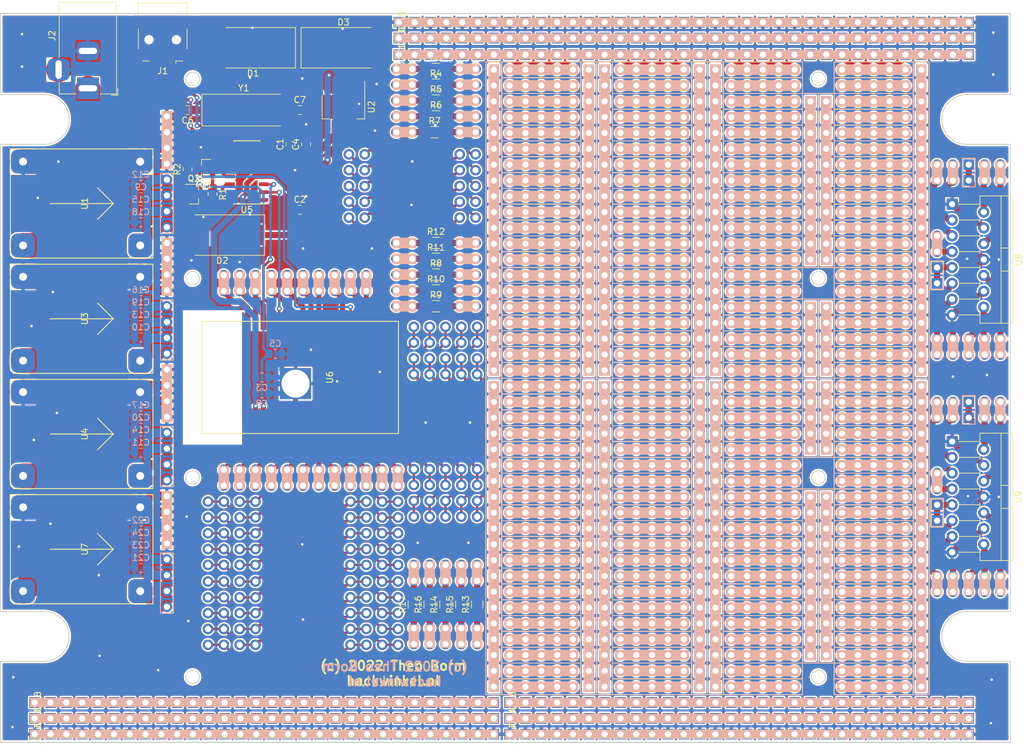
<source format=kicad_pcb>
(kicad_pcb (version 20171130) (host pcbnew 5.0.2+dfsg1-1)
  (layers (0 F.Cu signal) (31 B.Cu signal) (34 B.Paste user) (35 F.Paste user) (36 B.SilkS user) (37 F.SilkS user) (38 B.Mask user hide) (39 F.Mask user hide) (44 Edge.Cuts user))
  (net 0 "")
  (net 1 GND)
  (net 2 +3V3)
  (net 3 "Net-(C5-Pad2)")
  (net 4 "Net-(D1-Pad2)")
  (net 5 "Net-(D1-Pad1)")
  (net 6 "Net-(U6-Pad18)")
  (net 7 "Net-(U6-Pad17)")
  (net 8 "Net-(U6-Pad19)")
  (net 9 "Net-(U6-Pad20)")
  (net 10 "Net-(U6-Pad21)")
  (net 11 "Net-(U6-Pad22)")
  (net 12 "Net-(U6-Pad27)")
  (net 13 "Net-(U6-Pad28)")
  (net 14 "Net-(U6-Pad32)")
  (net 15 "Net-(U6-Pad42)")
  (net 16 "Net-(U6-Pad43)")
  (net 17 "Net-(U6-Pad44)")
  (net 18 "Net-(U6-Pad45)")
  (net 19 "Net-(U6-Pad46)")
  (net 20 "Net-(U6-Pad47)")
  (net 21 "Net-(U5-Pad1)")
  (net 22 "Net-(U5-Pad3)")
  (net 23 "Net-(J3-Pad1)")
  (net 24 "Net-(J4-Pad1)")
  (net 25 "Net-(J5-Pad1)")
  (net 26 "Net-(J6-Pad1)")
  (net 27 "Net-(J7-Pad1)")
  (net 28 "Net-(J9-Pad1)")
  (net 29 "Net-(J8-Pad1)")
  (net 30 "Net-(J10-Pad1)")
  (net 31 "Net-(J11-Pad1)")
  (net 32 "Net-(J12-Pad1)")
  (net 33 "Net-(J13-Pad1)")
  (net 34 "Net-(J14-Pad1)")
  (net 35 "Net-(J24-Pad1)")
  (net 36 "Net-(J23-Pad1)")
  (net 37 "Net-(Q1-Pad3)")
  (net 38 "Net-(J22-Pad1)")
  (net 39 "Net-(J21-Pad1)")
  (net 40 "Net-(J20-Pad1)")
  (net 41 "Net-(J19-Pad1)")
  (net 42 "Net-(J18-Pad1)")
  (net 43 "Net-(U5-Pad2)")
  (net 44 "Net-(J17-Pad1)")
  (net 45 "Net-(J16-Pad1)")
  (net 46 "Net-(J15-Pad1)")
  (net 47 "Net-(Q2-Pad1)")
  (net 48 "Net-(Q1-Pad2)")
  (net 49 "Net-(Q2-Pad2)")
  (net 50 "Net-(Q1-Pad1)")
  (net 51 "Net-(J1-Pad3)")
  (net 52 "Net-(J1-Pad2)")
  (net 53 "Net-(C6-Pad1)")
  (net 54 "Net-(C7-Pad1)")
  (net 55 "Net-(U5-Pad9)")
  (net 56 "Net-(U5-Pad10)")
  (net 57 "Net-(U5-Pad11)")
  (net 58 "Net-(U5-Pad12)")
  (net 59 "Net-(U5-Pad15)")
  (net 60 +5V)
  (net 61 "Net-(J1-Pad4)")
  (net 62 "Net-(J45-Pad1)")
  (net 63 "Net-(J46-Pad1)")
  (net 64 "Net-(J65-Pad1)")
  (net 65 "Net-(J64-Pad1)")
  (net 66 "Net-(J63-Pad1)")
  (net 67 "Net-(J62-Pad1)")
  (net 68 "Net-(J61-Pad1)")
  (net 69 "Net-(J60-Pad1)")
  (net 70 "Net-(J59-Pad1)")
  (net 71 "Net-(J58-Pad1)")
  (net 72 "Net-(J48-Pad1)")
  (net 73 "Net-(J56-Pad1)")
  (net 74 "Net-(J55-Pad1)")
  (net 75 "Net-(J54-Pad1)")
  (net 76 "Net-(J53-Pad1)")
  (net 77 "Net-(J52-Pad1)")
  (net 78 "Net-(J51-Pad1)")
  (net 79 "Net-(J50-Pad1)")
  (net 80 "Net-(J49-Pad1)")
  (net 81 "Net-(J27-Pad1)")
  (net 82 "Net-(J26-Pad1)")
  (net 83 "Net-(J25-Pad1)")
  (net 84 "Net-(J57-Pad1)")
  (net 85 "Net-(J66-Pad1)")
  (net 86 "Net-(J44-Pad1)")
  (net 87 "Net-(J43-Pad1)")
  (net 88 "Net-(J42-Pad1)")
  (net 89 "Net-(J41-Pad1)")
  (net 90 "Net-(J40-Pad1)")
  (net 91 "Net-(J29-Pad1)")
  (net 92 "Net-(J47-Pad1)")
  (net 93 "Net-(J39-Pad1)")
  (net 94 "Net-(J38-Pad1)")
  (net 95 "Net-(J36-Pad1)")
  (net 96 "Net-(J35-Pad1)")
  (net 97 "Net-(J34-Pad1)")
  (net 98 "Net-(J33-Pad1)")
  (net 99 "Net-(J32-Pad1)")
  (net 100 "Net-(J31-Pad1)")
  (net 101 "Net-(J30-Pad1)")
  (net 102 "Net-(J28-Pad1)")
  (net 103 "Net-(J37-Pad1)")
  (net 104 "Net-(J2-Pad1)")
  (net 105 +12V)
  (net 106 +9V)
  (net 107 "Net-(J68-Pad1)")
  (net 108 "Net-(J67-Pad1)")
  (net 109 "Net-(J89-Pad1)")
  (net 110 "Net-(J90-Pad1)")
  (net 111 "Net-(J91-Pad1)")
  (net 112 "Net-(J92-Pad1)")
  (net 113 "Net-(J99-Pad1)")
  (net 114 "Net-(J81-Pad1)")
  (net 115 "Net-(J83-Pad1)")
  (net 116 "Net-(J84-Pad1)")
  (net 117 "Net-(J85-Pad1)")
  (net 118 "Net-(J86-Pad1)")
  (net 119 "Net-(J87-Pad1)")
  (net 120 "Net-(J88-Pad1)")
  (net 121 "Net-(J93-Pad1)")
  (net 122 "Net-(J94-Pad1)")
  (net 123 "Net-(J95-Pad1)")
  (net 124 "Net-(J96-Pad1)")
  (net 125 "Net-(J97-Pad1)")
  (net 126 "Net-(J80-Pad1)")
  (net 127 "Net-(J82-Pad1)")
  (net 128 "Net-(J77-Pad1)")
  (net 129 "Net-(J69-Pad1)")
  (net 130 "Net-(J78-Pad1)")
  (net 131 "Net-(J101-Pad1)")
  (net 132 "Net-(J76-Pad1)")
  (net 133 "Net-(J75-Pad1)")
  (net 134 "Net-(J74-Pad1)")
  (net 135 "Net-(J79-Pad1)")
  (net 136 "Net-(J72-Pad1)")
  (net 137 "Net-(J71-Pad1)")
  (net 138 "Net-(J70-Pad1)")
  (net 139 "Net-(J73-Pad1)")
  (net 140 "Net-(J100-Pad1)")
  (net 141 "Net-(J102-Pad1)")
  (net 142 "Net-(J103-Pad1)")
  (net 143 "Net-(J104-Pad1)")
  (net 144 "Net-(J105-Pad1)")
  (net 145 "Net-(J106-Pad1)")
  (net 146 "Net-(J107-Pad1)")
  (net 147 "Net-(J108-Pad1)")
  (net 148 "Net-(J109-Pad1)")
  (net 149 "Net-(J110-Pad1)")
  (net 150 "Net-(J112-Pad1)")
  (net 151 "Net-(J98-Pad1)")
  (net 152 "Net-(J111-Pad1)")
  (net 153 "Net-(J136-Pad1)")
  (net 154 "Net-(J135-Pad1)")
  (net 155 "Net-(J134-Pad1)")
  (net 156 "Net-(J133-Pad1)")
  (net 157 "Net-(J118-Pad1)")
  (net 158 "Net-(J131-Pad1)")
  (net 159 "Net-(J130-Pad1)")
  (net 160 "Net-(J128-Pad1)")
  (net 161 "Net-(J127-Pad1)")
  (net 162 "Net-(J126-Pad1)")
  (net 163 "Net-(J125-Pad1)")
  (net 164 "Net-(J124-Pad1)")
  (net 165 "Net-(J123-Pad1)")
  (net 166 "Net-(J121-Pad1)")
  (net 167 "Net-(J120-Pad1)")
  (net 168 "Net-(J119-Pad1)")
  (net 169 "Net-(J129-Pad1)")
  (net 170 "Net-(J116-Pad1)")
  (net 171 "Net-(J117-Pad1)")
  (net 172 "Net-(J115-Pad1)")
  (net 173 "Net-(J114-Pad1)")
  (net 174 "Net-(J113-Pad1)")
  (net 175 "Net-(J122-Pad1)")
  (net 176 "Net-(J156-Pad1)")
  (net 177 "Net-(J155-Pad1)")
  (net 178 "Net-(J154-Pad1)")
  (net 179 "Net-(J153-Pad1)")
  (net 180 "Net-(J152-Pad1)")
  (net 181 "Net-(J151-Pad1)")
  (net 182 "Net-(J150-Pad1)")
  (net 183 "Net-(J149-Pad1)")
  (net 184 "Net-(J148-Pad1)")
  (net 185 "Net-(J146-Pad1)")
  (net 186 "Net-(J147-Pad1)")
  (net 187 "Net-(J137-Pad1)")
  (net 188 "Net-(J138-Pad1)")
  (net 189 "Net-(J139-Pad1)")
  (net 190 "Net-(J141-Pad1)")
  (net 191 "Net-(J142-Pad1)")
  (net 192 "Net-(J143-Pad1)")
  (net 193 "Net-(J144-Pad1)")
  (net 194 "Net-(J145-Pad1)")
  (net 195 "Net-(J132-Pad1)")
  (net 196 "Net-(J140-Pad1)")
  (net 197 "Net-(J178-Pad1)")
  (net 198 "Net-(J180-Pad1)")
  (net 199 "Net-(J177-Pad1)")
  (net 200 "Net-(J179-Pad1)")
  (net 201 "Net-(J157-Pad1)")
  (net 202 "Net-(J167-Pad1)")
  (net 203 "Net-(J166-Pad1)")
  (net 204 "Net-(J159-Pad1)")
  (net 205 "Net-(J160-Pad1)")
  (net 206 "Net-(J161-Pad1)")
  (net 207 "Net-(J162-Pad1)")
  (net 208 "Net-(J163-Pad1)")
  (net 209 "Net-(J164-Pad1)")
  (net 210 "Net-(J165-Pad1)")
  (net 211 "Net-(J168-Pad1)")
  (net 212 "Net-(J169-Pad1)")
  (net 213 "Net-(J170-Pad1)")
  (net 214 "Net-(J193-Pad1)")
  (net 215 "Net-(J194-Pad1)")
  (net 216 "Net-(J195-Pad1)")
  (net 217 "Net-(J196-Pad1)")
  (net 218 "Net-(J197-Pad1)")
  (net 219 "Net-(J198-Pad1)")
  (net 220 "Net-(J199-Pad1)")
  (net 221 "Net-(J200-Pad1)")
  (net 222 "Net-(J158-Pad1)")
  (net 223 "Net-(J191-Pad1)")
  (net 224 "Net-(J188-Pad1)")
  (net 225 "Net-(J172-Pad1)")
  (net 226 "Net-(J173-Pad1)")
  (net 227 "Net-(J174-Pad1)")
  (net 228 "Net-(J175-Pad1)")
  (net 229 "Net-(J176-Pad1)")
  (net 230 "Net-(J181-Pad1)")
  (net 231 "Net-(J182-Pad1)")
  (net 232 "Net-(J184-Pad1)")
  (net 233 "Net-(J185-Pad1)")
  (net 234 "Net-(J186-Pad1)")
  (net 235 "Net-(J187-Pad1)")
  (net 236 "Net-(J171-Pad1)")
  (net 237 "Net-(J189-Pad1)")
  (net 238 "Net-(J190-Pad1)")
  (net 239 "Net-(J192-Pad1)")
  (net 240 "Net-(J183-Pad1)")
  (net 241 "Net-(J201-Pad1)")
  (net 242 "Net-(J202-Pad1)")
  (net 243 "Net-(J203-Pad1)")
  (net 244 "Net-(J204-Pad1)")
  (net 245 +10V)
  (net 246 "Net-(J213-Pad1)")
  (net 247 "Net-(J214-Pad1)")
  (net 248 "Net-(J212-Pad1)")
  (net 249 "Net-(J205-Pad1)")
  (net 250 "Net-(J207-Pad1)")
  (net 251 "Net-(J206-Pad1)")
  (net 252 "Net-(J211-Pad1)")
  (net 253 "Net-(J208-Pad1)")
  (net 254 "Net-(J210-Pad1)")
  (net 255 "Net-(J209-Pad1)")
  (net 256 "Net-(J215-Pad1)")
  (net 257 "Net-(J216-Pad1)")
  (net 258 "Net-(J225-Pad1)")
  (net 259 "Net-(J226-Pad1)")
  (net 260 "Net-(J224-Pad1)")
  (net 261 "Net-(J217-Pad1)")
  (net 262 "Net-(J219-Pad1)")
  (net 263 "Net-(J218-Pad1)")
  (net 264 "Net-(J223-Pad1)")
  (net 265 "Net-(J220-Pad1)")
  (net 266 "Net-(J222-Pad1)")
  (net 267 "Net-(J221-Pad1)")
  (net 268 "Net-(J227-Pad1)")
  (net 269 "Net-(J228-Pad1)")
  (net 270 "Net-(J241-Pad1)")
  (net 271 "Net-(J242-Pad1)")
  (net 272 "Net-(J240-Pad1)")
  (net 273 "Net-(J239-Pad1)")
  (net 274 "Net-(J238-Pad1)")
  (net 275 "Net-(J237-Pad1)")
  (net 276 "Net-(J236-Pad1)")
  (net 277 "Net-(J234-Pad1)")
  (net 278 "Net-(J235-Pad1)")
  (net 279 "Net-(J233-Pad1)")
  (net 280 "Net-(J247-Pad1)")
  (net 281 "Net-(J248-Pad1)")
  (net 282 "Net-(J249-Pad1)")
  (net 283 "Net-(J250-Pad1)")
  (net 284 "Net-(J251-Pad1)")
  (net 285 "Net-(J252-Pad1)")
  (net 286 "Net-(J245-Pad1)")
  (net 287 "Net-(J244-Pad1)")
  (net 288 "Net-(J243-Pad1)")
  (net 289 "Net-(J246-Pad1)")
  (net 290 "Net-(U10-Pad1)")
  (net 291 "Net-(U10-Pad2)")
  (net 292 "Net-(U10-Pad3)")
  (net 293 "Net-(U10-Pad4)")
  (net 294 "Net-(U10-Pad5)")
  (net 295 "Net-(U10-Pad6)")
  (net 296 "Net-(U10-Pad7)")
  (net 297 "Net-(U10-Pad8)")
  (net 298 "Net-(U10-Pad9)")
  (net 299 "Net-(U10-Pad10)")
  (net 300 "Net-(U10-Pad11)")
  (net 301 "Net-(U10-Pad12)")
  (net 302 "Net-(U10-Pad13)")
  (net 303 "Net-(U10-Pad14)")
  (net 304 "Net-(U10-Pad15)")
  (net 305 "Net-(U10-Pad16)")
  (net 306 "Net-(U10-Pad17)")
  (net 307 "Net-(U10-Pad18)")
  (net 308 "Net-(U10-Pad19)")
  (net 309 "Net-(U10-Pad20)")
  (net 310 "Net-(U12-Pad1)")
  (net 311 "Net-(U12-Pad2)")
  (net 312 "Net-(U12-Pad3)")
  (net 313 "Net-(U12-Pad4)")
  (net 314 "Net-(U12-Pad5)")
  (net 315 "Net-(U12-Pad6)")
  (net 316 "Net-(U12-Pad7)")
  (net 317 "Net-(U12-Pad8)")
  (net 318 "Net-(U12-Pad9)")
  (net 319 "Net-(U12-Pad10)")
  (net 320 "Net-(U12-Pad11)")
  (net 321 "Net-(U12-Pad12)")
  (net 322 "Net-(U12-Pad13)")
  (net 323 "Net-(U12-Pad14)")
  (net 324 "Net-(U12-Pad15)")
  (net 325 "Net-(U12-Pad16)")
  (net 326 "Net-(U12-Pad17)")
  (net 327 "Net-(U12-Pad18)")
  (net 328 "Net-(U12-Pad19)")
  (net 329 "Net-(U12-Pad20)")
  (net 330 "Net-(U11-Pad20)")
  (net 331 "Net-(U11-Pad19)")
  (net 332 "Net-(U11-Pad18)")
  (net 333 "Net-(U11-Pad17)")
  (net 334 "Net-(U11-Pad16)")
  (net 335 "Net-(U11-Pad15)")
  (net 336 "Net-(U11-Pad14)")
  (net 337 "Net-(U11-Pad13)")
  (net 338 "Net-(U11-Pad12)")
  (net 339 "Net-(U11-Pad11)")
  (net 340 "Net-(U11-Pad10)")
  (net 341 "Net-(U11-Pad9)")
  (net 342 "Net-(U11-Pad8)")
  (net 343 "Net-(U11-Pad7)")
  (net 344 "Net-(U11-Pad6)")
  (net 345 "Net-(U11-Pad5)")
  (net 346 "Net-(U11-Pad4)")
  (net 347 "Net-(U11-Pad3)")
  (net 348 "Net-(U11-Pad2)")
  (net 349 "Net-(U11-Pad1)")
  (net 350 "Net-(U14-Pad1)")
  (net 351 "Net-(U14-Pad2)")
  (net 352 "Net-(U14-Pad3)")
  (net 353 "Net-(U14-Pad4)")
  (net 354 "Net-(U14-Pad5)")
  (net 355 "Net-(U14-Pad6)")
  (net 356 "Net-(U14-Pad7)")
  (net 357 "Net-(U14-Pad8)")
  (net 358 "Net-(U14-Pad9)")
  (net 359 "Net-(U14-Pad10)")
  (net 360 "Net-(U14-Pad11)")
  (net 361 "Net-(U14-Pad12)")
  (net 362 "Net-(U14-Pad13)")
  (net 363 "Net-(U14-Pad14)")
  (net 364 "Net-(U14-Pad15)")
  (net 365 "Net-(U14-Pad16)")
  (net 366 "Net-(U14-Pad17)")
  (net 367 "Net-(U14-Pad18)")
  (net 368 "Net-(U14-Pad19)")
  (net 369 "Net-(U14-Pad20)")
  (net 370 "Net-(J256-Pad1)")
  (net 371 "Net-(J258-Pad1)")
  (net 372 "Net-(J254-Pad1)")
  (net 373 "Net-(J255-Pad1)")
  (net 374 "Net-(J260-Pad1)")
  (net 375 "Net-(J264-Pad1)")
  (net 376 "Net-(J265-Pad1)")
  (net 377 "Net-(J263-Pad1)")
  (net 378 "Net-(J262-Pad1)")
  (net 379 "Net-(J261-Pad1)")
  (net 380 "Net-(J259-Pad1)")
  (net 381 "Net-(J268-Pad1)")
  (net 382 "Net-(J267-Pad1)")
  (net 383 "Net-(J266-Pad1)")
  (net 384 "Net-(J270-Pad1)")
  (net 385 "Net-(J271-Pad1)")
  (module experimentboard:37_square (layer F.Cu) (at 63.881 6.604 90)
    (fp_text reference J271 (at 0 0.5 90) (layer F.SilkS))
    (fp_text value Conn_01x37)
    (pad 1 thru_hole rect (at 0 0 90) (size 1.7 1.7) (drill 1) (layers *.Cu *.Mask) (net 385 "Net-(J271-Pad1)"))
    (pad 2 thru_hole rect (at 0 2.54 90) (size 1.7 1.7) (drill 1) (layers *.Cu *.Mask) (net 385 "Net-(J271-Pad1)"))
    (pad 3 thru_hole rect (at 0 5.08 90) (size 1.7 1.7) (drill 1) (layers *.Cu *.Mask) (net 385 "Net-(J271-Pad1)"))
    (pad 4 thru_hole rect (at 0 7.62 90) (size 1.7 1.7) (drill 1) (layers *.Cu *.Mask) (net 385 "Net-(J271-Pad1)"))
    (pad 5 thru_hole rect (at 0 10.16 90) (size 1.7 1.7) (drill 1) (layers *.Cu *.Mask) (net 385 "Net-(J271-Pad1)"))
    (pad 6 thru_hole rect (at 0 12.7 90) (size 1.7 1.7) (drill 1) (layers *.Cu *.Mask) (net 385 "Net-(J271-Pad1)"))
    (pad 7 thru_hole rect (at 0 15.24 90) (size 1.7 1.7) (drill 1) (layers *.Cu *.Mask) (net 385 "Net-(J271-Pad1)"))
    (pad 8 thru_hole rect (at 0 17.78 90) (size 1.7 1.7) (drill 1) (layers *.Cu *.Mask) (net 385 "Net-(J271-Pad1)"))
    (pad 9 thru_hole rect (at 0 20.32 90) (size 1.7 1.7) (drill 1) (layers *.Cu *.Mask) (net 385 "Net-(J271-Pad1)"))
    (pad 10 thru_hole rect (at 0 22.86 90) (size 1.7 1.7) (drill 1) (layers *.Cu *.Mask) (net 385 "Net-(J271-Pad1)"))
    (pad 11 thru_hole rect (at 0 25.4 90) (size 1.7 1.7) (drill 1) (layers *.Cu *.Mask) (net 385 "Net-(J271-Pad1)"))
    (pad 12 thru_hole rect (at 0 27.94 90) (size 1.7 1.7) (drill 1) (layers *.Cu *.Mask) (net 385 "Net-(J271-Pad1)"))
    (pad 13 thru_hole rect (at 0 30.48 90) (size 1.7 1.7) (drill 1) (layers *.Cu *.Mask) (net 385 "Net-(J271-Pad1)"))
    (pad 14 thru_hole rect (at 0 33.02 90) (size 1.7 1.7) (drill 1) (layers *.Cu *.Mask) (net 385 "Net-(J271-Pad1)"))
    (pad 15 thru_hole rect (at 0 35.56 90) (size 1.7 1.7) (drill 1) (layers *.Cu *.Mask) (net 385 "Net-(J271-Pad1)"))
    (pad 16 thru_hole rect (at 0 38.1 90) (size 1.7 1.7) (drill 1) (layers *.Cu *.Mask) (net 385 "Net-(J271-Pad1)"))
    (pad 17 thru_hole rect (at 0 40.64 90) (size 1.7 1.7) (drill 1) (layers *.Cu *.Mask) (net 385 "Net-(J271-Pad1)"))
    (pad 18 thru_hole rect (at 0 43.18 90) (size 1.7 1.7) (drill 1) (layers *.Cu *.Mask) (net 385 "Net-(J271-Pad1)"))
    (pad 19 thru_hole rect (at 0 45.72 90) (size 1.7 1.7) (drill 1) (layers *.Cu *.Mask) (net 385 "Net-(J271-Pad1)"))
    (pad 20 thru_hole rect (at 0 48.26 90) (size 1.7 1.7) (drill 1) (layers *.Cu *.Mask) (net 385 "Net-(J271-Pad1)"))
    (pad 21 thru_hole rect (at 0 50.8 90) (size 1.7 1.7) (drill 1) (layers *.Cu *.Mask) (net 385 "Net-(J271-Pad1)"))
    (pad 22 thru_hole rect (at 0 53.34 90) (size 1.7 1.7) (drill 1) (layers *.Cu *.Mask) (net 385 "Net-(J271-Pad1)"))
    (pad 23 thru_hole rect (at 0 55.88 90) (size 1.7 1.7) (drill 1) (layers *.Cu *.Mask) (net 385 "Net-(J271-Pad1)"))
    (pad 24 thru_hole rect (at 0 58.42 90) (size 1.7 1.7) (drill 1) (layers *.Cu *.Mask) (net 385 "Net-(J271-Pad1)"))
    (pad 25 thru_hole rect (at 0 60.96 90) (size 1.7 1.7) (drill 1) (layers *.Cu *.Mask) (net 385 "Net-(J271-Pad1)"))
    (pad 26 thru_hole rect (at 0 63.5 90) (size 1.7 1.7) (drill 1) (layers *.Cu *.Mask) (net 385 "Net-(J271-Pad1)"))
    (pad 27 thru_hole rect (at 0 66.04 90) (size 1.7 1.7) (drill 1) (layers *.Cu *.Mask) (net 385 "Net-(J271-Pad1)"))
    (pad 28 thru_hole rect (at 0 68.58 90) (size 1.7 1.7) (drill 1) (layers *.Cu *.Mask) (net 385 "Net-(J271-Pad1)"))
    (pad 29 thru_hole rect (at 0 71.12 90) (size 1.7 1.7) (drill 1) (layers *.Cu *.Mask) (net 385 "Net-(J271-Pad1)"))
    (pad 30 thru_hole rect (at 0 73.66 90) (size 1.7 1.7) (drill 1) (layers *.Cu *.Mask) (net 385 "Net-(J271-Pad1)"))
    (pad 31 thru_hole rect (at 0 76.2 90) (size 1.7 1.7) (drill 1) (layers *.Cu *.Mask) (net 385 "Net-(J271-Pad1)"))
    (pad 32 thru_hole rect (at 0 78.74 90) (size 1.7 1.7) (drill 1) (layers *.Cu *.Mask) (net 385 "Net-(J271-Pad1)"))
    (pad 33 thru_hole rect (at 0 81.28 90) (size 1.7 1.7) (drill 1) (layers *.Cu *.Mask) (net 385 "Net-(J271-Pad1)"))
    (pad 34 thru_hole rect (at 0 83.82 90) (size 1.7 1.7) (drill 1) (layers *.Cu *.Mask) (net 385 "Net-(J271-Pad1)"))
    (pad 35 thru_hole rect (at 0 86.36 90) (size 1.7 1.7) (drill 1) (layers *.Cu *.Mask) (net 385 "Net-(J271-Pad1)"))
    (pad 36 thru_hole rect (at 0 88.9 90) (size 1.7 1.7) (drill 1) (layers *.Cu *.Mask) (net 385 "Net-(J271-Pad1)"))
    (pad 37 thru_hole rect (at 0 91.44 90) (size 1.7 1.7) (drill 1) (layers *.Cu *.Mask) (net 385 "Net-(J271-Pad1)"))
  )
  (module experimentboard:37_square (layer F.Cu) (at 63.881 1.397 90)
    (fp_text reference J269 (at 0 0.5 90) (layer F.SilkS))
    (fp_text value Conn_01x37)
    (pad 37 thru_hole rect (at 0 91.44 90) (size 1.7 1.7) (drill 1) (layers *.Cu *.Mask) (net 1 GND))
    (pad 36 thru_hole rect (at 0 88.9 90) (size 1.7 1.7) (drill 1) (layers *.Cu *.Mask) (net 1 GND))
    (pad 35 thru_hole rect (at 0 86.36 90) (size 1.7 1.7) (drill 1) (layers *.Cu *.Mask) (net 1 GND))
    (pad 34 thru_hole rect (at 0 83.82 90) (size 1.7 1.7) (drill 1) (layers *.Cu *.Mask) (net 1 GND))
    (pad 33 thru_hole rect (at 0 81.28 90) (size 1.7 1.7) (drill 1) (layers *.Cu *.Mask) (net 1 GND))
    (pad 32 thru_hole rect (at 0 78.74 90) (size 1.7 1.7) (drill 1) (layers *.Cu *.Mask) (net 1 GND))
    (pad 31 thru_hole rect (at 0 76.2 90) (size 1.7 1.7) (drill 1) (layers *.Cu *.Mask) (net 1 GND))
    (pad 30 thru_hole rect (at 0 73.66 90) (size 1.7 1.7) (drill 1) (layers *.Cu *.Mask) (net 1 GND))
    (pad 29 thru_hole rect (at 0 71.12 90) (size 1.7 1.7) (drill 1) (layers *.Cu *.Mask) (net 1 GND))
    (pad 28 thru_hole rect (at 0 68.58 90) (size 1.7 1.7) (drill 1) (layers *.Cu *.Mask) (net 1 GND))
    (pad 27 thru_hole rect (at 0 66.04 90) (size 1.7 1.7) (drill 1) (layers *.Cu *.Mask) (net 1 GND))
    (pad 26 thru_hole rect (at 0 63.5 90) (size 1.7 1.7) (drill 1) (layers *.Cu *.Mask) (net 1 GND))
    (pad 25 thru_hole rect (at 0 60.96 90) (size 1.7 1.7) (drill 1) (layers *.Cu *.Mask) (net 1 GND))
    (pad 24 thru_hole rect (at 0 58.42 90) (size 1.7 1.7) (drill 1) (layers *.Cu *.Mask) (net 1 GND))
    (pad 23 thru_hole rect (at 0 55.88 90) (size 1.7 1.7) (drill 1) (layers *.Cu *.Mask) (net 1 GND))
    (pad 22 thru_hole rect (at 0 53.34 90) (size 1.7 1.7) (drill 1) (layers *.Cu *.Mask) (net 1 GND))
    (pad 21 thru_hole rect (at 0 50.8 90) (size 1.7 1.7) (drill 1) (layers *.Cu *.Mask) (net 1 GND))
    (pad 20 thru_hole rect (at 0 48.26 90) (size 1.7 1.7) (drill 1) (layers *.Cu *.Mask) (net 1 GND))
    (pad 19 thru_hole rect (at 0 45.72 90) (size 1.7 1.7) (drill 1) (layers *.Cu *.Mask) (net 1 GND))
    (pad 18 thru_hole rect (at 0 43.18 90) (size 1.7 1.7) (drill 1) (layers *.Cu *.Mask) (net 1 GND))
    (pad 17 thru_hole rect (at 0 40.64 90) (size 1.7 1.7) (drill 1) (layers *.Cu *.Mask) (net 1 GND))
    (pad 16 thru_hole rect (at 0 38.1 90) (size 1.7 1.7) (drill 1) (layers *.Cu *.Mask) (net 1 GND))
    (pad 15 thru_hole rect (at 0 35.56 90) (size 1.7 1.7) (drill 1) (layers *.Cu *.Mask) (net 1 GND))
    (pad 14 thru_hole rect (at 0 33.02 90) (size 1.7 1.7) (drill 1) (layers *.Cu *.Mask) (net 1 GND))
    (pad 13 thru_hole rect (at 0 30.48 90) (size 1.7 1.7) (drill 1) (layers *.Cu *.Mask) (net 1 GND))
    (pad 12 thru_hole rect (at 0 27.94 90) (size 1.7 1.7) (drill 1) (layers *.Cu *.Mask) (net 1 GND))
    (pad 11 thru_hole rect (at 0 25.4 90) (size 1.7 1.7) (drill 1) (layers *.Cu *.Mask) (net 1 GND))
    (pad 10 thru_hole rect (at 0 22.86 90) (size 1.7 1.7) (drill 1) (layers *.Cu *.Mask) (net 1 GND))
    (pad 9 thru_hole rect (at 0 20.32 90) (size 1.7 1.7) (drill 1) (layers *.Cu *.Mask) (net 1 GND))
    (pad 8 thru_hole rect (at 0 17.78 90) (size 1.7 1.7) (drill 1) (layers *.Cu *.Mask) (net 1 GND))
    (pad 7 thru_hole rect (at 0 15.24 90) (size 1.7 1.7) (drill 1) (layers *.Cu *.Mask) (net 1 GND))
    (pad 6 thru_hole rect (at 0 12.7 90) (size 1.7 1.7) (drill 1) (layers *.Cu *.Mask) (net 1 GND))
    (pad 5 thru_hole rect (at 0 10.16 90) (size 1.7 1.7) (drill 1) (layers *.Cu *.Mask) (net 1 GND))
    (pad 4 thru_hole rect (at 0 7.62 90) (size 1.7 1.7) (drill 1) (layers *.Cu *.Mask) (net 1 GND))
    (pad 3 thru_hole rect (at 0 5.08 90) (size 1.7 1.7) (drill 1) (layers *.Cu *.Mask) (net 1 GND))
    (pad 2 thru_hole rect (at 0 2.54 90) (size 1.7 1.7) (drill 1) (layers *.Cu *.Mask) (net 1 GND))
    (pad 1 thru_hole rect (at 0 0 90) (size 1.7 1.7) (drill 1) (layers *.Cu *.Mask) (net 1 GND))
  )
  (module experimentboard:37_square (layer F.Cu) (at 63.881 3.937 90)
    (fp_text reference J270 (at 0 0.5 90) (layer F.SilkS))
    (fp_text value Conn_01x37)
    (pad 1 thru_hole rect (at 0 0 90) (size 1.7 1.7) (drill 1) (layers *.Cu *.Mask) (net 384 "Net-(J270-Pad1)"))
    (pad 2 thru_hole rect (at 0 2.54 90) (size 1.7 1.7) (drill 1) (layers *.Cu *.Mask) (net 384 "Net-(J270-Pad1)"))
    (pad 3 thru_hole rect (at 0 5.08 90) (size 1.7 1.7) (drill 1) (layers *.Cu *.Mask) (net 384 "Net-(J270-Pad1)"))
    (pad 4 thru_hole rect (at 0 7.62 90) (size 1.7 1.7) (drill 1) (layers *.Cu *.Mask) (net 384 "Net-(J270-Pad1)"))
    (pad 5 thru_hole rect (at 0 10.16 90) (size 1.7 1.7) (drill 1) (layers *.Cu *.Mask) (net 384 "Net-(J270-Pad1)"))
    (pad 6 thru_hole rect (at 0 12.7 90) (size 1.7 1.7) (drill 1) (layers *.Cu *.Mask) (net 384 "Net-(J270-Pad1)"))
    (pad 7 thru_hole rect (at 0 15.24 90) (size 1.7 1.7) (drill 1) (layers *.Cu *.Mask) (net 384 "Net-(J270-Pad1)"))
    (pad 8 thru_hole rect (at 0 17.78 90) (size 1.7 1.7) (drill 1) (layers *.Cu *.Mask) (net 384 "Net-(J270-Pad1)"))
    (pad 9 thru_hole rect (at 0 20.32 90) (size 1.7 1.7) (drill 1) (layers *.Cu *.Mask) (net 384 "Net-(J270-Pad1)"))
    (pad 10 thru_hole rect (at 0 22.86 90) (size 1.7 1.7) (drill 1) (layers *.Cu *.Mask) (net 384 "Net-(J270-Pad1)"))
    (pad 11 thru_hole rect (at 0 25.4 90) (size 1.7 1.7) (drill 1) (layers *.Cu *.Mask) (net 384 "Net-(J270-Pad1)"))
    (pad 12 thru_hole rect (at 0 27.94 90) (size 1.7 1.7) (drill 1) (layers *.Cu *.Mask) (net 384 "Net-(J270-Pad1)"))
    (pad 13 thru_hole rect (at 0 30.48 90) (size 1.7 1.7) (drill 1) (layers *.Cu *.Mask) (net 384 "Net-(J270-Pad1)"))
    (pad 14 thru_hole rect (at 0 33.02 90) (size 1.7 1.7) (drill 1) (layers *.Cu *.Mask) (net 384 "Net-(J270-Pad1)"))
    (pad 15 thru_hole rect (at 0 35.56 90) (size 1.7 1.7) (drill 1) (layers *.Cu *.Mask) (net 384 "Net-(J270-Pad1)"))
    (pad 16 thru_hole rect (at 0 38.1 90) (size 1.7 1.7) (drill 1) (layers *.Cu *.Mask) (net 384 "Net-(J270-Pad1)"))
    (pad 17 thru_hole rect (at 0 40.64 90) (size 1.7 1.7) (drill 1) (layers *.Cu *.Mask) (net 384 "Net-(J270-Pad1)"))
    (pad 18 thru_hole rect (at 0 43.18 90) (size 1.7 1.7) (drill 1) (layers *.Cu *.Mask) (net 384 "Net-(J270-Pad1)"))
    (pad 19 thru_hole rect (at 0 45.72 90) (size 1.7 1.7) (drill 1) (layers *.Cu *.Mask) (net 384 "Net-(J270-Pad1)"))
    (pad 20 thru_hole rect (at 0 48.26 90) (size 1.7 1.7) (drill 1) (layers *.Cu *.Mask) (net 384 "Net-(J270-Pad1)"))
    (pad 21 thru_hole rect (at 0 50.8 90) (size 1.7 1.7) (drill 1) (layers *.Cu *.Mask) (net 384 "Net-(J270-Pad1)"))
    (pad 22 thru_hole rect (at 0 53.34 90) (size 1.7 1.7) (drill 1) (layers *.Cu *.Mask) (net 384 "Net-(J270-Pad1)"))
    (pad 23 thru_hole rect (at 0 55.88 90) (size 1.7 1.7) (drill 1) (layers *.Cu *.Mask) (net 384 "Net-(J270-Pad1)"))
    (pad 24 thru_hole rect (at 0 58.42 90) (size 1.7 1.7) (drill 1) (layers *.Cu *.Mask) (net 384 "Net-(J270-Pad1)"))
    (pad 25 thru_hole rect (at 0 60.96 90) (size 1.7 1.7) (drill 1) (layers *.Cu *.Mask) (net 384 "Net-(J270-Pad1)"))
    (pad 26 thru_hole rect (at 0 63.5 90) (size 1.7 1.7) (drill 1) (layers *.Cu *.Mask) (net 384 "Net-(J270-Pad1)"))
    (pad 27 thru_hole rect (at 0 66.04 90) (size 1.7 1.7) (drill 1) (layers *.Cu *.Mask) (net 384 "Net-(J270-Pad1)"))
    (pad 28 thru_hole rect (at 0 68.58 90) (size 1.7 1.7) (drill 1) (layers *.Cu *.Mask) (net 384 "Net-(J270-Pad1)"))
    (pad 29 thru_hole rect (at 0 71.12 90) (size 1.7 1.7) (drill 1) (layers *.Cu *.Mask) (net 384 "Net-(J270-Pad1)"))
    (pad 30 thru_hole rect (at 0 73.66 90) (size 1.7 1.7) (drill 1) (layers *.Cu *.Mask) (net 384 "Net-(J270-Pad1)"))
    (pad 31 thru_hole rect (at 0 76.2 90) (size 1.7 1.7) (drill 1) (layers *.Cu *.Mask) (net 384 "Net-(J270-Pad1)"))
    (pad 32 thru_hole rect (at 0 78.74 90) (size 1.7 1.7) (drill 1) (layers *.Cu *.Mask) (net 384 "Net-(J270-Pad1)"))
    (pad 33 thru_hole rect (at 0 81.28 90) (size 1.7 1.7) (drill 1) (layers *.Cu *.Mask) (net 384 "Net-(J270-Pad1)"))
    (pad 34 thru_hole rect (at 0 83.82 90) (size 1.7 1.7) (drill 1) (layers *.Cu *.Mask) (net 384 "Net-(J270-Pad1)"))
    (pad 35 thru_hole rect (at 0 86.36 90) (size 1.7 1.7) (drill 1) (layers *.Cu *.Mask) (net 384 "Net-(J270-Pad1)"))
    (pad 36 thru_hole rect (at 0 88.9 90) (size 1.7 1.7) (drill 1) (layers *.Cu *.Mask) (net 384 "Net-(J270-Pad1)"))
    (pad 37 thru_hole rect (at 0 91.44 90) (size 1.7 1.7) (drill 1) (layers *.Cu *.Mask) (net 384 "Net-(J270-Pad1)"))
  )
  (module Resistor_SMD:R_1206_3216Metric_Pad1.42x1.75mm_HandSolder (layer F.Cu) (at 76.454 94.869 90)
    (fp_text reference R13 (at 0 -1.82 90) (layer F.SilkS))
    (fp_text value R)
    (pad 1 smd roundrect (at -1.4875 0 90) (size 1.425 1.75) (layers F.Cu F.Paste F.Mask) (roundrect_rratio 0.175439) (net 375 "Net-(J264-Pad1)"))
    (pad 2 smd roundrect (at 1.4875 0 90) (size 1.425 1.75) (layers F.Cu F.Paste F.Mask) (roundrect_rratio 0.175439) (net 380 "Net-(J259-Pad1)"))
  )
  (module Resistor_SMD:R_1206_3216Metric_Pad1.42x1.75mm_HandSolder (layer F.Cu) (at 71.374 94.869 90)
    (fp_text reference R14 (at 0 -1.82 90) (layer F.SilkS))
    (fp_text value R)
    (pad 2 smd roundrect (at 1.4875 0 90) (size 1.425 1.75) (layers F.Cu F.Paste F.Mask) (roundrect_rratio 0.175439) (net 374 "Net-(J260-Pad1)"))
    (pad 1 smd roundrect (at -1.4875 0 90) (size 1.425 1.75) (layers F.Cu F.Paste F.Mask) (roundrect_rratio 0.175439) (net 376 "Net-(J265-Pad1)"))
  )
  (module Resistor_SMD:R_1206_3216Metric_Pad1.42x1.75mm_HandSolder (layer F.Cu) (at 73.914 94.869 90)
    (fp_text reference R15 (at 0 -1.82 90) (layer F.SilkS))
    (fp_text value R)
    (pad 1 smd roundrect (at -1.4875 0 90) (size 1.425 1.75) (layers F.Cu F.Paste F.Mask) (roundrect_rratio 0.175439) (net 383 "Net-(J266-Pad1)"))
    (pad 2 smd roundrect (at 1.4875 0 90) (size 1.425 1.75) (layers F.Cu F.Paste F.Mask) (roundrect_rratio 0.175439) (net 379 "Net-(J261-Pad1)"))
  )
  (module Resistor_SMD:R_1206_3216Metric_Pad1.42x1.75mm_HandSolder (layer F.Cu) (at 68.834 94.869 90)
    (fp_text reference R16 (at 0 -1.82 90) (layer F.SilkS))
    (fp_text value R)
    (pad 2 smd roundrect (at 1.4875 0 90) (size 1.425 1.75) (layers F.Cu F.Paste F.Mask) (roundrect_rratio 0.175439) (net 378 "Net-(J262-Pad1)"))
    (pad 1 smd roundrect (at -1.4875 0 90) (size 1.425 1.75) (layers F.Cu F.Paste F.Mask) (roundrect_rratio 0.175439) (net 382 "Net-(J267-Pad1)"))
  )
  (module Resistor_SMD:R_1206_3216Metric_Pad1.42x1.75mm_HandSolder (layer F.Cu) (at 66.294 94.869 90)
    (fp_text reference R17 (at 0 -1.82 90) (layer F.SilkS))
    (fp_text value R)
    (pad 1 smd roundrect (at -1.4875 0 90) (size 1.425 1.75) (layers F.Cu F.Paste F.Mask) (roundrect_rratio 0.175439) (net 381 "Net-(J268-Pad1)"))
    (pad 2 smd roundrect (at 1.4875 0 90) (size 1.425 1.75) (layers F.Cu F.Paste F.Mask) (roundrect_rratio 0.175439) (net 377 "Net-(J263-Pad1)"))
  )
  (module experimentboard:2_round (layer F.Cu) (at 73.914 101.219 180)
    (fp_text reference J266 hide)
    (fp_text value Conn_01x02 hide)
    (pad 2 thru_hole circle (at 0 2.54 180) (size 1.7 1.7) (drill 1) (layers *.Cu *.Mask) (net 383 "Net-(J266-Pad1)"))
    (pad 1 thru_hole circle (at 0 0 180) (size 1.7 1.7) (drill 1) (layers *.Cu *.Mask) (net 383 "Net-(J266-Pad1)"))
  )
  (module experimentboard:2_round (layer F.Cu) (at 68.834 101.219 180)
    (fp_text reference J267 hide)
    (fp_text value Conn_01x02 hide)
    (pad 1 thru_hole circle (at 0 0 180) (size 1.7 1.7) (drill 1) (layers *.Cu *.Mask) (net 382 "Net-(J267-Pad1)"))
    (pad 2 thru_hole circle (at 0 2.54 180) (size 1.7 1.7) (drill 1) (layers *.Cu *.Mask) (net 382 "Net-(J267-Pad1)"))
  )
  (module experimentboard:2_round (layer F.Cu) (at 66.294 101.219 180)
    (fp_text reference J268 hide)
    (fp_text value Conn_01x02 hide)
    (pad 2 thru_hole circle (at 0 2.54 180) (size 1.7 1.7) (drill 1) (layers *.Cu *.Mask) (net 381 "Net-(J268-Pad1)"))
    (pad 1 thru_hole circle (at 0 0 180) (size 1.7 1.7) (drill 1) (layers *.Cu *.Mask) (net 381 "Net-(J268-Pad1)"))
  )
  (module experimentboard:2_round (layer F.Cu) (at 76.454 91.059 180)
    (fp_text reference J259 hide)
    (fp_text value Conn_01x02 hide)
    (pad 1 thru_hole circle (at 0 0 180) (size 1.7 1.7) (drill 1) (layers *.Cu *.Mask) (net 380 "Net-(J259-Pad1)"))
    (pad 2 thru_hole circle (at 0 2.54 180) (size 1.7 1.7) (drill 1) (layers *.Cu *.Mask) (net 380 "Net-(J259-Pad1)"))
  )
  (module experimentboard:2_round (layer F.Cu) (at 73.914 91.059 180)
    (fp_text reference J261 hide)
    (fp_text value Conn_01x02 hide)
    (pad 2 thru_hole circle (at 0 2.54 180) (size 1.7 1.7) (drill 1) (layers *.Cu *.Mask) (net 379 "Net-(J261-Pad1)"))
    (pad 1 thru_hole circle (at 0 0 180) (size 1.7 1.7) (drill 1) (layers *.Cu *.Mask) (net 379 "Net-(J261-Pad1)"))
  )
  (module experimentboard:2_round (layer F.Cu) (at 68.834 91.059 180)
    (fp_text reference J262 hide)
    (fp_text value Conn_01x02 hide)
    (pad 1 thru_hole circle (at 0 0 180) (size 1.7 1.7) (drill 1) (layers *.Cu *.Mask) (net 378 "Net-(J262-Pad1)"))
    (pad 2 thru_hole circle (at 0 2.54 180) (size 1.7 1.7) (drill 1) (layers *.Cu *.Mask) (net 378 "Net-(J262-Pad1)"))
  )
  (module experimentboard:2_round (layer F.Cu) (at 66.294 91.059 180)
    (fp_text reference J263 hide)
    (fp_text value Conn_01x02 hide)
    (pad 2 thru_hole circle (at 0 2.54 180) (size 1.7 1.7) (drill 1) (layers *.Cu *.Mask) (net 377 "Net-(J263-Pad1)"))
    (pad 1 thru_hole circle (at 0 0 180) (size 1.7 1.7) (drill 1) (layers *.Cu *.Mask) (net 377 "Net-(J263-Pad1)"))
  )
  (module experimentboard:2_round (layer F.Cu) (at 71.374 101.219 180)
    (fp_text reference J265 hide)
    (fp_text value Conn_01x02 hide)
    (pad 1 thru_hole circle (at 0 0 180) (size 1.7 1.7) (drill 1) (layers *.Cu *.Mask) (net 376 "Net-(J265-Pad1)"))
    (pad 2 thru_hole circle (at 0 2.54 180) (size 1.7 1.7) (drill 1) (layers *.Cu *.Mask) (net 376 "Net-(J265-Pad1)"))
  )
  (module experimentboard:2_round (layer F.Cu) (at 76.454 101.219 180)
    (fp_text reference J264 hide)
    (fp_text value Conn_01x02 hide)
    (pad 2 thru_hole circle (at 0 2.54 180) (size 1.7 1.7) (drill 1) (layers *.Cu *.Mask) (net 375 "Net-(J264-Pad1)"))
    (pad 1 thru_hole circle (at 0 0 180) (size 1.7 1.7) (drill 1) (layers *.Cu *.Mask) (net 375 "Net-(J264-Pad1)"))
  )
  (module experimentboard:2_round (layer F.Cu) (at 71.374 91.059 180)
    (fp_text reference J260 hide)
    (fp_text value Conn_01x02 hide)
    (pad 1 thru_hole circle (at 0 0 180) (size 1.7 1.7) (drill 1) (layers *.Cu *.Mask) (net 374 "Net-(J260-Pad1)"))
    (pad 2 thru_hole circle (at 0 2.54 180) (size 1.7 1.7) (drill 1) (layers *.Cu *.Mask) (net 374 "Net-(J260-Pad1)"))
  )
  (module experimentboard:30_square (layer F.Cu) (at 5.461 115.697 90)
    (fp_text reference J253 (at 0 0.5 90) (layer F.SilkS))
    (fp_text value Conn_01x30)
    (pad 30 thru_hole rect (at 0 73.66 90) (size 1.7 1.7) (drill 1) (layers *.Cu *.Mask) (net 1 GND))
    (pad 29 thru_hole rect (at 0 71.12 90) (size 1.7 1.7) (drill 1) (layers *.Cu *.Mask) (net 1 GND))
    (pad 28 thru_hole rect (at 0 68.58 90) (size 1.7 1.7) (drill 1) (layers *.Cu *.Mask) (net 1 GND))
    (pad 27 thru_hole rect (at 0 66.04 90) (size 1.7 1.7) (drill 1) (layers *.Cu *.Mask) (net 1 GND))
    (pad 26 thru_hole rect (at 0 63.5 90) (size 1.7 1.7) (drill 1) (layers *.Cu *.Mask) (net 1 GND))
    (pad 25 thru_hole rect (at 0 60.96 90) (size 1.7 1.7) (drill 1) (layers *.Cu *.Mask) (net 1 GND))
    (pad 24 thru_hole rect (at 0 58.42 90) (size 1.7 1.7) (drill 1) (layers *.Cu *.Mask) (net 1 GND))
    (pad 23 thru_hole rect (at 0 55.88 90) (size 1.7 1.7) (drill 1) (layers *.Cu *.Mask) (net 1 GND))
    (pad 22 thru_hole rect (at 0 53.34 90) (size 1.7 1.7) (drill 1) (layers *.Cu *.Mask) (net 1 GND))
    (pad 21 thru_hole rect (at 0 50.8 90) (size 1.7 1.7) (drill 1) (layers *.Cu *.Mask) (net 1 GND))
    (pad 20 thru_hole rect (at 0 48.26 90) (size 1.7 1.7) (drill 1) (layers *.Cu *.Mask) (net 1 GND))
    (pad 19 thru_hole rect (at 0 45.72 90) (size 1.7 1.7) (drill 1) (layers *.Cu *.Mask) (net 1 GND))
    (pad 18 thru_hole rect (at 0 43.18 90) (size 1.7 1.7) (drill 1) (layers *.Cu *.Mask) (net 1 GND))
    (pad 17 thru_hole rect (at 0 40.64 90) (size 1.7 1.7) (drill 1) (layers *.Cu *.Mask) (net 1 GND))
    (pad 16 thru_hole rect (at 0 38.1 90) (size 1.7 1.7) (drill 1) (layers *.Cu *.Mask) (net 1 GND))
    (pad 15 thru_hole rect (at 0 35.56 90) (size 1.7 1.7) (drill 1) (layers *.Cu *.Mask) (net 1 GND))
    (pad 14 thru_hole rect (at 0 33.02 90) (size 1.7 1.7) (drill 1) (layers *.Cu *.Mask) (net 1 GND))
    (pad 13 thru_hole rect (at 0 30.48 90) (size 1.7 1.7) (drill 1) (layers *.Cu *.Mask) (net 1 GND))
    (pad 12 thru_hole rect (at 0 27.94 90) (size 1.7 1.7) (drill 1) (layers *.Cu *.Mask) (net 1 GND))
    (pad 11 thru_hole rect (at 0 25.4 90) (size 1.7 1.7) (drill 1) (layers *.Cu *.Mask) (net 1 GND))
    (pad 10 thru_hole rect (at 0 22.86 90) (size 1.7 1.7) (drill 1) (layers *.Cu *.Mask) (net 1 GND))
    (pad 9 thru_hole rect (at 0 20.32 90) (size 1.7 1.7) (drill 1) (layers *.Cu *.Mask) (net 1 GND))
    (pad 8 thru_hole rect (at 0 17.78 90) (size 1.7 1.7) (drill 1) (layers *.Cu *.Mask) (net 1 GND))
    (pad 7 thru_hole rect (at 0 15.24 90) (size 1.7 1.7) (drill 1) (layers *.Cu *.Mask) (net 1 GND))
    (pad 6 thru_hole rect (at 0 12.7 90) (size 1.7 1.7) (drill 1) (layers *.Cu *.Mask) (net 1 GND))
    (pad 5 thru_hole rect (at 0 10.16 90) (size 1.7 1.7) (drill 1) (layers *.Cu *.Mask) (net 1 GND))
    (pad 4 thru_hole rect (at 0 7.62 90) (size 1.7 1.7) (drill 1) (layers *.Cu *.Mask) (net 1 GND))
    (pad 3 thru_hole rect (at 0 5.08 90) (size 1.7 1.7) (drill 1) (layers *.Cu *.Mask) (net 1 GND))
    (pad 2 thru_hole rect (at 0 2.54 90) (size 1.7 1.7) (drill 1) (layers *.Cu *.Mask) (net 1 GND))
    (pad 1 thru_hole rect (at 0 0 90) (size 1.7 1.7) (drill 1) (layers *.Cu *.Mask) (net 1 GND))
  )
  (module experimentboard:30_square (layer F.Cu) (at 81.661 115.697 90)
    (fp_text reference J257 (at 0 0.5 90) (layer F.SilkS))
    (fp_text value Conn_01x30)
    (pad 1 thru_hole rect (at 0 0 90) (size 1.7 1.7) (drill 1) (layers *.Cu *.Mask) (net 1 GND))
    (pad 2 thru_hole rect (at 0 2.54 90) (size 1.7 1.7) (drill 1) (layers *.Cu *.Mask) (net 1 GND))
    (pad 3 thru_hole rect (at 0 5.08 90) (size 1.7 1.7) (drill 1) (layers *.Cu *.Mask) (net 1 GND))
    (pad 4 thru_hole rect (at 0 7.62 90) (size 1.7 1.7) (drill 1) (layers *.Cu *.Mask) (net 1 GND))
    (pad 5 thru_hole rect (at 0 10.16 90) (size 1.7 1.7) (drill 1) (layers *.Cu *.Mask) (net 1 GND))
    (pad 6 thru_hole rect (at 0 12.7 90) (size 1.7 1.7) (drill 1) (layers *.Cu *.Mask) (net 1 GND))
    (pad 7 thru_hole rect (at 0 15.24 90) (size 1.7 1.7) (drill 1) (layers *.Cu *.Mask) (net 1 GND))
    (pad 8 thru_hole rect (at 0 17.78 90) (size 1.7 1.7) (drill 1) (layers *.Cu *.Mask) (net 1 GND))
    (pad 9 thru_hole rect (at 0 20.32 90) (size 1.7 1.7) (drill 1) (layers *.Cu *.Mask) (net 1 GND))
    (pad 10 thru_hole rect (at 0 22.86 90) (size 1.7 1.7) (drill 1) (layers *.Cu *.Mask) (net 1 GND))
    (pad 11 thru_hole rect (at 0 25.4 90) (size 1.7 1.7) (drill 1) (layers *.Cu *.Mask) (net 1 GND))
    (pad 12 thru_hole rect (at 0 27.94 90) (size 1.7 1.7) (drill 1) (layers *.Cu *.Mask) (net 1 GND))
    (pad 13 thru_hole rect (at 0 30.48 90) (size 1.7 1.7) (drill 1) (layers *.Cu *.Mask) (net 1 GND))
    (pad 14 thru_hole rect (at 0 33.02 90) (size 1.7 1.7) (drill 1) (layers *.Cu *.Mask) (net 1 GND))
    (pad 15 thru_hole rect (at 0 35.56 90) (size 1.7 1.7) (drill 1) (layers *.Cu *.Mask) (net 1 GND))
    (pad 16 thru_hole rect (at 0 38.1 90) (size 1.7 1.7) (drill 1) (layers *.Cu *.Mask) (net 1 GND))
    (pad 17 thru_hole rect (at 0 40.64 90) (size 1.7 1.7) (drill 1) (layers *.Cu *.Mask) (net 1 GND))
    (pad 18 thru_hole rect (at 0 43.18 90) (size 1.7 1.7) (drill 1) (layers *.Cu *.Mask) (net 1 GND))
    (pad 19 thru_hole rect (at 0 45.72 90) (size 1.7 1.7) (drill 1) (layers *.Cu *.Mask) (net 1 GND))
    (pad 20 thru_hole rect (at 0 48.26 90) (size 1.7 1.7) (drill 1) (layers *.Cu *.Mask) (net 1 GND))
    (pad 21 thru_hole rect (at 0 50.8 90) (size 1.7 1.7) (drill 1) (layers *.Cu *.Mask) (net 1 GND))
    (pad 22 thru_hole rect (at 0 53.34 90) (size 1.7 1.7) (drill 1) (layers *.Cu *.Mask) (net 1 GND))
    (pad 23 thru_hole rect (at 0 55.88 90) (size 1.7 1.7) (drill 1) (layers *.Cu *.Mask) (net 1 GND))
    (pad 24 thru_hole rect (at 0 58.42 90) (size 1.7 1.7) (drill 1) (layers *.Cu *.Mask) (net 1 GND))
    (pad 25 thru_hole rect (at 0 60.96 90) (size 1.7 1.7) (drill 1) (layers *.Cu *.Mask) (net 1 GND))
    (pad 26 thru_hole rect (at 0 63.5 90) (size 1.7 1.7) (drill 1) (layers *.Cu *.Mask) (net 1 GND))
    (pad 27 thru_hole rect (at 0 66.04 90) (size 1.7 1.7) (drill 1) (layers *.Cu *.Mask) (net 1 GND))
    (pad 28 thru_hole rect (at 0 68.58 90) (size 1.7 1.7) (drill 1) (layers *.Cu *.Mask) (net 1 GND))
    (pad 29 thru_hole rect (at 0 71.12 90) (size 1.7 1.7) (drill 1) (layers *.Cu *.Mask) (net 1 GND))
    (pad 30 thru_hole rect (at 0 73.66 90) (size 1.7 1.7) (drill 1) (layers *.Cu *.Mask) (net 1 GND))
  )
  (module experimentboard:30_square (layer F.Cu) (at 81.661 110.617 90)
    (fp_text reference J256 (at 0 0.5 90) (layer F.SilkS))
    (fp_text value Conn_01x30)
    (pad 30 thru_hole rect (at 0 73.66 90) (size 1.7 1.7) (drill 1) (layers *.Cu *.Mask) (net 370 "Net-(J256-Pad1)"))
    (pad 29 thru_hole rect (at 0 71.12 90) (size 1.7 1.7) (drill 1) (layers *.Cu *.Mask) (net 370 "Net-(J256-Pad1)"))
    (pad 28 thru_hole rect (at 0 68.58 90) (size 1.7 1.7) (drill 1) (layers *.Cu *.Mask) (net 370 "Net-(J256-Pad1)"))
    (pad 27 thru_hole rect (at 0 66.04 90) (size 1.7 1.7) (drill 1) (layers *.Cu *.Mask) (net 370 "Net-(J256-Pad1)"))
    (pad 26 thru_hole rect (at 0 63.5 90) (size 1.7 1.7) (drill 1) (layers *.Cu *.Mask) (net 370 "Net-(J256-Pad1)"))
    (pad 25 thru_hole rect (at 0 60.96 90) (size 1.7 1.7) (drill 1) (layers *.Cu *.Mask) (net 370 "Net-(J256-Pad1)"))
    (pad 24 thru_hole rect (at 0 58.42 90) (size 1.7 1.7) (drill 1) (layers *.Cu *.Mask) (net 370 "Net-(J256-Pad1)"))
    (pad 23 thru_hole rect (at 0 55.88 90) (size 1.7 1.7) (drill 1) (layers *.Cu *.Mask) (net 370 "Net-(J256-Pad1)"))
    (pad 22 thru_hole rect (at 0 53.34 90) (size 1.7 1.7) (drill 1) (layers *.Cu *.Mask) (net 370 "Net-(J256-Pad1)"))
    (pad 21 thru_hole rect (at 0 50.8 90) (size 1.7 1.7) (drill 1) (layers *.Cu *.Mask) (net 370 "Net-(J256-Pad1)"))
    (pad 20 thru_hole rect (at 0 48.26 90) (size 1.7 1.7) (drill 1) (layers *.Cu *.Mask) (net 370 "Net-(J256-Pad1)"))
    (pad 19 thru_hole rect (at 0 45.72 90) (size 1.7 1.7) (drill 1) (layers *.Cu *.Mask) (net 370 "Net-(J256-Pad1)"))
    (pad 18 thru_hole rect (at 0 43.18 90) (size 1.7 1.7) (drill 1) (layers *.Cu *.Mask) (net 370 "Net-(J256-Pad1)"))
    (pad 17 thru_hole rect (at 0 40.64 90) (size 1.7 1.7) (drill 1) (layers *.Cu *.Mask) (net 370 "Net-(J256-Pad1)"))
    (pad 16 thru_hole rect (at 0 38.1 90) (size 1.7 1.7) (drill 1) (layers *.Cu *.Mask) (net 370 "Net-(J256-Pad1)"))
    (pad 15 thru_hole rect (at 0 35.56 90) (size 1.7 1.7) (drill 1) (layers *.Cu *.Mask) (net 370 "Net-(J256-Pad1)"))
    (pad 14 thru_hole rect (at 0 33.02 90) (size 1.7 1.7) (drill 1) (layers *.Cu *.Mask) (net 370 "Net-(J256-Pad1)"))
    (pad 13 thru_hole rect (at 0 30.48 90) (size 1.7 1.7) (drill 1) (layers *.Cu *.Mask) (net 370 "Net-(J256-Pad1)"))
    (pad 12 thru_hole rect (at 0 27.94 90) (size 1.7 1.7) (drill 1) (layers *.Cu *.Mask) (net 370 "Net-(J256-Pad1)"))
    (pad 11 thru_hole rect (at 0 25.4 90) (size 1.7 1.7) (drill 1) (layers *.Cu *.Mask) (net 370 "Net-(J256-Pad1)"))
    (pad 10 thru_hole rect (at 0 22.86 90) (size 1.7 1.7) (drill 1) (layers *.Cu *.Mask) (net 370 "Net-(J256-Pad1)"))
    (pad 9 thru_hole rect (at 0 20.32 90) (size 1.7 1.7) (drill 1) (layers *.Cu *.Mask) (net 370 "Net-(J256-Pad1)"))
    (pad 8 thru_hole rect (at 0 17.78 90) (size 1.7 1.7) (drill 1) (layers *.Cu *.Mask) (net 370 "Net-(J256-Pad1)"))
    (pad 7 thru_hole rect (at 0 15.24 90) (size 1.7 1.7) (drill 1) (layers *.Cu *.Mask) (net 370 "Net-(J256-Pad1)"))
    (pad 6 thru_hole rect (at 0 12.7 90) (size 1.7 1.7) (drill 1) (layers *.Cu *.Mask) (net 370 "Net-(J256-Pad1)"))
    (pad 5 thru_hole rect (at 0 10.16 90) (size 1.7 1.7) (drill 1) (layers *.Cu *.Mask) (net 370 "Net-(J256-Pad1)"))
    (pad 4 thru_hole rect (at 0 7.62 90) (size 1.7 1.7) (drill 1) (layers *.Cu *.Mask) (net 370 "Net-(J256-Pad1)"))
    (pad 3 thru_hole rect (at 0 5.08 90) (size 1.7 1.7) (drill 1) (layers *.Cu *.Mask) (net 370 "Net-(J256-Pad1)"))
    (pad 2 thru_hole rect (at 0 2.54 90) (size 1.7 1.7) (drill 1) (layers *.Cu *.Mask) (net 370 "Net-(J256-Pad1)"))
    (pad 1 thru_hole rect (at 0 0 90) (size 1.7 1.7) (drill 1) (layers *.Cu *.Mask) (net 370 "Net-(J256-Pad1)"))
  )
  (module experimentboard:30_square (layer F.Cu) (at 81.661 113.157 90)
    (fp_text reference J254 (at 0 0.5 90) (layer F.SilkS))
    (fp_text value Conn_01x30)
    (pad 1 thru_hole rect (at 0 0 90) (size 1.7 1.7) (drill 1) (layers *.Cu *.Mask) (net 372 "Net-(J254-Pad1)"))
    (pad 2 thru_hole rect (at 0 2.54 90) (size 1.7 1.7) (drill 1) (layers *.Cu *.Mask) (net 372 "Net-(J254-Pad1)"))
    (pad 3 thru_hole rect (at 0 5.08 90) (size 1.7 1.7) (drill 1) (layers *.Cu *.Mask) (net 372 "Net-(J254-Pad1)"))
    (pad 4 thru_hole rect (at 0 7.62 90) (size 1.7 1.7) (drill 1) (layers *.Cu *.Mask) (net 372 "Net-(J254-Pad1)"))
    (pad 5 thru_hole rect (at 0 10.16 90) (size 1.7 1.7) (drill 1) (layers *.Cu *.Mask) (net 372 "Net-(J254-Pad1)"))
    (pad 6 thru_hole rect (at 0 12.7 90) (size 1.7 1.7) (drill 1) (layers *.Cu *.Mask) (net 372 "Net-(J254-Pad1)"))
    (pad 7 thru_hole rect (at 0 15.24 90) (size 1.7 1.7) (drill 1) (layers *.Cu *.Mask) (net 372 "Net-(J254-Pad1)"))
    (pad 8 thru_hole rect (at 0 17.78 90) (size 1.7 1.7) (drill 1) (layers *.Cu *.Mask) (net 372 "Net-(J254-Pad1)"))
    (pad 9 thru_hole rect (at 0 20.32 90) (size 1.7 1.7) (drill 1) (layers *.Cu *.Mask) (net 372 "Net-(J254-Pad1)"))
    (pad 10 thru_hole rect (at 0 22.86 90) (size 1.7 1.7) (drill 1) (layers *.Cu *.Mask) (net 372 "Net-(J254-Pad1)"))
    (pad 11 thru_hole rect (at 0 25.4 90) (size 1.7 1.7) (drill 1) (layers *.Cu *.Mask) (net 372 "Net-(J254-Pad1)"))
    (pad 12 thru_hole rect (at 0 27.94 90) (size 1.7 1.7) (drill 1) (layers *.Cu *.Mask) (net 372 "Net-(J254-Pad1)"))
    (pad 13 thru_hole rect (at 0 30.48 90) (size 1.7 1.7) (drill 1) (layers *.Cu *.Mask) (net 372 "Net-(J254-Pad1)"))
    (pad 14 thru_hole rect (at 0 33.02 90) (size 1.7 1.7) (drill 1) (layers *.Cu *.Mask) (net 372 "Net-(J254-Pad1)"))
    (pad 15 thru_hole rect (at 0 35.56 90) (size 1.7 1.7) (drill 1) (layers *.Cu *.Mask) (net 372 "Net-(J254-Pad1)"))
    (pad 16 thru_hole rect (at 0 38.1 90) (size 1.7 1.7) (drill 1) (layers *.Cu *.Mask) (net 372 "Net-(J254-Pad1)"))
    (pad 17 thru_hole rect (at 0 40.64 90) (size 1.7 1.7) (drill 1) (layers *.Cu *.Mask) (net 372 "Net-(J254-Pad1)"))
    (pad 18 thru_hole rect (at 0 43.18 90) (size 1.7 1.7) (drill 1) (layers *.Cu *.Mask) (net 372 "Net-(J254-Pad1)"))
    (pad 19 thru_hole rect (at 0 45.72 90) (size 1.7 1.7) (drill 1) (layers *.Cu *.Mask) (net 372 "Net-(J254-Pad1)"))
    (pad 20 thru_hole rect (at 0 48.26 90) (size 1.7 1.7) (drill 1) (layers *.Cu *.Mask) (net 372 "Net-(J254-Pad1)"))
    (pad 21 thru_hole rect (at 0 50.8 90) (size 1.7 1.7) (drill 1) (layers *.Cu *.Mask) (net 372 "Net-(J254-Pad1)"))
    (pad 22 thru_hole rect (at 0 53.34 90) (size 1.7 1.7) (drill 1) (layers *.Cu *.Mask) (net 372 "Net-(J254-Pad1)"))
    (pad 23 thru_hole rect (at 0 55.88 90) (size 1.7 1.7) (drill 1) (layers *.Cu *.Mask) (net 372 "Net-(J254-Pad1)"))
    (pad 24 thru_hole rect (at 0 58.42 90) (size 1.7 1.7) (drill 1) (layers *.Cu *.Mask) (net 372 "Net-(J254-Pad1)"))
    (pad 25 thru_hole rect (at 0 60.96 90) (size 1.7 1.7) (drill 1) (layers *.Cu *.Mask) (net 372 "Net-(J254-Pad1)"))
    (pad 26 thru_hole rect (at 0 63.5 90) (size 1.7 1.7) (drill 1) (layers *.Cu *.Mask) (net 372 "Net-(J254-Pad1)"))
    (pad 27 thru_hole rect (at 0 66.04 90) (size 1.7 1.7) (drill 1) (layers *.Cu *.Mask) (net 372 "Net-(J254-Pad1)"))
    (pad 28 thru_hole rect (at 0 68.58 90) (size 1.7 1.7) (drill 1) (layers *.Cu *.Mask) (net 372 "Net-(J254-Pad1)"))
    (pad 29 thru_hole rect (at 0 71.12 90) (size 1.7 1.7) (drill 1) (layers *.Cu *.Mask) (net 372 "Net-(J254-Pad1)"))
    (pad 30 thru_hole rect (at 0 73.66 90) (size 1.7 1.7) (drill 1) (layers *.Cu *.Mask) (net 372 "Net-(J254-Pad1)"))
  )
  (module experimentboard:30_square (layer F.Cu) (at 5.461 110.617 90)
    (fp_text reference J258 (at 0 0.5 90) (layer F.SilkS))
    (fp_text value Conn_01x30)
    (pad 30 thru_hole rect (at 0 73.66 90) (size 1.7 1.7) (drill 1) (layers *.Cu *.Mask) (net 371 "Net-(J258-Pad1)"))
    (pad 29 thru_hole rect (at 0 71.12 90) (size 1.7 1.7) (drill 1) (layers *.Cu *.Mask) (net 371 "Net-(J258-Pad1)"))
    (pad 28 thru_hole rect (at 0 68.58 90) (size 1.7 1.7) (drill 1) (layers *.Cu *.Mask) (net 371 "Net-(J258-Pad1)"))
    (pad 27 thru_hole rect (at 0 66.04 90) (size 1.7 1.7) (drill 1) (layers *.Cu *.Mask) (net 371 "Net-(J258-Pad1)"))
    (pad 26 thru_hole rect (at 0 63.5 90) (size 1.7 1.7) (drill 1) (layers *.Cu *.Mask) (net 371 "Net-(J258-Pad1)"))
    (pad 25 thru_hole rect (at 0 60.96 90) (size 1.7 1.7) (drill 1) (layers *.Cu *.Mask) (net 371 "Net-(J258-Pad1)"))
    (pad 24 thru_hole rect (at 0 58.42 90) (size 1.7 1.7) (drill 1) (layers *.Cu *.Mask) (net 371 "Net-(J258-Pad1)"))
    (pad 23 thru_hole rect (at 0 55.88 90) (size 1.7 1.7) (drill 1) (layers *.Cu *.Mask) (net 371 "Net-(J258-Pad1)"))
    (pad 22 thru_hole rect (at 0 53.34 90) (size 1.7 1.7) (drill 1) (layers *.Cu *.Mask) (net 371 "Net-(J258-Pad1)"))
    (pad 21 thru_hole rect (at 0 50.8 90) (size 1.7 1.7) (drill 1) (layers *.Cu *.Mask) (net 371 "Net-(J258-Pad1)"))
    (pad 20 thru_hole rect (at 0 48.26 90) (size 1.7 1.7) (drill 1) (layers *.Cu *.Mask) (net 371 "Net-(J258-Pad1)"))
    (pad 19 thru_hole rect (at 0 45.72 90) (size 1.7 1.7) (drill 1) (layers *.Cu *.Mask) (net 371 "Net-(J258-Pad1)"))
    (pad 18 thru_hole rect (at 0 43.18 90) (size 1.7 1.7) (drill 1) (layers *.Cu *.Mask) (net 371 "Net-(J258-Pad1)"))
    (pad 17 thru_hole rect (at 0 40.64 90) (size 1.7 1.7) (drill 1) (layers *.Cu *.Mask) (net 371 "Net-(J258-Pad1)"))
    (pad 16 thru_hole rect (at 0 38.1 90) (size 1.7 1.7) (drill 1) (layers *.Cu *.Mask) (net 371 "Net-(J258-Pad1)"))
    (pad 15 thru_hole rect (at 0 35.56 90) (size 1.7 1.7) (drill 1) (layers *.Cu *.Mask) (net 371 "Net-(J258-Pad1)"))
    (pad 14 thru_hole rect (at 0 33.02 90) (size 1.7 1.7) (drill 1) (layers *.Cu *.Mask) (net 371 "Net-(J258-Pad1)"))
    (pad 13 thru_hole rect (at 0 30.48 90) (size 1.7 1.7) (drill 1) (layers *.Cu *.Mask) (net 371 "Net-(J258-Pad1)"))
    (pad 12 thru_hole rect (at 0 27.94 90) (size 1.7 1.7) (drill 1) (layers *.Cu *.Mask) (net 371 "Net-(J258-Pad1)"))
    (pad 11 thru_hole rect (at 0 25.4 90) (size 1.7 1.7) (drill 1) (layers *.Cu *.Mask) (net 371 "Net-(J258-Pad1)"))
    (pad 10 thru_hole rect (at 0 22.86 90) (size 1.7 1.7) (drill 1) (layers *.Cu *.Mask) (net 371 "Net-(J258-Pad1)"))
    (pad 9 thru_hole rect (at 0 20.32 90) (size 1.7 1.7) (drill 1) (layers *.Cu *.Mask) (net 371 "Net-(J258-Pad1)"))
    (pad 8 thru_hole rect (at 0 17.78 90) (size 1.7 1.7) (drill 1) (layers *.Cu *.Mask) (net 371 "Net-(J258-Pad1)"))
    (pad 7 thru_hole rect (at 0 15.24 90) (size 1.7 1.7) (drill 1) (layers *.Cu *.Mask) (net 371 "Net-(J258-Pad1)"))
    (pad 6 thru_hole rect (at 0 12.7 90) (size 1.7 1.7) (drill 1) (layers *.Cu *.Mask) (net 371 "Net-(J258-Pad1)"))
    (pad 5 thru_hole rect (at 0 10.16 90) (size 1.7 1.7) (drill 1) (layers *.Cu *.Mask) (net 371 "Net-(J258-Pad1)"))
    (pad 4 thru_hole rect (at 0 7.62 90) (size 1.7 1.7) (drill 1) (layers *.Cu *.Mask) (net 371 "Net-(J258-Pad1)"))
    (pad 3 thru_hole rect (at 0 5.08 90) (size 1.7 1.7) (drill 1) (layers *.Cu *.Mask) (net 371 "Net-(J258-Pad1)"))
    (pad 2 thru_hole rect (at 0 2.54 90) (size 1.7 1.7) (drill 1) (layers *.Cu *.Mask) (net 371 "Net-(J258-Pad1)"))
    (pad 1 thru_hole rect (at 0 0 90) (size 1.7 1.7) (drill 1) (layers *.Cu *.Mask) (net 371 "Net-(J258-Pad1)"))
  )
  (module experimentboard:30_square (layer F.Cu) (at 5.461 113.157 90)
    (fp_text reference J255 (at 0 0.5 90) (layer F.SilkS))
    (fp_text value Conn_01x30)
    (pad 1 thru_hole rect (at 0 0 90) (size 1.7 1.7) (drill 1) (layers *.Cu *.Mask) (net 373 "Net-(J255-Pad1)"))
    (pad 2 thru_hole rect (at 0 2.54 90) (size 1.7 1.7) (drill 1) (layers *.Cu *.Mask) (net 373 "Net-(J255-Pad1)"))
    (pad 3 thru_hole rect (at 0 5.08 90) (size 1.7 1.7) (drill 1) (layers *.Cu *.Mask) (net 373 "Net-(J255-Pad1)"))
    (pad 4 thru_hole rect (at 0 7.62 90) (size 1.7 1.7) (drill 1) (layers *.Cu *.Mask) (net 373 "Net-(J255-Pad1)"))
    (pad 5 thru_hole rect (at 0 10.16 90) (size 1.7 1.7) (drill 1) (layers *.Cu *.Mask) (net 373 "Net-(J255-Pad1)"))
    (pad 6 thru_hole rect (at 0 12.7 90) (size 1.7 1.7) (drill 1) (layers *.Cu *.Mask) (net 373 "Net-(J255-Pad1)"))
    (pad 7 thru_hole rect (at 0 15.24 90) (size 1.7 1.7) (drill 1) (layers *.Cu *.Mask) (net 373 "Net-(J255-Pad1)"))
    (pad 8 thru_hole rect (at 0 17.78 90) (size 1.7 1.7) (drill 1) (layers *.Cu *.Mask) (net 373 "Net-(J255-Pad1)"))
    (pad 9 thru_hole rect (at 0 20.32 90) (size 1.7 1.7) (drill 1) (layers *.Cu *.Mask) (net 373 "Net-(J255-Pad1)"))
    (pad 10 thru_hole rect (at 0 22.86 90) (size 1.7 1.7) (drill 1) (layers *.Cu *.Mask) (net 373 "Net-(J255-Pad1)"))
    (pad 11 thru_hole rect (at 0 25.4 90) (size 1.7 1.7) (drill 1) (layers *.Cu *.Mask) (net 373 "Net-(J255-Pad1)"))
    (pad 12 thru_hole rect (at 0 27.94 90) (size 1.7 1.7) (drill 1) (layers *.Cu *.Mask) (net 373 "Net-(J255-Pad1)"))
    (pad 13 thru_hole rect (at 0 30.48 90) (size 1.7 1.7) (drill 1) (layers *.Cu *.Mask) (net 373 "Net-(J255-Pad1)"))
    (pad 14 thru_hole rect (at 0 33.02 90) (size 1.7 1.7) (drill 1) (layers *.Cu *.Mask) (net 373 "Net-(J255-Pad1)"))
    (pad 15 thru_hole rect (at 0 35.56 90) (size 1.7 1.7) (drill 1) (layers *.Cu *.Mask) (net 373 "Net-(J255-Pad1)"))
    (pad 16 thru_hole rect (at 0 38.1 90) (size 1.7 1.7) (drill 1) (layers *.Cu *.Mask) (net 373 "Net-(J255-Pad1)"))
    (pad 17 thru_hole rect (at 0 40.64 90) (size 1.7 1.7) (drill 1) (layers *.Cu *.Mask) (net 373 "Net-(J255-Pad1)"))
    (pad 18 thru_hole rect (at 0 43.18 90) (size 1.7 1.7) (drill 1) (layers *.Cu *.Mask) (net 373 "Net-(J255-Pad1)"))
    (pad 19 thru_hole rect (at 0 45.72 90) (size 1.7 1.7) (drill 1) (layers *.Cu *.Mask) (net 373 "Net-(J255-Pad1)"))
    (pad 20 thru_hole rect (at 0 48.26 90) (size 1.7 1.7) (drill 1) (layers *.Cu *.Mask) (net 373 "Net-(J255-Pad1)"))
    (pad 21 thru_hole rect (at 0 50.8 90) (size 1.7 1.7) (drill 1) (layers *.Cu *.Mask) (net 373 "Net-(J255-Pad1)"))
    (pad 22 thru_hole rect (at 0 53.34 90) (size 1.7 1.7) (drill 1) (layers *.Cu *.Mask) (net 373 "Net-(J255-Pad1)"))
    (pad 23 thru_hole rect (at 0 55.88 90) (size 1.7 1.7) (drill 1) (layers *.Cu *.Mask) (net 373 "Net-(J255-Pad1)"))
    (pad 24 thru_hole rect (at 0 58.42 90) (size 1.7 1.7) (drill 1) (layers *.Cu *.Mask) (net 373 "Net-(J255-Pad1)"))
    (pad 25 thru_hole rect (at 0 60.96 90) (size 1.7 1.7) (drill 1) (layers *.Cu *.Mask) (net 373 "Net-(J255-Pad1)"))
    (pad 26 thru_hole rect (at 0 63.5 90) (size 1.7 1.7) (drill 1) (layers *.Cu *.Mask) (net 373 "Net-(J255-Pad1)"))
    (pad 27 thru_hole rect (at 0 66.04 90) (size 1.7 1.7) (drill 1) (layers *.Cu *.Mask) (net 373 "Net-(J255-Pad1)"))
    (pad 28 thru_hole rect (at 0 68.58 90) (size 1.7 1.7) (drill 1) (layers *.Cu *.Mask) (net 373 "Net-(J255-Pad1)"))
    (pad 29 thru_hole rect (at 0 71.12 90) (size 1.7 1.7) (drill 1) (layers *.Cu *.Mask) (net 373 "Net-(J255-Pad1)"))
    (pad 30 thru_hole rect (at 0 73.66 90) (size 1.7 1.7) (drill 1) (layers *.Cu *.Mask) (net 373 "Net-(J255-Pad1)"))
  )
  (module experimentboard:SO20B (layer F.Cu) (at 66.04 27.686)
    (fp_text reference U14 hide)
    (fp_text value so20 hide)
    (pad 1 smd rect (at -3.81 -5.715) (size 5 1) (layers F.Cu F.Paste F.Mask) (net 350 "Net-(U14-Pad1)"))
    (pad 2 smd rect (at -3.81 -4.445) (size 5 1) (layers F.Cu F.Paste F.Mask) (net 351 "Net-(U14-Pad2)"))
    (pad 3 smd rect (at -3.81 -3.175) (size 5 1) (layers F.Cu F.Paste F.Mask) (net 352 "Net-(U14-Pad3)"))
    (pad 4 smd rect (at -3.81 -1.905) (size 5 1) (layers F.Cu F.Paste F.Mask) (net 353 "Net-(U14-Pad4)"))
    (pad 5 smd rect (at -3.81 -0.635) (size 5 1) (layers F.Cu F.Paste F.Mask) (net 354 "Net-(U14-Pad5)"))
    (pad 6 smd rect (at -3.81 0.635) (size 5 1) (layers F.Cu F.Paste F.Mask) (net 355 "Net-(U14-Pad6)"))
    (pad 7 smd rect (at -3.81 1.905) (size 5 1) (layers F.Cu F.Paste F.Mask) (net 356 "Net-(U14-Pad7)"))
    (pad 8 smd rect (at -3.81 3.175) (size 5 1) (layers F.Cu F.Paste F.Mask) (net 357 "Net-(U14-Pad8)"))
    (pad 9 smd rect (at -3.81 4.445) (size 5 1) (layers F.Cu F.Paste F.Mask) (net 358 "Net-(U14-Pad9)"))
    (pad 10 smd rect (at -3.81 5.715) (size 5 1) (layers F.Cu F.Paste F.Mask) (net 359 "Net-(U14-Pad10)"))
    (pad 11 smd rect (at 3.81 5.715) (size 5 1) (layers F.Cu F.Paste F.Mask) (net 360 "Net-(U14-Pad11)"))
    (pad 12 smd rect (at 3.81 4.445) (size 5 1) (layers F.Cu F.Paste F.Mask) (net 361 "Net-(U14-Pad12)"))
    (pad 13 smd rect (at 3.81 3.175) (size 5 1) (layers F.Cu F.Paste F.Mask) (net 362 "Net-(U14-Pad13)"))
    (pad 14 smd rect (at 3.81 1.905) (size 5 1) (layers F.Cu F.Paste F.Mask) (net 363 "Net-(U14-Pad14)"))
    (pad 15 smd rect (at 3.81 0.635) (size 5 1) (layers F.Cu F.Paste F.Mask) (net 364 "Net-(U14-Pad15)"))
    (pad 16 smd rect (at 3.81 -0.635) (size 5 1) (layers F.Cu F.Paste F.Mask) (net 365 "Net-(U14-Pad16)"))
    (pad 17 smd rect (at 3.81 -1.905) (size 5 1) (layers F.Cu F.Paste F.Mask) (net 366 "Net-(U14-Pad17)"))
    (pad 18 smd rect (at 3.81 -3.175) (size 5 1) (layers F.Cu F.Paste F.Mask) (net 367 "Net-(U14-Pad18)"))
    (pad 19 smd rect (at 3.81 -4.445) (size 5 1) (layers F.Cu F.Paste F.Mask) (net 368 "Net-(U14-Pad19)"))
    (pad 20 smd rect (at 3.81 -5.715) (size 5 1) (layers F.Cu F.Paste F.Mask) (net 369 "Net-(U14-Pad20)"))
    (pad 1 thru_hole circle (at -7.62 -5.08) (size 1.7 1.7) (drill 1) (layers *.Cu *.Mask) (net 350 "Net-(U14-Pad1)"))
    (pad 2 thru_hole circle (at -10.16 -5.08) (size 1.7 1.7) (drill 1) (layers *.Cu *.Mask) (net 351 "Net-(U14-Pad2)"))
    (pad 3 thru_hole circle (at -7.62 -2.54) (size 1.7 1.7) (drill 1) (layers *.Cu *.Mask) (net 352 "Net-(U14-Pad3)"))
    (pad 4 thru_hole circle (at -10.16 -2.54) (size 1.7 1.7) (drill 1) (layers *.Cu *.Mask) (net 353 "Net-(U14-Pad4)"))
    (pad 5 thru_hole circle (at -7.62 0) (size 1.7 1.7) (drill 1) (layers *.Cu *.Mask) (net 354 "Net-(U14-Pad5)"))
    (pad 6 thru_hole circle (at -10.16 0) (size 1.7 1.7) (drill 1) (layers *.Cu *.Mask) (net 355 "Net-(U14-Pad6)"))
    (pad 7 thru_hole circle (at -7.62 2.54) (size 1.7 1.7) (drill 1) (layers *.Cu *.Mask) (net 356 "Net-(U14-Pad7)"))
    (pad 8 thru_hole circle (at -10.16 2.54) (size 1.7 1.7) (drill 1) (layers *.Cu *.Mask) (net 357 "Net-(U14-Pad8)"))
    (pad 9 thru_hole circle (at -7.62 5.08) (size 1.7 1.7) (drill 1) (layers *.Cu *.Mask) (net 358 "Net-(U14-Pad9)"))
    (pad 10 thru_hole circle (at -10.16 5.08) (size 1.7 1.7) (drill 1) (layers *.Cu *.Mask) (net 359 "Net-(U14-Pad10)"))
    (pad 19 thru_hole circle (at 7.62 -5.08) (size 1.7 1.7) (drill 1) (layers *.Cu *.Mask) (net 368 "Net-(U14-Pad19)"))
    (pad 20 thru_hole circle (at 10.16 -5.08) (size 1.7 1.7) (drill 1) (layers *.Cu *.Mask) (net 369 "Net-(U14-Pad20)"))
    (pad 17 thru_hole circle (at 7.62 -2.54) (size 1.7 1.7) (drill 1) (layers *.Cu *.Mask) (net 366 "Net-(U14-Pad17)"))
    (pad 18 thru_hole circle (at 10.16 -2.54) (size 1.7 1.7) (drill 1) (layers *.Cu *.Mask) (net 367 "Net-(U14-Pad18)"))
    (pad 15 thru_hole circle (at 7.62 0) (size 1.7 1.7) (drill 1) (layers *.Cu *.Mask) (net 364 "Net-(U14-Pad15)"))
    (pad 16 thru_hole circle (at 10.16 0) (size 1.7 1.7) (drill 1) (layers *.Cu *.Mask) (net 365 "Net-(U14-Pad16)"))
    (pad 13 thru_hole circle (at 7.62 2.54) (size 1.7 1.7) (drill 1) (layers *.Cu *.Mask) (net 362 "Net-(U14-Pad13)"))
    (pad 14 thru_hole circle (at 10.16 2.54) (size 1.7 1.7) (drill 1) (layers *.Cu *.Mask) (net 363 "Net-(U14-Pad14)"))
    (pad 11 thru_hole circle (at 7.62 5.08) (size 1.7 1.7) (drill 1) (layers *.Cu *.Mask) (net 360 "Net-(U14-Pad11)"))
    (pad 12 thru_hole circle (at 10.16 5.08) (size 1.7 1.7) (drill 1) (layers *.Cu *.Mask) (net 361 "Net-(U14-Pad12)"))
  )
  (module experimentboard:SO20 (layer F.Cu) (at 48.514 96.266)
    (fp_text reference U11 hide)
    (fp_text value so20 hide)
    (pad 12 thru_hole circle (at 12.7 5.08) (size 1.7 1.7) (drill 1) (layers *.Cu *.Mask) (net 338 "Net-(U11-Pad12)"))
    (pad 11 thru_hole circle (at 10.16 5.08) (size 1.7 1.7) (drill 1) (layers *.Cu *.Mask) (net 339 "Net-(U11-Pad11)"))
    (pad 11 thru_hole circle (at 7.62 5.08) (size 1.7 1.7) (drill 1) (layers *.Cu *.Mask) (net 339 "Net-(U11-Pad11)"))
    (pad 12 thru_hole circle (at 15.24 5.08) (size 1.7 1.7) (drill 1) (layers *.Cu *.Mask) (net 338 "Net-(U11-Pad12)"))
    (pad 14 thru_hole circle (at 12.7 2.54) (size 1.7 1.7) (drill 1) (layers *.Cu *.Mask) (net 336 "Net-(U11-Pad14)"))
    (pad 13 thru_hole circle (at 10.16 2.54) (size 1.7 1.7) (drill 1) (layers *.Cu *.Mask) (net 337 "Net-(U11-Pad13)"))
    (pad 13 thru_hole circle (at 7.62 2.54) (size 1.7 1.7) (drill 1) (layers *.Cu *.Mask) (net 337 "Net-(U11-Pad13)"))
    (pad 14 thru_hole circle (at 15.24 2.54) (size 1.7 1.7) (drill 1) (layers *.Cu *.Mask) (net 336 "Net-(U11-Pad14)"))
    (pad 16 thru_hole circle (at 12.7 0) (size 1.7 1.7) (drill 1) (layers *.Cu *.Mask) (net 334 "Net-(U11-Pad16)"))
    (pad 15 thru_hole circle (at 10.16 0) (size 1.7 1.7) (drill 1) (layers *.Cu *.Mask) (net 335 "Net-(U11-Pad15)"))
    (pad 15 thru_hole circle (at 7.62 0) (size 1.7 1.7) (drill 1) (layers *.Cu *.Mask) (net 335 "Net-(U11-Pad15)"))
    (pad 16 thru_hole circle (at 15.24 0) (size 1.7 1.7) (drill 1) (layers *.Cu *.Mask) (net 334 "Net-(U11-Pad16)"))
    (pad 18 thru_hole circle (at 12.7 -2.54) (size 1.7 1.7) (drill 1) (layers *.Cu *.Mask) (net 332 "Net-(U11-Pad18)"))
    (pad 17 thru_hole circle (at 10.16 -2.54) (size 1.7 1.7) (drill 1) (layers *.Cu *.Mask) (net 333 "Net-(U11-Pad17)"))
    (pad 17 thru_hole circle (at 7.62 -2.54) (size 1.7 1.7) (drill 1) (layers *.Cu *.Mask) (net 333 "Net-(U11-Pad17)"))
    (pad 18 thru_hole circle (at 15.24 -2.54) (size 1.7 1.7) (drill 1) (layers *.Cu *.Mask) (net 332 "Net-(U11-Pad18)"))
    (pad 20 thru_hole circle (at 12.7 -5.08) (size 1.7 1.7) (drill 1) (layers *.Cu *.Mask) (net 330 "Net-(U11-Pad20)"))
    (pad 19 thru_hole circle (at 10.16 -5.08) (size 1.7 1.7) (drill 1) (layers *.Cu *.Mask) (net 331 "Net-(U11-Pad19)"))
    (pad 19 thru_hole circle (at 7.62 -5.08) (size 1.7 1.7) (drill 1) (layers *.Cu *.Mask) (net 331 "Net-(U11-Pad19)"))
    (pad 20 thru_hole circle (at 15.24 -5.08) (size 1.7 1.7) (drill 1) (layers *.Cu *.Mask) (net 330 "Net-(U11-Pad20)"))
    (pad 9 thru_hole circle (at -10.16 5.08) (size 1.7 1.7) (drill 1) (layers *.Cu *.Mask) (net 341 "Net-(U11-Pad9)"))
    (pad 10 thru_hole circle (at -12.7 5.08) (size 1.7 1.7) (drill 1) (layers *.Cu *.Mask) (net 340 "Net-(U11-Pad10)"))
    (pad 10 thru_hole circle (at -15.24 5.08) (size 1.7 1.7) (drill 1) (layers *.Cu *.Mask) (net 340 "Net-(U11-Pad10)"))
    (pad 9 thru_hole circle (at -7.62 5.08) (size 1.7 1.7) (drill 1) (layers *.Cu *.Mask) (net 341 "Net-(U11-Pad9)"))
    (pad 7 thru_hole circle (at -10.16 2.54) (size 1.7 1.7) (drill 1) (layers *.Cu *.Mask) (net 343 "Net-(U11-Pad7)"))
    (pad 8 thru_hole circle (at -12.7 2.54) (size 1.7 1.7) (drill 1) (layers *.Cu *.Mask) (net 342 "Net-(U11-Pad8)"))
    (pad 8 thru_hole circle (at -15.24 2.54) (size 1.7 1.7) (drill 1) (layers *.Cu *.Mask) (net 342 "Net-(U11-Pad8)"))
    (pad 7 thru_hole circle (at -7.62 2.54) (size 1.7 1.7) (drill 1) (layers *.Cu *.Mask) (net 343 "Net-(U11-Pad7)"))
    (pad 5 thru_hole circle (at -10.16 0) (size 1.7 1.7) (drill 1) (layers *.Cu *.Mask) (net 345 "Net-(U11-Pad5)"))
    (pad 6 thru_hole circle (at -12.7 0) (size 1.7 1.7) (drill 1) (layers *.Cu *.Mask) (net 344 "Net-(U11-Pad6)"))
    (pad 6 thru_hole circle (at -15.24 0) (size 1.7 1.7) (drill 1) (layers *.Cu *.Mask) (net 344 "Net-(U11-Pad6)"))
    (pad 5 thru_hole circle (at -7.62 0) (size 1.7 1.7) (drill 1) (layers *.Cu *.Mask) (net 345 "Net-(U11-Pad5)"))
    (pad 3 thru_hole circle (at -10.16 -2.54) (size 1.7 1.7) (drill 1) (layers *.Cu *.Mask) (net 347 "Net-(U11-Pad3)"))
    (pad 4 thru_hole circle (at -12.7 -2.54) (size 1.7 1.7) (drill 1) (layers *.Cu *.Mask) (net 346 "Net-(U11-Pad4)"))
    (pad 4 thru_hole circle (at -15.24 -2.54) (size 1.7 1.7) (drill 1) (layers *.Cu *.Mask) (net 346 "Net-(U11-Pad4)"))
    (pad 3 thru_hole circle (at -7.62 -2.54) (size 1.7 1.7) (drill 1) (layers *.Cu *.Mask) (net 347 "Net-(U11-Pad3)"))
    (pad 2 thru_hole circle (at -15.24 -5.08) (size 1.7 1.7) (drill 1) (layers *.Cu *.Mask) (net 348 "Net-(U11-Pad2)"))
    (pad 2 thru_hole circle (at -12.7 -5.08) (size 1.7 1.7) (drill 1) (layers *.Cu *.Mask) (net 348 "Net-(U11-Pad2)"))
    (pad 1 thru_hole circle (at -10.16 -5.08) (size 1.7 1.7) (drill 1) (layers *.Cu *.Mask) (net 349 "Net-(U11-Pad1)"))
    (pad 1 thru_hole circle (at -7.62 -5.08) (size 1.7 1.7) (drill 1) (layers *.Cu *.Mask) (net 349 "Net-(U11-Pad1)"))
    (pad 20 smd rect (at 3.81 -5.715) (size 5 1) (layers F.Cu F.Paste F.Mask) (net 330 "Net-(U11-Pad20)"))
    (pad 19 smd rect (at 3.81 -4.445) (size 5 1) (layers F.Cu F.Paste F.Mask) (net 331 "Net-(U11-Pad19)"))
    (pad 18 smd rect (at 3.81 -3.175) (size 5 1) (layers F.Cu F.Paste F.Mask) (net 332 "Net-(U11-Pad18)"))
    (pad 17 smd rect (at 3.81 -1.905) (size 5 1) (layers F.Cu F.Paste F.Mask) (net 333 "Net-(U11-Pad17)"))
    (pad 16 smd rect (at 3.81 -0.635) (size 5 1) (layers F.Cu F.Paste F.Mask) (net 334 "Net-(U11-Pad16)"))
    (pad 15 smd rect (at 3.81 0.635) (size 5 1) (layers F.Cu F.Paste F.Mask) (net 335 "Net-(U11-Pad15)"))
    (pad 14 smd rect (at 3.81 1.905) (size 5 1) (layers F.Cu F.Paste F.Mask) (net 336 "Net-(U11-Pad14)"))
    (pad 13 smd rect (at 3.81 3.175) (size 5 1) (layers F.Cu F.Paste F.Mask) (net 337 "Net-(U11-Pad13)"))
    (pad 12 smd rect (at 3.81 4.445) (size 5 1) (layers F.Cu F.Paste F.Mask) (net 338 "Net-(U11-Pad12)"))
    (pad 11 smd rect (at 3.81 5.715) (size 5 1) (layers F.Cu F.Paste F.Mask) (net 339 "Net-(U11-Pad11)"))
    (pad 10 smd rect (at -3.81 5.715) (size 5 1) (layers F.Cu F.Paste F.Mask) (net 340 "Net-(U11-Pad10)"))
    (pad 9 smd rect (at -3.81 4.445) (size 5 1) (layers F.Cu F.Paste F.Mask) (net 341 "Net-(U11-Pad9)"))
    (pad 8 smd rect (at -3.81 3.175) (size 5 1) (layers F.Cu F.Paste F.Mask) (net 342 "Net-(U11-Pad8)"))
    (pad 7 smd rect (at -3.81 1.905) (size 5 1) (layers F.Cu F.Paste F.Mask) (net 343 "Net-(U11-Pad7)"))
    (pad 6 smd rect (at -3.81 0.635) (size 5 1) (layers F.Cu F.Paste F.Mask) (net 344 "Net-(U11-Pad6)"))
    (pad 5 smd rect (at -3.81 -0.635) (size 5 1) (layers F.Cu F.Paste F.Mask) (net 345 "Net-(U11-Pad5)"))
    (pad 4 smd rect (at -3.81 -1.905) (size 5 1) (layers F.Cu F.Paste F.Mask) (net 346 "Net-(U11-Pad4)"))
    (pad 3 smd rect (at -3.81 -3.175) (size 5 1) (layers F.Cu F.Paste F.Mask) (net 347 "Net-(U11-Pad3)"))
    (pad 2 smd rect (at -3.81 -4.445) (size 5 1) (layers F.Cu F.Paste F.Mask) (net 348 "Net-(U11-Pad2)"))
    (pad 1 smd rect (at -3.81 -5.715) (size 5 1) (layers F.Cu F.Paste F.Mask) (net 349 "Net-(U11-Pad1)"))
  )
  (module experimentboard:SO20 (layer F.Cu) (at 48.514 83.439)
    (fp_text reference U12 hide)
    (fp_text value so20 hide)
    (pad 1 smd rect (at -3.81 -5.715) (size 5 1) (layers F.Cu F.Paste F.Mask) (net 310 "Net-(U12-Pad1)"))
    (pad 2 smd rect (at -3.81 -4.445) (size 5 1) (layers F.Cu F.Paste F.Mask) (net 311 "Net-(U12-Pad2)"))
    (pad 3 smd rect (at -3.81 -3.175) (size 5 1) (layers F.Cu F.Paste F.Mask) (net 312 "Net-(U12-Pad3)"))
    (pad 4 smd rect (at -3.81 -1.905) (size 5 1) (layers F.Cu F.Paste F.Mask) (net 313 "Net-(U12-Pad4)"))
    (pad 5 smd rect (at -3.81 -0.635) (size 5 1) (layers F.Cu F.Paste F.Mask) (net 314 "Net-(U12-Pad5)"))
    (pad 6 smd rect (at -3.81 0.635) (size 5 1) (layers F.Cu F.Paste F.Mask) (net 315 "Net-(U12-Pad6)"))
    (pad 7 smd rect (at -3.81 1.905) (size 5 1) (layers F.Cu F.Paste F.Mask) (net 316 "Net-(U12-Pad7)"))
    (pad 8 smd rect (at -3.81 3.175) (size 5 1) (layers F.Cu F.Paste F.Mask) (net 317 "Net-(U12-Pad8)"))
    (pad 9 smd rect (at -3.81 4.445) (size 5 1) (layers F.Cu F.Paste F.Mask) (net 318 "Net-(U12-Pad9)"))
    (pad 10 smd rect (at -3.81 5.715) (size 5 1) (layers F.Cu F.Paste F.Mask) (net 319 "Net-(U12-Pad10)"))
    (pad 11 smd rect (at 3.81 5.715) (size 5 1) (layers F.Cu F.Paste F.Mask) (net 320 "Net-(U12-Pad11)"))
    (pad 12 smd rect (at 3.81 4.445) (size 5 1) (layers F.Cu F.Paste F.Mask) (net 321 "Net-(U12-Pad12)"))
    (pad 13 smd rect (at 3.81 3.175) (size 5 1) (layers F.Cu F.Paste F.Mask) (net 322 "Net-(U12-Pad13)"))
    (pad 14 smd rect (at 3.81 1.905) (size 5 1) (layers F.Cu F.Paste F.Mask) (net 323 "Net-(U12-Pad14)"))
    (pad 15 smd rect (at 3.81 0.635) (size 5 1) (layers F.Cu F.Paste F.Mask) (net 324 "Net-(U12-Pad15)"))
    (pad 16 smd rect (at 3.81 -0.635) (size 5 1) (layers F.Cu F.Paste F.Mask) (net 325 "Net-(U12-Pad16)"))
    (pad 17 smd rect (at 3.81 -1.905) (size 5 1) (layers F.Cu F.Paste F.Mask) (net 326 "Net-(U12-Pad17)"))
    (pad 18 smd rect (at 3.81 -3.175) (size 5 1) (layers F.Cu F.Paste F.Mask) (net 327 "Net-(U12-Pad18)"))
    (pad 19 smd rect (at 3.81 -4.445) (size 5 1) (layers F.Cu F.Paste F.Mask) (net 328 "Net-(U12-Pad19)"))
    (pad 20 smd rect (at 3.81 -5.715) (size 5 1) (layers F.Cu F.Paste F.Mask) (net 329 "Net-(U12-Pad20)"))
    (pad 1 thru_hole circle (at -7.62 -5.08) (size 1.7 1.7) (drill 1) (layers *.Cu *.Mask) (net 310 "Net-(U12-Pad1)"))
    (pad 1 thru_hole circle (at -10.16 -5.08) (size 1.7 1.7) (drill 1) (layers *.Cu *.Mask) (net 310 "Net-(U12-Pad1)"))
    (pad 2 thru_hole circle (at -12.7 -5.08) (size 1.7 1.7) (drill 1) (layers *.Cu *.Mask) (net 311 "Net-(U12-Pad2)"))
    (pad 2 thru_hole circle (at -15.24 -5.08) (size 1.7 1.7) (drill 1) (layers *.Cu *.Mask) (net 311 "Net-(U12-Pad2)"))
    (pad 3 thru_hole circle (at -7.62 -2.54) (size 1.7 1.7) (drill 1) (layers *.Cu *.Mask) (net 312 "Net-(U12-Pad3)"))
    (pad 4 thru_hole circle (at -15.24 -2.54) (size 1.7 1.7) (drill 1) (layers *.Cu *.Mask) (net 313 "Net-(U12-Pad4)"))
    (pad 4 thru_hole circle (at -12.7 -2.54) (size 1.7 1.7) (drill 1) (layers *.Cu *.Mask) (net 313 "Net-(U12-Pad4)"))
    (pad 3 thru_hole circle (at -10.16 -2.54) (size 1.7 1.7) (drill 1) (layers *.Cu *.Mask) (net 312 "Net-(U12-Pad3)"))
    (pad 5 thru_hole circle (at -7.62 0) (size 1.7 1.7) (drill 1) (layers *.Cu *.Mask) (net 314 "Net-(U12-Pad5)"))
    (pad 6 thru_hole circle (at -15.24 0) (size 1.7 1.7) (drill 1) (layers *.Cu *.Mask) (net 315 "Net-(U12-Pad6)"))
    (pad 6 thru_hole circle (at -12.7 0) (size 1.7 1.7) (drill 1) (layers *.Cu *.Mask) (net 315 "Net-(U12-Pad6)"))
    (pad 5 thru_hole circle (at -10.16 0) (size 1.7 1.7) (drill 1) (layers *.Cu *.Mask) (net 314 "Net-(U12-Pad5)"))
    (pad 7 thru_hole circle (at -7.62 2.54) (size 1.7 1.7) (drill 1) (layers *.Cu *.Mask) (net 316 "Net-(U12-Pad7)"))
    (pad 8 thru_hole circle (at -15.24 2.54) (size 1.7 1.7) (drill 1) (layers *.Cu *.Mask) (net 317 "Net-(U12-Pad8)"))
    (pad 8 thru_hole circle (at -12.7 2.54) (size 1.7 1.7) (drill 1) (layers *.Cu *.Mask) (net 317 "Net-(U12-Pad8)"))
    (pad 7 thru_hole circle (at -10.16 2.54) (size 1.7 1.7) (drill 1) (layers *.Cu *.Mask) (net 316 "Net-(U12-Pad7)"))
    (pad 9 thru_hole circle (at -7.62 5.08) (size 1.7 1.7) (drill 1) (layers *.Cu *.Mask) (net 318 "Net-(U12-Pad9)"))
    (pad 10 thru_hole circle (at -15.24 5.08) (size 1.7 1.7) (drill 1) (layers *.Cu *.Mask) (net 319 "Net-(U12-Pad10)"))
    (pad 10 thru_hole circle (at -12.7 5.08) (size 1.7 1.7) (drill 1) (layers *.Cu *.Mask) (net 319 "Net-(U12-Pad10)"))
    (pad 9 thru_hole circle (at -10.16 5.08) (size 1.7 1.7) (drill 1) (layers *.Cu *.Mask) (net 318 "Net-(U12-Pad9)"))
    (pad 20 thru_hole circle (at 15.24 -5.08) (size 1.7 1.7) (drill 1) (layers *.Cu *.Mask) (net 329 "Net-(U12-Pad20)"))
    (pad 19 thru_hole circle (at 7.62 -5.08) (size 1.7 1.7) (drill 1) (layers *.Cu *.Mask) (net 328 "Net-(U12-Pad19)"))
    (pad 19 thru_hole circle (at 10.16 -5.08) (size 1.7 1.7) (drill 1) (layers *.Cu *.Mask) (net 328 "Net-(U12-Pad19)"))
    (pad 20 thru_hole circle (at 12.7 -5.08) (size 1.7 1.7) (drill 1) (layers *.Cu *.Mask) (net 329 "Net-(U12-Pad20)"))
    (pad 18 thru_hole circle (at 15.24 -2.54) (size 1.7 1.7) (drill 1) (layers *.Cu *.Mask) (net 327 "Net-(U12-Pad18)"))
    (pad 17 thru_hole circle (at 7.62 -2.54) (size 1.7 1.7) (drill 1) (layers *.Cu *.Mask) (net 326 "Net-(U12-Pad17)"))
    (pad 17 thru_hole circle (at 10.16 -2.54) (size 1.7 1.7) (drill 1) (layers *.Cu *.Mask) (net 326 "Net-(U12-Pad17)"))
    (pad 18 thru_hole circle (at 12.7 -2.54) (size 1.7 1.7) (drill 1) (layers *.Cu *.Mask) (net 327 "Net-(U12-Pad18)"))
    (pad 16 thru_hole circle (at 15.24 0) (size 1.7 1.7) (drill 1) (layers *.Cu *.Mask) (net 325 "Net-(U12-Pad16)"))
    (pad 15 thru_hole circle (at 7.62 0) (size 1.7 1.7) (drill 1) (layers *.Cu *.Mask) (net 324 "Net-(U12-Pad15)"))
    (pad 15 thru_hole circle (at 10.16 0) (size 1.7 1.7) (drill 1) (layers *.Cu *.Mask) (net 324 "Net-(U12-Pad15)"))
    (pad 16 thru_hole circle (at 12.7 0) (size 1.7 1.7) (drill 1) (layers *.Cu *.Mask) (net 325 "Net-(U12-Pad16)"))
    (pad 14 thru_hole circle (at 15.24 2.54) (size 1.7 1.7) (drill 1) (layers *.Cu *.Mask) (net 323 "Net-(U12-Pad14)"))
    (pad 13 thru_hole circle (at 7.62 2.54) (size 1.7 1.7) (drill 1) (layers *.Cu *.Mask) (net 322 "Net-(U12-Pad13)"))
    (pad 13 thru_hole circle (at 10.16 2.54) (size 1.7 1.7) (drill 1) (layers *.Cu *.Mask) (net 322 "Net-(U12-Pad13)"))
    (pad 14 thru_hole circle (at 12.7 2.54) (size 1.7 1.7) (drill 1) (layers *.Cu *.Mask) (net 323 "Net-(U12-Pad14)"))
    (pad 12 thru_hole circle (at 15.24 5.08) (size 1.7 1.7) (drill 1) (layers *.Cu *.Mask) (net 321 "Net-(U12-Pad12)"))
    (pad 11 thru_hole circle (at 7.62 5.08) (size 1.7 1.7) (drill 1) (layers *.Cu *.Mask) (net 320 "Net-(U12-Pad11)"))
    (pad 11 thru_hole circle (at 10.16 5.08) (size 1.7 1.7) (drill 1) (layers *.Cu *.Mask) (net 320 "Net-(U12-Pad11)"))
    (pad 12 thru_hole circle (at 12.7 5.08) (size 1.7 1.7) (drill 1) (layers *.Cu *.Mask) (net 321 "Net-(U12-Pad12)"))
  )
  (module experimentboard:SO20 (layer F.Cu) (at 71.374 65.532 270)
    (fp_text reference U10 hide)
    (fp_text value so20 hide)
    (pad 12 thru_hole circle (at 12.7 5.08 270) (size 1.7 1.7) (drill 1) (layers *.Cu *.Mask) (net 301 "Net-(U10-Pad12)"))
    (pad 11 thru_hole circle (at 10.16 5.08 270) (size 1.7 1.7) (drill 1) (layers *.Cu *.Mask) (net 300 "Net-(U10-Pad11)"))
    (pad 11 thru_hole circle (at 7.62 5.08 270) (size 1.7 1.7) (drill 1) (layers *.Cu *.Mask) (net 300 "Net-(U10-Pad11)"))
    (pad 12 thru_hole circle (at 15.24 5.08 270) (size 1.7 1.7) (drill 1) (layers *.Cu *.Mask) (net 301 "Net-(U10-Pad12)"))
    (pad 14 thru_hole circle (at 12.7 2.54 270) (size 1.7 1.7) (drill 1) (layers *.Cu *.Mask) (net 303 "Net-(U10-Pad14)"))
    (pad 13 thru_hole circle (at 10.16 2.54 270) (size 1.7 1.7) (drill 1) (layers *.Cu *.Mask) (net 302 "Net-(U10-Pad13)"))
    (pad 13 thru_hole circle (at 7.62 2.54 270) (size 1.7 1.7) (drill 1) (layers *.Cu *.Mask) (net 302 "Net-(U10-Pad13)"))
    (pad 14 thru_hole circle (at 15.24 2.54 270) (size 1.7 1.7) (drill 1) (layers *.Cu *.Mask) (net 303 "Net-(U10-Pad14)"))
    (pad 16 thru_hole circle (at 12.7 0 270) (size 1.7 1.7) (drill 1) (layers *.Cu *.Mask) (net 305 "Net-(U10-Pad16)"))
    (pad 15 thru_hole circle (at 10.16 0 270) (size 1.7 1.7) (drill 1) (layers *.Cu *.Mask) (net 304 "Net-(U10-Pad15)"))
    (pad 15 thru_hole circle (at 7.62 0 270) (size 1.7 1.7) (drill 1) (layers *.Cu *.Mask) (net 304 "Net-(U10-Pad15)"))
    (pad 16 thru_hole circle (at 15.24 0 270) (size 1.7 1.7) (drill 1) (layers *.Cu *.Mask) (net 305 "Net-(U10-Pad16)"))
    (pad 18 thru_hole circle (at 12.7 -2.54 270) (size 1.7 1.7) (drill 1) (layers *.Cu *.Mask) (net 307 "Net-(U10-Pad18)"))
    (pad 17 thru_hole circle (at 10.16 -2.54 270) (size 1.7 1.7) (drill 1) (layers *.Cu *.Mask) (net 306 "Net-(U10-Pad17)"))
    (pad 17 thru_hole circle (at 7.62 -2.54 270) (size 1.7 1.7) (drill 1) (layers *.Cu *.Mask) (net 306 "Net-(U10-Pad17)"))
    (pad 18 thru_hole circle (at 15.24 -2.54 270) (size 1.7 1.7) (drill 1) (layers *.Cu *.Mask) (net 307 "Net-(U10-Pad18)"))
    (pad 20 thru_hole circle (at 12.7 -5.08 270) (size 1.7 1.7) (drill 1) (layers *.Cu *.Mask) (net 309 "Net-(U10-Pad20)"))
    (pad 19 thru_hole circle (at 10.16 -5.08 270) (size 1.7 1.7) (drill 1) (layers *.Cu *.Mask) (net 308 "Net-(U10-Pad19)"))
    (pad 19 thru_hole circle (at 7.62 -5.08 270) (size 1.7 1.7) (drill 1) (layers *.Cu *.Mask) (net 308 "Net-(U10-Pad19)"))
    (pad 20 thru_hole circle (at 15.24 -5.08 270) (size 1.7 1.7) (drill 1) (layers *.Cu *.Mask) (net 309 "Net-(U10-Pad20)"))
    (pad 9 thru_hole circle (at -10.16 5.08 270) (size 1.7 1.7) (drill 1) (layers *.Cu *.Mask) (net 298 "Net-(U10-Pad9)"))
    (pad 10 thru_hole circle (at -12.7 5.08 270) (size 1.7 1.7) (drill 1) (layers *.Cu *.Mask) (net 299 "Net-(U10-Pad10)"))
    (pad 10 thru_hole circle (at -15.24 5.08 270) (size 1.7 1.7) (drill 1) (layers *.Cu *.Mask) (net 299 "Net-(U10-Pad10)"))
    (pad 9 thru_hole circle (at -7.62 5.08 270) (size 1.7 1.7) (drill 1) (layers *.Cu *.Mask) (net 298 "Net-(U10-Pad9)"))
    (pad 7 thru_hole circle (at -10.16 2.54 270) (size 1.7 1.7) (drill 1) (layers *.Cu *.Mask) (net 296 "Net-(U10-Pad7)"))
    (pad 8 thru_hole circle (at -12.7 2.54 270) (size 1.7 1.7) (drill 1) (layers *.Cu *.Mask) (net 297 "Net-(U10-Pad8)"))
    (pad 8 thru_hole circle (at -15.24 2.54 270) (size 1.7 1.7) (drill 1) (layers *.Cu *.Mask) (net 297 "Net-(U10-Pad8)"))
    (pad 7 thru_hole circle (at -7.62 2.54 270) (size 1.7 1.7) (drill 1) (layers *.Cu *.Mask) (net 296 "Net-(U10-Pad7)"))
    (pad 5 thru_hole circle (at -10.16 0 270) (size 1.7 1.7) (drill 1) (layers *.Cu *.Mask) (net 294 "Net-(U10-Pad5)"))
    (pad 6 thru_hole circle (at -12.7 0 270) (size 1.7 1.7) (drill 1) (layers *.Cu *.Mask) (net 295 "Net-(U10-Pad6)"))
    (pad 6 thru_hole circle (at -15.24 0 270) (size 1.7 1.7) (drill 1) (layers *.Cu *.Mask) (net 295 "Net-(U10-Pad6)"))
    (pad 5 thru_hole circle (at -7.62 0 270) (size 1.7 1.7) (drill 1) (layers *.Cu *.Mask) (net 294 "Net-(U10-Pad5)"))
    (pad 3 thru_hole circle (at -10.16 -2.54 270) (size 1.7 1.7) (drill 1) (layers *.Cu *.Mask) (net 292 "Net-(U10-Pad3)"))
    (pad 4 thru_hole circle (at -12.7 -2.54 270) (size 1.7 1.7) (drill 1) (layers *.Cu *.Mask) (net 293 "Net-(U10-Pad4)"))
    (pad 4 thru_hole circle (at -15.24 -2.54 270) (size 1.7 1.7) (drill 1) (layers *.Cu *.Mask) (net 293 "Net-(U10-Pad4)"))
    (pad 3 thru_hole circle (at -7.62 -2.54 270) (size 1.7 1.7) (drill 1) (layers *.Cu *.Mask) (net 292 "Net-(U10-Pad3)"))
    (pad 2 thru_hole circle (at -15.24 -5.08 270) (size 1.7 1.7) (drill 1) (layers *.Cu *.Mask) (net 291 "Net-(U10-Pad2)"))
    (pad 2 thru_hole circle (at -12.7 -5.08 270) (size 1.7 1.7) (drill 1) (layers *.Cu *.Mask) (net 291 "Net-(U10-Pad2)"))
    (pad 1 thru_hole circle (at -10.16 -5.08 270) (size 1.7 1.7) (drill 1) (layers *.Cu *.Mask) (net 290 "Net-(U10-Pad1)"))
    (pad 1 thru_hole circle (at -7.62 -5.08 270) (size 1.7 1.7) (drill 1) (layers *.Cu *.Mask) (net 290 "Net-(U10-Pad1)"))
    (pad 20 smd rect (at 3.81 -5.715 270) (size 5 1) (layers F.Cu F.Paste F.Mask) (net 309 "Net-(U10-Pad20)"))
    (pad 19 smd rect (at 3.81 -4.445 270) (size 5 1) (layers F.Cu F.Paste F.Mask) (net 308 "Net-(U10-Pad19)"))
    (pad 18 smd rect (at 3.81 -3.175 270) (size 5 1) (layers F.Cu F.Paste F.Mask) (net 307 "Net-(U10-Pad18)"))
    (pad 17 smd rect (at 3.81 -1.905 270) (size 5 1) (layers F.Cu F.Paste F.Mask) (net 306 "Net-(U10-Pad17)"))
    (pad 16 smd rect (at 3.81 -0.635 270) (size 5 1) (layers F.Cu F.Paste F.Mask) (net 305 "Net-(U10-Pad16)"))
    (pad 15 smd rect (at 3.81 0.635 270) (size 5 1) (layers F.Cu F.Paste F.Mask) (net 304 "Net-(U10-Pad15)"))
    (pad 14 smd rect (at 3.81 1.905 270) (size 5 1) (layers F.Cu F.Paste F.Mask) (net 303 "Net-(U10-Pad14)"))
    (pad 13 smd rect (at 3.81 3.175 270) (size 5 1) (layers F.Cu F.Paste F.Mask) (net 302 "Net-(U10-Pad13)"))
    (pad 12 smd rect (at 3.81 4.445 270) (size 5 1) (layers F.Cu F.Paste F.Mask) (net 301 "Net-(U10-Pad12)"))
    (pad 11 smd rect (at 3.81 5.715 270) (size 5 1) (layers F.Cu F.Paste F.Mask) (net 300 "Net-(U10-Pad11)"))
    (pad 10 smd rect (at -3.81 5.715 270) (size 5 1) (layers F.Cu F.Paste F.Mask) (net 299 "Net-(U10-Pad10)"))
    (pad 9 smd rect (at -3.81 4.445 270) (size 5 1) (layers F.Cu F.Paste F.Mask) (net 298 "Net-(U10-Pad9)"))
    (pad 8 smd rect (at -3.81 3.175 270) (size 5 1) (layers F.Cu F.Paste F.Mask) (net 297 "Net-(U10-Pad8)"))
    (pad 7 smd rect (at -3.81 1.905 270) (size 5 1) (layers F.Cu F.Paste F.Mask) (net 296 "Net-(U10-Pad7)"))
    (pad 6 smd rect (at -3.81 0.635 270) (size 5 1) (layers F.Cu F.Paste F.Mask) (net 295 "Net-(U10-Pad6)"))
    (pad 5 smd rect (at -3.81 -0.635 270) (size 5 1) (layers F.Cu F.Paste F.Mask) (net 294 "Net-(U10-Pad5)"))
    (pad 4 smd rect (at -3.81 -1.905 270) (size 5 1) (layers F.Cu F.Paste F.Mask) (net 293 "Net-(U10-Pad4)"))
    (pad 3 smd rect (at -3.81 -3.175 270) (size 5 1) (layers F.Cu F.Paste F.Mask) (net 292 "Net-(U10-Pad3)"))
    (pad 2 smd rect (at -3.81 -4.445 270) (size 5 1) (layers F.Cu F.Paste F.Mask) (net 291 "Net-(U10-Pad2)"))
    (pad 1 smd rect (at -3.81 -5.715 270) (size 5 1) (layers F.Cu F.Paste F.Mask) (net 290 "Net-(U10-Pad1)"))
  )
  (module Resistor_SMD:R_1206_3216Metric_Pad1.42x1.75mm_HandSolder (layer F.Cu) (at 69.85 44.45)
    (fp_text reference R10 (at 0 -1.82) (layer F.SilkS))
    (fp_text value R)
    (pad 2 smd roundrect (at 1.4875 0) (size 1.425 1.75) (layers F.Cu F.Paste F.Mask) (roundrect_rratio 0.175439) (net 286 "Net-(J245-Pad1)"))
    (pad 1 smd roundrect (at -1.4875 0) (size 1.425 1.75) (layers F.Cu F.Paste F.Mask) (roundrect_rratio 0.175439) (net 283 "Net-(J250-Pad1)"))
  )
  (module Resistor_SMD:R_1206_3216Metric_Pad1.42x1.75mm_HandSolder (layer F.Cu) (at 69.85 46.99)
    (fp_text reference R9 (at 0 -1.82) (layer F.SilkS))
    (fp_text value R)
    (pad 2 smd roundrect (at 1.4875 0) (size 1.425 1.75) (layers F.Cu F.Paste F.Mask) (roundrect_rratio 0.175439) (net 287 "Net-(J244-Pad1)"))
    (pad 1 smd roundrect (at -1.4875 0) (size 1.425 1.75) (layers F.Cu F.Paste F.Mask) (roundrect_rratio 0.175439) (net 282 "Net-(J249-Pad1)"))
  )
  (module Resistor_SMD:R_1206_3216Metric_Pad1.42x1.75mm_HandSolder (layer F.Cu) (at 69.85 41.91)
    (fp_text reference R8 (at 0 -1.82) (layer F.SilkS))
    (fp_text value R)
    (pad 2 smd roundrect (at 1.4875 0) (size 1.425 1.75) (layers F.Cu F.Paste F.Mask) (roundrect_rratio 0.175439) (net 288 "Net-(J243-Pad1)"))
    (pad 1 smd roundrect (at -1.4875 0) (size 1.425 1.75) (layers F.Cu F.Paste F.Mask) (roundrect_rratio 0.175439) (net 281 "Net-(J248-Pad1)"))
  )
  (module Resistor_SMD:R_1206_3216Metric_Pad1.42x1.75mm_HandSolder (layer F.Cu) (at 69.85 39.37)
    (fp_text reference R11 (at 0 -1.82) (layer F.SilkS))
    (fp_text value R)
    (pad 2 smd roundrect (at 1.4875 0) (size 1.425 1.75) (layers F.Cu F.Paste F.Mask) (roundrect_rratio 0.175439) (net 289 "Net-(J246-Pad1)"))
    (pad 1 smd roundrect (at -1.4875 0) (size 1.425 1.75) (layers F.Cu F.Paste F.Mask) (roundrect_rratio 0.175439) (net 284 "Net-(J251-Pad1)"))
  )
  (module Resistor_SMD:R_1206_3216Metric_Pad1.42x1.75mm_HandSolder (layer F.Cu) (at 69.85 36.83)
    (fp_text reference R12 (at 0 -1.82) (layer F.SilkS))
    (fp_text value R)
    (pad 2 smd roundrect (at 1.4875 0) (size 1.425 1.75) (layers F.Cu F.Paste F.Mask) (roundrect_rratio 0.175439) (net 280 "Net-(J247-Pad1)"))
    (pad 1 smd roundrect (at -1.4875 0) (size 1.425 1.75) (layers F.Cu F.Paste F.Mask) (roundrect_rratio 0.175439) (net 285 "Net-(J252-Pad1)"))
  )
  (module experimentboard:2_round (layer F.Cu) (at 73.66 39.37 90)
    (fp_text reference J246 hide)
    (fp_text value Conn_01x02 hide)
    (pad 2 thru_hole circle (at 0 2.54 90) (size 1.7 1.7) (drill 1) (layers *.Cu *.Mask) (net 289 "Net-(J246-Pad1)"))
    (pad 1 thru_hole circle (at 0 0 90) (size 1.7 1.7) (drill 1) (layers *.Cu *.Mask) (net 289 "Net-(J246-Pad1)"))
  )
  (module experimentboard:2_round (layer F.Cu) (at 73.66 41.91 90)
    (fp_text reference J243 hide)
    (fp_text value Conn_01x02 hide)
    (pad 2 thru_hole circle (at 0 2.54 90) (size 1.7 1.7) (drill 1) (layers *.Cu *.Mask) (net 288 "Net-(J243-Pad1)"))
    (pad 1 thru_hole circle (at 0 0 90) (size 1.7 1.7) (drill 1) (layers *.Cu *.Mask) (net 288 "Net-(J243-Pad1)"))
  )
  (module experimentboard:2_round (layer F.Cu) (at 73.66 46.99 90)
    (fp_text reference J244 hide)
    (fp_text value Conn_01x02 hide)
    (pad 2 thru_hole circle (at 0 2.54 90) (size 1.7 1.7) (drill 1) (layers *.Cu *.Mask) (net 287 "Net-(J244-Pad1)"))
    (pad 1 thru_hole circle (at 0 0 90) (size 1.7 1.7) (drill 1) (layers *.Cu *.Mask) (net 287 "Net-(J244-Pad1)"))
  )
  (module experimentboard:2_round (layer F.Cu) (at 73.66 44.45 90)
    (fp_text reference J245 hide)
    (fp_text value Conn_01x02 hide)
    (pad 2 thru_hole circle (at 0 2.54 90) (size 1.7 1.7) (drill 1) (layers *.Cu *.Mask) (net 286 "Net-(J245-Pad1)"))
    (pad 1 thru_hole circle (at 0 0 90) (size 1.7 1.7) (drill 1) (layers *.Cu *.Mask) (net 286 "Net-(J245-Pad1)"))
  )
  (module experimentboard:2_round (layer F.Cu) (at 63.5 36.83 90)
    (fp_text reference J252 hide)
    (fp_text value Conn_01x02 hide)
    (pad 2 thru_hole circle (at 0 2.54 90) (size 1.7 1.7) (drill 1) (layers *.Cu *.Mask) (net 285 "Net-(J252-Pad1)"))
    (pad 1 thru_hole circle (at 0 0 90) (size 1.7 1.7) (drill 1) (layers *.Cu *.Mask) (net 285 "Net-(J252-Pad1)"))
  )
  (module experimentboard:2_round (layer F.Cu) (at 63.5 39.37 90)
    (fp_text reference J251 hide)
    (fp_text value Conn_01x02 hide)
    (pad 2 thru_hole circle (at 0 2.54 90) (size 1.7 1.7) (drill 1) (layers *.Cu *.Mask) (net 284 "Net-(J251-Pad1)"))
    (pad 1 thru_hole circle (at 0 0 90) (size 1.7 1.7) (drill 1) (layers *.Cu *.Mask) (net 284 "Net-(J251-Pad1)"))
  )
  (module experimentboard:2_round (layer F.Cu) (at 63.5 44.45 90)
    (fp_text reference J250 hide)
    (fp_text value Conn_01x02 hide)
    (pad 2 thru_hole circle (at 0 2.54 90) (size 1.7 1.7) (drill 1) (layers *.Cu *.Mask) (net 283 "Net-(J250-Pad1)"))
    (pad 1 thru_hole circle (at 0 0 90) (size 1.7 1.7) (drill 1) (layers *.Cu *.Mask) (net 283 "Net-(J250-Pad1)"))
  )
  (module experimentboard:2_round (layer F.Cu) (at 63.5 46.99 90)
    (fp_text reference J249 hide)
    (fp_text value Conn_01x02 hide)
    (pad 2 thru_hole circle (at 0 2.54 90) (size 1.7 1.7) (drill 1) (layers *.Cu *.Mask) (net 282 "Net-(J249-Pad1)"))
    (pad 1 thru_hole circle (at 0 0 90) (size 1.7 1.7) (drill 1) (layers *.Cu *.Mask) (net 282 "Net-(J249-Pad1)"))
  )
  (module experimentboard:2_round (layer F.Cu) (at 63.5 41.91 90)
    (fp_text reference J248 hide)
    (fp_text value Conn_01x02 hide)
    (pad 2 thru_hole circle (at 0 2.54 90) (size 1.7 1.7) (drill 1) (layers *.Cu *.Mask) (net 281 "Net-(J248-Pad1)"))
    (pad 1 thru_hole circle (at 0 0 90) (size 1.7 1.7) (drill 1) (layers *.Cu *.Mask) (net 281 "Net-(J248-Pad1)"))
  )
  (module experimentboard:2_round (layer F.Cu) (at 73.66 36.83 90)
    (fp_text reference J247 hide)
    (fp_text value Conn_01x02 hide)
    (pad 2 thru_hole circle (at 0 2.54 90) (size 1.7 1.7) (drill 1) (layers *.Cu *.Mask) (net 280 "Net-(J247-Pad1)"))
    (pad 1 thru_hole circle (at 0 0 90) (size 1.7 1.7) (drill 1) (layers *.Cu *.Mask) (net 280 "Net-(J247-Pad1)"))
  )
  (module Resistor_SMD:R_1206_3216Metric_Pad1.42x1.75mm_HandSolder (layer F.Cu) (at 69.85 16.51)
    (fp_text reference R6 (at 0 -1.82) (layer F.SilkS))
    (fp_text value R)
    (pad 2 smd roundrect (at 1.4875 0) (size 1.425 1.75) (layers F.Cu F.Paste F.Mask) (roundrect_rratio 0.175439) (net 276 "Net-(J236-Pad1)"))
    (pad 1 smd roundrect (at -1.4875 0) (size 1.425 1.75) (layers F.Cu F.Paste F.Mask) (roundrect_rratio 0.175439) (net 270 "Net-(J241-Pad1)"))
  )
  (module Resistor_SMD:R_1206_3216Metric_Pad1.42x1.75mm_HandSolder (layer F.Cu) (at 69.6325 19.05)
    (fp_text reference R7 (at 0 -1.82) (layer F.SilkS))
    (fp_text value R)
    (pad 2 smd roundrect (at 1.4875 0) (size 1.425 1.75) (layers F.Cu F.Paste F.Mask) (roundrect_rratio 0.175439) (net 275 "Net-(J237-Pad1)"))
    (pad 1 smd roundrect (at -1.4875 0) (size 1.425 1.75) (layers F.Cu F.Paste F.Mask) (roundrect_rratio 0.175439) (net 271 "Net-(J242-Pad1)"))
  )
  (module Resistor_SMD:R_1206_3216Metric_Pad1.42x1.75mm_HandSolder (layer F.Cu) (at 69.85 13.97)
    (fp_text reference R5 (at 0 -1.82) (layer F.SilkS))
    (fp_text value R)
    (pad 2 smd roundrect (at 1.4875 0) (size 1.425 1.75) (layers F.Cu F.Paste F.Mask) (roundrect_rratio 0.175439) (net 278 "Net-(J235-Pad1)"))
    (pad 1 smd roundrect (at -1.4875 0) (size 1.425 1.75) (layers F.Cu F.Paste F.Mask) (roundrect_rratio 0.175439) (net 272 "Net-(J240-Pad1)"))
  )
  (module Resistor_SMD:R_1206_3216Metric_Pad1.42x1.75mm_HandSolder (layer F.Cu) (at 69.85 11.43)
    (fp_text reference R4 (at 0 -1.82) (layer F.SilkS))
    (fp_text value R)
    (pad 2 smd roundrect (at 1.4875 0) (size 1.425 1.75) (layers F.Cu F.Paste F.Mask) (roundrect_rratio 0.175439) (net 277 "Net-(J234-Pad1)"))
    (pad 1 smd roundrect (at -1.4875 0) (size 1.425 1.75) (layers F.Cu F.Paste F.Mask) (roundrect_rratio 0.175439) (net 273 "Net-(J239-Pad1)"))
  )
  (module Resistor_SMD:R_1206_3216Metric_Pad1.42x1.75mm_HandSolder (layer F.Cu) (at 69.85 8.89)
    (fp_text reference R3 (at 0 -1.82) (layer F.SilkS))
    (fp_text value R)
    (pad 2 smd roundrect (at 1.4875 0) (size 1.425 1.75) (layers F.Cu F.Paste F.Mask) (roundrect_rratio 0.175439) (net 279 "Net-(J233-Pad1)"))
    (pad 1 smd roundrect (at -1.4875 0) (size 1.425 1.75) (layers F.Cu F.Paste F.Mask) (roundrect_rratio 0.175439) (net 274 "Net-(J238-Pad1)"))
  )
  (module experimentboard:2_round (layer F.Cu) (at 73.66 8.89 90)
    (fp_text reference J233 hide)
    (fp_text value Conn_01x02 hide)
    (pad 2 thru_hole circle (at 0 2.54 90) (size 1.7 1.7) (drill 1) (layers *.Cu *.Mask) (net 279 "Net-(J233-Pad1)"))
    (pad 1 thru_hole circle (at 0 0 90) (size 1.7 1.7) (drill 1) (layers *.Cu *.Mask) (net 279 "Net-(J233-Pad1)"))
  )
  (module experimentboard:2_round (layer F.Cu) (at 73.66 13.97 90)
    (fp_text reference J235 hide)
    (fp_text value Conn_01x02 hide)
    (pad 2 thru_hole circle (at 0 2.54 90) (size 1.7 1.7) (drill 1) (layers *.Cu *.Mask) (net 278 "Net-(J235-Pad1)"))
    (pad 1 thru_hole circle (at 0 0 90) (size 1.7 1.7) (drill 1) (layers *.Cu *.Mask) (net 278 "Net-(J235-Pad1)"))
  )
  (module experimentboard:2_round (layer F.Cu) (at 73.66 11.43 90)
    (fp_text reference J234 hide)
    (fp_text value Conn_01x02 hide)
    (pad 2 thru_hole circle (at 0 2.54 90) (size 1.7 1.7) (drill 1) (layers *.Cu *.Mask) (net 277 "Net-(J234-Pad1)"))
    (pad 1 thru_hole circle (at 0 0 90) (size 1.7 1.7) (drill 1) (layers *.Cu *.Mask) (net 277 "Net-(J234-Pad1)"))
  )
  (module experimentboard:2_round (layer F.Cu) (at 73.66 16.51 90)
    (fp_text reference J236 hide)
    (fp_text value Conn_01x02 hide)
    (pad 2 thru_hole circle (at 0 2.54 90) (size 1.7 1.7) (drill 1) (layers *.Cu *.Mask) (net 276 "Net-(J236-Pad1)"))
    (pad 1 thru_hole circle (at 0 0 90) (size 1.7 1.7) (drill 1) (layers *.Cu *.Mask) (net 276 "Net-(J236-Pad1)"))
  )
  (module experimentboard:2_round (layer F.Cu) (at 73.66 19.05 90)
    (fp_text reference J237 hide)
    (fp_text value Conn_01x02 hide)
    (pad 2 thru_hole circle (at 0 2.54 90) (size 1.7 1.7) (drill 1) (layers *.Cu *.Mask) (net 275 "Net-(J237-Pad1)"))
    (pad 1 thru_hole circle (at 0 0 90) (size 1.7 1.7) (drill 1) (layers *.Cu *.Mask) (net 275 "Net-(J237-Pad1)"))
  )
  (module experimentboard:2_round (layer F.Cu) (at 63.5 8.89 90)
    (fp_text reference J238 hide)
    (fp_text value Conn_01x02 hide)
    (pad 2 thru_hole circle (at 0 2.54 90) (size 1.7 1.7) (drill 1) (layers *.Cu *.Mask) (net 274 "Net-(J238-Pad1)"))
    (pad 1 thru_hole circle (at 0 0 90) (size 1.7 1.7) (drill 1) (layers *.Cu *.Mask) (net 274 "Net-(J238-Pad1)"))
  )
  (module experimentboard:2_round (layer F.Cu) (at 63.5 11.43 90)
    (fp_text reference J239 hide)
    (fp_text value Conn_01x02 hide)
    (pad 2 thru_hole circle (at 0 2.54 90) (size 1.7 1.7) (drill 1) (layers *.Cu *.Mask) (net 273 "Net-(J239-Pad1)"))
    (pad 1 thru_hole circle (at 0 0 90) (size 1.7 1.7) (drill 1) (layers *.Cu *.Mask) (net 273 "Net-(J239-Pad1)"))
  )
  (module experimentboard:2_round (layer F.Cu) (at 63.5 13.97 90)
    (fp_text reference J240 hide)
    (fp_text value Conn_01x02 hide)
    (pad 2 thru_hole circle (at 0 2.54 90) (size 1.7 1.7) (drill 1) (layers *.Cu *.Mask) (net 272 "Net-(J240-Pad1)"))
    (pad 1 thru_hole circle (at 0 0 90) (size 1.7 1.7) (drill 1) (layers *.Cu *.Mask) (net 272 "Net-(J240-Pad1)"))
  )
  (module experimentboard:2_round (layer F.Cu) (at 63.5 19.05 90)
    (fp_text reference J242 hide)
    (fp_text value Conn_01x02 hide)
    (pad 2 thru_hole circle (at 0 2.54 90) (size 1.7 1.7) (drill 1) (layers *.Cu *.Mask) (net 271 "Net-(J242-Pad1)"))
    (pad 1 thru_hole circle (at 0 0 90) (size 1.7 1.7) (drill 1) (layers *.Cu *.Mask) (net 271 "Net-(J242-Pad1)"))
  )
  (module experimentboard:2_round (layer F.Cu) (at 63.5 16.51 90)
    (fp_text reference J241 hide)
    (fp_text value Conn_01x02 hide)
    (pad 2 thru_hole circle (at 0 2.54 90) (size 1.7 1.7) (drill 1) (layers *.Cu *.Mask) (net 270 "Net-(J241-Pad1)"))
    (pad 1 thru_hole circle (at 0 0 90) (size 1.7 1.7) (drill 1) (layers *.Cu *.Mask) (net 270 "Net-(J241-Pad1)"))
  )
  (module experimentboard:2_square (layer F.Cu) (at 155.321 24.257)
    (fp_text reference J212 hide)
    (fp_text value Conn_01x02 hide)
    (pad 2 thru_hole rect (at 0 2.54) (size 1.7 1.7) (drill 1) (layers *.Cu *.Mask) (net 248 "Net-(J212-Pad1)"))
    (pad 1 thru_hole rect (at 0 0) (size 1.7 1.7) (drill 1) (layers *.Cu *.Mask) (net 248 "Net-(J212-Pad1)"))
  )
  (module experimentboard:2_square (layer F.Cu) (at 155.321 62.357)
    (fp_text reference J224 hide)
    (fp_text value Conn_01x02 hide)
    (pad 2 thru_hole rect (at 0 2.54) (size 1.7 1.7) (drill 1) (layers *.Cu *.Mask) (net 260 "Net-(J224-Pad1)"))
    (pad 1 thru_hole rect (at 0 0) (size 1.7 1.7) (drill 1) (layers *.Cu *.Mask) (net 260 "Net-(J224-Pad1)"))
  )
  (module experimentboard:2_square (layer F.Cu) (at 150.241 40.767)
    (fp_text reference J211 hide)
    (fp_text value Conn_01x02 hide)
    (pad 2 thru_hole rect (at 0 2.54) (size 1.7 1.7) (drill 1) (layers *.Cu *.Mask) (net 252 "Net-(J211-Pad1)"))
    (pad 1 thru_hole rect (at 0 0) (size 1.7 1.7) (drill 1) (layers *.Cu *.Mask) (net 252 "Net-(J211-Pad1)"))
  )
  (module experimentboard:2_square (layer F.Cu) (at 150.241 78.867)
    (fp_text reference J223 hide)
    (fp_text value Conn_01x02 hide)
    (pad 2 thru_hole rect (at 0 2.54) (size 1.7 1.7) (drill 1) (layers *.Cu *.Mask) (net 264 "Net-(J223-Pad1)"))
    (pad 1 thru_hole rect (at 0 0) (size 1.7 1.7) (drill 1) (layers *.Cu *.Mask) (net 264 "Net-(J223-Pad1)"))
  )
  (module experimentboard:2_round (layer F.Cu) (at 38.344936 41.991015)
    (fp_text reference J16 hide)
    (fp_text value Conn_01x02 hide)
    (pad 2 thru_hole circle (at 0 2.54) (size 1.7 1.7) (drill 1) (layers *.Cu *.Mask) (net 45 "Net-(J16-Pad1)"))
    (pad 1 thru_hole circle (at 0 0) (size 1.7 1.7) (drill 1) (layers *.Cu *.Mask) (net 45 "Net-(J16-Pad1)"))
  )
  (module experimentboard:2_round (layer F.Cu) (at 150.241 62.357)
    (fp_text reference J217 hide)
    (fp_text value Conn_01x02 hide)
    (pad 2 thru_hole circle (at 0 2.54) (size 1.7 1.7) (drill 1) (layers *.Cu *.Mask) (net 261 "Net-(J217-Pad1)"))
    (pad 1 thru_hole circle (at 0 0) (size 1.7 1.7) (drill 1) (layers *.Cu *.Mask) (net 261 "Net-(J217-Pad1)"))
  )
  (module experimentboard:2_round (layer F.Cu) (at 40.884936 41.991015)
    (fp_text reference J17 hide)
    (fp_text value Conn_01x02 hide)
    (pad 2 thru_hole circle (at 0 2.54) (size 1.7 1.7) (drill 1) (layers *.Cu *.Mask) (net 44 "Net-(J17-Pad1)"))
    (pad 1 thru_hole circle (at 0 0) (size 1.7 1.7) (drill 1) (layers *.Cu *.Mask) (net 44 "Net-(J17-Pad1)"))
  )
  (module experimentboard:2_round (layer F.Cu) (at 157.861 54.737 180)
    (fp_text reference J216 hide)
    (fp_text value Conn_01x02 hide)
    (pad 2 thru_hole circle (at 0 2.54 180) (size 1.7 1.7) (drill 1) (layers *.Cu *.Mask) (net 257 "Net-(J216-Pad1)"))
    (pad 1 thru_hole circle (at 0 0 180) (size 1.7 1.7) (drill 1) (layers *.Cu *.Mask) (net 257 "Net-(J216-Pad1)"))
  )
  (module experimentboard:2_round (layer F.Cu) (at 35.804936 41.991015)
    (fp_text reference J15 hide)
    (fp_text value Conn_01x02 hide)
    (pad 2 thru_hole circle (at 0 2.54) (size 1.7 1.7) (drill 1) (layers *.Cu *.Mask) (net 46 "Net-(J15-Pad1)"))
    (pad 1 thru_hole circle (at 0 0) (size 1.7 1.7) (drill 1) (layers *.Cu *.Mask) (net 46 "Net-(J15-Pad1)"))
  )
  (module experimentboard:2_round (layer F.Cu) (at 35.804936 73.233015)
    (fp_text reference J3 hide)
    (fp_text value Conn_01x02 hide)
    (pad 2 thru_hole circle (at 0 2.54) (size 1.7 1.7) (drill 1) (layers *.Cu *.Mask) (net 23 "Net-(J3-Pad1)"))
    (pad 1 thru_hole circle (at 0 0) (size 1.7 1.7) (drill 1) (layers *.Cu *.Mask) (net 23 "Net-(J3-Pad1)"))
  )
  (module experimentboard:2_round (layer F.Cu) (at 38.344936 73.233015)
    (fp_text reference J4 hide)
    (fp_text value Conn_01x02 hide)
    (pad 2 thru_hole circle (at 0 2.54) (size 1.7 1.7) (drill 1) (layers *.Cu *.Mask) (net 24 "Net-(J4-Pad1)"))
    (pad 1 thru_hole circle (at 0 0) (size 1.7 1.7) (drill 1) (layers *.Cu *.Mask) (net 24 "Net-(J4-Pad1)"))
  )
  (module experimentboard:2_round (layer F.Cu) (at 40.884936 73.233015)
    (fp_text reference J5 hide)
    (fp_text value Conn_01x02 hide)
    (pad 2 thru_hole circle (at 0 2.54) (size 1.7 1.7) (drill 1) (layers *.Cu *.Mask) (net 25 "Net-(J5-Pad1)"))
    (pad 1 thru_hole circle (at 0 0) (size 1.7 1.7) (drill 1) (layers *.Cu *.Mask) (net 25 "Net-(J5-Pad1)"))
  )
  (module experimentboard:2_round (layer F.Cu) (at 45.964936 41.991015)
    (fp_text reference J19 hide)
    (fp_text value Conn_01x02 hide)
    (pad 2 thru_hole circle (at 0 2.54) (size 1.7 1.7) (drill 1) (layers *.Cu *.Mask) (net 41 "Net-(J19-Pad1)"))
    (pad 1 thru_hole circle (at 0 0) (size 1.7 1.7) (drill 1) (layers *.Cu *.Mask) (net 41 "Net-(J19-Pad1)"))
  )
  (module experimentboard:2_round (layer F.Cu) (at 61.204936 73.233015)
    (fp_text reference J13 hide)
    (fp_text value Conn_01x02 hide)
    (pad 2 thru_hole circle (at 0 2.54) (size 1.7 1.7) (drill 1) (layers *.Cu *.Mask) (net 33 "Net-(J13-Pad1)"))
    (pad 1 thru_hole circle (at 0 0) (size 1.7 1.7) (drill 1) (layers *.Cu *.Mask) (net 33 "Net-(J13-Pad1)"))
  )
  (module experimentboard:2_round (layer F.Cu) (at 43.424936 41.991015)
    (fp_text reference J18 hide)
    (fp_text value Conn_01x02 hide)
    (pad 2 thru_hole circle (at 0 2.54) (size 1.7 1.7) (drill 1) (layers *.Cu *.Mask) (net 42 "Net-(J18-Pad1)"))
    (pad 1 thru_hole circle (at 0 0) (size 1.7 1.7) (drill 1) (layers *.Cu *.Mask) (net 42 "Net-(J18-Pad1)"))
  )
  (module experimentboard:2_round (layer F.Cu) (at 150.241 24.257)
    (fp_text reference J205 hide)
    (fp_text value Conn_01x02 hide)
    (pad 2 thru_hole circle (at 0 2.54) (size 1.7 1.7) (drill 1) (layers *.Cu *.Mask) (net 249 "Net-(J205-Pad1)"))
    (pad 1 thru_hole circle (at 0 0) (size 1.7 1.7) (drill 1) (layers *.Cu *.Mask) (net 249 "Net-(J205-Pad1)"))
  )
  (module experimentboard:2_round (layer F.Cu) (at 150.241 38.227 180)
    (fp_text reference J206 hide)
    (fp_text value Conn_01x02 hide)
    (pad 2 thru_hole circle (at 0 2.54 180) (size 1.7 1.7) (drill 1) (layers *.Cu *.Mask) (net 251 "Net-(J206-Pad1)"))
    (pad 1 thru_hole circle (at 0 0 180) (size 1.7 1.7) (drill 1) (layers *.Cu *.Mask) (net 251 "Net-(J206-Pad1)"))
  )
  (module experimentboard:2_round (layer F.Cu) (at 160.401 24.257)
    (fp_text reference J207 hide)
    (fp_text value Conn_01x02 hide)
    (pad 2 thru_hole circle (at 0 2.54) (size 1.7 1.7) (drill 1) (layers *.Cu *.Mask) (net 250 "Net-(J207-Pad1)"))
    (pad 1 thru_hole circle (at 0 0) (size 1.7 1.7) (drill 1) (layers *.Cu *.Mask) (net 250 "Net-(J207-Pad1)"))
  )
  (module experimentboard:2_round (layer F.Cu) (at 160.401 54.737 180)
    (fp_text reference J208 hide)
    (fp_text value Conn_01x02 hide)
    (pad 2 thru_hole circle (at 0 2.54 180) (size 1.7 1.7) (drill 1) (layers *.Cu *.Mask) (net 253 "Net-(J208-Pad1)"))
    (pad 1 thru_hole circle (at 0 0 180) (size 1.7 1.7) (drill 1) (layers *.Cu *.Mask) (net 253 "Net-(J208-Pad1)"))
  )
  (module experimentboard:2_round (layer F.Cu) (at 155.321 54.737 180)
    (fp_text reference J209 hide)
    (fp_text value Conn_01x02 hide)
    (pad 2 thru_hole circle (at 0 2.54 180) (size 1.7 1.7) (drill 1) (layers *.Cu *.Mask) (net 255 "Net-(J209-Pad1)"))
    (pad 1 thru_hole circle (at 0 0 180) (size 1.7 1.7) (drill 1) (layers *.Cu *.Mask) (net 255 "Net-(J209-Pad1)"))
  )
  (module experimentboard:2_round (layer F.Cu) (at 150.241 54.737 180)
    (fp_text reference J210 hide)
    (fp_text value Conn_01x02 hide)
    (pad 2 thru_hole circle (at 0 2.54 180) (size 1.7 1.7) (drill 1) (layers *.Cu *.Mask) (net 254 "Net-(J210-Pad1)"))
    (pad 1 thru_hole circle (at 0 0 180) (size 1.7 1.7) (drill 1) (layers *.Cu *.Mask) (net 254 "Net-(J210-Pad1)"))
  )
  (module experimentboard:2_round (layer F.Cu) (at 152.781 24.257)
    (fp_text reference J214 hide)
    (fp_text value Conn_01x02 hide)
    (pad 2 thru_hole circle (at 0 2.54) (size 1.7 1.7) (drill 1) (layers *.Cu *.Mask) (net 247 "Net-(J214-Pad1)"))
    (pad 1 thru_hole circle (at 0 0) (size 1.7 1.7) (drill 1) (layers *.Cu *.Mask) (net 247 "Net-(J214-Pad1)"))
  )
  (module experimentboard:2_round (layer F.Cu) (at 152.781 54.737 180)
    (fp_text reference J215 hide)
    (fp_text value Conn_01x02 hide)
    (pad 2 thru_hole circle (at 0 2.54 180) (size 1.7 1.7) (drill 1) (layers *.Cu *.Mask) (net 256 "Net-(J215-Pad1)"))
    (pad 1 thru_hole circle (at 0 0 180) (size 1.7 1.7) (drill 1) (layers *.Cu *.Mask) (net 256 "Net-(J215-Pad1)"))
  )
  (module experimentboard:2_round (layer F.Cu) (at 58.664936 73.233015)
    (fp_text reference J12 hide)
    (fp_text value Conn_01x02 hide)
    (pad 2 thru_hole circle (at 0 2.54) (size 1.7 1.7) (drill 1) (layers *.Cu *.Mask) (net 32 "Net-(J12-Pad1)"))
    (pad 1 thru_hole circle (at 0 0) (size 1.7 1.7) (drill 1) (layers *.Cu *.Mask) (net 32 "Net-(J12-Pad1)"))
  )
  (module experimentboard:2_round (layer F.Cu) (at 157.861 24.257)
    (fp_text reference J213 hide)
    (fp_text value Conn_01x02 hide)
    (pad 2 thru_hole circle (at 0 2.54) (size 1.7 1.7) (drill 1) (layers *.Cu *.Mask) (net 246 "Net-(J213-Pad1)"))
    (pad 1 thru_hole circle (at 0 0) (size 1.7 1.7) (drill 1) (layers *.Cu *.Mask) (net 246 "Net-(J213-Pad1)"))
  )
  (module experimentboard:2_round (layer F.Cu) (at 48.504936 41.991015)
    (fp_text reference J20 hide)
    (fp_text value Conn_01x02 hide)
    (pad 2 thru_hole circle (at 0 2.54) (size 1.7 1.7) (drill 1) (layers *.Cu *.Mask) (net 40 "Net-(J20-Pad1)"))
    (pad 1 thru_hole circle (at 0 0) (size 1.7 1.7) (drill 1) (layers *.Cu *.Mask) (net 40 "Net-(J20-Pad1)"))
  )
  (module experimentboard:2_round (layer F.Cu) (at 51.044936 41.991015)
    (fp_text reference J21 hide)
    (fp_text value Conn_01x02 hide)
    (pad 2 thru_hole circle (at 0 2.54) (size 1.7 1.7) (drill 1) (layers *.Cu *.Mask) (net 39 "Net-(J21-Pad1)"))
    (pad 1 thru_hole circle (at 0 0) (size 1.7 1.7) (drill 1) (layers *.Cu *.Mask) (net 39 "Net-(J21-Pad1)"))
  )
  (module experimentboard:2_round (layer F.Cu) (at 53.584936 41.991015)
    (fp_text reference J22 hide)
    (fp_text value Conn_01x02 hide)
    (pad 2 thru_hole circle (at 0 2.54) (size 1.7 1.7) (drill 1) (layers *.Cu *.Mask) (net 38 "Net-(J22-Pad1)"))
    (pad 1 thru_hole circle (at 0 0) (size 1.7 1.7) (drill 1) (layers *.Cu *.Mask) (net 38 "Net-(J22-Pad1)"))
  )
  (module experimentboard:2_round (layer F.Cu) (at 56.124936 41.991015)
    (fp_text reference J23 hide)
    (fp_text value Conn_01x02 hide)
    (pad 2 thru_hole circle (at 0 2.54) (size 1.7 1.7) (drill 1) (layers *.Cu *.Mask) (net 36 "Net-(J23-Pad1)"))
    (pad 1 thru_hole circle (at 0 0) (size 1.7 1.7) (drill 1) (layers *.Cu *.Mask) (net 36 "Net-(J23-Pad1)"))
  )
  (module experimentboard:2_round (layer F.Cu) (at 58.664936 41.991015)
    (fp_text reference J24 hide)
    (fp_text value Conn_01x02 hide)
    (pad 2 thru_hole circle (at 0 2.54) (size 1.7 1.7) (drill 1) (layers *.Cu *.Mask) (net 35 "Net-(J24-Pad1)"))
    (pad 1 thru_hole circle (at 0 0) (size 1.7 1.7) (drill 1) (layers *.Cu *.Mask) (net 35 "Net-(J24-Pad1)"))
  )
  (module experimentboard:2_round (layer F.Cu) (at 150.241 76.327 180)
    (fp_text reference J218 hide)
    (fp_text value Conn_01x02 hide)
    (pad 2 thru_hole circle (at 0 2.54 180) (size 1.7 1.7) (drill 1) (layers *.Cu *.Mask) (net 263 "Net-(J218-Pad1)"))
    (pad 1 thru_hole circle (at 0 0 180) (size 1.7 1.7) (drill 1) (layers *.Cu *.Mask) (net 263 "Net-(J218-Pad1)"))
  )
  (module experimentboard:2_round (layer F.Cu) (at 160.401 62.357)
    (fp_text reference J219 hide)
    (fp_text value Conn_01x02 hide)
    (pad 2 thru_hole circle (at 0 2.54) (size 1.7 1.7) (drill 1) (layers *.Cu *.Mask) (net 262 "Net-(J219-Pad1)"))
    (pad 1 thru_hole circle (at 0 0) (size 1.7 1.7) (drill 1) (layers *.Cu *.Mask) (net 262 "Net-(J219-Pad1)"))
  )
  (module experimentboard:2_round (layer F.Cu) (at 155.321 92.837 180)
    (fp_text reference J221 hide)
    (fp_text value Conn_01x02 hide)
    (pad 2 thru_hole circle (at 0 2.54 180) (size 1.7 1.7) (drill 1) (layers *.Cu *.Mask) (net 267 "Net-(J221-Pad1)"))
    (pad 1 thru_hole circle (at 0 0 180) (size 1.7 1.7) (drill 1) (layers *.Cu *.Mask) (net 267 "Net-(J221-Pad1)"))
  )
  (module experimentboard:2_round (layer F.Cu) (at 150.241 92.837 180)
    (fp_text reference J222 hide)
    (fp_text value Conn_01x02 hide)
    (pad 2 thru_hole circle (at 0 2.54 180) (size 1.7 1.7) (drill 1) (layers *.Cu *.Mask) (net 266 "Net-(J222-Pad1)"))
    (pad 1 thru_hole circle (at 0 0 180) (size 1.7 1.7) (drill 1) (layers *.Cu *.Mask) (net 266 "Net-(J222-Pad1)"))
  )
  (module experimentboard:2_round (layer F.Cu) (at 157.861 62.357)
    (fp_text reference J225 hide)
    (fp_text value Conn_01x02 hide)
    (pad 2 thru_hole circle (at 0 2.54) (size 1.7 1.7) (drill 1) (layers *.Cu *.Mask) (net 258 "Net-(J225-Pad1)"))
    (pad 1 thru_hole circle (at 0 0) (size 1.7 1.7) (drill 1) (layers *.Cu *.Mask) (net 258 "Net-(J225-Pad1)"))
  )
  (module experimentboard:2_round (layer F.Cu) (at 56.124936 73.233015)
    (fp_text reference J11 hide)
    (fp_text value Conn_01x02 hide)
    (pad 2 thru_hole circle (at 0 2.54) (size 1.7 1.7) (drill 1) (layers *.Cu *.Mask) (net 31 "Net-(J11-Pad1)"))
    (pad 1 thru_hole circle (at 0 0) (size 1.7 1.7) (drill 1) (layers *.Cu *.Mask) (net 31 "Net-(J11-Pad1)"))
  )
  (module experimentboard:2_round (layer F.Cu) (at 53.584936 73.233015)
    (fp_text reference J10 hide)
    (fp_text value Conn_01x02 hide)
    (pad 2 thru_hole circle (at 0 2.54) (size 1.7 1.7) (drill 1) (layers *.Cu *.Mask) (net 30 "Net-(J10-Pad1)"))
    (pad 1 thru_hole circle (at 0 0) (size 1.7 1.7) (drill 1) (layers *.Cu *.Mask) (net 30 "Net-(J10-Pad1)"))
  )
  (module experimentboard:2_round (layer F.Cu) (at 51.044936 73.233015)
    (fp_text reference J9 hide)
    (fp_text value Conn_01x02 hide)
    (pad 2 thru_hole circle (at 0 2.54) (size 1.7 1.7) (drill 1) (layers *.Cu *.Mask) (net 28 "Net-(J9-Pad1)"))
    (pad 1 thru_hole circle (at 0 0) (size 1.7 1.7) (drill 1) (layers *.Cu *.Mask) (net 28 "Net-(J9-Pad1)"))
  )
  (module experimentboard:2_round (layer F.Cu) (at 48.504936 73.233015)
    (fp_text reference J8 hide)
    (fp_text value Conn_01x02 hide)
    (pad 2 thru_hole circle (at 0 2.54) (size 1.7 1.7) (drill 1) (layers *.Cu *.Mask) (net 29 "Net-(J8-Pad1)"))
    (pad 1 thru_hole circle (at 0 0) (size 1.7 1.7) (drill 1) (layers *.Cu *.Mask) (net 29 "Net-(J8-Pad1)"))
  )
  (module experimentboard:2_round (layer F.Cu) (at 45.964936 73.233015)
    (fp_text reference J7 hide)
    (fp_text value Conn_01x02 hide)
    (pad 2 thru_hole circle (at 0 2.54) (size 1.7 1.7) (drill 1) (layers *.Cu *.Mask) (net 27 "Net-(J7-Pad1)"))
    (pad 1 thru_hole circle (at 0 0) (size 1.7 1.7) (drill 1) (layers *.Cu *.Mask) (net 27 "Net-(J7-Pad1)"))
  )
  (module experimentboard:2_round (layer F.Cu) (at 43.424936 73.233015)
    (fp_text reference J6 hide)
    (fp_text value Conn_01x02 hide)
    (pad 2 thru_hole circle (at 0 2.54) (size 1.7 1.7) (drill 1) (layers *.Cu *.Mask) (net 26 "Net-(J6-Pad1)"))
    (pad 1 thru_hole circle (at 0 0) (size 1.7 1.7) (drill 1) (layers *.Cu *.Mask) (net 26 "Net-(J6-Pad1)"))
  )
  (module experimentboard:2_round (layer F.Cu) (at 160.401 92.837 180)
    (fp_text reference J220 hide)
    (fp_text value Conn_01x02 hide)
    (pad 2 thru_hole circle (at 0 2.54 180) (size 1.7 1.7) (drill 1) (layers *.Cu *.Mask) (net 265 "Net-(J220-Pad1)"))
    (pad 1 thru_hole circle (at 0 0 180) (size 1.7 1.7) (drill 1) (layers *.Cu *.Mask) (net 265 "Net-(J220-Pad1)"))
  )
  (module experimentboard:2_round (layer F.Cu) (at 157.861 92.837 180)
    (fp_text reference J228 hide)
    (fp_text value Conn_01x02 hide)
    (pad 2 thru_hole circle (at 0 2.54 180) (size 1.7 1.7) (drill 1) (layers *.Cu *.Mask) (net 269 "Net-(J228-Pad1)"))
    (pad 1 thru_hole circle (at 0 0 180) (size 1.7 1.7) (drill 1) (layers *.Cu *.Mask) (net 269 "Net-(J228-Pad1)"))
  )
  (module experimentboard:2_round (layer F.Cu) (at 152.781 92.837 180)
    (fp_text reference J227 hide)
    (fp_text value Conn_01x02 hide)
    (pad 2 thru_hole circle (at 0 2.54 180) (size 1.7 1.7) (drill 1) (layers *.Cu *.Mask) (net 268 "Net-(J227-Pad1)"))
    (pad 1 thru_hole circle (at 0 0 180) (size 1.7 1.7) (drill 1) (layers *.Cu *.Mask) (net 268 "Net-(J227-Pad1)"))
  )
  (module experimentboard:2_round (layer F.Cu) (at 152.781 62.357)
    (fp_text reference J226 hide)
    (fp_text value Conn_01x02 hide)
    (pad 2 thru_hole circle (at 0 2.54) (size 1.7 1.7) (drill 1) (layers *.Cu *.Mask) (net 259 "Net-(J226-Pad1)"))
    (pad 1 thru_hole circle (at 0 0) (size 1.7 1.7) (drill 1) (layers *.Cu *.Mask) (net 259 "Net-(J226-Pad1)"))
  )
  (module experimentboard:2_round (layer F.Cu) (at 63.744936 73.233015)
    (fp_text reference J14 hide)
    (fp_text value Conn_01x02 hide)
    (pad 2 thru_hole circle (at 0 2.54) (size 1.7 1.7) (drill 1) (layers *.Cu *.Mask) (net 34 "Net-(J14-Pad1)"))
    (pad 1 thru_hole circle (at 0 0) (size 1.7 1.7) (drill 1) (layers *.Cu *.Mask) (net 34 "Net-(J14-Pad1)"))
  )
  (module Diode_SMD:D_SMC_Handsoldering (layer F.Cu) (at 55 5.5)
    (fp_text reference D3 (at 0 -4.1) (layer F.SilkS))
    (fp_text value D_Schottky)
    (pad 2 smd rect (at 4.4 0 90) (size 3.3 4.5) (layers F.Cu F.Paste F.Mask) (net 2 +3V3))
    (pad 1 smd rect (at -4.4 0 90) (size 3.3 4.5) (layers F.Cu F.Paste F.Mask) (net 5 "Net-(D1-Pad1)"))
  )
  (module Package_SO:SOIC-16_3.9x9.9mm_P1.27mm (layer F.Cu) (at 39.5 25.5 180)
    (fp_text reference U5 (at 0 -6 180) (layer F.SilkS))
    (fp_text value CH340G)
    (pad 16 smd rect (at 2.7 -4.445 180) (size 1.5 0.6) (layers F.Cu F.Paste F.Mask) (net 2 +3V3))
    (pad 15 smd rect (at 2.7 -3.175 180) (size 1.5 0.6) (layers F.Cu F.Paste F.Mask) (net 59 "Net-(U5-Pad15)"))
    (pad 14 smd rect (at 2.7 -1.905 180) (size 1.5 0.6) (layers F.Cu F.Paste F.Mask) (net 49 "Net-(Q2-Pad2)"))
    (pad 13 smd rect (at 2.7 -0.635 180) (size 1.5 0.6) (layers F.Cu F.Paste F.Mask) (net 48 "Net-(Q1-Pad2)"))
    (pad 12 smd rect (at 2.7 0.635 180) (size 1.5 0.6) (layers F.Cu F.Paste F.Mask) (net 58 "Net-(U5-Pad12)"))
    (pad 11 smd rect (at 2.7 1.905 180) (size 1.5 0.6) (layers F.Cu F.Paste F.Mask) (net 57 "Net-(U5-Pad11)"))
    (pad 10 smd rect (at 2.7 3.175 180) (size 1.5 0.6) (layers F.Cu F.Paste F.Mask) (net 56 "Net-(U5-Pad10)"))
    (pad 9 smd rect (at 2.7 4.445 180) (size 1.5 0.6) (layers F.Cu F.Paste F.Mask) (net 55 "Net-(U5-Pad9)"))
    (pad 8 smd rect (at -2.7 4.445 180) (size 1.5 0.6) (layers F.Cu F.Paste F.Mask) (net 54 "Net-(C7-Pad1)"))
    (pad 7 smd rect (at -2.7 3.175 180) (size 1.5 0.6) (layers F.Cu F.Paste F.Mask) (net 53 "Net-(C6-Pad1)"))
    (pad 6 smd rect (at -2.7 1.905 180) (size 1.5 0.6) (layers F.Cu F.Paste F.Mask) (net 52 "Net-(J1-Pad2)"))
    (pad 5 smd rect (at -2.7 0.635 180) (size 1.5 0.6) (layers F.Cu F.Paste F.Mask) (net 51 "Net-(J1-Pad3)"))
    (pad 4 smd rect (at -2.7 -0.635 180) (size 1.5 0.6) (layers F.Cu F.Paste F.Mask) (net 2 +3V3))
    (pad 3 smd rect (at -2.7 -1.905 180) (size 1.5 0.6) (layers F.Cu F.Paste F.Mask) (net 22 "Net-(U5-Pad3)"))
    (pad 2 smd rect (at -2.7 -3.175 180) (size 1.5 0.6) (layers F.Cu F.Paste F.Mask) (net 43 "Net-(U5-Pad2)"))
    (pad 1 smd rect (at -2.7 -4.445 180) (size 1.5 0.6) (layers F.Cu F.Paste F.Mask) (net 21 "Net-(U5-Pad1)"))
  )
  (module Diode_SMD:D_SMC_Handsoldering (layer F.Cu) (at 35.56 35.56 180)
    (fp_text reference D2 (at 0 -4.1 180) (layer F.SilkS))
    (fp_text value D_Schottky)
    (pad 2 smd rect (at 4.4 0 270) (size 3.3 4.5) (layers F.Cu F.Paste F.Mask) (net 60 +5V))
    (pad 1 smd rect (at -4.4 0 270) (size 3.3 4.5) (layers F.Cu F.Paste F.Mask) (net 5 "Net-(D1-Pad1)"))
  )
  (module Diode_SMD:D_SMC_Handsoldering (layer F.Cu) (at 40.5 5.5 180)
    (fp_text reference D1 (at 0 -4.1 180) (layer F.SilkS))
    (fp_text value D_Schottky)
    (pad 2 smd rect (at 4.4 0 270) (size 3.3 4.5) (layers F.Cu F.Paste F.Mask) (net 4 "Net-(D1-Pad2)"))
    (pad 1 smd rect (at -4.4 0 270) (size 3.3 4.5) (layers F.Cu F.Paste F.Mask) (net 5 "Net-(D1-Pad1)"))
  )
  (module experimentboard:8_powcon (layer F.Cu) (at 26.67 77.47)
    (fp_text reference J230 hide)
    (fp_text value Conn_01x08 hide)
    (pad 8 thru_hole oval (at 0 17.78) (size 1.7 1.7) (drill 1) (layers *.Cu *.Mask) (net 245 +10V))
    (pad 7 thru_hole oval (at 0 15.24) (size 1.7 1.7) (drill 1) (layers *.Cu *.Mask) (net 245 +10V))
    (pad 6 thru_hole oval (at 0 12.7) (size 1.7 1.7) (drill 1) (layers *.Cu *.Mask) (net 245 +10V))
    (pad 5 thru_hole oval (at 0 10.16) (size 1.7 1.7) (drill 1) (layers *.Cu *.Mask) (net 245 +10V))
    (pad 4 thru_hole rect (at 0 7.62) (size 1.7 1.7) (drill 1) (layers *.Cu *.Mask) (net 1 GND))
    (pad 3 thru_hole rect (at 0 5.08) (size 1.7 1.7) (drill 1) (layers *.Cu *.Mask) (net 1 GND))
    (pad 2 thru_hole rect (at 0 2.54) (size 1.7 1.7) (drill 1) (layers *.Cu *.Mask) (net 1 GND))
    (pad 1 thru_hole rect (at 0 0) (size 1.7 1.7) (drill 1) (layers *.Cu *.Mask) (net 1 GND))
  )
  (module experimentboard:8_powcon (layer F.Cu) (at 26.67 57.15)
    (fp_text reference J231 hide)
    (fp_text value Conn_01x08 hide)
    (pad 8 thru_hole oval (at 0 17.78) (size 1.7 1.7) (drill 1) (layers *.Cu *.Mask) (net 105 +12V))
    (pad 7 thru_hole oval (at 0 15.24) (size 1.7 1.7) (drill 1) (layers *.Cu *.Mask) (net 105 +12V))
    (pad 6 thru_hole oval (at 0 12.7) (size 1.7 1.7) (drill 1) (layers *.Cu *.Mask) (net 105 +12V))
    (pad 5 thru_hole oval (at 0 10.16) (size 1.7 1.7) (drill 1) (layers *.Cu *.Mask) (net 105 +12V))
    (pad 4 thru_hole rect (at 0 7.62) (size 1.7 1.7) (drill 1) (layers *.Cu *.Mask) (net 1 GND))
    (pad 3 thru_hole rect (at 0 5.08) (size 1.7 1.7) (drill 1) (layers *.Cu *.Mask) (net 1 GND))
    (pad 2 thru_hole rect (at 0 2.54) (size 1.7 1.7) (drill 1) (layers *.Cu *.Mask) (net 1 GND))
    (pad 1 thru_hole rect (at 0 0) (size 1.7 1.7) (drill 1) (layers *.Cu *.Mask) (net 1 GND))
  )
  (module experimentboard:8_powcon (layer F.Cu) (at 26.67 16.51)
    (fp_text reference J232 hide)
    (fp_text value Conn_01x08 hide)
    (pad 8 thru_hole oval (at 0 17.78) (size 1.7 1.7) (drill 1) (layers *.Cu *.Mask) (net 60 +5V))
    (pad 7 thru_hole oval (at 0 15.24) (size 1.7 1.7) (drill 1) (layers *.Cu *.Mask) (net 60 +5V))
    (pad 6 thru_hole oval (at 0 12.7) (size 1.7 1.7) (drill 1) (layers *.Cu *.Mask) (net 60 +5V))
    (pad 5 thru_hole oval (at 0 10.16) (size 1.7 1.7) (drill 1) (layers *.Cu *.Mask) (net 60 +5V))
    (pad 4 thru_hole rect (at 0 7.62) (size 1.7 1.7) (drill 1) (layers *.Cu *.Mask) (net 1 GND))
    (pad 3 thru_hole rect (at 0 5.08) (size 1.7 1.7) (drill 1) (layers *.Cu *.Mask) (net 1 GND))
    (pad 2 thru_hole rect (at 0 2.54) (size 1.7 1.7) (drill 1) (layers *.Cu *.Mask) (net 1 GND))
    (pad 1 thru_hole rect (at 0 0) (size 1.7 1.7) (drill 1) (layers *.Cu *.Mask) (net 1 GND))
  )
  (module experimentboard:8_powcon (layer F.Cu) (at 26.67 36.83)
    (fp_text reference J229 hide)
    (fp_text value Conn_01x08 hide)
    (pad 8 thru_hole oval (at 0 17.78) (size 1.7 1.7) (drill 1) (layers *.Cu *.Mask) (net 106 +9V))
    (pad 7 thru_hole oval (at 0 15.24) (size 1.7 1.7) (drill 1) (layers *.Cu *.Mask) (net 106 +9V))
    (pad 6 thru_hole oval (at 0 12.7) (size 1.7 1.7) (drill 1) (layers *.Cu *.Mask) (net 106 +9V))
    (pad 5 thru_hole oval (at 0 10.16) (size 1.7 1.7) (drill 1) (layers *.Cu *.Mask) (net 106 +9V))
    (pad 4 thru_hole rect (at 0 7.62) (size 1.7 1.7) (drill 1) (layers *.Cu *.Mask) (net 1 GND))
    (pad 3 thru_hole rect (at 0 5.08) (size 1.7 1.7) (drill 1) (layers *.Cu *.Mask) (net 1 GND))
    (pad 2 thru_hole rect (at 0 2.54) (size 1.7 1.7) (drill 1) (layers *.Cu *.Mask) (net 1 GND))
    (pad 1 thru_hole rect (at 0 0) (size 1.7 1.7) (drill 1) (layers *.Cu *.Mask) (net 1 GND))
  )
  (module Package_TO_SOT_THT:TO-220-15_P2.54x2.54mm_StaggerOdd_Lead4.58mm_Vertical (layer F.Cu) (at 152.654 68.707 270)
    (fp_text reference U9 (at 8.89 -10.7 270) (layer F.SilkS))
    (fp_text value L298HN)
    (pad 15 thru_hole oval (at 17.78 0 270) (size 1.8 1.8) (drill 1) (layers *.Cu *.Mask) (net 1 GND))
    (pad 14 thru_hole oval (at 16.51 -5.08 270) (size 1.8 1.8) (drill 1) (layers *.Cu *.Mask) (net 269 "Net-(J228-Pad1)"))
    (pad 13 thru_hole oval (at 15.24 0 270) (size 1.8 1.8) (drill 1) (layers *.Cu *.Mask) (net 268 "Net-(J227-Pad1)"))
    (pad 12 thru_hole oval (at 13.97 -5.08 270) (size 1.8 1.8) (drill 1) (layers *.Cu *.Mask) (net 267 "Net-(J221-Pad1)"))
    (pad 11 thru_hole oval (at 12.7 0 270) (size 1.8 1.8) (drill 1) (layers *.Cu *.Mask) (net 266 "Net-(J222-Pad1)"))
    (pad 10 thru_hole oval (at 11.43 -5.08 270) (size 1.8 1.8) (drill 1) (layers *.Cu *.Mask) (net 265 "Net-(J220-Pad1)"))
    (pad 9 thru_hole oval (at 10.16 0 270) (size 1.8 1.8) (drill 1) (layers *.Cu *.Mask) (net 264 "Net-(J223-Pad1)"))
    (pad 8 thru_hole oval (at 8.89 -5.08 270) (size 1.8 1.8) (drill 1) (layers *.Cu *.Mask) (net 1 GND))
    (pad 7 thru_hole oval (at 7.62 0 270) (size 1.8 1.8) (drill 1) (layers *.Cu *.Mask) (net 263 "Net-(J218-Pad1)"))
    (pad 6 thru_hole oval (at 6.35 -5.08 270) (size 1.8 1.8) (drill 1) (layers *.Cu *.Mask) (net 262 "Net-(J219-Pad1)"))
    (pad 5 thru_hole oval (at 5.08 0 270) (size 1.8 1.8) (drill 1) (layers *.Cu *.Mask) (net 261 "Net-(J217-Pad1)"))
    (pad 4 thru_hole oval (at 3.81 -5.08 270) (size 1.8 1.8) (drill 1) (layers *.Cu *.Mask) (net 260 "Net-(J224-Pad1)"))
    (pad 3 thru_hole oval (at 2.54 0 270) (size 1.8 1.8) (drill 1) (layers *.Cu *.Mask) (net 259 "Net-(J226-Pad1)"))
    (pad 2 thru_hole oval (at 1.27 -5.08 270) (size 1.8 1.8) (drill 1) (layers *.Cu *.Mask) (net 258 "Net-(J225-Pad1)"))
    (pad 1 thru_hole rect (at 0 0 270) (size 1.8 1.8) (drill 1) (layers *.Cu *.Mask) (net 1 GND))
  )
  (module Package_TO_SOT_THT:TO-220-15_P2.54x2.54mm_StaggerOdd_Lead4.58mm_Vertical (layer F.Cu) (at 152.654 30.607 270)
    (fp_text reference U8 (at 8.89 -10.7 270) (layer F.SilkS))
    (fp_text value L298HN)
    (pad 15 thru_hole oval (at 17.78 0 270) (size 1.8 1.8) (drill 1) (layers *.Cu *.Mask) (net 1 GND))
    (pad 14 thru_hole oval (at 16.51 -5.08 270) (size 1.8 1.8) (drill 1) (layers *.Cu *.Mask) (net 257 "Net-(J216-Pad1)"))
    (pad 13 thru_hole oval (at 15.24 0 270) (size 1.8 1.8) (drill 1) (layers *.Cu *.Mask) (net 256 "Net-(J215-Pad1)"))
    (pad 12 thru_hole oval (at 13.97 -5.08 270) (size 1.8 1.8) (drill 1) (layers *.Cu *.Mask) (net 255 "Net-(J209-Pad1)"))
    (pad 11 thru_hole oval (at 12.7 0 270) (size 1.8 1.8) (drill 1) (layers *.Cu *.Mask) (net 254 "Net-(J210-Pad1)"))
    (pad 10 thru_hole oval (at 11.43 -5.08 270) (size 1.8 1.8) (drill 1) (layers *.Cu *.Mask) (net 253 "Net-(J208-Pad1)"))
    (pad 9 thru_hole oval (at 10.16 0 270) (size 1.8 1.8) (drill 1) (layers *.Cu *.Mask) (net 252 "Net-(J211-Pad1)"))
    (pad 8 thru_hole oval (at 8.89 -5.08 270) (size 1.8 1.8) (drill 1) (layers *.Cu *.Mask) (net 1 GND))
    (pad 7 thru_hole oval (at 7.62 0 270) (size 1.8 1.8) (drill 1) (layers *.Cu *.Mask) (net 251 "Net-(J206-Pad1)"))
    (pad 6 thru_hole oval (at 6.35 -5.08 270) (size 1.8 1.8) (drill 1) (layers *.Cu *.Mask) (net 250 "Net-(J207-Pad1)"))
    (pad 5 thru_hole oval (at 5.08 0 270) (size 1.8 1.8) (drill 1) (layers *.Cu *.Mask) (net 249 "Net-(J205-Pad1)"))
    (pad 4 thru_hole oval (at 3.81 -5.08 270) (size 1.8 1.8) (drill 1) (layers *.Cu *.Mask) (net 248 "Net-(J212-Pad1)"))
    (pad 3 thru_hole oval (at 2.54 0 270) (size 1.8 1.8) (drill 1) (layers *.Cu *.Mask) (net 247 "Net-(J214-Pad1)"))
    (pad 2 thru_hole oval (at 1.27 -5.08 270) (size 1.8 1.8) (drill 1) (layers *.Cu *.Mask) (net 246 "Net-(J213-Pad1)"))
    (pad 1 thru_hole rect (at 0 0 270) (size 1.8 1.8) (drill 1) (layers *.Cu *.Mask) (net 1 GND))
  )
  (module BUCK:buck (layer F.Cu) (at 13 86 90)
    (fp_text reference U7 (at 0 0.5 90) (layer F.SilkS))
    (fp_text value buck)
    (pad 4 thru_hole roundrect (at -6.731 9.398 90) (size 3.81 3.81) (drill 1.27) (layers *.Cu *.Mask) (net 245 +10V))
    (pad 3 thru_hole roundrect (at 6.731 9.398 180) (size 3.81 3.81) (drill 1.27) (layers *.Cu *.Mask) (net 1 GND))
    (pad 2 thru_hole roundrect (at 6.731 -9.398 90) (size 3.81 3.81) (drill 1.27) (layers *.Cu *.Mask) (net 1 GND))
    (pad 1 thru_hole roundrect (at -6.731 -9.398 90) (size 3.81 3.81) (drill 1.27) (layers *.Cu *.Mask) (net 104 "Net-(J2-Pad1)"))
  )
  (module Capacitor_SMD:C_0805_2012Metric_Pad1.15x1.40mm_HandSolder (layer B.Cu) (at 22.5 89 180)
    (fp_text reference C21 (at 0 1.65 180) (layer B.SilkS) (effects (justify mirror)))
    (fp_text value 10u)
    (pad 2 smd roundrect (at 1.025 0 180) (size 1.15 1.4) (layers B.Cu B.Paste B.Mask) (roundrect_rratio 0.217391) (net 1 GND))
    (pad 1 smd roundrect (at -1.025 0 180) (size 1.15 1.4) (layers B.Cu B.Paste B.Mask) (roundrect_rratio 0.217391) (net 245 +10V))
  )
  (module Capacitor_SMD:C_0805_2012Metric_Pad1.15x1.40mm_HandSolder (layer B.Cu) (at 22.5 83 180)
    (fp_text reference C22 (at 0 1.65 180) (layer B.SilkS) (effects (justify mirror)))
    (fp_text value 100n)
    (pad 2 smd roundrect (at 1.025 0 180) (size 1.15 1.4) (layers B.Cu B.Paste B.Mask) (roundrect_rratio 0.217391) (net 1 GND))
    (pad 1 smd roundrect (at -1.025 0 180) (size 1.15 1.4) (layers B.Cu B.Paste B.Mask) (roundrect_rratio 0.217391) (net 245 +10V))
  )
  (module Capacitor_SMD:C_0805_2012Metric_Pad1.15x1.40mm_HandSolder (layer B.Cu) (at 22.5 87 180)
    (fp_text reference C23 (at 0 1.65 180) (layer B.SilkS) (effects (justify mirror)))
    (fp_text value 10u)
    (pad 2 smd roundrect (at 1.025 0 180) (size 1.15 1.4) (layers B.Cu B.Paste B.Mask) (roundrect_rratio 0.217391) (net 1 GND))
    (pad 1 smd roundrect (at -1.025 0 180) (size 1.15 1.4) (layers B.Cu B.Paste B.Mask) (roundrect_rratio 0.217391) (net 245 +10V))
  )
  (module Capacitor_SMD:C_0805_2012Metric_Pad1.15x1.40mm_HandSolder (layer B.Cu) (at 22.5 85 180)
    (fp_text reference C24 (at 0 1.65 180) (layer B.SilkS) (effects (justify mirror)))
    (fp_text value 100n)
    (pad 2 smd roundrect (at 1.025 0 180) (size 1.15 1.4) (layers B.Cu B.Paste B.Mask) (roundrect_rratio 0.217391) (net 1 GND))
    (pad 1 smd roundrect (at -1.025 0 180) (size 1.15 1.4) (layers B.Cu B.Paste B.Mask) (roundrect_rratio 0.217391) (net 245 +10V))
  )
  (module Connector_BarrelJack:BarrelJack_Horizontal (layer F.Cu) (at 14 12 270)
    (fp_text reference J2 (at -8.45 5.75 270) (layer F.SilkS))
    (fp_text value Barrel_Jack_Switch)
    (pad 3 thru_hole roundrect (at -3 4.7 270) (size 3.5 3.5) (drill oval 3 1) (layers *.Cu *.Mask) (net 1 GND))
    (pad 2 thru_hole roundrect (at -6 0 270) (size 3 3.5) (drill oval 1 3) (layers *.Cu *.Mask) (net 1 GND))
    (pad 1 thru_hole rect (at 0 0 270) (size 3.5 3.5) (drill oval 1 3) (layers *.Cu *.Mask) (net 104 "Net-(J2-Pad1)"))
  )
  (module experimentboard:20_square (layer F.Cu) (at 112.141 9.017)
    (fp_text reference J67 hide)
    (fp_text value Conn_01x20 hide)
    (pad 20 thru_hole rect (at 0 48.26) (size 1.7 1.7) (drill 1) (layers *.Cu *.Mask) (net 108 "Net-(J67-Pad1)"))
    (pad 19 thru_hole rect (at 0 45.72) (size 1.7 1.7) (drill 1) (layers *.Cu *.Mask) (net 108 "Net-(J67-Pad1)"))
    (pad 18 thru_hole rect (at 0 43.18) (size 1.7 1.7) (drill 1) (layers *.Cu *.Mask) (net 108 "Net-(J67-Pad1)"))
    (pad 17 thru_hole rect (at 0 40.64) (size 1.7 1.7) (drill 1) (layers *.Cu *.Mask) (net 108 "Net-(J67-Pad1)"))
    (pad 16 thru_hole rect (at 0 38.1) (size 1.7 1.7) (drill 1) (layers *.Cu *.Mask) (net 108 "Net-(J67-Pad1)"))
    (pad 15 thru_hole rect (at 0 35.56) (size 1.7 1.7) (drill 1) (layers *.Cu *.Mask) (net 108 "Net-(J67-Pad1)"))
    (pad 14 thru_hole rect (at 0 33.02) (size 1.7 1.7) (drill 1) (layers *.Cu *.Mask) (net 108 "Net-(J67-Pad1)"))
    (pad 13 thru_hole rect (at 0 30.48) (size 1.7 1.7) (drill 1) (layers *.Cu *.Mask) (net 108 "Net-(J67-Pad1)"))
    (pad 12 thru_hole rect (at 0 27.94) (size 1.7 1.7) (drill 1) (layers *.Cu *.Mask) (net 108 "Net-(J67-Pad1)"))
    (pad 11 thru_hole rect (at 0 25.4) (size 1.7 1.7) (drill 1) (layers *.Cu *.Mask) (net 108 "Net-(J67-Pad1)"))
    (pad 10 thru_hole rect (at 0 22.86) (size 1.7 1.7) (drill 1) (layers *.Cu *.Mask) (net 108 "Net-(J67-Pad1)"))
    (pad 9 thru_hole rect (at 0 20.32) (size 1.7 1.7) (drill 1) (layers *.Cu *.Mask) (net 108 "Net-(J67-Pad1)"))
    (pad 8 thru_hole rect (at 0 17.78) (size 1.7 1.7) (drill 1) (layers *.Cu *.Mask) (net 108 "Net-(J67-Pad1)"))
    (pad 7 thru_hole rect (at 0 15.24) (size 1.7 1.7) (drill 1) (layers *.Cu *.Mask) (net 108 "Net-(J67-Pad1)"))
    (pad 6 thru_hole rect (at 0 12.7) (size 1.7 1.7) (drill 1) (layers *.Cu *.Mask) (net 108 "Net-(J67-Pad1)"))
    (pad 5 thru_hole rect (at 0 10.16) (size 1.7 1.7) (drill 1) (layers *.Cu *.Mask) (net 108 "Net-(J67-Pad1)"))
    (pad 4 thru_hole rect (at 0 7.62) (size 1.7 1.7) (drill 1) (layers *.Cu *.Mask) (net 108 "Net-(J67-Pad1)"))
    (pad 3 thru_hole rect (at 0 5.08) (size 1.7 1.7) (drill 1) (layers *.Cu *.Mask) (net 108 "Net-(J67-Pad1)"))
    (pad 2 thru_hole rect (at 0 2.54) (size 1.7 1.7) (drill 1) (layers *.Cu *.Mask) (net 108 "Net-(J67-Pad1)"))
    (pad 1 thru_hole rect (at 0 0) (size 1.7 1.7) (drill 1) (layers *.Cu *.Mask) (net 108 "Net-(J67-Pad1)"))
  )
  (module experimentboard:20_square (layer F.Cu) (at 79.121 9.017)
    (fp_text reference J68 hide)
    (fp_text value Conn_01x20 hide)
    (pad 20 thru_hole rect (at 0 48.26) (size 1.7 1.7) (drill 1) (layers *.Cu *.Mask) (net 107 "Net-(J68-Pad1)"))
    (pad 19 thru_hole rect (at 0 45.72) (size 1.7 1.7) (drill 1) (layers *.Cu *.Mask) (net 107 "Net-(J68-Pad1)"))
    (pad 18 thru_hole rect (at 0 43.18) (size 1.7 1.7) (drill 1) (layers *.Cu *.Mask) (net 107 "Net-(J68-Pad1)"))
    (pad 17 thru_hole rect (at 0 40.64) (size 1.7 1.7) (drill 1) (layers *.Cu *.Mask) (net 107 "Net-(J68-Pad1)"))
    (pad 16 thru_hole rect (at 0 38.1) (size 1.7 1.7) (drill 1) (layers *.Cu *.Mask) (net 107 "Net-(J68-Pad1)"))
    (pad 15 thru_hole rect (at 0 35.56) (size 1.7 1.7) (drill 1) (layers *.Cu *.Mask) (net 107 "Net-(J68-Pad1)"))
    (pad 14 thru_hole rect (at 0 33.02) (size 1.7 1.7) (drill 1) (layers *.Cu *.Mask) (net 107 "Net-(J68-Pad1)"))
    (pad 13 thru_hole rect (at 0 30.48) (size 1.7 1.7) (drill 1) (layers *.Cu *.Mask) (net 107 "Net-(J68-Pad1)"))
    (pad 12 thru_hole rect (at 0 27.94) (size 1.7 1.7) (drill 1) (layers *.Cu *.Mask) (net 107 "Net-(J68-Pad1)"))
    (pad 11 thru_hole rect (at 0 25.4) (size 1.7 1.7) (drill 1) (layers *.Cu *.Mask) (net 107 "Net-(J68-Pad1)"))
    (pad 10 thru_hole rect (at 0 22.86) (size 1.7 1.7) (drill 1) (layers *.Cu *.Mask) (net 107 "Net-(J68-Pad1)"))
    (pad 9 thru_hole rect (at 0 20.32) (size 1.7 1.7) (drill 1) (layers *.Cu *.Mask) (net 107 "Net-(J68-Pad1)"))
    (pad 8 thru_hole rect (at 0 17.78) (size 1.7 1.7) (drill 1) (layers *.Cu *.Mask) (net 107 "Net-(J68-Pad1)"))
    (pad 7 thru_hole rect (at 0 15.24) (size 1.7 1.7) (drill 1) (layers *.Cu *.Mask) (net 107 "Net-(J68-Pad1)"))
    (pad 6 thru_hole rect (at 0 12.7) (size 1.7 1.7) (drill 1) (layers *.Cu *.Mask) (net 107 "Net-(J68-Pad1)"))
    (pad 5 thru_hole rect (at 0 10.16) (size 1.7 1.7) (drill 1) (layers *.Cu *.Mask) (net 107 "Net-(J68-Pad1)"))
    (pad 4 thru_hole rect (at 0 7.62) (size 1.7 1.7) (drill 1) (layers *.Cu *.Mask) (net 107 "Net-(J68-Pad1)"))
    (pad 3 thru_hole rect (at 0 5.08) (size 1.7 1.7) (drill 1) (layers *.Cu *.Mask) (net 107 "Net-(J68-Pad1)"))
    (pad 2 thru_hole rect (at 0 2.54) (size 1.7 1.7) (drill 1) (layers *.Cu *.Mask) (net 107 "Net-(J68-Pad1)"))
    (pad 1 thru_hole rect (at 0 0) (size 1.7 1.7) (drill 1) (layers *.Cu *.Mask) (net 107 "Net-(J68-Pad1)"))
  )
  (module experimentboard:20_square (layer F.Cu) (at 147.701 9.017)
    (fp_text reference J92 hide)
    (fp_text value Conn_01x20 hide)
    (pad 20 thru_hole rect (at 0 48.26) (size 1.7 1.7) (drill 1) (layers *.Cu *.Mask) (net 112 "Net-(J92-Pad1)"))
    (pad 19 thru_hole rect (at 0 45.72) (size 1.7 1.7) (drill 1) (layers *.Cu *.Mask) (net 112 "Net-(J92-Pad1)"))
    (pad 18 thru_hole rect (at 0 43.18) (size 1.7 1.7) (drill 1) (layers *.Cu *.Mask) (net 112 "Net-(J92-Pad1)"))
    (pad 17 thru_hole rect (at 0 40.64) (size 1.7 1.7) (drill 1) (layers *.Cu *.Mask) (net 112 "Net-(J92-Pad1)"))
    (pad 16 thru_hole rect (at 0 38.1) (size 1.7 1.7) (drill 1) (layers *.Cu *.Mask) (net 112 "Net-(J92-Pad1)"))
    (pad 15 thru_hole rect (at 0 35.56) (size 1.7 1.7) (drill 1) (layers *.Cu *.Mask) (net 112 "Net-(J92-Pad1)"))
    (pad 14 thru_hole rect (at 0 33.02) (size 1.7 1.7) (drill 1) (layers *.Cu *.Mask) (net 112 "Net-(J92-Pad1)"))
    (pad 13 thru_hole rect (at 0 30.48) (size 1.7 1.7) (drill 1) (layers *.Cu *.Mask) (net 112 "Net-(J92-Pad1)"))
    (pad 12 thru_hole rect (at 0 27.94) (size 1.7 1.7) (drill 1) (layers *.Cu *.Mask) (net 112 "Net-(J92-Pad1)"))
    (pad 11 thru_hole rect (at 0 25.4) (size 1.7 1.7) (drill 1) (layers *.Cu *.Mask) (net 112 "Net-(J92-Pad1)"))
    (pad 10 thru_hole rect (at 0 22.86) (size 1.7 1.7) (drill 1) (layers *.Cu *.Mask) (net 112 "Net-(J92-Pad1)"))
    (pad 9 thru_hole rect (at 0 20.32) (size 1.7 1.7) (drill 1) (layers *.Cu *.Mask) (net 112 "Net-(J92-Pad1)"))
    (pad 8 thru_hole rect (at 0 17.78) (size 1.7 1.7) (drill 1) (layers *.Cu *.Mask) (net 112 "Net-(J92-Pad1)"))
    (pad 7 thru_hole rect (at 0 15.24) (size 1.7 1.7) (drill 1) (layers *.Cu *.Mask) (net 112 "Net-(J92-Pad1)"))
    (pad 6 thru_hole rect (at 0 12.7) (size 1.7 1.7) (drill 1) (layers *.Cu *.Mask) (net 112 "Net-(J92-Pad1)"))
    (pad 5 thru_hole rect (at 0 10.16) (size 1.7 1.7) (drill 1) (layers *.Cu *.Mask) (net 112 "Net-(J92-Pad1)"))
    (pad 4 thru_hole rect (at 0 7.62) (size 1.7 1.7) (drill 1) (layers *.Cu *.Mask) (net 112 "Net-(J92-Pad1)"))
    (pad 3 thru_hole rect (at 0 5.08) (size 1.7 1.7) (drill 1) (layers *.Cu *.Mask) (net 112 "Net-(J92-Pad1)"))
    (pad 2 thru_hole rect (at 0 2.54) (size 1.7 1.7) (drill 1) (layers *.Cu *.Mask) (net 112 "Net-(J92-Pad1)"))
    (pad 1 thru_hole rect (at 0 0) (size 1.7 1.7) (drill 1) (layers *.Cu *.Mask) (net 112 "Net-(J92-Pad1)"))
  )
  (module experimentboard:20_square (layer F.Cu) (at 114.681 9.017)
    (fp_text reference J89 hide)
    (fp_text value Conn_01x20 hide)
    (pad 20 thru_hole rect (at 0 48.26) (size 1.7 1.7) (drill 1) (layers *.Cu *.Mask) (net 109 "Net-(J89-Pad1)"))
    (pad 19 thru_hole rect (at 0 45.72) (size 1.7 1.7) (drill 1) (layers *.Cu *.Mask) (net 109 "Net-(J89-Pad1)"))
    (pad 18 thru_hole rect (at 0 43.18) (size 1.7 1.7) (drill 1) (layers *.Cu *.Mask) (net 109 "Net-(J89-Pad1)"))
    (pad 17 thru_hole rect (at 0 40.64) (size 1.7 1.7) (drill 1) (layers *.Cu *.Mask) (net 109 "Net-(J89-Pad1)"))
    (pad 16 thru_hole rect (at 0 38.1) (size 1.7 1.7) (drill 1) (layers *.Cu *.Mask) (net 109 "Net-(J89-Pad1)"))
    (pad 15 thru_hole rect (at 0 35.56) (size 1.7 1.7) (drill 1) (layers *.Cu *.Mask) (net 109 "Net-(J89-Pad1)"))
    (pad 14 thru_hole rect (at 0 33.02) (size 1.7 1.7) (drill 1) (layers *.Cu *.Mask) (net 109 "Net-(J89-Pad1)"))
    (pad 13 thru_hole rect (at 0 30.48) (size 1.7 1.7) (drill 1) (layers *.Cu *.Mask) (net 109 "Net-(J89-Pad1)"))
    (pad 12 thru_hole rect (at 0 27.94) (size 1.7 1.7) (drill 1) (layers *.Cu *.Mask) (net 109 "Net-(J89-Pad1)"))
    (pad 11 thru_hole rect (at 0 25.4) (size 1.7 1.7) (drill 1) (layers *.Cu *.Mask) (net 109 "Net-(J89-Pad1)"))
    (pad 10 thru_hole rect (at 0 22.86) (size 1.7 1.7) (drill 1) (layers *.Cu *.Mask) (net 109 "Net-(J89-Pad1)"))
    (pad 9 thru_hole rect (at 0 20.32) (size 1.7 1.7) (drill 1) (layers *.Cu *.Mask) (net 109 "Net-(J89-Pad1)"))
    (pad 8 thru_hole rect (at 0 17.78) (size 1.7 1.7) (drill 1) (layers *.Cu *.Mask) (net 109 "Net-(J89-Pad1)"))
    (pad 7 thru_hole rect (at 0 15.24) (size 1.7 1.7) (drill 1) (layers *.Cu *.Mask) (net 109 "Net-(J89-Pad1)"))
    (pad 6 thru_hole rect (at 0 12.7) (size 1.7 1.7) (drill 1) (layers *.Cu *.Mask) (net 109 "Net-(J89-Pad1)"))
    (pad 5 thru_hole rect (at 0 10.16) (size 1.7 1.7) (drill 1) (layers *.Cu *.Mask) (net 109 "Net-(J89-Pad1)"))
    (pad 4 thru_hole rect (at 0 7.62) (size 1.7 1.7) (drill 1) (layers *.Cu *.Mask) (net 109 "Net-(J89-Pad1)"))
    (pad 3 thru_hole rect (at 0 5.08) (size 1.7 1.7) (drill 1) (layers *.Cu *.Mask) (net 109 "Net-(J89-Pad1)"))
    (pad 2 thru_hole rect (at 0 2.54) (size 1.7 1.7) (drill 1) (layers *.Cu *.Mask) (net 109 "Net-(J89-Pad1)"))
    (pad 1 thru_hole rect (at 0 0) (size 1.7 1.7) (drill 1) (layers *.Cu *.Mask) (net 109 "Net-(J89-Pad1)"))
  )
  (module experimentboard:20_square (layer F.Cu) (at 94.361 9.017)
    (fp_text reference J45 hide)
    (fp_text value Conn_01x20 hide)
    (pad 20 thru_hole rect (at 0 48.26) (size 1.7 1.7) (drill 1) (layers *.Cu *.Mask) (net 62 "Net-(J45-Pad1)"))
    (pad 19 thru_hole rect (at 0 45.72) (size 1.7 1.7) (drill 1) (layers *.Cu *.Mask) (net 62 "Net-(J45-Pad1)"))
    (pad 18 thru_hole rect (at 0 43.18) (size 1.7 1.7) (drill 1) (layers *.Cu *.Mask) (net 62 "Net-(J45-Pad1)"))
    (pad 17 thru_hole rect (at 0 40.64) (size 1.7 1.7) (drill 1) (layers *.Cu *.Mask) (net 62 "Net-(J45-Pad1)"))
    (pad 16 thru_hole rect (at 0 38.1) (size 1.7 1.7) (drill 1) (layers *.Cu *.Mask) (net 62 "Net-(J45-Pad1)"))
    (pad 15 thru_hole rect (at 0 35.56) (size 1.7 1.7) (drill 1) (layers *.Cu *.Mask) (net 62 "Net-(J45-Pad1)"))
    (pad 14 thru_hole rect (at 0 33.02) (size 1.7 1.7) (drill 1) (layers *.Cu *.Mask) (net 62 "Net-(J45-Pad1)"))
    (pad 13 thru_hole rect (at 0 30.48) (size 1.7 1.7) (drill 1) (layers *.Cu *.Mask) (net 62 "Net-(J45-Pad1)"))
    (pad 12 thru_hole rect (at 0 27.94) (size 1.7 1.7) (drill 1) (layers *.Cu *.Mask) (net 62 "Net-(J45-Pad1)"))
    (pad 11 thru_hole rect (at 0 25.4) (size 1.7 1.7) (drill 1) (layers *.Cu *.Mask) (net 62 "Net-(J45-Pad1)"))
    (pad 10 thru_hole rect (at 0 22.86) (size 1.7 1.7) (drill 1) (layers *.Cu *.Mask) (net 62 "Net-(J45-Pad1)"))
    (pad 9 thru_hole rect (at 0 20.32) (size 1.7 1.7) (drill 1) (layers *.Cu *.Mask) (net 62 "Net-(J45-Pad1)"))
    (pad 8 thru_hole rect (at 0 17.78) (size 1.7 1.7) (drill 1) (layers *.Cu *.Mask) (net 62 "Net-(J45-Pad1)"))
    (pad 7 thru_hole rect (at 0 15.24) (size 1.7 1.7) (drill 1) (layers *.Cu *.Mask) (net 62 "Net-(J45-Pad1)"))
    (pad 6 thru_hole rect (at 0 12.7) (size 1.7 1.7) (drill 1) (layers *.Cu *.Mask) (net 62 "Net-(J45-Pad1)"))
    (pad 5 thru_hole rect (at 0 10.16) (size 1.7 1.7) (drill 1) (layers *.Cu *.Mask) (net 62 "Net-(J45-Pad1)"))
    (pad 4 thru_hole rect (at 0 7.62) (size 1.7 1.7) (drill 1) (layers *.Cu *.Mask) (net 62 "Net-(J45-Pad1)"))
    (pad 3 thru_hole rect (at 0 5.08) (size 1.7 1.7) (drill 1) (layers *.Cu *.Mask) (net 62 "Net-(J45-Pad1)"))
    (pad 2 thru_hole rect (at 0 2.54) (size 1.7 1.7) (drill 1) (layers *.Cu *.Mask) (net 62 "Net-(J45-Pad1)"))
    (pad 1 thru_hole rect (at 0 0) (size 1.7 1.7) (drill 1) (layers *.Cu *.Mask) (net 62 "Net-(J45-Pad1)"))
  )
  (module experimentboard:20_square (layer F.Cu) (at 96.901 9.017)
    (fp_text reference J46 hide)
    (fp_text value Conn_01x20 hide)
    (pad 20 thru_hole rect (at 0 48.26) (size 1.7 1.7) (drill 1) (layers *.Cu *.Mask) (net 63 "Net-(J46-Pad1)"))
    (pad 19 thru_hole rect (at 0 45.72) (size 1.7 1.7) (drill 1) (layers *.Cu *.Mask) (net 63 "Net-(J46-Pad1)"))
    (pad 18 thru_hole rect (at 0 43.18) (size 1.7 1.7) (drill 1) (layers *.Cu *.Mask) (net 63 "Net-(J46-Pad1)"))
    (pad 17 thru_hole rect (at 0 40.64) (size 1.7 1.7) (drill 1) (layers *.Cu *.Mask) (net 63 "Net-(J46-Pad1)"))
    (pad 16 thru_hole rect (at 0 38.1) (size 1.7 1.7) (drill 1) (layers *.Cu *.Mask) (net 63 "Net-(J46-Pad1)"))
    (pad 15 thru_hole rect (at 0 35.56) (size 1.7 1.7) (drill 1) (layers *.Cu *.Mask) (net 63 "Net-(J46-Pad1)"))
    (pad 14 thru_hole rect (at 0 33.02) (size 1.7 1.7) (drill 1) (layers *.Cu *.Mask) (net 63 "Net-(J46-Pad1)"))
    (pad 13 thru_hole rect (at 0 30.48) (size 1.7 1.7) (drill 1) (layers *.Cu *.Mask) (net 63 "Net-(J46-Pad1)"))
    (pad 12 thru_hole rect (at 0 27.94) (size 1.7 1.7) (drill 1) (layers *.Cu *.Mask) (net 63 "Net-(J46-Pad1)"))
    (pad 11 thru_hole rect (at 0 25.4) (size 1.7 1.7) (drill 1) (layers *.Cu *.Mask) (net 63 "Net-(J46-Pad1)"))
    (pad 10 thru_hole rect (at 0 22.86) (size 1.7 1.7) (drill 1) (layers *.Cu *.Mask) (net 63 "Net-(J46-Pad1)"))
    (pad 9 thru_hole rect (at 0 20.32) (size 1.7 1.7) (drill 1) (layers *.Cu *.Mask) (net 63 "Net-(J46-Pad1)"))
    (pad 8 thru_hole rect (at 0 17.78) (size 1.7 1.7) (drill 1) (layers *.Cu *.Mask) (net 63 "Net-(J46-Pad1)"))
    (pad 7 thru_hole rect (at 0 15.24) (size 1.7 1.7) (drill 1) (layers *.Cu *.Mask) (net 63 "Net-(J46-Pad1)"))
    (pad 6 thru_hole rect (at 0 12.7) (size 1.7 1.7) (drill 1) (layers *.Cu *.Mask) (net 63 "Net-(J46-Pad1)"))
    (pad 5 thru_hole rect (at 0 10.16) (size 1.7 1.7) (drill 1) (layers *.Cu *.Mask) (net 63 "Net-(J46-Pad1)"))
    (pad 4 thru_hole rect (at 0 7.62) (size 1.7 1.7) (drill 1) (layers *.Cu *.Mask) (net 63 "Net-(J46-Pad1)"))
    (pad 3 thru_hole rect (at 0 5.08) (size 1.7 1.7) (drill 1) (layers *.Cu *.Mask) (net 63 "Net-(J46-Pad1)"))
    (pad 2 thru_hole rect (at 0 2.54) (size 1.7 1.7) (drill 1) (layers *.Cu *.Mask) (net 63 "Net-(J46-Pad1)"))
    (pad 1 thru_hole rect (at 0 0) (size 1.7 1.7) (drill 1) (layers *.Cu *.Mask) (net 63 "Net-(J46-Pad1)"))
  )
  (module experimentboard:20_square (layer F.Cu) (at 147.701 59.817)
    (fp_text reference J179 hide)
    (fp_text value Conn_01x20 hide)
    (pad 20 thru_hole rect (at 0 48.26) (size 1.7 1.7) (drill 1) (layers *.Cu *.Mask) (net 200 "Net-(J179-Pad1)"))
    (pad 19 thru_hole rect (at 0 45.72) (size 1.7 1.7) (drill 1) (layers *.Cu *.Mask) (net 200 "Net-(J179-Pad1)"))
    (pad 18 thru_hole rect (at 0 43.18) (size 1.7 1.7) (drill 1) (layers *.Cu *.Mask) (net 200 "Net-(J179-Pad1)"))
    (pad 17 thru_hole rect (at 0 40.64) (size 1.7 1.7) (drill 1) (layers *.Cu *.Mask) (net 200 "Net-(J179-Pad1)"))
    (pad 16 thru_hole rect (at 0 38.1) (size 1.7 1.7) (drill 1) (layers *.Cu *.Mask) (net 200 "Net-(J179-Pad1)"))
    (pad 15 thru_hole rect (at 0 35.56) (size 1.7 1.7) (drill 1) (layers *.Cu *.Mask) (net 200 "Net-(J179-Pad1)"))
    (pad 14 thru_hole rect (at 0 33.02) (size 1.7 1.7) (drill 1) (layers *.Cu *.Mask) (net 200 "Net-(J179-Pad1)"))
    (pad 13 thru_hole rect (at 0 30.48) (size 1.7 1.7) (drill 1) (layers *.Cu *.Mask) (net 200 "Net-(J179-Pad1)"))
    (pad 12 thru_hole rect (at 0 27.94) (size 1.7 1.7) (drill 1) (layers *.Cu *.Mask) (net 200 "Net-(J179-Pad1)"))
    (pad 11 thru_hole rect (at 0 25.4) (size 1.7 1.7) (drill 1) (layers *.Cu *.Mask) (net 200 "Net-(J179-Pad1)"))
    (pad 10 thru_hole rect (at 0 22.86) (size 1.7 1.7) (drill 1) (layers *.Cu *.Mask) (net 200 "Net-(J179-Pad1)"))
    (pad 9 thru_hole rect (at 0 20.32) (size 1.7 1.7) (drill 1) (layers *.Cu *.Mask) (net 200 "Net-(J179-Pad1)"))
    (pad 8 thru_hole rect (at 0 17.78) (size 1.7 1.7) (drill 1) (layers *.Cu *.Mask) (net 200 "Net-(J179-Pad1)"))
    (pad 7 thru_hole rect (at 0 15.24) (size 1.7 1.7) (drill 1) (layers *.Cu *.Mask) (net 200 "Net-(J179-Pad1)"))
    (pad 6 thru_hole rect (at 0 12.7) (size 1.7 1.7) (drill 1) (layers *.Cu *.Mask) (net 200 "Net-(J179-Pad1)"))
    (pad 5 thru_hole rect (at 0 10.16) (size 1.7 1.7) (drill 1) (layers *.Cu *.Mask) (net 200 "Net-(J179-Pad1)"))
    (pad 4 thru_hole rect (at 0 7.62) (size 1.7 1.7) (drill 1) (layers *.Cu *.Mask) (net 200 "Net-(J179-Pad1)"))
    (pad 3 thru_hole rect (at 0 5.08) (size 1.7 1.7) (drill 1) (layers *.Cu *.Mask) (net 200 "Net-(J179-Pad1)"))
    (pad 2 thru_hole rect (at 0 2.54) (size 1.7 1.7) (drill 1) (layers *.Cu *.Mask) (net 200 "Net-(J179-Pad1)"))
    (pad 1 thru_hole rect (at 0 0) (size 1.7 1.7) (drill 1) (layers *.Cu *.Mask) (net 200 "Net-(J179-Pad1)"))
  )
  (module experimentboard:20_square (layer F.Cu) (at 112.141 59.817)
    (fp_text reference J133 hide)
    (fp_text value Conn_01x20 hide)
    (pad 20 thru_hole rect (at 0 48.26) (size 1.7 1.7) (drill 1) (layers *.Cu *.Mask) (net 156 "Net-(J133-Pad1)"))
    (pad 19 thru_hole rect (at 0 45.72) (size 1.7 1.7) (drill 1) (layers *.Cu *.Mask) (net 156 "Net-(J133-Pad1)"))
    (pad 18 thru_hole rect (at 0 43.18) (size 1.7 1.7) (drill 1) (layers *.Cu *.Mask) (net 156 "Net-(J133-Pad1)"))
    (pad 17 thru_hole rect (at 0 40.64) (size 1.7 1.7) (drill 1) (layers *.Cu *.Mask) (net 156 "Net-(J133-Pad1)"))
    (pad 16 thru_hole rect (at 0 38.1) (size 1.7 1.7) (drill 1) (layers *.Cu *.Mask) (net 156 "Net-(J133-Pad1)"))
    (pad 15 thru_hole rect (at 0 35.56) (size 1.7 1.7) (drill 1) (layers *.Cu *.Mask) (net 156 "Net-(J133-Pad1)"))
    (pad 14 thru_hole rect (at 0 33.02) (size 1.7 1.7) (drill 1) (layers *.Cu *.Mask) (net 156 "Net-(J133-Pad1)"))
    (pad 13 thru_hole rect (at 0 30.48) (size 1.7 1.7) (drill 1) (layers *.Cu *.Mask) (net 156 "Net-(J133-Pad1)"))
    (pad 12 thru_hole rect (at 0 27.94) (size 1.7 1.7) (drill 1) (layers *.Cu *.Mask) (net 156 "Net-(J133-Pad1)"))
    (pad 11 thru_hole rect (at 0 25.4) (size 1.7 1.7) (drill 1) (layers *.Cu *.Mask) (net 156 "Net-(J133-Pad1)"))
    (pad 10 thru_hole rect (at 0 22.86) (size 1.7 1.7) (drill 1) (layers *.Cu *.Mask) (net 156 "Net-(J133-Pad1)"))
    (pad 9 thru_hole rect (at 0 20.32) (size 1.7 1.7) (drill 1) (layers *.Cu *.Mask) (net 156 "Net-(J133-Pad1)"))
    (pad 8 thru_hole rect (at 0 17.78) (size 1.7 1.7) (drill 1) (layers *.Cu *.Mask) (net 156 "Net-(J133-Pad1)"))
    (pad 7 thru_hole rect (at 0 15.24) (size 1.7 1.7) (drill 1) (layers *.Cu *.Mask) (net 156 "Net-(J133-Pad1)"))
    (pad 6 thru_hole rect (at 0 12.7) (size 1.7 1.7) (drill 1) (layers *.Cu *.Mask) (net 156 "Net-(J133-Pad1)"))
    (pad 5 thru_hole rect (at 0 10.16) (size 1.7 1.7) (drill 1) (layers *.Cu *.Mask) (net 156 "Net-(J133-Pad1)"))
    (pad 4 thru_hole rect (at 0 7.62) (size 1.7 1.7) (drill 1) (layers *.Cu *.Mask) (net 156 "Net-(J133-Pad1)"))
    (pad 3 thru_hole rect (at 0 5.08) (size 1.7 1.7) (drill 1) (layers *.Cu *.Mask) (net 156 "Net-(J133-Pad1)"))
    (pad 2 thru_hole rect (at 0 2.54) (size 1.7 1.7) (drill 1) (layers *.Cu *.Mask) (net 156 "Net-(J133-Pad1)"))
    (pad 1 thru_hole rect (at 0 0) (size 1.7 1.7) (drill 1) (layers *.Cu *.Mask) (net 156 "Net-(J133-Pad1)"))
  )
  (module experimentboard:20_square (layer F.Cu) (at 96.901 59.817)
    (fp_text reference J134 hide)
    (fp_text value Conn_01x20 hide)
    (pad 20 thru_hole rect (at 0 48.26) (size 1.7 1.7) (drill 1) (layers *.Cu *.Mask) (net 155 "Net-(J134-Pad1)"))
    (pad 19 thru_hole rect (at 0 45.72) (size 1.7 1.7) (drill 1) (layers *.Cu *.Mask) (net 155 "Net-(J134-Pad1)"))
    (pad 18 thru_hole rect (at 0 43.18) (size 1.7 1.7) (drill 1) (layers *.Cu *.Mask) (net 155 "Net-(J134-Pad1)"))
    (pad 17 thru_hole rect (at 0 40.64) (size 1.7 1.7) (drill 1) (layers *.Cu *.Mask) (net 155 "Net-(J134-Pad1)"))
    (pad 16 thru_hole rect (at 0 38.1) (size 1.7 1.7) (drill 1) (layers *.Cu *.Mask) (net 155 "Net-(J134-Pad1)"))
    (pad 15 thru_hole rect (at 0 35.56) (size 1.7 1.7) (drill 1) (layers *.Cu *.Mask) (net 155 "Net-(J134-Pad1)"))
    (pad 14 thru_hole rect (at 0 33.02) (size 1.7 1.7) (drill 1) (layers *.Cu *.Mask) (net 155 "Net-(J134-Pad1)"))
    (pad 13 thru_hole rect (at 0 30.48) (size 1.7 1.7) (drill 1) (layers *.Cu *.Mask) (net 155 "Net-(J134-Pad1)"))
    (pad 12 thru_hole rect (at 0 27.94) (size 1.7 1.7) (drill 1) (layers *.Cu *.Mask) (net 155 "Net-(J134-Pad1)"))
    (pad 11 thru_hole rect (at 0 25.4) (size 1.7 1.7) (drill 1) (layers *.Cu *.Mask) (net 155 "Net-(J134-Pad1)"))
    (pad 10 thru_hole rect (at 0 22.86) (size 1.7 1.7) (drill 1) (layers *.Cu *.Mask) (net 155 "Net-(J134-Pad1)"))
    (pad 9 thru_hole rect (at 0 20.32) (size 1.7 1.7) (drill 1) (layers *.Cu *.Mask) (net 155 "Net-(J134-Pad1)"))
    (pad 8 thru_hole rect (at 0 17.78) (size 1.7 1.7) (drill 1) (layers *.Cu *.Mask) (net 155 "Net-(J134-Pad1)"))
    (pad 7 thru_hole rect (at 0 15.24) (size 1.7 1.7) (drill 1) (layers *.Cu *.Mask) (net 155 "Net-(J134-Pad1)"))
    (pad 6 thru_hole rect (at 0 12.7) (size 1.7 1.7) (drill 1) (layers *.Cu *.Mask) (net 155 "Net-(J134-Pad1)"))
    (pad 5 thru_hole rect (at 0 10.16) (size 1.7 1.7) (drill 1) (layers *.Cu *.Mask) (net 155 "Net-(J134-Pad1)"))
    (pad 4 thru_hole rect (at 0 7.62) (size 1.7 1.7) (drill 1) (layers *.Cu *.Mask) (net 155 "Net-(J134-Pad1)"))
    (pad 3 thru_hole rect (at 0 5.08) (size 1.7 1.7) (drill 1) (layers *.Cu *.Mask) (net 155 "Net-(J134-Pad1)"))
    (pad 2 thru_hole rect (at 0 2.54) (size 1.7 1.7) (drill 1) (layers *.Cu *.Mask) (net 155 "Net-(J134-Pad1)"))
    (pad 1 thru_hole rect (at 0 0) (size 1.7 1.7) (drill 1) (layers *.Cu *.Mask) (net 155 "Net-(J134-Pad1)"))
  )
  (module experimentboard:20_square (layer F.Cu) (at 79.121 59.817)
    (fp_text reference J136 hide)
    (fp_text value Conn_01x20 hide)
    (pad 20 thru_hole rect (at 0 48.26) (size 1.7 1.7) (drill 1) (layers *.Cu *.Mask) (net 153 "Net-(J136-Pad1)"))
    (pad 19 thru_hole rect (at 0 45.72) (size 1.7 1.7) (drill 1) (layers *.Cu *.Mask) (net 153 "Net-(J136-Pad1)"))
    (pad 18 thru_hole rect (at 0 43.18) (size 1.7 1.7) (drill 1) (layers *.Cu *.Mask) (net 153 "Net-(J136-Pad1)"))
    (pad 17 thru_hole rect (at 0 40.64) (size 1.7 1.7) (drill 1) (layers *.Cu *.Mask) (net 153 "Net-(J136-Pad1)"))
    (pad 16 thru_hole rect (at 0 38.1) (size 1.7 1.7) (drill 1) (layers *.Cu *.Mask) (net 153 "Net-(J136-Pad1)"))
    (pad 15 thru_hole rect (at 0 35.56) (size 1.7 1.7) (drill 1) (layers *.Cu *.Mask) (net 153 "Net-(J136-Pad1)"))
    (pad 14 thru_hole rect (at 0 33.02) (size 1.7 1.7) (drill 1) (layers *.Cu *.Mask) (net 153 "Net-(J136-Pad1)"))
    (pad 13 thru_hole rect (at 0 30.48) (size 1.7 1.7) (drill 1) (layers *.Cu *.Mask) (net 153 "Net-(J136-Pad1)"))
    (pad 12 thru_hole rect (at 0 27.94) (size 1.7 1.7) (drill 1) (layers *.Cu *.Mask) (net 153 "Net-(J136-Pad1)"))
    (pad 11 thru_hole rect (at 0 25.4) (size 1.7 1.7) (drill 1) (layers *.Cu *.Mask) (net 153 "Net-(J136-Pad1)"))
    (pad 10 thru_hole rect (at 0 22.86) (size 1.7 1.7) (drill 1) (layers *.Cu *.Mask) (net 153 "Net-(J136-Pad1)"))
    (pad 9 thru_hole rect (at 0 20.32) (size 1.7 1.7) (drill 1) (layers *.Cu *.Mask) (net 153 "Net-(J136-Pad1)"))
    (pad 8 thru_hole rect (at 0 17.78) (size 1.7 1.7) (drill 1) (layers *.Cu *.Mask) (net 153 "Net-(J136-Pad1)"))
    (pad 7 thru_hole rect (at 0 15.24) (size 1.7 1.7) (drill 1) (layers *.Cu *.Mask) (net 153 "Net-(J136-Pad1)"))
    (pad 6 thru_hole rect (at 0 12.7) (size 1.7 1.7) (drill 1) (layers *.Cu *.Mask) (net 153 "Net-(J136-Pad1)"))
    (pad 5 thru_hole rect (at 0 10.16) (size 1.7 1.7) (drill 1) (layers *.Cu *.Mask) (net 153 "Net-(J136-Pad1)"))
    (pad 4 thru_hole rect (at 0 7.62) (size 1.7 1.7) (drill 1) (layers *.Cu *.Mask) (net 153 "Net-(J136-Pad1)"))
    (pad 3 thru_hole rect (at 0 5.08) (size 1.7 1.7) (drill 1) (layers *.Cu *.Mask) (net 153 "Net-(J136-Pad1)"))
    (pad 2 thru_hole rect (at 0 2.54) (size 1.7 1.7) (drill 1) (layers *.Cu *.Mask) (net 153 "Net-(J136-Pad1)"))
    (pad 1 thru_hole rect (at 0 0) (size 1.7 1.7) (drill 1) (layers *.Cu *.Mask) (net 153 "Net-(J136-Pad1)"))
  )
  (module experimentboard:20_square (layer F.Cu) (at 94.361 59.817)
    (fp_text reference J135 hide)
    (fp_text value Conn_01x20 hide)
    (pad 20 thru_hole rect (at 0 48.26) (size 1.7 1.7) (drill 1) (layers *.Cu *.Mask) (net 154 "Net-(J135-Pad1)"))
    (pad 19 thru_hole rect (at 0 45.72) (size 1.7 1.7) (drill 1) (layers *.Cu *.Mask) (net 154 "Net-(J135-Pad1)"))
    (pad 18 thru_hole rect (at 0 43.18) (size 1.7 1.7) (drill 1) (layers *.Cu *.Mask) (net 154 "Net-(J135-Pad1)"))
    (pad 17 thru_hole rect (at 0 40.64) (size 1.7 1.7) (drill 1) (layers *.Cu *.Mask) (net 154 "Net-(J135-Pad1)"))
    (pad 16 thru_hole rect (at 0 38.1) (size 1.7 1.7) (drill 1) (layers *.Cu *.Mask) (net 154 "Net-(J135-Pad1)"))
    (pad 15 thru_hole rect (at 0 35.56) (size 1.7 1.7) (drill 1) (layers *.Cu *.Mask) (net 154 "Net-(J135-Pad1)"))
    (pad 14 thru_hole rect (at 0 33.02) (size 1.7 1.7) (drill 1) (layers *.Cu *.Mask) (net 154 "Net-(J135-Pad1)"))
    (pad 13 thru_hole rect (at 0 30.48) (size 1.7 1.7) (drill 1) (layers *.Cu *.Mask) (net 154 "Net-(J135-Pad1)"))
    (pad 12 thru_hole rect (at 0 27.94) (size 1.7 1.7) (drill 1) (layers *.Cu *.Mask) (net 154 "Net-(J135-Pad1)"))
    (pad 11 thru_hole rect (at 0 25.4) (size 1.7 1.7) (drill 1) (layers *.Cu *.Mask) (net 154 "Net-(J135-Pad1)"))
    (pad 10 thru_hole rect (at 0 22.86) (size 1.7 1.7) (drill 1) (layers *.Cu *.Mask) (net 154 "Net-(J135-Pad1)"))
    (pad 9 thru_hole rect (at 0 20.32) (size 1.7 1.7) (drill 1) (layers *.Cu *.Mask) (net 154 "Net-(J135-Pad1)"))
    (pad 8 thru_hole rect (at 0 17.78) (size 1.7 1.7) (drill 1) (layers *.Cu *.Mask) (net 154 "Net-(J135-Pad1)"))
    (pad 7 thru_hole rect (at 0 15.24) (size 1.7 1.7) (drill 1) (layers *.Cu *.Mask) (net 154 "Net-(J135-Pad1)"))
    (pad 6 thru_hole rect (at 0 12.7) (size 1.7 1.7) (drill 1) (layers *.Cu *.Mask) (net 154 "Net-(J135-Pad1)"))
    (pad 5 thru_hole rect (at 0 10.16) (size 1.7 1.7) (drill 1) (layers *.Cu *.Mask) (net 154 "Net-(J135-Pad1)"))
    (pad 4 thru_hole rect (at 0 7.62) (size 1.7 1.7) (drill 1) (layers *.Cu *.Mask) (net 154 "Net-(J135-Pad1)"))
    (pad 3 thru_hole rect (at 0 5.08) (size 1.7 1.7) (drill 1) (layers *.Cu *.Mask) (net 154 "Net-(J135-Pad1)"))
    (pad 2 thru_hole rect (at 0 2.54) (size 1.7 1.7) (drill 1) (layers *.Cu *.Mask) (net 154 "Net-(J135-Pad1)"))
    (pad 1 thru_hole rect (at 0 0) (size 1.7 1.7) (drill 1) (layers *.Cu *.Mask) (net 154 "Net-(J135-Pad1)"))
  )
  (module experimentboard:20_square (layer F.Cu) (at 114.681 59.817)
    (fp_text reference J177 hide)
    (fp_text value Conn_01x20 hide)
    (pad 20 thru_hole rect (at 0 48.26) (size 1.7 1.7) (drill 1) (layers *.Cu *.Mask) (net 199 "Net-(J177-Pad1)"))
    (pad 19 thru_hole rect (at 0 45.72) (size 1.7 1.7) (drill 1) (layers *.Cu *.Mask) (net 199 "Net-(J177-Pad1)"))
    (pad 18 thru_hole rect (at 0 43.18) (size 1.7 1.7) (drill 1) (layers *.Cu *.Mask) (net 199 "Net-(J177-Pad1)"))
    (pad 17 thru_hole rect (at 0 40.64) (size 1.7 1.7) (drill 1) (layers *.Cu *.Mask) (net 199 "Net-(J177-Pad1)"))
    (pad 16 thru_hole rect (at 0 38.1) (size 1.7 1.7) (drill 1) (layers *.Cu *.Mask) (net 199 "Net-(J177-Pad1)"))
    (pad 15 thru_hole rect (at 0 35.56) (size 1.7 1.7) (drill 1) (layers *.Cu *.Mask) (net 199 "Net-(J177-Pad1)"))
    (pad 14 thru_hole rect (at 0 33.02) (size 1.7 1.7) (drill 1) (layers *.Cu *.Mask) (net 199 "Net-(J177-Pad1)"))
    (pad 13 thru_hole rect (at 0 30.48) (size 1.7 1.7) (drill 1) (layers *.Cu *.Mask) (net 199 "Net-(J177-Pad1)"))
    (pad 12 thru_hole rect (at 0 27.94) (size 1.7 1.7) (drill 1) (layers *.Cu *.Mask) (net 199 "Net-(J177-Pad1)"))
    (pad 11 thru_hole rect (at 0 25.4) (size 1.7 1.7) (drill 1) (layers *.Cu *.Mask) (net 199 "Net-(J177-Pad1)"))
    (pad 10 thru_hole rect (at 0 22.86) (size 1.7 1.7) (drill 1) (layers *.Cu *.Mask) (net 199 "Net-(J177-Pad1)"))
    (pad 9 thru_hole rect (at 0 20.32) (size 1.7 1.7) (drill 1) (layers *.Cu *.Mask) (net 199 "Net-(J177-Pad1)"))
    (pad 8 thru_hole rect (at 0 17.78) (size 1.7 1.7) (drill 1) (layers *.Cu *.Mask) (net 199 "Net-(J177-Pad1)"))
    (pad 7 thru_hole rect (at 0 15.24) (size 1.7 1.7) (drill 1) (layers *.Cu *.Mask) (net 199 "Net-(J177-Pad1)"))
    (pad 6 thru_hole rect (at 0 12.7) (size 1.7 1.7) (drill 1) (layers *.Cu *.Mask) (net 199 "Net-(J177-Pad1)"))
    (pad 5 thru_hole rect (at 0 10.16) (size 1.7 1.7) (drill 1) (layers *.Cu *.Mask) (net 199 "Net-(J177-Pad1)"))
    (pad 4 thru_hole rect (at 0 7.62) (size 1.7 1.7) (drill 1) (layers *.Cu *.Mask) (net 199 "Net-(J177-Pad1)"))
    (pad 3 thru_hole rect (at 0 5.08) (size 1.7 1.7) (drill 1) (layers *.Cu *.Mask) (net 199 "Net-(J177-Pad1)"))
    (pad 2 thru_hole rect (at 0 2.54) (size 1.7 1.7) (drill 1) (layers *.Cu *.Mask) (net 199 "Net-(J177-Pad1)"))
    (pad 1 thru_hole rect (at 0 0) (size 1.7 1.7) (drill 1) (layers *.Cu *.Mask) (net 199 "Net-(J177-Pad1)"))
  )
  (module experimentboard:11_square (layer F.Cu) (at 129.921 14.097)
    (fp_text reference J90 hide)
    (fp_text value Conn_01x11)
    (pad 11 thru_hole rect (at 0 25.4) (size 1.7 1.7) (drill 1) (layers *.Cu *.Mask) (net 110 "Net-(J90-Pad1)"))
    (pad 10 thru_hole rect (at 0 22.86) (size 1.7 1.7) (drill 1) (layers *.Cu *.Mask) (net 110 "Net-(J90-Pad1)"))
    (pad 9 thru_hole rect (at 0 20.32) (size 1.7 1.7) (drill 1) (layers *.Cu *.Mask) (net 110 "Net-(J90-Pad1)"))
    (pad 8 thru_hole rect (at 0 17.78) (size 1.7 1.7) (drill 1) (layers *.Cu *.Mask) (net 110 "Net-(J90-Pad1)"))
    (pad 7 thru_hole rect (at 0 15.24) (size 1.7 1.7) (drill 1) (layers *.Cu *.Mask) (net 110 "Net-(J90-Pad1)"))
    (pad 6 thru_hole rect (at 0 12.7) (size 1.7 1.7) (drill 1) (layers *.Cu *.Mask) (net 110 "Net-(J90-Pad1)"))
    (pad 5 thru_hole rect (at 0 10.16) (size 1.7 1.7) (drill 1) (layers *.Cu *.Mask) (net 110 "Net-(J90-Pad1)"))
    (pad 4 thru_hole rect (at 0 7.62) (size 1.7 1.7) (drill 1) (layers *.Cu *.Mask) (net 110 "Net-(J90-Pad1)"))
    (pad 3 thru_hole rect (at 0 5.08) (size 1.7 1.7) (drill 1) (layers *.Cu *.Mask) (net 110 "Net-(J90-Pad1)"))
    (pad 2 thru_hole rect (at 0 2.54) (size 1.7 1.7) (drill 1) (layers *.Cu *.Mask) (net 110 "Net-(J90-Pad1)"))
    (pad 1 thru_hole rect (at 0 0) (size 1.7 1.7) (drill 1) (layers *.Cu *.Mask) (net 110 "Net-(J90-Pad1)"))
  )
  (module experimentboard:11_square (layer F.Cu) (at 132.461 14.097)
    (fp_text reference J91 hide)
    (fp_text value Conn_01x11)
    (pad 11 thru_hole rect (at 0 25.4) (size 1.7 1.7) (drill 1) (layers *.Cu *.Mask) (net 111 "Net-(J91-Pad1)"))
    (pad 10 thru_hole rect (at 0 22.86) (size 1.7 1.7) (drill 1) (layers *.Cu *.Mask) (net 111 "Net-(J91-Pad1)"))
    (pad 9 thru_hole rect (at 0 20.32) (size 1.7 1.7) (drill 1) (layers *.Cu *.Mask) (net 111 "Net-(J91-Pad1)"))
    (pad 8 thru_hole rect (at 0 17.78) (size 1.7 1.7) (drill 1) (layers *.Cu *.Mask) (net 111 "Net-(J91-Pad1)"))
    (pad 7 thru_hole rect (at 0 15.24) (size 1.7 1.7) (drill 1) (layers *.Cu *.Mask) (net 111 "Net-(J91-Pad1)"))
    (pad 6 thru_hole rect (at 0 12.7) (size 1.7 1.7) (drill 1) (layers *.Cu *.Mask) (net 111 "Net-(J91-Pad1)"))
    (pad 5 thru_hole rect (at 0 10.16) (size 1.7 1.7) (drill 1) (layers *.Cu *.Mask) (net 111 "Net-(J91-Pad1)"))
    (pad 4 thru_hole rect (at 0 7.62) (size 1.7 1.7) (drill 1) (layers *.Cu *.Mask) (net 111 "Net-(J91-Pad1)"))
    (pad 3 thru_hole rect (at 0 5.08) (size 1.7 1.7) (drill 1) (layers *.Cu *.Mask) (net 111 "Net-(J91-Pad1)"))
    (pad 2 thru_hole rect (at 0 2.54) (size 1.7 1.7) (drill 1) (layers *.Cu *.Mask) (net 111 "Net-(J91-Pad1)"))
    (pad 1 thru_hole rect (at 0 0) (size 1.7 1.7) (drill 1) (layers *.Cu *.Mask) (net 111 "Net-(J91-Pad1)"))
  )
  (module experimentboard:11_square (layer F.Cu) (at 132.461 77.597)
    (fp_text reference J178 hide)
    (fp_text value Conn_01x11)
    (pad 11 thru_hole rect (at 0 25.4) (size 1.7 1.7) (drill 1) (layers *.Cu *.Mask) (net 197 "Net-(J178-Pad1)"))
    (pad 10 thru_hole rect (at 0 22.86) (size 1.7 1.7) (drill 1) (layers *.Cu *.Mask) (net 197 "Net-(J178-Pad1)"))
    (pad 9 thru_hole rect (at 0 20.32) (size 1.7 1.7) (drill 1) (layers *.Cu *.Mask) (net 197 "Net-(J178-Pad1)"))
    (pad 8 thru_hole rect (at 0 17.78) (size 1.7 1.7) (drill 1) (layers *.Cu *.Mask) (net 197 "Net-(J178-Pad1)"))
    (pad 7 thru_hole rect (at 0 15.24) (size 1.7 1.7) (drill 1) (layers *.Cu *.Mask) (net 197 "Net-(J178-Pad1)"))
    (pad 6 thru_hole rect (at 0 12.7) (size 1.7 1.7) (drill 1) (layers *.Cu *.Mask) (net 197 "Net-(J178-Pad1)"))
    (pad 5 thru_hole rect (at 0 10.16) (size 1.7 1.7) (drill 1) (layers *.Cu *.Mask) (net 197 "Net-(J178-Pad1)"))
    (pad 4 thru_hole rect (at 0 7.62) (size 1.7 1.7) (drill 1) (layers *.Cu *.Mask) (net 197 "Net-(J178-Pad1)"))
    (pad 3 thru_hole rect (at 0 5.08) (size 1.7 1.7) (drill 1) (layers *.Cu *.Mask) (net 197 "Net-(J178-Pad1)"))
    (pad 2 thru_hole rect (at 0 2.54) (size 1.7 1.7) (drill 1) (layers *.Cu *.Mask) (net 197 "Net-(J178-Pad1)"))
    (pad 1 thru_hole rect (at 0 0) (size 1.7 1.7) (drill 1) (layers *.Cu *.Mask) (net 197 "Net-(J178-Pad1)"))
  )
  (module experimentboard:11_square (layer F.Cu) (at 129.921 77.597)
    (fp_text reference J180 hide)
    (fp_text value Conn_01x11)
    (pad 11 thru_hole rect (at 0 25.4) (size 1.7 1.7) (drill 1) (layers *.Cu *.Mask) (net 198 "Net-(J180-Pad1)"))
    (pad 10 thru_hole rect (at 0 22.86) (size 1.7 1.7) (drill 1) (layers *.Cu *.Mask) (net 198 "Net-(J180-Pad1)"))
    (pad 9 thru_hole rect (at 0 20.32) (size 1.7 1.7) (drill 1) (layers *.Cu *.Mask) (net 198 "Net-(J180-Pad1)"))
    (pad 8 thru_hole rect (at 0 17.78) (size 1.7 1.7) (drill 1) (layers *.Cu *.Mask) (net 198 "Net-(J180-Pad1)"))
    (pad 7 thru_hole rect (at 0 15.24) (size 1.7 1.7) (drill 1) (layers *.Cu *.Mask) (net 198 "Net-(J180-Pad1)"))
    (pad 6 thru_hole rect (at 0 12.7) (size 1.7 1.7) (drill 1) (layers *.Cu *.Mask) (net 198 "Net-(J180-Pad1)"))
    (pad 5 thru_hole rect (at 0 10.16) (size 1.7 1.7) (drill 1) (layers *.Cu *.Mask) (net 198 "Net-(J180-Pad1)"))
    (pad 4 thru_hole rect (at 0 7.62) (size 1.7 1.7) (drill 1) (layers *.Cu *.Mask) (net 198 "Net-(J180-Pad1)"))
    (pad 3 thru_hole rect (at 0 5.08) (size 1.7 1.7) (drill 1) (layers *.Cu *.Mask) (net 198 "Net-(J180-Pad1)"))
    (pad 2 thru_hole rect (at 0 2.54) (size 1.7 1.7) (drill 1) (layers *.Cu *.Mask) (net 198 "Net-(J180-Pad1)"))
    (pad 1 thru_hole rect (at 0 0) (size 1.7 1.7) (drill 1) (layers *.Cu *.Mask) (net 198 "Net-(J180-Pad1)"))
  )
  (module experimentboard:5_square (layer F.Cu) (at 129.921 47.117)
    (fp_text reference J201 hide)
    (fp_text value Conn_01x05)
    (pad 5 thru_hole rect (at 0 10.16) (size 1.7 1.7) (drill 1) (layers *.Cu *.Mask) (net 241 "Net-(J201-Pad1)"))
    (pad 4 thru_hole rect (at 0 7.62) (size 1.7 1.7) (drill 1) (layers *.Cu *.Mask) (net 241 "Net-(J201-Pad1)"))
    (pad 3 thru_hole rect (at 0 5.08) (size 1.7 1.7) (drill 1) (layers *.Cu *.Mask) (net 241 "Net-(J201-Pad1)"))
    (pad 2 thru_hole rect (at 0 2.54) (size 1.7 1.7) (drill 1) (layers *.Cu *.Mask) (net 241 "Net-(J201-Pad1)"))
    (pad 1 thru_hole rect (at 0 0) (size 1.7 1.7) (drill 1) (layers *.Cu *.Mask) (net 241 "Net-(J201-Pad1)"))
  )
  (module experimentboard:5_square (layer F.Cu) (at 132.461 47.117)
    (fp_text reference J202 hide)
    (fp_text value Conn_01x05)
    (pad 5 thru_hole rect (at 0 10.16) (size 1.7 1.7) (drill 1) (layers *.Cu *.Mask) (net 242 "Net-(J202-Pad1)"))
    (pad 4 thru_hole rect (at 0 7.62) (size 1.7 1.7) (drill 1) (layers *.Cu *.Mask) (net 242 "Net-(J202-Pad1)"))
    (pad 3 thru_hole rect (at 0 5.08) (size 1.7 1.7) (drill 1) (layers *.Cu *.Mask) (net 242 "Net-(J202-Pad1)"))
    (pad 2 thru_hole rect (at 0 2.54) (size 1.7 1.7) (drill 1) (layers *.Cu *.Mask) (net 242 "Net-(J202-Pad1)"))
    (pad 1 thru_hole rect (at 0 0) (size 1.7 1.7) (drill 1) (layers *.Cu *.Mask) (net 242 "Net-(J202-Pad1)"))
  )
  (module experimentboard:5_square (layer F.Cu) (at 129.921 59.817)
    (fp_text reference J203 hide)
    (fp_text value Conn_01x05)
    (pad 5 thru_hole rect (at 0 10.16) (size 1.7 1.7) (drill 1) (layers *.Cu *.Mask) (net 243 "Net-(J203-Pad1)"))
    (pad 4 thru_hole rect (at 0 7.62) (size 1.7 1.7) (drill 1) (layers *.Cu *.Mask) (net 243 "Net-(J203-Pad1)"))
    (pad 3 thru_hole rect (at 0 5.08) (size 1.7 1.7) (drill 1) (layers *.Cu *.Mask) (net 243 "Net-(J203-Pad1)"))
    (pad 2 thru_hole rect (at 0 2.54) (size 1.7 1.7) (drill 1) (layers *.Cu *.Mask) (net 243 "Net-(J203-Pad1)"))
    (pad 1 thru_hole rect (at 0 0) (size 1.7 1.7) (drill 1) (layers *.Cu *.Mask) (net 243 "Net-(J203-Pad1)"))
  )
  (module experimentboard:5_square (layer F.Cu) (at 132.461 59.817)
    (fp_text reference J204 hide)
    (fp_text value Conn_01x05)
    (pad 5 thru_hole rect (at 0 10.16) (size 1.7 1.7) (drill 1) (layers *.Cu *.Mask) (net 244 "Net-(J204-Pad1)"))
    (pad 4 thru_hole rect (at 0 7.62) (size 1.7 1.7) (drill 1) (layers *.Cu *.Mask) (net 244 "Net-(J204-Pad1)"))
    (pad 3 thru_hole rect (at 0 5.08) (size 1.7 1.7) (drill 1) (layers *.Cu *.Mask) (net 244 "Net-(J204-Pad1)"))
    (pad 2 thru_hole rect (at 0 2.54) (size 1.7 1.7) (drill 1) (layers *.Cu *.Mask) (net 244 "Net-(J204-Pad1)"))
    (pad 1 thru_hole rect (at 0 0) (size 1.7 1.7) (drill 1) (layers *.Cu *.Mask) (net 244 "Net-(J204-Pad1)"))
  )
  (module experimentboard:5_round (layer F.Cu) (at 99.441 97.917 90)
    (fp_text reference J149 hide)
    (fp_text value Conn_01x05)
    (pad 5 thru_hole oval (at 0 10.16 90) (size 1.7 1.7) (drill 1) (layers *.Cu *.Mask) (net 183 "Net-(J149-Pad1)"))
    (pad 4 thru_hole oval (at 0 7.62 90) (size 1.7 1.7) (drill 1) (layers *.Cu *.Mask) (net 183 "Net-(J149-Pad1)"))
    (pad 3 thru_hole oval (at 0 5.08 90) (size 1.7 1.7) (drill 1) (layers *.Cu *.Mask) (net 183 "Net-(J149-Pad1)"))
    (pad 2 thru_hole oval (at 0 2.54 90) (size 1.7 1.7) (drill 1) (layers *.Cu *.Mask) (net 183 "Net-(J149-Pad1)"))
    (pad 1 thru_hole circle (at 0 0 90) (size 1.7 1.7) (drill 1) (layers *.Cu *.Mask) (net 183 "Net-(J149-Pad1)"))
  )
  (module experimentboard:5_round (layer F.Cu) (at 81.661 62.357 90)
    (fp_text reference J145 hide)
    (fp_text value Conn_01x05)
    (pad 5 thru_hole oval (at 0 10.16 90) (size 1.7 1.7) (drill 1) (layers *.Cu *.Mask) (net 194 "Net-(J145-Pad1)"))
    (pad 4 thru_hole oval (at 0 7.62 90) (size 1.7 1.7) (drill 1) (layers *.Cu *.Mask) (net 194 "Net-(J145-Pad1)"))
    (pad 3 thru_hole oval (at 0 5.08 90) (size 1.7 1.7) (drill 1) (layers *.Cu *.Mask) (net 194 "Net-(J145-Pad1)"))
    (pad 2 thru_hole oval (at 0 2.54 90) (size 1.7 1.7) (drill 1) (layers *.Cu *.Mask) (net 194 "Net-(J145-Pad1)"))
    (pad 1 thru_hole circle (at 0 0 90) (size 1.7 1.7) (drill 1) (layers *.Cu *.Mask) (net 194 "Net-(J145-Pad1)"))
  )
  (module experimentboard:5_round (layer F.Cu) (at 81.661 102.997 90)
    (fp_text reference J143 hide)
    (fp_text value Conn_01x05)
    (pad 5 thru_hole oval (at 0 10.16 90) (size 1.7 1.7) (drill 1) (layers *.Cu *.Mask) (net 192 "Net-(J143-Pad1)"))
    (pad 4 thru_hole oval (at 0 7.62 90) (size 1.7 1.7) (drill 1) (layers *.Cu *.Mask) (net 192 "Net-(J143-Pad1)"))
    (pad 3 thru_hole oval (at 0 5.08 90) (size 1.7 1.7) (drill 1) (layers *.Cu *.Mask) (net 192 "Net-(J143-Pad1)"))
    (pad 2 thru_hole oval (at 0 2.54 90) (size 1.7 1.7) (drill 1) (layers *.Cu *.Mask) (net 192 "Net-(J143-Pad1)"))
    (pad 1 thru_hole circle (at 0 0 90) (size 1.7 1.7) (drill 1) (layers *.Cu *.Mask) (net 192 "Net-(J143-Pad1)"))
  )
  (module experimentboard:5_round (layer F.Cu) (at 81.661 105.537 90)
    (fp_text reference J142 hide)
    (fp_text value Conn_01x05)
    (pad 5 thru_hole oval (at 0 10.16 90) (size 1.7 1.7) (drill 1) (layers *.Cu *.Mask) (net 191 "Net-(J142-Pad1)"))
    (pad 4 thru_hole oval (at 0 7.62 90) (size 1.7 1.7) (drill 1) (layers *.Cu *.Mask) (net 191 "Net-(J142-Pad1)"))
    (pad 3 thru_hole oval (at 0 5.08 90) (size 1.7 1.7) (drill 1) (layers *.Cu *.Mask) (net 191 "Net-(J142-Pad1)"))
    (pad 2 thru_hole oval (at 0 2.54 90) (size 1.7 1.7) (drill 1) (layers *.Cu *.Mask) (net 191 "Net-(J142-Pad1)"))
    (pad 1 thru_hole circle (at 0 0 90) (size 1.7 1.7) (drill 1) (layers *.Cu *.Mask) (net 191 "Net-(J142-Pad1)"))
  )
  (module experimentboard:5_round (layer F.Cu) (at 99.441 90.297 90)
    (fp_text reference J141 hide)
    (fp_text value Conn_01x05)
    (pad 5 thru_hole oval (at 0 10.16 90) (size 1.7 1.7) (drill 1) (layers *.Cu *.Mask) (net 190 "Net-(J141-Pad1)"))
    (pad 4 thru_hole oval (at 0 7.62 90) (size 1.7 1.7) (drill 1) (layers *.Cu *.Mask) (net 190 "Net-(J141-Pad1)"))
    (pad 3 thru_hole oval (at 0 5.08 90) (size 1.7 1.7) (drill 1) (layers *.Cu *.Mask) (net 190 "Net-(J141-Pad1)"))
    (pad 2 thru_hole oval (at 0 2.54 90) (size 1.7 1.7) (drill 1) (layers *.Cu *.Mask) (net 190 "Net-(J141-Pad1)"))
    (pad 1 thru_hole circle (at 0 0 90) (size 1.7 1.7) (drill 1) (layers *.Cu *.Mask) (net 190 "Net-(J141-Pad1)"))
  )
  (module experimentboard:5_round (layer F.Cu) (at 99.441 85.217 90)
    (fp_text reference J140 hide)
    (fp_text value Conn_01x05)
    (pad 5 thru_hole oval (at 0 10.16 90) (size 1.7 1.7) (drill 1) (layers *.Cu *.Mask) (net 196 "Net-(J140-Pad1)"))
    (pad 4 thru_hole oval (at 0 7.62 90) (size 1.7 1.7) (drill 1) (layers *.Cu *.Mask) (net 196 "Net-(J140-Pad1)"))
    (pad 3 thru_hole oval (at 0 5.08 90) (size 1.7 1.7) (drill 1) (layers *.Cu *.Mask) (net 196 "Net-(J140-Pad1)"))
    (pad 2 thru_hole oval (at 0 2.54 90) (size 1.7 1.7) (drill 1) (layers *.Cu *.Mask) (net 196 "Net-(J140-Pad1)"))
    (pad 1 thru_hole circle (at 0 0 90) (size 1.7 1.7) (drill 1) (layers *.Cu *.Mask) (net 196 "Net-(J140-Pad1)"))
  )
  (module experimentboard:5_round (layer F.Cu) (at 81.661 64.897 90)
    (fp_text reference J139 hide)
    (fp_text value Conn_01x05)
    (pad 5 thru_hole oval (at 0 10.16 90) (size 1.7 1.7) (drill 1) (layers *.Cu *.Mask) (net 189 "Net-(J139-Pad1)"))
    (pad 4 thru_hole oval (at 0 7.62 90) (size 1.7 1.7) (drill 1) (layers *.Cu *.Mask) (net 189 "Net-(J139-Pad1)"))
    (pad 3 thru_hole oval (at 0 5.08 90) (size 1.7 1.7) (drill 1) (layers *.Cu *.Mask) (net 189 "Net-(J139-Pad1)"))
    (pad 2 thru_hole oval (at 0 2.54 90) (size 1.7 1.7) (drill 1) (layers *.Cu *.Mask) (net 189 "Net-(J139-Pad1)"))
    (pad 1 thru_hole circle (at 0 0 90) (size 1.7 1.7) (drill 1) (layers *.Cu *.Mask) (net 189 "Net-(J139-Pad1)"))
  )
  (module experimentboard:5_round (layer F.Cu) (at 81.661 80.137 90)
    (fp_text reference J127 hide)
    (fp_text value Conn_01x05)
    (pad 5 thru_hole oval (at 0 10.16 90) (size 1.7 1.7) (drill 1) (layers *.Cu *.Mask) (net 161 "Net-(J127-Pad1)"))
    (pad 4 thru_hole oval (at 0 7.62 90) (size 1.7 1.7) (drill 1) (layers *.Cu *.Mask) (net 161 "Net-(J127-Pad1)"))
    (pad 3 thru_hole oval (at 0 5.08 90) (size 1.7 1.7) (drill 1) (layers *.Cu *.Mask) (net 161 "Net-(J127-Pad1)"))
    (pad 2 thru_hole oval (at 0 2.54 90) (size 1.7 1.7) (drill 1) (layers *.Cu *.Mask) (net 161 "Net-(J127-Pad1)"))
    (pad 1 thru_hole circle (at 0 0 90) (size 1.7 1.7) (drill 1) (layers *.Cu *.Mask) (net 161 "Net-(J127-Pad1)"))
  )
  (module experimentboard:5_round (layer F.Cu) (at 81.661 108.077 90)
    (fp_text reference J137 hide)
    (fp_text value Conn_01x05)
    (pad 5 thru_hole oval (at 0 10.16 90) (size 1.7 1.7) (drill 1) (layers *.Cu *.Mask) (net 187 "Net-(J137-Pad1)"))
    (pad 4 thru_hole oval (at 0 7.62 90) (size 1.7 1.7) (drill 1) (layers *.Cu *.Mask) (net 187 "Net-(J137-Pad1)"))
    (pad 3 thru_hole oval (at 0 5.08 90) (size 1.7 1.7) (drill 1) (layers *.Cu *.Mask) (net 187 "Net-(J137-Pad1)"))
    (pad 2 thru_hole oval (at 0 2.54 90) (size 1.7 1.7) (drill 1) (layers *.Cu *.Mask) (net 187 "Net-(J137-Pad1)"))
    (pad 1 thru_hole circle (at 0 0 90) (size 1.7 1.7) (drill 1) (layers *.Cu *.Mask) (net 187 "Net-(J137-Pad1)"))
  )
  (module experimentboard:5_round (layer F.Cu) (at 99.441 62.357 90)
    (fp_text reference J150 hide)
    (fp_text value Conn_01x05)
    (pad 5 thru_hole oval (at 0 10.16 90) (size 1.7 1.7) (drill 1) (layers *.Cu *.Mask) (net 182 "Net-(J150-Pad1)"))
    (pad 4 thru_hole oval (at 0 7.62 90) (size 1.7 1.7) (drill 1) (layers *.Cu *.Mask) (net 182 "Net-(J150-Pad1)"))
    (pad 3 thru_hole oval (at 0 5.08 90) (size 1.7 1.7) (drill 1) (layers *.Cu *.Mask) (net 182 "Net-(J150-Pad1)"))
    (pad 2 thru_hole oval (at 0 2.54 90) (size 1.7 1.7) (drill 1) (layers *.Cu *.Mask) (net 182 "Net-(J150-Pad1)"))
    (pad 1 thru_hole circle (at 0 0 90) (size 1.7 1.7) (drill 1) (layers *.Cu *.Mask) (net 182 "Net-(J150-Pad1)"))
  )
  (module experimentboard:5_round (layer F.Cu) (at 81.621 69.977 90)
    (fp_text reference J151 hide)
    (fp_text value Conn_01x05)
    (pad 5 thru_hole oval (at 0 10.16 90) (size 1.7 1.7) (drill 1) (layers *.Cu *.Mask) (net 181 "Net-(J151-Pad1)"))
    (pad 4 thru_hole oval (at 0 7.62 90) (size 1.7 1.7) (drill 1) (layers *.Cu *.Mask) (net 181 "Net-(J151-Pad1)"))
    (pad 3 thru_hole oval (at 0 5.08 90) (size 1.7 1.7) (drill 1) (layers *.Cu *.Mask) (net 181 "Net-(J151-Pad1)"))
    (pad 2 thru_hole oval (at 0 2.54 90) (size 1.7 1.7) (drill 1) (layers *.Cu *.Mask) (net 181 "Net-(J151-Pad1)"))
    (pad 1 thru_hole circle (at 0 0 90) (size 1.7 1.7) (drill 1) (layers *.Cu *.Mask) (net 181 "Net-(J151-Pad1)"))
  )
  (module experimentboard:5_round (layer F.Cu) (at 81.661 72.517 90)
    (fp_text reference J152 hide)
    (fp_text value Conn_01x05)
    (pad 5 thru_hole oval (at 0 10.16 90) (size 1.7 1.7) (drill 1) (layers *.Cu *.Mask) (net 180 "Net-(J152-Pad1)"))
    (pad 4 thru_hole oval (at 0 7.62 90) (size 1.7 1.7) (drill 1) (layers *.Cu *.Mask) (net 180 "Net-(J152-Pad1)"))
    (pad 3 thru_hole oval (at 0 5.08 90) (size 1.7 1.7) (drill 1) (layers *.Cu *.Mask) (net 180 "Net-(J152-Pad1)"))
    (pad 2 thru_hole oval (at 0 2.54 90) (size 1.7 1.7) (drill 1) (layers *.Cu *.Mask) (net 180 "Net-(J152-Pad1)"))
    (pad 1 thru_hole circle (at 0 0 90) (size 1.7 1.7) (drill 1) (layers *.Cu *.Mask) (net 180 "Net-(J152-Pad1)"))
  )
  (module experimentboard:5_round (layer F.Cu) (at 81.661 59.817 90)
    (fp_text reference J132 hide)
    (fp_text value Conn_01x05)
    (pad 5 thru_hole oval (at 0 10.16 90) (size 1.7 1.7) (drill 1) (layers *.Cu *.Mask) (net 195 "Net-(J132-Pad1)"))
    (pad 4 thru_hole oval (at 0 7.62 90) (size 1.7 1.7) (drill 1) (layers *.Cu *.Mask) (net 195 "Net-(J132-Pad1)"))
    (pad 3 thru_hole oval (at 0 5.08 90) (size 1.7 1.7) (drill 1) (layers *.Cu *.Mask) (net 195 "Net-(J132-Pad1)"))
    (pad 2 thru_hole oval (at 0 2.54 90) (size 1.7 1.7) (drill 1) (layers *.Cu *.Mask) (net 195 "Net-(J132-Pad1)"))
    (pad 1 thru_hole circle (at 0 0 90) (size 1.7 1.7) (drill 1) (layers *.Cu *.Mask) (net 195 "Net-(J132-Pad1)"))
  )
  (module experimentboard:5_round (layer F.Cu) (at 81.661 87.757 90)
    (fp_text reference J131 hide)
    (fp_text value Conn_01x05)
    (pad 5 thru_hole oval (at 0 10.16 90) (size 1.7 1.7) (drill 1) (layers *.Cu *.Mask) (net 158 "Net-(J131-Pad1)"))
    (pad 4 thru_hole oval (at 0 7.62 90) (size 1.7 1.7) (drill 1) (layers *.Cu *.Mask) (net 158 "Net-(J131-Pad1)"))
    (pad 3 thru_hole oval (at 0 5.08 90) (size 1.7 1.7) (drill 1) (layers *.Cu *.Mask) (net 158 "Net-(J131-Pad1)"))
    (pad 2 thru_hole oval (at 0 2.54 90) (size 1.7 1.7) (drill 1) (layers *.Cu *.Mask) (net 158 "Net-(J131-Pad1)"))
    (pad 1 thru_hole circle (at 0 0 90) (size 1.7 1.7) (drill 1) (layers *.Cu *.Mask) (net 158 "Net-(J131-Pad1)"))
  )
  (module experimentboard:5_round (layer F.Cu) (at 81.661 85.217 90)
    (fp_text reference J130 hide)
    (fp_text value Conn_01x05)
    (pad 5 thru_hole oval (at 0 10.16 90) (size 1.7 1.7) (drill 1) (layers *.Cu *.Mask) (net 159 "Net-(J130-Pad1)"))
    (pad 4 thru_hole oval (at 0 7.62 90) (size 1.7 1.7) (drill 1) (layers *.Cu *.Mask) (net 159 "Net-(J130-Pad1)"))
    (pad 3 thru_hole oval (at 0 5.08 90) (size 1.7 1.7) (drill 1) (layers *.Cu *.Mask) (net 159 "Net-(J130-Pad1)"))
    (pad 2 thru_hole oval (at 0 2.54 90) (size 1.7 1.7) (drill 1) (layers *.Cu *.Mask) (net 159 "Net-(J130-Pad1)"))
    (pad 1 thru_hole circle (at 0 0 90) (size 1.7 1.7) (drill 1) (layers *.Cu *.Mask) (net 159 "Net-(J130-Pad1)"))
  )
  (module experimentboard:5_round (layer F.Cu) (at 99.441 69.977 90)
    (fp_text reference J129 hide)
    (fp_text value Conn_01x05)
    (pad 5 thru_hole oval (at 0 10.16 90) (size 1.7 1.7) (drill 1) (layers *.Cu *.Mask) (net 169 "Net-(J129-Pad1)"))
    (pad 4 thru_hole oval (at 0 7.62 90) (size 1.7 1.7) (drill 1) (layers *.Cu *.Mask) (net 169 "Net-(J129-Pad1)"))
    (pad 3 thru_hole oval (at 0 5.08 90) (size 1.7 1.7) (drill 1) (layers *.Cu *.Mask) (net 169 "Net-(J129-Pad1)"))
    (pad 2 thru_hole oval (at 0 2.54 90) (size 1.7 1.7) (drill 1) (layers *.Cu *.Mask) (net 169 "Net-(J129-Pad1)"))
    (pad 1 thru_hole circle (at 0 0 90) (size 1.7 1.7) (drill 1) (layers *.Cu *.Mask) (net 169 "Net-(J129-Pad1)"))
  )
  (module experimentboard:5_round (layer F.Cu) (at 81.661 82.677 90)
    (fp_text reference J128 hide)
    (fp_text value Conn_01x05)
    (pad 5 thru_hole oval (at 0 10.16 90) (size 1.7 1.7) (drill 1) (layers *.Cu *.Mask) (net 160 "Net-(J128-Pad1)"))
    (pad 4 thru_hole oval (at 0 7.62 90) (size 1.7 1.7) (drill 1) (layers *.Cu *.Mask) (net 160 "Net-(J128-Pad1)"))
    (pad 3 thru_hole oval (at 0 5.08 90) (size 1.7 1.7) (drill 1) (layers *.Cu *.Mask) (net 160 "Net-(J128-Pad1)"))
    (pad 2 thru_hole oval (at 0 2.54 90) (size 1.7 1.7) (drill 1) (layers *.Cu *.Mask) (net 160 "Net-(J128-Pad1)"))
    (pad 1 thru_hole circle (at 0 0 90) (size 1.7 1.7) (drill 1) (layers *.Cu *.Mask) (net 160 "Net-(J128-Pad1)"))
  )
  (module experimentboard:5_round (layer F.Cu) (at 99.441 92.837 90)
    (fp_text reference J138 hide)
    (fp_text value Conn_01x05)
    (pad 5 thru_hole oval (at 0 10.16 90) (size 1.7 1.7) (drill 1) (layers *.Cu *.Mask) (net 188 "Net-(J138-Pad1)"))
    (pad 4 thru_hole oval (at 0 7.62 90) (size 1.7 1.7) (drill 1) (layers *.Cu *.Mask) (net 188 "Net-(J138-Pad1)"))
    (pad 3 thru_hole oval (at 0 5.08 90) (size 1.7 1.7) (drill 1) (layers *.Cu *.Mask) (net 188 "Net-(J138-Pad1)"))
    (pad 2 thru_hole oval (at 0 2.54 90) (size 1.7 1.7) (drill 1) (layers *.Cu *.Mask) (net 188 "Net-(J138-Pad1)"))
    (pad 1 thru_hole circle (at 0 0 90) (size 1.7 1.7) (drill 1) (layers *.Cu *.Mask) (net 188 "Net-(J138-Pad1)"))
  )
  (module experimentboard:5_round (layer F.Cu) (at 99.441 87.757 90)
    (fp_text reference J144 hide)
    (fp_text value Conn_01x05)
    (pad 5 thru_hole oval (at 0 10.16 90) (size 1.7 1.7) (drill 1) (layers *.Cu *.Mask) (net 193 "Net-(J144-Pad1)"))
    (pad 4 thru_hole oval (at 0 7.62 90) (size 1.7 1.7) (drill 1) (layers *.Cu *.Mask) (net 193 "Net-(J144-Pad1)"))
    (pad 3 thru_hole oval (at 0 5.08 90) (size 1.7 1.7) (drill 1) (layers *.Cu *.Mask) (net 193 "Net-(J144-Pad1)"))
    (pad 2 thru_hole oval (at 0 2.54 90) (size 1.7 1.7) (drill 1) (layers *.Cu *.Mask) (net 193 "Net-(J144-Pad1)"))
    (pad 1 thru_hole circle (at 0 0 90) (size 1.7 1.7) (drill 1) (layers *.Cu *.Mask) (net 193 "Net-(J144-Pad1)"))
  )
  (module experimentboard:5_round (layer F.Cu) (at 117.221 34.417 90)
    (fp_text reference J83 hide)
    (fp_text value Conn_01x05)
    (pad 5 thru_hole oval (at 0 10.16 90) (size 1.7 1.7) (drill 1) (layers *.Cu *.Mask) (net 115 "Net-(J83-Pad1)"))
    (pad 4 thru_hole oval (at 0 7.62 90) (size 1.7 1.7) (drill 1) (layers *.Cu *.Mask) (net 115 "Net-(J83-Pad1)"))
    (pad 3 thru_hole oval (at 0 5.08 90) (size 1.7 1.7) (drill 1) (layers *.Cu *.Mask) (net 115 "Net-(J83-Pad1)"))
    (pad 2 thru_hole oval (at 0 2.54 90) (size 1.7 1.7) (drill 1) (layers *.Cu *.Mask) (net 115 "Net-(J83-Pad1)"))
    (pad 1 thru_hole circle (at 0 0 90) (size 1.7 1.7) (drill 1) (layers *.Cu *.Mask) (net 115 "Net-(J83-Pad1)"))
  )
  (module experimentboard:5_round (layer F.Cu) (at 99.441 80.137 90)
    (fp_text reference J123 hide)
    (fp_text value Conn_01x05)
    (pad 5 thru_hole oval (at 0 10.16 90) (size 1.7 1.7) (drill 1) (layers *.Cu *.Mask) (net 165 "Net-(J123-Pad1)"))
    (pad 4 thru_hole oval (at 0 7.62 90) (size 1.7 1.7) (drill 1) (layers *.Cu *.Mask) (net 165 "Net-(J123-Pad1)"))
    (pad 3 thru_hole oval (at 0 5.08 90) (size 1.7 1.7) (drill 1) (layers *.Cu *.Mask) (net 165 "Net-(J123-Pad1)"))
    (pad 2 thru_hole oval (at 0 2.54 90) (size 1.7 1.7) (drill 1) (layers *.Cu *.Mask) (net 165 "Net-(J123-Pad1)"))
    (pad 1 thru_hole circle (at 0 0 90) (size 1.7 1.7) (drill 1) (layers *.Cu *.Mask) (net 165 "Net-(J123-Pad1)"))
  )
  (module experimentboard:5_round (layer F.Cu) (at 99.441 77.597 90)
    (fp_text reference J121 hide)
    (fp_text value Conn_01x05)
    (pad 5 thru_hole oval (at 0 10.16 90) (size 1.7 1.7) (drill 1) (layers *.Cu *.Mask) (net 166 "Net-(J121-Pad1)"))
    (pad 4 thru_hole oval (at 0 7.62 90) (size 1.7 1.7) (drill 1) (layers *.Cu *.Mask) (net 166 "Net-(J121-Pad1)"))
    (pad 3 thru_hole oval (at 0 5.08 90) (size 1.7 1.7) (drill 1) (layers *.Cu *.Mask) (net 166 "Net-(J121-Pad1)"))
    (pad 2 thru_hole oval (at 0 2.54 90) (size 1.7 1.7) (drill 1) (layers *.Cu *.Mask) (net 166 "Net-(J121-Pad1)"))
    (pad 1 thru_hole circle (at 0 0 90) (size 1.7 1.7) (drill 1) (layers *.Cu *.Mask) (net 166 "Net-(J121-Pad1)"))
  )
  (module experimentboard:5_round (layer F.Cu) (at 99.441 75.057 90)
    (fp_text reference J120 hide)
    (fp_text value Conn_01x05)
    (pad 5 thru_hole oval (at 0 10.16 90) (size 1.7 1.7) (drill 1) (layers *.Cu *.Mask) (net 167 "Net-(J120-Pad1)"))
    (pad 4 thru_hole oval (at 0 7.62 90) (size 1.7 1.7) (drill 1) (layers *.Cu *.Mask) (net 167 "Net-(J120-Pad1)"))
    (pad 3 thru_hole oval (at 0 5.08 90) (size 1.7 1.7) (drill 1) (layers *.Cu *.Mask) (net 167 "Net-(J120-Pad1)"))
    (pad 2 thru_hole oval (at 0 2.54 90) (size 1.7 1.7) (drill 1) (layers *.Cu *.Mask) (net 167 "Net-(J120-Pad1)"))
    (pad 1 thru_hole circle (at 0 0 90) (size 1.7 1.7) (drill 1) (layers *.Cu *.Mask) (net 167 "Net-(J120-Pad1)"))
  )
  (module experimentboard:5_round (layer F.Cu) (at 99.441 72.517 90)
    (fp_text reference J119 hide)
    (fp_text value Conn_01x05)
    (pad 5 thru_hole oval (at 0 10.16 90) (size 1.7 1.7) (drill 1) (layers *.Cu *.Mask) (net 168 "Net-(J119-Pad1)"))
    (pad 4 thru_hole oval (at 0 7.62 90) (size 1.7 1.7) (drill 1) (layers *.Cu *.Mask) (net 168 "Net-(J119-Pad1)"))
    (pad 3 thru_hole oval (at 0 5.08 90) (size 1.7 1.7) (drill 1) (layers *.Cu *.Mask) (net 168 "Net-(J119-Pad1)"))
    (pad 2 thru_hole oval (at 0 2.54 90) (size 1.7 1.7) (drill 1) (layers *.Cu *.Mask) (net 168 "Net-(J119-Pad1)"))
    (pad 1 thru_hole circle (at 0 0 90) (size 1.7 1.7) (drill 1) (layers *.Cu *.Mask) (net 168 "Net-(J119-Pad1)"))
  )
  (module experimentboard:5_round (layer F.Cu) (at 81.661 90.297 90)
    (fp_text reference J118 hide)
    (fp_text value Conn_01x05)
    (pad 5 thru_hole oval (at 0 10.16 90) (size 1.7 1.7) (drill 1) (layers *.Cu *.Mask) (net 157 "Net-(J118-Pad1)"))
    (pad 4 thru_hole oval (at 0 7.62 90) (size 1.7 1.7) (drill 1) (layers *.Cu *.Mask) (net 157 "Net-(J118-Pad1)"))
    (pad 3 thru_hole oval (at 0 5.08 90) (size 1.7 1.7) (drill 1) (layers *.Cu *.Mask) (net 157 "Net-(J118-Pad1)"))
    (pad 2 thru_hole oval (at 0 2.54 90) (size 1.7 1.7) (drill 1) (layers *.Cu *.Mask) (net 157 "Net-(J118-Pad1)"))
    (pad 1 thru_hole circle (at 0 0 90) (size 1.7 1.7) (drill 1) (layers *.Cu *.Mask) (net 157 "Net-(J118-Pad1)"))
  )
  (module experimentboard:5_round (layer F.Cu) (at 117.221 14.097 90)
    (fp_text reference J106 hide)
    (fp_text value Conn_01x05)
    (pad 5 thru_hole oval (at 0 10.16 90) (size 1.7 1.7) (drill 1) (layers *.Cu *.Mask) (net 145 "Net-(J106-Pad1)"))
    (pad 4 thru_hole oval (at 0 7.62 90) (size 1.7 1.7) (drill 1) (layers *.Cu *.Mask) (net 145 "Net-(J106-Pad1)"))
    (pad 3 thru_hole oval (at 0 5.08 90) (size 1.7 1.7) (drill 1) (layers *.Cu *.Mask) (net 145 "Net-(J106-Pad1)"))
    (pad 2 thru_hole oval (at 0 2.54 90) (size 1.7 1.7) (drill 1) (layers *.Cu *.Mask) (net 145 "Net-(J106-Pad1)"))
    (pad 1 thru_hole circle (at 0 0 90) (size 1.7 1.7) (drill 1) (layers *.Cu *.Mask) (net 145 "Net-(J106-Pad1)"))
  )
  (module experimentboard:5_round (layer F.Cu) (at 99.441 67.437 90)
    (fp_text reference J116 hide)
    (fp_text value Conn_01x05)
    (pad 5 thru_hole oval (at 0 10.16 90) (size 1.7 1.7) (drill 1) (layers *.Cu *.Mask) (net 170 "Net-(J116-Pad1)"))
    (pad 4 thru_hole oval (at 0 7.62 90) (size 1.7 1.7) (drill 1) (layers *.Cu *.Mask) (net 170 "Net-(J116-Pad1)"))
    (pad 3 thru_hole oval (at 0 5.08 90) (size 1.7 1.7) (drill 1) (layers *.Cu *.Mask) (net 170 "Net-(J116-Pad1)"))
    (pad 2 thru_hole oval (at 0 2.54 90) (size 1.7 1.7) (drill 1) (layers *.Cu *.Mask) (net 170 "Net-(J116-Pad1)"))
    (pad 1 thru_hole circle (at 0 0 90) (size 1.7 1.7) (drill 1) (layers *.Cu *.Mask) (net 170 "Net-(J116-Pad1)"))
  )
  (module experimentboard:5_round (layer F.Cu) (at 81.661 92.837 90)
    (fp_text reference J115 hide)
    (fp_text value Conn_01x05)
    (pad 5 thru_hole oval (at 0 10.16 90) (size 1.7 1.7) (drill 1) (layers *.Cu *.Mask) (net 172 "Net-(J115-Pad1)"))
    (pad 4 thru_hole oval (at 0 7.62 90) (size 1.7 1.7) (drill 1) (layers *.Cu *.Mask) (net 172 "Net-(J115-Pad1)"))
    (pad 3 thru_hole oval (at 0 5.08 90) (size 1.7 1.7) (drill 1) (layers *.Cu *.Mask) (net 172 "Net-(J115-Pad1)"))
    (pad 2 thru_hole oval (at 0 2.54 90) (size 1.7 1.7) (drill 1) (layers *.Cu *.Mask) (net 172 "Net-(J115-Pad1)"))
    (pad 1 thru_hole circle (at 0 0 90) (size 1.7 1.7) (drill 1) (layers *.Cu *.Mask) (net 172 "Net-(J115-Pad1)"))
  )
  (module experimentboard:5_round (layer F.Cu) (at 117.221 31.877 90)
    (fp_text reference J84 hide)
    (fp_text value Conn_01x05)
    (pad 5 thru_hole oval (at 0 10.16 90) (size 1.7 1.7) (drill 1) (layers *.Cu *.Mask) (net 116 "Net-(J84-Pad1)"))
    (pad 4 thru_hole oval (at 0 7.62 90) (size 1.7 1.7) (drill 1) (layers *.Cu *.Mask) (net 116 "Net-(J84-Pad1)"))
    (pad 3 thru_hole oval (at 0 5.08 90) (size 1.7 1.7) (drill 1) (layers *.Cu *.Mask) (net 116 "Net-(J84-Pad1)"))
    (pad 2 thru_hole oval (at 0 2.54 90) (size 1.7 1.7) (drill 1) (layers *.Cu *.Mask) (net 116 "Net-(J84-Pad1)"))
    (pad 1 thru_hole circle (at 0 0 90) (size 1.7 1.7) (drill 1) (layers *.Cu *.Mask) (net 116 "Net-(J84-Pad1)"))
  )
  (module experimentboard:5_round (layer F.Cu) (at 81.661 97.917 90)
    (fp_text reference J113 hide)
    (fp_text value Conn_01x05)
    (pad 5 thru_hole oval (at 0 10.16 90) (size 1.7 1.7) (drill 1) (layers *.Cu *.Mask) (net 174 "Net-(J113-Pad1)"))
    (pad 4 thru_hole oval (at 0 7.62 90) (size 1.7 1.7) (drill 1) (layers *.Cu *.Mask) (net 174 "Net-(J113-Pad1)"))
    (pad 3 thru_hole oval (at 0 5.08 90) (size 1.7 1.7) (drill 1) (layers *.Cu *.Mask) (net 174 "Net-(J113-Pad1)"))
    (pad 2 thru_hole oval (at 0 2.54 90) (size 1.7 1.7) (drill 1) (layers *.Cu *.Mask) (net 174 "Net-(J113-Pad1)"))
    (pad 1 thru_hole circle (at 0 0 90) (size 1.7 1.7) (drill 1) (layers *.Cu *.Mask) (net 174 "Net-(J113-Pad1)"))
  )
  (module experimentboard:5_round (layer F.Cu) (at 117.221 11.557 90)
    (fp_text reference J112 hide)
    (fp_text value Conn_01x05)
    (pad 5 thru_hole oval (at 0 10.16 90) (size 1.7 1.7) (drill 1) (layers *.Cu *.Mask) (net 150 "Net-(J112-Pad1)"))
    (pad 4 thru_hole oval (at 0 7.62 90) (size 1.7 1.7) (drill 1) (layers *.Cu *.Mask) (net 150 "Net-(J112-Pad1)"))
    (pad 3 thru_hole oval (at 0 5.08 90) (size 1.7 1.7) (drill 1) (layers *.Cu *.Mask) (net 150 "Net-(J112-Pad1)"))
    (pad 2 thru_hole oval (at 0 2.54 90) (size 1.7 1.7) (drill 1) (layers *.Cu *.Mask) (net 150 "Net-(J112-Pad1)"))
    (pad 1 thru_hole circle (at 0 0 90) (size 1.7 1.7) (drill 1) (layers *.Cu *.Mask) (net 150 "Net-(J112-Pad1)"))
  )
  (module experimentboard:5_round (layer F.Cu) (at 135.001 34.417 90)
    (fp_text reference J111 hide)
    (fp_text value Conn_01x05)
    (pad 5 thru_hole oval (at 0 10.16 90) (size 1.7 1.7) (drill 1) (layers *.Cu *.Mask) (net 152 "Net-(J111-Pad1)"))
    (pad 4 thru_hole oval (at 0 7.62 90) (size 1.7 1.7) (drill 1) (layers *.Cu *.Mask) (net 152 "Net-(J111-Pad1)"))
    (pad 3 thru_hole oval (at 0 5.08 90) (size 1.7 1.7) (drill 1) (layers *.Cu *.Mask) (net 152 "Net-(J111-Pad1)"))
    (pad 2 thru_hole oval (at 0 2.54 90) (size 1.7 1.7) (drill 1) (layers *.Cu *.Mask) (net 152 "Net-(J111-Pad1)"))
    (pad 1 thru_hole circle (at 0 0 90) (size 1.7 1.7) (drill 1) (layers *.Cu *.Mask) (net 152 "Net-(J111-Pad1)"))
  )
  (module experimentboard:5_round (layer F.Cu) (at 135.001 36.957 90)
    (fp_text reference J110 hide)
    (fp_text value Conn_01x05)
    (pad 5 thru_hole oval (at 0 10.16 90) (size 1.7 1.7) (drill 1) (layers *.Cu *.Mask) (net 149 "Net-(J110-Pad1)"))
    (pad 4 thru_hole oval (at 0 7.62 90) (size 1.7 1.7) (drill 1) (layers *.Cu *.Mask) (net 149 "Net-(J110-Pad1)"))
    (pad 3 thru_hole oval (at 0 5.08 90) (size 1.7 1.7) (drill 1) (layers *.Cu *.Mask) (net 149 "Net-(J110-Pad1)"))
    (pad 2 thru_hole oval (at 0 2.54 90) (size 1.7 1.7) (drill 1) (layers *.Cu *.Mask) (net 149 "Net-(J110-Pad1)"))
    (pad 1 thru_hole circle (at 0 0 90) (size 1.7 1.7) (drill 1) (layers *.Cu *.Mask) (net 149 "Net-(J110-Pad1)"))
  )
  (module experimentboard:5_round (layer F.Cu) (at 117.221 52.197 90)
    (fp_text reference J109 hide)
    (fp_text value Conn_01x05)
    (pad 5 thru_hole oval (at 0 10.16 90) (size 1.7 1.7) (drill 1) (layers *.Cu *.Mask) (net 148 "Net-(J109-Pad1)"))
    (pad 4 thru_hole oval (at 0 7.62 90) (size 1.7 1.7) (drill 1) (layers *.Cu *.Mask) (net 148 "Net-(J109-Pad1)"))
    (pad 3 thru_hole oval (at 0 5.08 90) (size 1.7 1.7) (drill 1) (layers *.Cu *.Mask) (net 148 "Net-(J109-Pad1)"))
    (pad 2 thru_hole oval (at 0 2.54 90) (size 1.7 1.7) (drill 1) (layers *.Cu *.Mask) (net 148 "Net-(J109-Pad1)"))
    (pad 1 thru_hole circle (at 0 0 90) (size 1.7 1.7) (drill 1) (layers *.Cu *.Mask) (net 148 "Net-(J109-Pad1)"))
  )
  (module experimentboard:5_round (layer F.Cu) (at 117.221 54.737 90)
    (fp_text reference J108 hide)
    (fp_text value Conn_01x05)
    (pad 5 thru_hole oval (at 0 10.16 90) (size 1.7 1.7) (drill 1) (layers *.Cu *.Mask) (net 147 "Net-(J108-Pad1)"))
    (pad 4 thru_hole oval (at 0 7.62 90) (size 1.7 1.7) (drill 1) (layers *.Cu *.Mask) (net 147 "Net-(J108-Pad1)"))
    (pad 3 thru_hole oval (at 0 5.08 90) (size 1.7 1.7) (drill 1) (layers *.Cu *.Mask) (net 147 "Net-(J108-Pad1)"))
    (pad 2 thru_hole oval (at 0 2.54 90) (size 1.7 1.7) (drill 1) (layers *.Cu *.Mask) (net 147 "Net-(J108-Pad1)"))
    (pad 1 thru_hole circle (at 0 0 90) (size 1.7 1.7) (drill 1) (layers *.Cu *.Mask) (net 147 "Net-(J108-Pad1)"))
  )
  (module experimentboard:5_round (layer F.Cu) (at 135.001 39.497 90)
    (fp_text reference J107 hide)
    (fp_text value Conn_01x05)
    (pad 5 thru_hole oval (at 0 10.16 90) (size 1.7 1.7) (drill 1) (layers *.Cu *.Mask) (net 146 "Net-(J107-Pad1)"))
    (pad 4 thru_hole oval (at 0 7.62 90) (size 1.7 1.7) (drill 1) (layers *.Cu *.Mask) (net 146 "Net-(J107-Pad1)"))
    (pad 3 thru_hole oval (at 0 5.08 90) (size 1.7 1.7) (drill 1) (layers *.Cu *.Mask) (net 146 "Net-(J107-Pad1)"))
    (pad 2 thru_hole oval (at 0 2.54 90) (size 1.7 1.7) (drill 1) (layers *.Cu *.Mask) (net 146 "Net-(J107-Pad1)"))
    (pad 1 thru_hole circle (at 0 0 90) (size 1.7 1.7) (drill 1) (layers *.Cu *.Mask) (net 146 "Net-(J107-Pad1)"))
  )
  (module experimentboard:5_round (layer F.Cu) (at 81.661 77.597 90)
    (fp_text reference J117 hide)
    (fp_text value Conn_01x05)
    (pad 5 thru_hole oval (at 0 10.16 90) (size 1.7 1.7) (drill 1) (layers *.Cu *.Mask) (net 171 "Net-(J117-Pad1)"))
    (pad 4 thru_hole oval (at 0 7.62 90) (size 1.7 1.7) (drill 1) (layers *.Cu *.Mask) (net 171 "Net-(J117-Pad1)"))
    (pad 3 thru_hole oval (at 0 5.08 90) (size 1.7 1.7) (drill 1) (layers *.Cu *.Mask) (net 171 "Net-(J117-Pad1)"))
    (pad 2 thru_hole oval (at 0 2.54 90) (size 1.7 1.7) (drill 1) (layers *.Cu *.Mask) (net 171 "Net-(J117-Pad1)"))
    (pad 1 thru_hole circle (at 0 0 90) (size 1.7 1.7) (drill 1) (layers *.Cu *.Mask) (net 171 "Net-(J117-Pad1)"))
  )
  (module experimentboard:5_round (layer F.Cu) (at 81.661 67.437 90)
    (fp_text reference J147 hide)
    (fp_text value Conn_01x05)
    (pad 5 thru_hole oval (at 0 10.16 90) (size 1.7 1.7) (drill 1) (layers *.Cu *.Mask) (net 186 "Net-(J147-Pad1)"))
    (pad 4 thru_hole oval (at 0 7.62 90) (size 1.7 1.7) (drill 1) (layers *.Cu *.Mask) (net 186 "Net-(J147-Pad1)"))
    (pad 3 thru_hole oval (at 0 5.08 90) (size 1.7 1.7) (drill 1) (layers *.Cu *.Mask) (net 186 "Net-(J147-Pad1)"))
    (pad 2 thru_hole oval (at 0 2.54 90) (size 1.7 1.7) (drill 1) (layers *.Cu *.Mask) (net 186 "Net-(J147-Pad1)"))
    (pad 1 thru_hole circle (at 0 0 90) (size 1.7 1.7) (drill 1) (layers *.Cu *.Mask) (net 186 "Net-(J147-Pad1)"))
  )
  (module experimentboard:5_round (layer F.Cu) (at 99.441 59.817 90)
    (fp_text reference J146 hide)
    (fp_text value Conn_01x05)
    (pad 5 thru_hole oval (at 0 10.16 90) (size 1.7 1.7) (drill 1) (layers *.Cu *.Mask) (net 185 "Net-(J146-Pad1)"))
    (pad 4 thru_hole oval (at 0 7.62 90) (size 1.7 1.7) (drill 1) (layers *.Cu *.Mask) (net 185 "Net-(J146-Pad1)"))
    (pad 3 thru_hole oval (at 0 5.08 90) (size 1.7 1.7) (drill 1) (layers *.Cu *.Mask) (net 185 "Net-(J146-Pad1)"))
    (pad 2 thru_hole oval (at 0 2.54 90) (size 1.7 1.7) (drill 1) (layers *.Cu *.Mask) (net 185 "Net-(J146-Pad1)"))
    (pad 1 thru_hole circle (at 0 0 90) (size 1.7 1.7) (drill 1) (layers *.Cu *.Mask) (net 185 "Net-(J146-Pad1)"))
  )
  (module experimentboard:5_round (layer F.Cu) (at 81.661 95.377 90)
    (fp_text reference J114 hide)
    (fp_text value Conn_01x05)
    (pad 5 thru_hole oval (at 0 10.16 90) (size 1.7 1.7) (drill 1) (layers *.Cu *.Mask) (net 173 "Net-(J114-Pad1)"))
    (pad 4 thru_hole oval (at 0 7.62 90) (size 1.7 1.7) (drill 1) (layers *.Cu *.Mask) (net 173 "Net-(J114-Pad1)"))
    (pad 3 thru_hole oval (at 0 5.08 90) (size 1.7 1.7) (drill 1) (layers *.Cu *.Mask) (net 173 "Net-(J114-Pad1)"))
    (pad 2 thru_hole oval (at 0 2.54 90) (size 1.7 1.7) (drill 1) (layers *.Cu *.Mask) (net 173 "Net-(J114-Pad1)"))
    (pad 1 thru_hole circle (at 0 0 90) (size 1.7 1.7) (drill 1) (layers *.Cu *.Mask) (net 173 "Net-(J114-Pad1)"))
  )
  (module experimentboard:5_round (layer F.Cu) (at 117.221 57.277 90)
    (fp_text reference J104 hide)
    (fp_text value Conn_01x05)
    (pad 5 thru_hole oval (at 0 10.16 90) (size 1.7 1.7) (drill 1) (layers *.Cu *.Mask) (net 143 "Net-(J104-Pad1)"))
    (pad 4 thru_hole oval (at 0 7.62 90) (size 1.7 1.7) (drill 1) (layers *.Cu *.Mask) (net 143 "Net-(J104-Pad1)"))
    (pad 3 thru_hole oval (at 0 5.08 90) (size 1.7 1.7) (drill 1) (layers *.Cu *.Mask) (net 143 "Net-(J104-Pad1)"))
    (pad 2 thru_hole oval (at 0 2.54 90) (size 1.7 1.7) (drill 1) (layers *.Cu *.Mask) (net 143 "Net-(J104-Pad1)"))
    (pad 1 thru_hole circle (at 0 0 90) (size 1.7 1.7) (drill 1) (layers *.Cu *.Mask) (net 143 "Net-(J104-Pad1)"))
  )
  (module experimentboard:5_round (layer F.Cu) (at 117.221 16.637 90)
    (fp_text reference J103 hide)
    (fp_text value Conn_01x05)
    (pad 5 thru_hole oval (at 0 10.16 90) (size 1.7 1.7) (drill 1) (layers *.Cu *.Mask) (net 142 "Net-(J103-Pad1)"))
    (pad 4 thru_hole oval (at 0 7.62 90) (size 1.7 1.7) (drill 1) (layers *.Cu *.Mask) (net 142 "Net-(J103-Pad1)"))
    (pad 3 thru_hole oval (at 0 5.08 90) (size 1.7 1.7) (drill 1) (layers *.Cu *.Mask) (net 142 "Net-(J103-Pad1)"))
    (pad 2 thru_hole oval (at 0 2.54 90) (size 1.7 1.7) (drill 1) (layers *.Cu *.Mask) (net 142 "Net-(J103-Pad1)"))
    (pad 1 thru_hole circle (at 0 0 90) (size 1.7 1.7) (drill 1) (layers *.Cu *.Mask) (net 142 "Net-(J103-Pad1)"))
  )
  (module experimentboard:5_round (layer F.Cu) (at 135.001 9.017 90)
    (fp_text reference J102 hide)
    (fp_text value Conn_01x05)
    (pad 5 thru_hole oval (at 0 10.16 90) (size 1.7 1.7) (drill 1) (layers *.Cu *.Mask) (net 141 "Net-(J102-Pad1)"))
    (pad 4 thru_hole oval (at 0 7.62 90) (size 1.7 1.7) (drill 1) (layers *.Cu *.Mask) (net 141 "Net-(J102-Pad1)"))
    (pad 3 thru_hole oval (at 0 5.08 90) (size 1.7 1.7) (drill 1) (layers *.Cu *.Mask) (net 141 "Net-(J102-Pad1)"))
    (pad 2 thru_hole oval (at 0 2.54 90) (size 1.7 1.7) (drill 1) (layers *.Cu *.Mask) (net 141 "Net-(J102-Pad1)"))
    (pad 1 thru_hole circle (at 0 0 90) (size 1.7 1.7) (drill 1) (layers *.Cu *.Mask) (net 141 "Net-(J102-Pad1)"))
  )
  (module experimentboard:5_round (layer F.Cu) (at 135.001 57.277 90)
    (fp_text reference J101 hide)
    (fp_text value Conn_01x05)
    (pad 5 thru_hole oval (at 0 10.16 90) (size 1.7 1.7) (drill 1) (layers *.Cu *.Mask) (net 131 "Net-(J101-Pad1)"))
    (pad 4 thru_hole oval (at 0 7.62 90) (size 1.7 1.7) (drill 1) (layers *.Cu *.Mask) (net 131 "Net-(J101-Pad1)"))
    (pad 3 thru_hole oval (at 0 5.08 90) (size 1.7 1.7) (drill 1) (layers *.Cu *.Mask) (net 131 "Net-(J101-Pad1)"))
    (pad 2 thru_hole oval (at 0 2.54 90) (size 1.7 1.7) (drill 1) (layers *.Cu *.Mask) (net 131 "Net-(J101-Pad1)"))
    (pad 1 thru_hole circle (at 0 0 90) (size 1.7 1.7) (drill 1) (layers *.Cu *.Mask) (net 131 "Net-(J101-Pad1)"))
  )
  (module experimentboard:5_round (layer F.Cu) (at 135.001 44.577 90)
    (fp_text reference J100 hide)
    (fp_text value Conn_01x05)
    (pad 5 thru_hole oval (at 0 10.16 90) (size 1.7 1.7) (drill 1) (layers *.Cu *.Mask) (net 140 "Net-(J100-Pad1)"))
    (pad 4 thru_hole oval (at 0 7.62 90) (size 1.7 1.7) (drill 1) (layers *.Cu *.Mask) (net 140 "Net-(J100-Pad1)"))
    (pad 3 thru_hole oval (at 0 5.08 90) (size 1.7 1.7) (drill 1) (layers *.Cu *.Mask) (net 140 "Net-(J100-Pad1)"))
    (pad 2 thru_hole oval (at 0 2.54 90) (size 1.7 1.7) (drill 1) (layers *.Cu *.Mask) (net 140 "Net-(J100-Pad1)"))
    (pad 1 thru_hole circle (at 0 0 90) (size 1.7 1.7) (drill 1) (layers *.Cu *.Mask) (net 140 "Net-(J100-Pad1)"))
  )
  (module experimentboard:5_round (layer F.Cu) (at 117.221 39.497 90)
    (fp_text reference J99 hide)
    (fp_text value Conn_01x05)
    (pad 5 thru_hole oval (at 0 10.16 90) (size 1.7 1.7) (drill 1) (layers *.Cu *.Mask) (net 113 "Net-(J99-Pad1)"))
    (pad 4 thru_hole oval (at 0 7.62 90) (size 1.7 1.7) (drill 1) (layers *.Cu *.Mask) (net 113 "Net-(J99-Pad1)"))
    (pad 3 thru_hole oval (at 0 5.08 90) (size 1.7 1.7) (drill 1) (layers *.Cu *.Mask) (net 113 "Net-(J99-Pad1)"))
    (pad 2 thru_hole oval (at 0 2.54 90) (size 1.7 1.7) (drill 1) (layers *.Cu *.Mask) (net 113 "Net-(J99-Pad1)"))
    (pad 1 thru_hole circle (at 0 0 90) (size 1.7 1.7) (drill 1) (layers *.Cu *.Mask) (net 113 "Net-(J99-Pad1)"))
  )
  (module experimentboard:5_round (layer F.Cu) (at 117.221 9.017 90)
    (fp_text reference J98 hide)
    (fp_text value Conn_01x05)
    (pad 5 thru_hole oval (at 0 10.16 90) (size 1.7 1.7) (drill 1) (layers *.Cu *.Mask) (net 151 "Net-(J98-Pad1)"))
    (pad 4 thru_hole oval (at 0 7.62 90) (size 1.7 1.7) (drill 1) (layers *.Cu *.Mask) (net 151 "Net-(J98-Pad1)"))
    (pad 3 thru_hole oval (at 0 5.08 90) (size 1.7 1.7) (drill 1) (layers *.Cu *.Mask) (net 151 "Net-(J98-Pad1)"))
    (pad 2 thru_hole oval (at 0 2.54 90) (size 1.7 1.7) (drill 1) (layers *.Cu *.Mask) (net 151 "Net-(J98-Pad1)"))
    (pad 1 thru_hole circle (at 0 0 90) (size 1.7 1.7) (drill 1) (layers *.Cu *.Mask) (net 151 "Net-(J98-Pad1)"))
  )
  (module experimentboard:5_round (layer F.Cu) (at 135.001 19.177 90)
    (fp_text reference J97 hide)
    (fp_text value Conn_01x05)
    (pad 5 thru_hole oval (at 0 10.16 90) (size 1.7 1.7) (drill 1) (layers *.Cu *.Mask) (net 125 "Net-(J97-Pad1)"))
    (pad 4 thru_hole oval (at 0 7.62 90) (size 1.7 1.7) (drill 1) (layers *.Cu *.Mask) (net 125 "Net-(J97-Pad1)"))
    (pad 3 thru_hole oval (at 0 5.08 90) (size 1.7 1.7) (drill 1) (layers *.Cu *.Mask) (net 125 "Net-(J97-Pad1)"))
    (pad 2 thru_hole oval (at 0 2.54 90) (size 1.7 1.7) (drill 1) (layers *.Cu *.Mask) (net 125 "Net-(J97-Pad1)"))
    (pad 1 thru_hole circle (at 0 0 90) (size 1.7 1.7) (drill 1) (layers *.Cu *.Mask) (net 125 "Net-(J97-Pad1)"))
  )
  (module experimentboard:5_round (layer F.Cu) (at 135.001 21.717 90)
    (fp_text reference J96 hide)
    (fp_text value Conn_01x05)
    (pad 5 thru_hole oval (at 0 10.16 90) (size 1.7 1.7) (drill 1) (layers *.Cu *.Mask) (net 124 "Net-(J96-Pad1)"))
    (pad 4 thru_hole oval (at 0 7.62 90) (size 1.7 1.7) (drill 1) (layers *.Cu *.Mask) (net 124 "Net-(J96-Pad1)"))
    (pad 3 thru_hole oval (at 0 5.08 90) (size 1.7 1.7) (drill 1) (layers *.Cu *.Mask) (net 124 "Net-(J96-Pad1)"))
    (pad 2 thru_hole oval (at 0 2.54 90) (size 1.7 1.7) (drill 1) (layers *.Cu *.Mask) (net 124 "Net-(J96-Pad1)"))
    (pad 1 thru_hole circle (at 0 0 90) (size 1.7 1.7) (drill 1) (layers *.Cu *.Mask) (net 124 "Net-(J96-Pad1)"))
  )
  (module experimentboard:5_round (layer F.Cu) (at 99.441 108.077 90)
    (fp_text reference J122 hide)
    (fp_text value Conn_01x05)
    (pad 5 thru_hole oval (at 0 10.16 90) (size 1.7 1.7) (drill 1) (layers *.Cu *.Mask) (net 175 "Net-(J122-Pad1)"))
    (pad 4 thru_hole oval (at 0 7.62 90) (size 1.7 1.7) (drill 1) (layers *.Cu *.Mask) (net 175 "Net-(J122-Pad1)"))
    (pad 3 thru_hole oval (at 0 5.08 90) (size 1.7 1.7) (drill 1) (layers *.Cu *.Mask) (net 175 "Net-(J122-Pad1)"))
    (pad 2 thru_hole oval (at 0 2.54 90) (size 1.7 1.7) (drill 1) (layers *.Cu *.Mask) (net 175 "Net-(J122-Pad1)"))
    (pad 1 thru_hole circle (at 0 0 90) (size 1.7 1.7) (drill 1) (layers *.Cu *.Mask) (net 175 "Net-(J122-Pad1)"))
  )
  (module experimentboard:5_round (layer F.Cu) (at 135.001 26.797 90)
    (fp_text reference J94 hide)
    (fp_text value Conn_01x05)
    (pad 5 thru_hole oval (at 0 10.16 90) (size 1.7 1.7) (drill 1) (layers *.Cu *.Mask) (net 122 "Net-(J94-Pad1)"))
    (pad 4 thru_hole oval (at 0 7.62 90) (size 1.7 1.7) (drill 1) (layers *.Cu *.Mask) (net 122 "Net-(J94-Pad1)"))
    (pad 3 thru_hole oval (at 0 5.08 90) (size 1.7 1.7) (drill 1) (layers *.Cu *.Mask) (net 122 "Net-(J94-Pad1)"))
    (pad 2 thru_hole oval (at 0 2.54 90) (size 1.7 1.7) (drill 1) (layers *.Cu *.Mask) (net 122 "Net-(J94-Pad1)"))
    (pad 1 thru_hole circle (at 0 0 90) (size 1.7 1.7) (drill 1) (layers *.Cu *.Mask) (net 122 "Net-(J94-Pad1)"))
  )
  (module experimentboard:5_round (layer F.Cu) (at 135.001 29.337 90)
    (fp_text reference J93 hide)
    (fp_text value Conn_01x05)
    (pad 5 thru_hole oval (at 0 10.16 90) (size 1.7 1.7) (drill 1) (layers *.Cu *.Mask) (net 121 "Net-(J93-Pad1)"))
    (pad 4 thru_hole oval (at 0 7.62 90) (size 1.7 1.7) (drill 1) (layers *.Cu *.Mask) (net 121 "Net-(J93-Pad1)"))
    (pad 3 thru_hole oval (at 0 5.08 90) (size 1.7 1.7) (drill 1) (layers *.Cu *.Mask) (net 121 "Net-(J93-Pad1)"))
    (pad 2 thru_hole oval (at 0 2.54 90) (size 1.7 1.7) (drill 1) (layers *.Cu *.Mask) (net 121 "Net-(J93-Pad1)"))
    (pad 1 thru_hole circle (at 0 0 90) (size 1.7 1.7) (drill 1) (layers *.Cu *.Mask) (net 121 "Net-(J93-Pad1)"))
  )
  (module experimentboard:5_round (layer F.Cu) (at 99.441 64.897 90)
    (fp_text reference J153 hide)
    (fp_text value Conn_01x05)
    (pad 5 thru_hole oval (at 0 10.16 90) (size 1.7 1.7) (drill 1) (layers *.Cu *.Mask) (net 179 "Net-(J153-Pad1)"))
    (pad 4 thru_hole oval (at 0 7.62 90) (size 1.7 1.7) (drill 1) (layers *.Cu *.Mask) (net 179 "Net-(J153-Pad1)"))
    (pad 3 thru_hole oval (at 0 5.08 90) (size 1.7 1.7) (drill 1) (layers *.Cu *.Mask) (net 179 "Net-(J153-Pad1)"))
    (pad 2 thru_hole oval (at 0 2.54 90) (size 1.7 1.7) (drill 1) (layers *.Cu *.Mask) (net 179 "Net-(J153-Pad1)"))
    (pad 1 thru_hole circle (at 0 0 90) (size 1.7 1.7) (drill 1) (layers *.Cu *.Mask) (net 179 "Net-(J153-Pad1)"))
  )
  (module experimentboard:5_round (layer F.Cu) (at 99.441 100.457 90)
    (fp_text reference J154 hide)
    (fp_text value Conn_01x05)
    (pad 5 thru_hole oval (at 0 10.16 90) (size 1.7 1.7) (drill 1) (layers *.Cu *.Mask) (net 178 "Net-(J154-Pad1)"))
    (pad 4 thru_hole oval (at 0 7.62 90) (size 1.7 1.7) (drill 1) (layers *.Cu *.Mask) (net 178 "Net-(J154-Pad1)"))
    (pad 3 thru_hole oval (at 0 5.08 90) (size 1.7 1.7) (drill 1) (layers *.Cu *.Mask) (net 178 "Net-(J154-Pad1)"))
    (pad 2 thru_hole oval (at 0 2.54 90) (size 1.7 1.7) (drill 1) (layers *.Cu *.Mask) (net 178 "Net-(J154-Pad1)"))
    (pad 1 thru_hole circle (at 0 0 90) (size 1.7 1.7) (drill 1) (layers *.Cu *.Mask) (net 178 "Net-(J154-Pad1)"))
  )
  (module experimentboard:5_round (layer F.Cu) (at 99.441 102.997 90)
    (fp_text reference J155 hide)
    (fp_text value Conn_01x05)
    (pad 5 thru_hole oval (at 0 10.16 90) (size 1.7 1.7) (drill 1) (layers *.Cu *.Mask) (net 177 "Net-(J155-Pad1)"))
    (pad 4 thru_hole oval (at 0 7.62 90) (size 1.7 1.7) (drill 1) (layers *.Cu *.Mask) (net 177 "Net-(J155-Pad1)"))
    (pad 3 thru_hole oval (at 0 5.08 90) (size 1.7 1.7) (drill 1) (layers *.Cu *.Mask) (net 177 "Net-(J155-Pad1)"))
    (pad 2 thru_hole oval (at 0 2.54 90) (size 1.7 1.7) (drill 1) (layers *.Cu *.Mask) (net 177 "Net-(J155-Pad1)"))
    (pad 1 thru_hole circle (at 0 0 90) (size 1.7 1.7) (drill 1) (layers *.Cu *.Mask) (net 177 "Net-(J155-Pad1)"))
  )
  (module experimentboard:5_round (layer F.Cu) (at 99.441 105.537 90)
    (fp_text reference J156 hide)
    (fp_text value Conn_01x05)
    (pad 5 thru_hole oval (at 0 10.16 90) (size 1.7 1.7) (drill 1) (layers *.Cu *.Mask) (net 176 "Net-(J156-Pad1)"))
    (pad 4 thru_hole oval (at 0 7.62 90) (size 1.7 1.7) (drill 1) (layers *.Cu *.Mask) (net 176 "Net-(J156-Pad1)"))
    (pad 3 thru_hole oval (at 0 5.08 90) (size 1.7 1.7) (drill 1) (layers *.Cu *.Mask) (net 176 "Net-(J156-Pad1)"))
    (pad 2 thru_hole oval (at 0 2.54 90) (size 1.7 1.7) (drill 1) (layers *.Cu *.Mask) (net 176 "Net-(J156-Pad1)"))
    (pad 1 thru_hole circle (at 0 0 90) (size 1.7 1.7) (drill 1) (layers *.Cu *.Mask) (net 176 "Net-(J156-Pad1)"))
  )
  (module experimentboard:5_round (layer F.Cu) (at 135.001 31.877 90)
    (fp_text reference J88 hide)
    (fp_text value Conn_01x05)
    (pad 5 thru_hole oval (at 0 10.16 90) (size 1.7 1.7) (drill 1) (layers *.Cu *.Mask) (net 120 "Net-(J88-Pad1)"))
    (pad 4 thru_hole oval (at 0 7.62 90) (size 1.7 1.7) (drill 1) (layers *.Cu *.Mask) (net 120 "Net-(J88-Pad1)"))
    (pad 3 thru_hole oval (at 0 5.08 90) (size 1.7 1.7) (drill 1) (layers *.Cu *.Mask) (net 120 "Net-(J88-Pad1)"))
    (pad 2 thru_hole oval (at 0 2.54 90) (size 1.7 1.7) (drill 1) (layers *.Cu *.Mask) (net 120 "Net-(J88-Pad1)"))
    (pad 1 thru_hole circle (at 0 0 90) (size 1.7 1.7) (drill 1) (layers *.Cu *.Mask) (net 120 "Net-(J88-Pad1)"))
  )
  (module experimentboard:5_round (layer F.Cu) (at 117.221 24.257 90)
    (fp_text reference J87 hide)
    (fp_text value Conn_01x05)
    (pad 5 thru_hole oval (at 0 10.16 90) (size 1.7 1.7) (drill 1) (layers *.Cu *.Mask) (net 119 "Net-(J87-Pad1)"))
    (pad 4 thru_hole oval (at 0 7.62 90) (size 1.7 1.7) (drill 1) (layers *.Cu *.Mask) (net 119 "Net-(J87-Pad1)"))
    (pad 3 thru_hole oval (at 0 5.08 90) (size 1.7 1.7) (drill 1) (layers *.Cu *.Mask) (net 119 "Net-(J87-Pad1)"))
    (pad 2 thru_hole oval (at 0 2.54 90) (size 1.7 1.7) (drill 1) (layers *.Cu *.Mask) (net 119 "Net-(J87-Pad1)"))
    (pad 1 thru_hole circle (at 0 0 90) (size 1.7 1.7) (drill 1) (layers *.Cu *.Mask) (net 119 "Net-(J87-Pad1)"))
  )
  (module experimentboard:5_round (layer F.Cu) (at 135.001 42.037 90)
    (fp_text reference J105 hide)
    (fp_text value Conn_01x05)
    (pad 5 thru_hole oval (at 0 10.16 90) (size 1.7 1.7) (drill 1) (layers *.Cu *.Mask) (net 144 "Net-(J105-Pad1)"))
    (pad 4 thru_hole oval (at 0 7.62 90) (size 1.7 1.7) (drill 1) (layers *.Cu *.Mask) (net 144 "Net-(J105-Pad1)"))
    (pad 3 thru_hole oval (at 0 5.08 90) (size 1.7 1.7) (drill 1) (layers *.Cu *.Mask) (net 144 "Net-(J105-Pad1)"))
    (pad 2 thru_hole oval (at 0 2.54 90) (size 1.7 1.7) (drill 1) (layers *.Cu *.Mask) (net 144 "Net-(J105-Pad1)"))
    (pad 1 thru_hole circle (at 0 0 90) (size 1.7 1.7) (drill 1) (layers *.Cu *.Mask) (net 144 "Net-(J105-Pad1)"))
  )
  (module experimentboard:5_round (layer F.Cu) (at 135.001 24.257 90)
    (fp_text reference J95 hide)
    (fp_text value Conn_01x05)
    (pad 5 thru_hole oval (at 0 10.16 90) (size 1.7 1.7) (drill 1) (layers *.Cu *.Mask) (net 123 "Net-(J95-Pad1)"))
    (pad 4 thru_hole oval (at 0 7.62 90) (size 1.7 1.7) (drill 1) (layers *.Cu *.Mask) (net 123 "Net-(J95-Pad1)"))
    (pad 3 thru_hole oval (at 0 5.08 90) (size 1.7 1.7) (drill 1) (layers *.Cu *.Mask) (net 123 "Net-(J95-Pad1)"))
    (pad 2 thru_hole oval (at 0 2.54 90) (size 1.7 1.7) (drill 1) (layers *.Cu *.Mask) (net 123 "Net-(J95-Pad1)"))
    (pad 1 thru_hole circle (at 0 0 90) (size 1.7 1.7) (drill 1) (layers *.Cu *.Mask) (net 123 "Net-(J95-Pad1)"))
  )
  (module experimentboard:5_round (layer F.Cu) (at 117.221 26.797 90)
    (fp_text reference J82 hide)
    (fp_text value Conn_01x05)
    (pad 5 thru_hole oval (at 0 10.16 90) (size 1.7 1.7) (drill 1) (layers *.Cu *.Mask) (net 127 "Net-(J82-Pad1)"))
    (pad 4 thru_hole oval (at 0 7.62 90) (size 1.7 1.7) (drill 1) (layers *.Cu *.Mask) (net 127 "Net-(J82-Pad1)"))
    (pad 3 thru_hole oval (at 0 5.08 90) (size 1.7 1.7) (drill 1) (layers *.Cu *.Mask) (net 127 "Net-(J82-Pad1)"))
    (pad 2 thru_hole oval (at 0 2.54 90) (size 1.7 1.7) (drill 1) (layers *.Cu *.Mask) (net 127 "Net-(J82-Pad1)"))
    (pad 1 thru_hole circle (at 0 0 90) (size 1.7 1.7) (drill 1) (layers *.Cu *.Mask) (net 127 "Net-(J82-Pad1)"))
  )
  (module experimentboard:5_round (layer F.Cu) (at 117.221 36.957 90)
    (fp_text reference J81 hide)
    (fp_text value Conn_01x05)
    (pad 5 thru_hole oval (at 0 10.16 90) (size 1.7 1.7) (drill 1) (layers *.Cu *.Mask) (net 114 "Net-(J81-Pad1)"))
    (pad 4 thru_hole oval (at 0 7.62 90) (size 1.7 1.7) (drill 1) (layers *.Cu *.Mask) (net 114 "Net-(J81-Pad1)"))
    (pad 3 thru_hole oval (at 0 5.08 90) (size 1.7 1.7) (drill 1) (layers *.Cu *.Mask) (net 114 "Net-(J81-Pad1)"))
    (pad 2 thru_hole oval (at 0 2.54 90) (size 1.7 1.7) (drill 1) (layers *.Cu *.Mask) (net 114 "Net-(J81-Pad1)"))
    (pad 1 thru_hole circle (at 0 0 90) (size 1.7 1.7) (drill 1) (layers *.Cu *.Mask) (net 114 "Net-(J81-Pad1)"))
  )
  (module experimentboard:5_round (layer F.Cu) (at 135.001 16.637 90)
    (fp_text reference J80 hide)
    (fp_text value Conn_01x05)
    (pad 5 thru_hole oval (at 0 10.16 90) (size 1.7 1.7) (drill 1) (layers *.Cu *.Mask) (net 126 "Net-(J80-Pad1)"))
    (pad 4 thru_hole oval (at 0 7.62 90) (size 1.7 1.7) (drill 1) (layers *.Cu *.Mask) (net 126 "Net-(J80-Pad1)"))
    (pad 3 thru_hole oval (at 0 5.08 90) (size 1.7 1.7) (drill 1) (layers *.Cu *.Mask) (net 126 "Net-(J80-Pad1)"))
    (pad 2 thru_hole oval (at 0 2.54 90) (size 1.7 1.7) (drill 1) (layers *.Cu *.Mask) (net 126 "Net-(J80-Pad1)"))
    (pad 1 thru_hole circle (at 0 0 90) (size 1.7 1.7) (drill 1) (layers *.Cu *.Mask) (net 126 "Net-(J80-Pad1)"))
  )
  (module experimentboard:5_round (layer F.Cu) (at 135.001 14.097 90)
    (fp_text reference J79 hide)
    (fp_text value Conn_01x05)
    (pad 5 thru_hole oval (at 0 10.16 90) (size 1.7 1.7) (drill 1) (layers *.Cu *.Mask) (net 135 "Net-(J79-Pad1)"))
    (pad 4 thru_hole oval (at 0 7.62 90) (size 1.7 1.7) (drill 1) (layers *.Cu *.Mask) (net 135 "Net-(J79-Pad1)"))
    (pad 3 thru_hole oval (at 0 5.08 90) (size 1.7 1.7) (drill 1) (layers *.Cu *.Mask) (net 135 "Net-(J79-Pad1)"))
    (pad 2 thru_hole oval (at 0 2.54 90) (size 1.7 1.7) (drill 1) (layers *.Cu *.Mask) (net 135 "Net-(J79-Pad1)"))
    (pad 1 thru_hole circle (at 0 0 90) (size 1.7 1.7) (drill 1) (layers *.Cu *.Mask) (net 135 "Net-(J79-Pad1)"))
  )
  (module experimentboard:5_round (layer F.Cu) (at 117.221 47.117 90)
    (fp_text reference J78 hide)
    (fp_text value Conn_01x05)
    (pad 5 thru_hole oval (at 0 10.16 90) (size 1.7 1.7) (drill 1) (layers *.Cu *.Mask) (net 130 "Net-(J78-Pad1)"))
    (pad 4 thru_hole oval (at 0 7.62 90) (size 1.7 1.7) (drill 1) (layers *.Cu *.Mask) (net 130 "Net-(J78-Pad1)"))
    (pad 3 thru_hole oval (at 0 5.08 90) (size 1.7 1.7) (drill 1) (layers *.Cu *.Mask) (net 130 "Net-(J78-Pad1)"))
    (pad 2 thru_hole oval (at 0 2.54 90) (size 1.7 1.7) (drill 1) (layers *.Cu *.Mask) (net 130 "Net-(J78-Pad1)"))
    (pad 1 thru_hole circle (at 0 0 90) (size 1.7 1.7) (drill 1) (layers *.Cu *.Mask) (net 130 "Net-(J78-Pad1)"))
  )
  (module experimentboard:5_round (layer F.Cu) (at 117.221 42.037 90)
    (fp_text reference J77 hide)
    (fp_text value Conn_01x05)
    (pad 5 thru_hole oval (at 0 10.16 90) (size 1.7 1.7) (drill 1) (layers *.Cu *.Mask) (net 128 "Net-(J77-Pad1)"))
    (pad 4 thru_hole oval (at 0 7.62 90) (size 1.7 1.7) (drill 1) (layers *.Cu *.Mask) (net 128 "Net-(J77-Pad1)"))
    (pad 3 thru_hole oval (at 0 5.08 90) (size 1.7 1.7) (drill 1) (layers *.Cu *.Mask) (net 128 "Net-(J77-Pad1)"))
    (pad 2 thru_hole oval (at 0 2.54 90) (size 1.7 1.7) (drill 1) (layers *.Cu *.Mask) (net 128 "Net-(J77-Pad1)"))
    (pad 1 thru_hole circle (at 0 0 90) (size 1.7 1.7) (drill 1) (layers *.Cu *.Mask) (net 128 "Net-(J77-Pad1)"))
  )
  (module experimentboard:5_round (layer F.Cu) (at 135.001 54.737 90)
    (fp_text reference J76 hide)
    (fp_text value Conn_01x05)
    (pad 5 thru_hole oval (at 0 10.16 90) (size 1.7 1.7) (drill 1) (layers *.Cu *.Mask) (net 132 "Net-(J76-Pad1)"))
    (pad 4 thru_hole oval (at 0 7.62 90) (size 1.7 1.7) (drill 1) (layers *.Cu *.Mask) (net 132 "Net-(J76-Pad1)"))
    (pad 3 thru_hole oval (at 0 5.08 90) (size 1.7 1.7) (drill 1) (layers *.Cu *.Mask) (net 132 "Net-(J76-Pad1)"))
    (pad 2 thru_hole oval (at 0 2.54 90) (size 1.7 1.7) (drill 1) (layers *.Cu *.Mask) (net 132 "Net-(J76-Pad1)"))
    (pad 1 thru_hole circle (at 0 0 90) (size 1.7 1.7) (drill 1) (layers *.Cu *.Mask) (net 132 "Net-(J76-Pad1)"))
  )
  (module experimentboard:5_round (layer F.Cu) (at 117.221 29.337 90)
    (fp_text reference J85 hide)
    (fp_text value Conn_01x05)
    (pad 5 thru_hole oval (at 0 10.16 90) (size 1.7 1.7) (drill 1) (layers *.Cu *.Mask) (net 117 "Net-(J85-Pad1)"))
    (pad 4 thru_hole oval (at 0 7.62 90) (size 1.7 1.7) (drill 1) (layers *.Cu *.Mask) (net 117 "Net-(J85-Pad1)"))
    (pad 3 thru_hole oval (at 0 5.08 90) (size 1.7 1.7) (drill 1) (layers *.Cu *.Mask) (net 117 "Net-(J85-Pad1)"))
    (pad 2 thru_hole oval (at 0 2.54 90) (size 1.7 1.7) (drill 1) (layers *.Cu *.Mask) (net 117 "Net-(J85-Pad1)"))
    (pad 1 thru_hole circle (at 0 0 90) (size 1.7 1.7) (drill 1) (layers *.Cu *.Mask) (net 117 "Net-(J85-Pad1)"))
  )
  (module experimentboard:5_round (layer F.Cu) (at 135.001 49.657 90)
    (fp_text reference J74 hide)
    (fp_text value Conn_01x05)
    (pad 5 thru_hole oval (at 0 10.16 90) (size 1.7 1.7) (drill 1) (layers *.Cu *.Mask) (net 134 "Net-(J74-Pad1)"))
    (pad 4 thru_hole oval (at 0 7.62 90) (size 1.7 1.7) (drill 1) (layers *.Cu *.Mask) (net 134 "Net-(J74-Pad1)"))
    (pad 3 thru_hole oval (at 0 5.08 90) (size 1.7 1.7) (drill 1) (layers *.Cu *.Mask) (net 134 "Net-(J74-Pad1)"))
    (pad 2 thru_hole oval (at 0 2.54 90) (size 1.7 1.7) (drill 1) (layers *.Cu *.Mask) (net 134 "Net-(J74-Pad1)"))
    (pad 1 thru_hole circle (at 0 0 90) (size 1.7 1.7) (drill 1) (layers *.Cu *.Mask) (net 134 "Net-(J74-Pad1)"))
  )
  (module experimentboard:5_round (layer F.Cu) (at 99.441 16.637 90)
    (fp_text reference J65 hide)
    (fp_text value Conn_01x05)
    (pad 5 thru_hole oval (at 0 10.16 90) (size 1.7 1.7) (drill 1) (layers *.Cu *.Mask) (net 64 "Net-(J65-Pad1)"))
    (pad 4 thru_hole oval (at 0 7.62 90) (size 1.7 1.7) (drill 1) (layers *.Cu *.Mask) (net 64 "Net-(J65-Pad1)"))
    (pad 3 thru_hole oval (at 0 5.08 90) (size 1.7 1.7) (drill 1) (layers *.Cu *.Mask) (net 64 "Net-(J65-Pad1)"))
    (pad 2 thru_hole oval (at 0 2.54 90) (size 1.7 1.7) (drill 1) (layers *.Cu *.Mask) (net 64 "Net-(J65-Pad1)"))
    (pad 1 thru_hole circle (at 0 0 90) (size 1.7 1.7) (drill 1) (layers *.Cu *.Mask) (net 64 "Net-(J65-Pad1)"))
  )
  (module experimentboard:5_round (layer F.Cu) (at 117.221 21.717 90)
    (fp_text reference J72 hide)
    (fp_text value Conn_01x05)
    (pad 5 thru_hole oval (at 0 10.16 90) (size 1.7 1.7) (drill 1) (layers *.Cu *.Mask) (net 136 "Net-(J72-Pad1)"))
    (pad 4 thru_hole oval (at 0 7.62 90) (size 1.7 1.7) (drill 1) (layers *.Cu *.Mask) (net 136 "Net-(J72-Pad1)"))
    (pad 3 thru_hole oval (at 0 5.08 90) (size 1.7 1.7) (drill 1) (layers *.Cu *.Mask) (net 136 "Net-(J72-Pad1)"))
    (pad 2 thru_hole oval (at 0 2.54 90) (size 1.7 1.7) (drill 1) (layers *.Cu *.Mask) (net 136 "Net-(J72-Pad1)"))
    (pad 1 thru_hole circle (at 0 0 90) (size 1.7 1.7) (drill 1) (layers *.Cu *.Mask) (net 136 "Net-(J72-Pad1)"))
  )
  (module experimentboard:5_round (layer F.Cu) (at 117.221 19.177 90)
    (fp_text reference J71 hide)
    (fp_text value Conn_01x05)
    (pad 5 thru_hole oval (at 0 10.16 90) (size 1.7 1.7) (drill 1) (layers *.Cu *.Mask) (net 137 "Net-(J71-Pad1)"))
    (pad 4 thru_hole oval (at 0 7.62 90) (size 1.7 1.7) (drill 1) (layers *.Cu *.Mask) (net 137 "Net-(J71-Pad1)"))
    (pad 3 thru_hole oval (at 0 5.08 90) (size 1.7 1.7) (drill 1) (layers *.Cu *.Mask) (net 137 "Net-(J71-Pad1)"))
    (pad 2 thru_hole oval (at 0 2.54 90) (size 1.7 1.7) (drill 1) (layers *.Cu *.Mask) (net 137 "Net-(J71-Pad1)"))
    (pad 1 thru_hole circle (at 0 0 90) (size 1.7 1.7) (drill 1) (layers *.Cu *.Mask) (net 137 "Net-(J71-Pad1)"))
  )
  (module experimentboard:5_round (layer F.Cu) (at 135.001 11.557 90)
    (fp_text reference J70 hide)
    (fp_text value Conn_01x05)
    (pad 5 thru_hole oval (at 0 10.16 90) (size 1.7 1.7) (drill 1) (layers *.Cu *.Mask) (net 138 "Net-(J70-Pad1)"))
    (pad 4 thru_hole oval (at 0 7.62 90) (size 1.7 1.7) (drill 1) (layers *.Cu *.Mask) (net 138 "Net-(J70-Pad1)"))
    (pad 3 thru_hole oval (at 0 5.08 90) (size 1.7 1.7) (drill 1) (layers *.Cu *.Mask) (net 138 "Net-(J70-Pad1)"))
    (pad 2 thru_hole oval (at 0 2.54 90) (size 1.7 1.7) (drill 1) (layers *.Cu *.Mask) (net 138 "Net-(J70-Pad1)"))
    (pad 1 thru_hole circle (at 0 0 90) (size 1.7 1.7) (drill 1) (layers *.Cu *.Mask) (net 138 "Net-(J70-Pad1)"))
  )
  (module experimentboard:5_round (layer F.Cu) (at 117.221 44.577 90)
    (fp_text reference J69 hide)
    (fp_text value Conn_01x05)
    (pad 5 thru_hole oval (at 0 10.16 90) (size 1.7 1.7) (drill 1) (layers *.Cu *.Mask) (net 129 "Net-(J69-Pad1)"))
    (pad 4 thru_hole oval (at 0 7.62 90) (size 1.7 1.7) (drill 1) (layers *.Cu *.Mask) (net 129 "Net-(J69-Pad1)"))
    (pad 3 thru_hole oval (at 0 5.08 90) (size 1.7 1.7) (drill 1) (layers *.Cu *.Mask) (net 129 "Net-(J69-Pad1)"))
    (pad 2 thru_hole oval (at 0 2.54 90) (size 1.7 1.7) (drill 1) (layers *.Cu *.Mask) (net 129 "Net-(J69-Pad1)"))
    (pad 1 thru_hole circle (at 0 0 90) (size 1.7 1.7) (drill 1) (layers *.Cu *.Mask) (net 129 "Net-(J69-Pad1)"))
  )
  (module experimentboard:5_round (layer F.Cu) (at 117.221 90.297 90)
    (fp_text reference J157 hide)
    (fp_text value Conn_01x05)
    (pad 5 thru_hole oval (at 0 10.16 90) (size 1.7 1.7) (drill 1) (layers *.Cu *.Mask) (net 201 "Net-(J157-Pad1)"))
    (pad 4 thru_hole oval (at 0 7.62 90) (size 1.7 1.7) (drill 1) (layers *.Cu *.Mask) (net 201 "Net-(J157-Pad1)"))
    (pad 3 thru_hole oval (at 0 5.08 90) (size 1.7 1.7) (drill 1) (layers *.Cu *.Mask) (net 201 "Net-(J157-Pad1)"))
    (pad 2 thru_hole oval (at 0 2.54 90) (size 1.7 1.7) (drill 1) (layers *.Cu *.Mask) (net 201 "Net-(J157-Pad1)"))
    (pad 1 thru_hole circle (at 0 0 90) (size 1.7 1.7) (drill 1) (layers *.Cu *.Mask) (net 201 "Net-(J157-Pad1)"))
  )
  (module experimentboard:5_round (layer F.Cu) (at 135.001 100.457 90)
    (fp_text reference J158 hide)
    (fp_text value Conn_01x05)
    (pad 5 thru_hole oval (at 0 10.16 90) (size 1.7 1.7) (drill 1) (layers *.Cu *.Mask) (net 222 "Net-(J158-Pad1)"))
    (pad 4 thru_hole oval (at 0 7.62 90) (size 1.7 1.7) (drill 1) (layers *.Cu *.Mask) (net 222 "Net-(J158-Pad1)"))
    (pad 3 thru_hole oval (at 0 5.08 90) (size 1.7 1.7) (drill 1) (layers *.Cu *.Mask) (net 222 "Net-(J158-Pad1)"))
    (pad 2 thru_hole oval (at 0 2.54 90) (size 1.7 1.7) (drill 1) (layers *.Cu *.Mask) (net 222 "Net-(J158-Pad1)"))
    (pad 1 thru_hole circle (at 0 0 90) (size 1.7 1.7) (drill 1) (layers *.Cu *.Mask) (net 222 "Net-(J158-Pad1)"))
  )
  (module experimentboard:5_round (layer F.Cu) (at 81.661 34.417 90)
    (fp_text reference J66 hide)
    (fp_text value Conn_01x05)
    (pad 5 thru_hole oval (at 0 10.16 90) (size 1.7 1.7) (drill 1) (layers *.Cu *.Mask) (net 85 "Net-(J66-Pad1)"))
    (pad 4 thru_hole oval (at 0 7.62 90) (size 1.7 1.7) (drill 1) (layers *.Cu *.Mask) (net 85 "Net-(J66-Pad1)"))
    (pad 3 thru_hole oval (at 0 5.08 90) (size 1.7 1.7) (drill 1) (layers *.Cu *.Mask) (net 85 "Net-(J66-Pad1)"))
    (pad 2 thru_hole oval (at 0 2.54 90) (size 1.7 1.7) (drill 1) (layers *.Cu *.Mask) (net 85 "Net-(J66-Pad1)"))
    (pad 1 thru_hole circle (at 0 0 90) (size 1.7 1.7) (drill 1) (layers *.Cu *.Mask) (net 85 "Net-(J66-Pad1)"))
  )
  (module experimentboard:5_round (layer F.Cu) (at 99.441 95.377 90)
    (fp_text reference J148 hide)
    (fp_text value Conn_01x05)
    (pad 5 thru_hole oval (at 0 10.16 90) (size 1.7 1.7) (drill 1) (layers *.Cu *.Mask) (net 184 "Net-(J148-Pad1)"))
    (pad 4 thru_hole oval (at 0 7.62 90) (size 1.7 1.7) (drill 1) (layers *.Cu *.Mask) (net 184 "Net-(J148-Pad1)"))
    (pad 3 thru_hole oval (at 0 5.08 90) (size 1.7 1.7) (drill 1) (layers *.Cu *.Mask) (net 184 "Net-(J148-Pad1)"))
    (pad 2 thru_hole oval (at 0 2.54 90) (size 1.7 1.7) (drill 1) (layers *.Cu *.Mask) (net 184 "Net-(J148-Pad1)"))
    (pad 1 thru_hole circle (at 0 0 90) (size 1.7 1.7) (drill 1) (layers *.Cu *.Mask) (net 184 "Net-(J148-Pad1)"))
  )
  (module experimentboard:5_round (layer F.Cu) (at 135.001 52.197 90)
    (fp_text reference J75 hide)
    (fp_text value Conn_01x05)
    (pad 5 thru_hole oval (at 0 10.16 90) (size 1.7 1.7) (drill 1) (layers *.Cu *.Mask) (net 133 "Net-(J75-Pad1)"))
    (pad 4 thru_hole oval (at 0 7.62 90) (size 1.7 1.7) (drill 1) (layers *.Cu *.Mask) (net 133 "Net-(J75-Pad1)"))
    (pad 3 thru_hole oval (at 0 5.08 90) (size 1.7 1.7) (drill 1) (layers *.Cu *.Mask) (net 133 "Net-(J75-Pad1)"))
    (pad 2 thru_hole oval (at 0 2.54 90) (size 1.7 1.7) (drill 1) (layers *.Cu *.Mask) (net 133 "Net-(J75-Pad1)"))
    (pad 1 thru_hole circle (at 0 0 90) (size 1.7 1.7) (drill 1) (layers *.Cu *.Mask) (net 133 "Net-(J75-Pad1)"))
  )
  (module experimentboard:5_round (layer F.Cu) (at 135.001 47.117 90)
    (fp_text reference J73 hide)
    (fp_text value Conn_01x05)
    (pad 5 thru_hole oval (at 0 10.16 90) (size 1.7 1.7) (drill 1) (layers *.Cu *.Mask) (net 139 "Net-(J73-Pad1)"))
    (pad 4 thru_hole oval (at 0 7.62 90) (size 1.7 1.7) (drill 1) (layers *.Cu *.Mask) (net 139 "Net-(J73-Pad1)"))
    (pad 3 thru_hole oval (at 0 5.08 90) (size 1.7 1.7) (drill 1) (layers *.Cu *.Mask) (net 139 "Net-(J73-Pad1)"))
    (pad 2 thru_hole oval (at 0 2.54 90) (size 1.7 1.7) (drill 1) (layers *.Cu *.Mask) (net 139 "Net-(J73-Pad1)"))
    (pad 1 thru_hole circle (at 0 0 90) (size 1.7 1.7) (drill 1) (layers *.Cu *.Mask) (net 139 "Net-(J73-Pad1)"))
  )
  (module experimentboard:5_round (layer F.Cu) (at 81.661 57.277 90)
    (fp_text reference J62 hide)
    (fp_text value Conn_01x05)
    (pad 5 thru_hole oval (at 0 10.16 90) (size 1.7 1.7) (drill 1) (layers *.Cu *.Mask) (net 67 "Net-(J62-Pad1)"))
    (pad 4 thru_hole oval (at 0 7.62 90) (size 1.7 1.7) (drill 1) (layers *.Cu *.Mask) (net 67 "Net-(J62-Pad1)"))
    (pad 3 thru_hole oval (at 0 5.08 90) (size 1.7 1.7) (drill 1) (layers *.Cu *.Mask) (net 67 "Net-(J62-Pad1)"))
    (pad 2 thru_hole oval (at 0 2.54 90) (size 1.7 1.7) (drill 1) (layers *.Cu *.Mask) (net 67 "Net-(J62-Pad1)"))
    (pad 1 thru_hole circle (at 0 0 90) (size 1.7 1.7) (drill 1) (layers *.Cu *.Mask) (net 67 "Net-(J62-Pad1)"))
  )
  (module experimentboard:5_round (layer F.Cu) (at 99.441 29.337 90)
    (fp_text reference J61 hide)
    (fp_text value Conn_01x05)
    (pad 5 thru_hole oval (at 0 10.16 90) (size 1.7 1.7) (drill 1) (layers *.Cu *.Mask) (net 68 "Net-(J61-Pad1)"))
    (pad 4 thru_hole oval (at 0 7.62 90) (size 1.7 1.7) (drill 1) (layers *.Cu *.Mask) (net 68 "Net-(J61-Pad1)"))
    (pad 3 thru_hole oval (at 0 5.08 90) (size 1.7 1.7) (drill 1) (layers *.Cu *.Mask) (net 68 "Net-(J61-Pad1)"))
    (pad 2 thru_hole oval (at 0 2.54 90) (size 1.7 1.7) (drill 1) (layers *.Cu *.Mask) (net 68 "Net-(J61-Pad1)"))
    (pad 1 thru_hole circle (at 0 0 90) (size 1.7 1.7) (drill 1) (layers *.Cu *.Mask) (net 68 "Net-(J61-Pad1)"))
  )
  (module experimentboard:5_round (layer F.Cu) (at 99.441 9.017 90)
    (fp_text reference J60 hide)
    (fp_text value Conn_01x05)
    (pad 5 thru_hole oval (at 0 10.16 90) (size 1.7 1.7) (drill 1) (layers *.Cu *.Mask) (net 69 "Net-(J60-Pad1)"))
    (pad 4 thru_hole oval (at 0 7.62 90) (size 1.7 1.7) (drill 1) (layers *.Cu *.Mask) (net 69 "Net-(J60-Pad1)"))
    (pad 3 thru_hole oval (at 0 5.08 90) (size 1.7 1.7) (drill 1) (layers *.Cu *.Mask) (net 69 "Net-(J60-Pad1)"))
    (pad 2 thru_hole oval (at 0 2.54 90) (size 1.7 1.7) (drill 1) (layers *.Cu *.Mask) (net 69 "Net-(J60-Pad1)"))
    (pad 1 thru_hole circle (at 0 0 90) (size 1.7 1.7) (drill 1) (layers *.Cu *.Mask) (net 69 "Net-(J60-Pad1)"))
  )
  (module experimentboard:5_round (layer F.Cu) (at 81.661 11.557 90)
    (fp_text reference J59 hide)
    (fp_text value Conn_01x05)
    (pad 5 thru_hole oval (at 0 10.16 90) (size 1.7 1.7) (drill 1) (layers *.Cu *.Mask) (net 70 "Net-(J59-Pad1)"))
    (pad 4 thru_hole oval (at 0 7.62 90) (size 1.7 1.7) (drill 1) (layers *.Cu *.Mask) (net 70 "Net-(J59-Pad1)"))
    (pad 3 thru_hole oval (at 0 5.08 90) (size 1.7 1.7) (drill 1) (layers *.Cu *.Mask) (net 70 "Net-(J59-Pad1)"))
    (pad 2 thru_hole oval (at 0 2.54 90) (size 1.7 1.7) (drill 1) (layers *.Cu *.Mask) (net 70 "Net-(J59-Pad1)"))
    (pad 1 thru_hole circle (at 0 0 90) (size 1.7 1.7) (drill 1) (layers *.Cu *.Mask) (net 70 "Net-(J59-Pad1)"))
  )
  (module experimentboard:5_round (layer F.Cu) (at 81.661 19.177 90)
    (fp_text reference J58 hide)
    (fp_text value Conn_01x05)
    (pad 5 thru_hole oval (at 0 10.16 90) (size 1.7 1.7) (drill 1) (layers *.Cu *.Mask) (net 71 "Net-(J58-Pad1)"))
    (pad 4 thru_hole oval (at 0 7.62 90) (size 1.7 1.7) (drill 1) (layers *.Cu *.Mask) (net 71 "Net-(J58-Pad1)"))
    (pad 3 thru_hole oval (at 0 5.08 90) (size 1.7 1.7) (drill 1) (layers *.Cu *.Mask) (net 71 "Net-(J58-Pad1)"))
    (pad 2 thru_hole oval (at 0 2.54 90) (size 1.7 1.7) (drill 1) (layers *.Cu *.Mask) (net 71 "Net-(J58-Pad1)"))
    (pad 1 thru_hole circle (at 0 0 90) (size 1.7 1.7) (drill 1) (layers *.Cu *.Mask) (net 71 "Net-(J58-Pad1)"))
  )
  (module experimentboard:5_round (layer F.Cu) (at 99.441 34.417 90)
    (fp_text reference J57 hide)
    (fp_text value Conn_01x05)
    (pad 5 thru_hole oval (at 0 10.16 90) (size 1.7 1.7) (drill 1) (layers *.Cu *.Mask) (net 84 "Net-(J57-Pad1)"))
    (pad 4 thru_hole oval (at 0 7.62 90) (size 1.7 1.7) (drill 1) (layers *.Cu *.Mask) (net 84 "Net-(J57-Pad1)"))
    (pad 3 thru_hole oval (at 0 5.08 90) (size 1.7 1.7) (drill 1) (layers *.Cu *.Mask) (net 84 "Net-(J57-Pad1)"))
    (pad 2 thru_hole oval (at 0 2.54 90) (size 1.7 1.7) (drill 1) (layers *.Cu *.Mask) (net 84 "Net-(J57-Pad1)"))
    (pad 1 thru_hole circle (at 0 0 90) (size 1.7 1.7) (drill 1) (layers *.Cu *.Mask) (net 84 "Net-(J57-Pad1)"))
  )
  (module experimentboard:5_round (layer F.Cu) (at 81.661 24.257 90)
    (fp_text reference J56 hide)
    (fp_text value Conn_01x05)
    (pad 5 thru_hole oval (at 0 10.16 90) (size 1.7 1.7) (drill 1) (layers *.Cu *.Mask) (net 73 "Net-(J56-Pad1)"))
    (pad 4 thru_hole oval (at 0 7.62 90) (size 1.7 1.7) (drill 1) (layers *.Cu *.Mask) (net 73 "Net-(J56-Pad1)"))
    (pad 3 thru_hole oval (at 0 5.08 90) (size 1.7 1.7) (drill 1) (layers *.Cu *.Mask) (net 73 "Net-(J56-Pad1)"))
    (pad 2 thru_hole oval (at 0 2.54 90) (size 1.7 1.7) (drill 1) (layers *.Cu *.Mask) (net 73 "Net-(J56-Pad1)"))
    (pad 1 thru_hole circle (at 0 0 90) (size 1.7 1.7) (drill 1) (layers *.Cu *.Mask) (net 73 "Net-(J56-Pad1)"))
  )
  (module experimentboard:5_round (layer F.Cu) (at 99.441 54.737 90)
    (fp_text reference J27 hide)
    (fp_text value Conn_01x05)
    (pad 5 thru_hole oval (at 0 10.16 90) (size 1.7 1.7) (drill 1) (layers *.Cu *.Mask) (net 81 "Net-(J27-Pad1)"))
    (pad 4 thru_hole oval (at 0 7.62 90) (size 1.7 1.7) (drill 1) (layers *.Cu *.Mask) (net 81 "Net-(J27-Pad1)"))
    (pad 3 thru_hole oval (at 0 5.08 90) (size 1.7 1.7) (drill 1) (layers *.Cu *.Mask) (net 81 "Net-(J27-Pad1)"))
    (pad 2 thru_hole oval (at 0 2.54 90) (size 1.7 1.7) (drill 1) (layers *.Cu *.Mask) (net 81 "Net-(J27-Pad1)"))
    (pad 1 thru_hole circle (at 0 0 90) (size 1.7 1.7) (drill 1) (layers *.Cu *.Mask) (net 81 "Net-(J27-Pad1)"))
  )
  (module experimentboard:5_round (layer F.Cu) (at 81.661 29.337 90)
    (fp_text reference J54 hide)
    (fp_text value Conn_01x05)
    (pad 5 thru_hole oval (at 0 10.16 90) (size 1.7 1.7) (drill 1) (layers *.Cu *.Mask) (net 75 "Net-(J54-Pad1)"))
    (pad 4 thru_hole oval (at 0 7.62 90) (size 1.7 1.7) (drill 1) (layers *.Cu *.Mask) (net 75 "Net-(J54-Pad1)"))
    (pad 3 thru_hole oval (at 0 5.08 90) (size 1.7 1.7) (drill 1) (layers *.Cu *.Mask) (net 75 "Net-(J54-Pad1)"))
    (pad 2 thru_hole oval (at 0 2.54 90) (size 1.7 1.7) (drill 1) (layers *.Cu *.Mask) (net 75 "Net-(J54-Pad1)"))
    (pad 1 thru_hole circle (at 0 0 90) (size 1.7 1.7) (drill 1) (layers *.Cu *.Mask) (net 75 "Net-(J54-Pad1)"))
  )
  (module experimentboard:5_round (layer F.Cu) (at 135.001 92.837 90)
    (fp_text reference J184 hide)
    (fp_text value Conn_01x05)
    (pad 5 thru_hole oval (at 0 10.16 90) (size 1.7 1.7) (drill 1) (layers *.Cu *.Mask) (net 232 "Net-(J184-Pad1)"))
    (pad 4 thru_hole oval (at 0 7.62 90) (size 1.7 1.7) (drill 1) (layers *.Cu *.Mask) (net 232 "Net-(J184-Pad1)"))
    (pad 3 thru_hole oval (at 0 5.08 90) (size 1.7 1.7) (drill 1) (layers *.Cu *.Mask) (net 232 "Net-(J184-Pad1)"))
    (pad 2 thru_hole oval (at 0 2.54 90) (size 1.7 1.7) (drill 1) (layers *.Cu *.Mask) (net 232 "Net-(J184-Pad1)"))
    (pad 1 thru_hole circle (at 0 0 90) (size 1.7 1.7) (drill 1) (layers *.Cu *.Mask) (net 232 "Net-(J184-Pad1)"))
  )
  (module experimentboard:5_round (layer F.Cu) (at 81.661 9.017 90)
    (fp_text reference J52 hide)
    (fp_text value Conn_01x05)
    (pad 5 thru_hole oval (at 0 10.16 90) (size 1.7 1.7) (drill 1) (layers *.Cu *.Mask) (net 77 "Net-(J52-Pad1)"))
    (pad 4 thru_hole oval (at 0 7.62 90) (size 1.7 1.7) (drill 1) (layers *.Cu *.Mask) (net 77 "Net-(J52-Pad1)"))
    (pad 3 thru_hole oval (at 0 5.08 90) (size 1.7 1.7) (drill 1) (layers *.Cu *.Mask) (net 77 "Net-(J52-Pad1)"))
    (pad 2 thru_hole oval (at 0 2.54 90) (size 1.7 1.7) (drill 1) (layers *.Cu *.Mask) (net 77 "Net-(J52-Pad1)"))
    (pad 1 thru_hole circle (at 0 0 90) (size 1.7 1.7) (drill 1) (layers *.Cu *.Mask) (net 77 "Net-(J52-Pad1)"))
  )
  (module experimentboard:5_round (layer F.Cu) (at 99.441 24.257 90)
    (fp_text reference J51 hide)
    (fp_text value Conn_01x05)
    (pad 5 thru_hole oval (at 0 10.16 90) (size 1.7 1.7) (drill 1) (layers *.Cu *.Mask) (net 78 "Net-(J51-Pad1)"))
    (pad 4 thru_hole oval (at 0 7.62 90) (size 1.7 1.7) (drill 1) (layers *.Cu *.Mask) (net 78 "Net-(J51-Pad1)"))
    (pad 3 thru_hole oval (at 0 5.08 90) (size 1.7 1.7) (drill 1) (layers *.Cu *.Mask) (net 78 "Net-(J51-Pad1)"))
    (pad 2 thru_hole oval (at 0 2.54 90) (size 1.7 1.7) (drill 1) (layers *.Cu *.Mask) (net 78 "Net-(J51-Pad1)"))
    (pad 1 thru_hole circle (at 0 0 90) (size 1.7 1.7) (drill 1) (layers *.Cu *.Mask) (net 78 "Net-(J51-Pad1)"))
  )
  (module experimentboard:5_round (layer F.Cu) (at 99.441 49.657 90)
    (fp_text reference J50 hide)
    (fp_text value Conn_01x05)
    (pad 5 thru_hole oval (at 0 10.16 90) (size 1.7 1.7) (drill 1) (layers *.Cu *.Mask) (net 79 "Net-(J50-Pad1)"))
    (pad 4 thru_hole oval (at 0 7.62 90) (size 1.7 1.7) (drill 1) (layers *.Cu *.Mask) (net 79 "Net-(J50-Pad1)"))
    (pad 3 thru_hole oval (at 0 5.08 90) (size 1.7 1.7) (drill 1) (layers *.Cu *.Mask) (net 79 "Net-(J50-Pad1)"))
    (pad 2 thru_hole oval (at 0 2.54 90) (size 1.7 1.7) (drill 1) (layers *.Cu *.Mask) (net 79 "Net-(J50-Pad1)"))
    (pad 1 thru_hole circle (at 0 0 90) (size 1.7 1.7) (drill 1) (layers *.Cu *.Mask) (net 79 "Net-(J50-Pad1)"))
  )
  (module experimentboard:5_round (layer F.Cu) (at 99.441 52.197 90)
    (fp_text reference J49 hide)
    (fp_text value Conn_01x05)
    (pad 5 thru_hole oval (at 0 10.16 90) (size 1.7 1.7) (drill 1) (layers *.Cu *.Mask) (net 80 "Net-(J49-Pad1)"))
    (pad 4 thru_hole oval (at 0 7.62 90) (size 1.7 1.7) (drill 1) (layers *.Cu *.Mask) (net 80 "Net-(J49-Pad1)"))
    (pad 3 thru_hole oval (at 0 5.08 90) (size 1.7 1.7) (drill 1) (layers *.Cu *.Mask) (net 80 "Net-(J49-Pad1)"))
    (pad 2 thru_hole oval (at 0 2.54 90) (size 1.7 1.7) (drill 1) (layers *.Cu *.Mask) (net 80 "Net-(J49-Pad1)"))
    (pad 1 thru_hole circle (at 0 0 90) (size 1.7 1.7) (drill 1) (layers *.Cu *.Mask) (net 80 "Net-(J49-Pad1)"))
  )
  (module experimentboard:5_round (layer F.Cu) (at 81.661 21.717 90)
    (fp_text reference J48 hide)
    (fp_text value Conn_01x05)
    (pad 5 thru_hole oval (at 0 10.16 90) (size 1.7 1.7) (drill 1) (layers *.Cu *.Mask) (net 72 "Net-(J48-Pad1)"))
    (pad 4 thru_hole oval (at 0 7.62 90) (size 1.7 1.7) (drill 1) (layers *.Cu *.Mask) (net 72 "Net-(J48-Pad1)"))
    (pad 3 thru_hole oval (at 0 5.08 90) (size 1.7 1.7) (drill 1) (layers *.Cu *.Mask) (net 72 "Net-(J48-Pad1)"))
    (pad 2 thru_hole oval (at 0 2.54 90) (size 1.7 1.7) (drill 1) (layers *.Cu *.Mask) (net 72 "Net-(J48-Pad1)"))
    (pad 1 thru_hole circle (at 0 0 90) (size 1.7 1.7) (drill 1) (layers *.Cu *.Mask) (net 72 "Net-(J48-Pad1)"))
  )
  (module experimentboard:5_round (layer F.Cu) (at 99.441 39.497 90)
    (fp_text reference J47 hide)
    (fp_text value Conn_01x05)
    (pad 5 thru_hole oval (at 0 10.16 90) (size 1.7 1.7) (drill 1) (layers *.Cu *.Mask) (net 92 "Net-(J47-Pad1)"))
    (pad 4 thru_hole oval (at 0 7.62 90) (size 1.7 1.7) (drill 1) (layers *.Cu *.Mask) (net 92 "Net-(J47-Pad1)"))
    (pad 3 thru_hole oval (at 0 5.08 90) (size 1.7 1.7) (drill 1) (layers *.Cu *.Mask) (net 92 "Net-(J47-Pad1)"))
    (pad 2 thru_hole oval (at 0 2.54 90) (size 1.7 1.7) (drill 1) (layers *.Cu *.Mask) (net 92 "Net-(J47-Pad1)"))
    (pad 1 thru_hole circle (at 0 0 90) (size 1.7 1.7) (drill 1) (layers *.Cu *.Mask) (net 92 "Net-(J47-Pad1)"))
  )
  (module experimentboard:5_round (layer F.Cu) (at 117.221 82.677 90)
    (fp_text reference J159 hide)
    (fp_text value Conn_01x05)
    (pad 5 thru_hole oval (at 0 10.16 90) (size 1.7 1.7) (drill 1) (layers *.Cu *.Mask) (net 204 "Net-(J159-Pad1)"))
    (pad 4 thru_hole oval (at 0 7.62 90) (size 1.7 1.7) (drill 1) (layers *.Cu *.Mask) (net 204 "Net-(J159-Pad1)"))
    (pad 3 thru_hole oval (at 0 5.08 90) (size 1.7 1.7) (drill 1) (layers *.Cu *.Mask) (net 204 "Net-(J159-Pad1)"))
    (pad 2 thru_hole oval (at 0 2.54 90) (size 1.7 1.7) (drill 1) (layers *.Cu *.Mask) (net 204 "Net-(J159-Pad1)"))
    (pad 1 thru_hole circle (at 0 0 90) (size 1.7 1.7) (drill 1) (layers *.Cu *.Mask) (net 204 "Net-(J159-Pad1)"))
  )
  (module experimentboard:5_round (layer F.Cu) (at 81.661 26.797 90)
    (fp_text reference J55 hide)
    (fp_text value Conn_01x05)
    (pad 5 thru_hole oval (at 0 10.16 90) (size 1.7 1.7) (drill 1) (layers *.Cu *.Mask) (net 74 "Net-(J55-Pad1)"))
    (pad 4 thru_hole oval (at 0 7.62 90) (size 1.7 1.7) (drill 1) (layers *.Cu *.Mask) (net 74 "Net-(J55-Pad1)"))
    (pad 3 thru_hole oval (at 0 5.08 90) (size 1.7 1.7) (drill 1) (layers *.Cu *.Mask) (net 74 "Net-(J55-Pad1)"))
    (pad 2 thru_hole oval (at 0 2.54 90) (size 1.7 1.7) (drill 1) (layers *.Cu *.Mask) (net 74 "Net-(J55-Pad1)"))
    (pad 1 thru_hole circle (at 0 0 90) (size 1.7 1.7) (drill 1) (layers *.Cu *.Mask) (net 74 "Net-(J55-Pad1)"))
  )
  (module experimentboard:5_round (layer F.Cu) (at 135.001 85.217 90)
    (fp_text reference J183 hide)
    (fp_text value Conn_01x05)
    (pad 5 thru_hole oval (at 0 10.16 90) (size 1.7 1.7) (drill 1) (layers *.Cu *.Mask) (net 240 "Net-(J183-Pad1)"))
    (pad 4 thru_hole oval (at 0 7.62 90) (size 1.7 1.7) (drill 1) (layers *.Cu *.Mask) (net 240 "Net-(J183-Pad1)"))
    (pad 3 thru_hole oval (at 0 5.08 90) (size 1.7 1.7) (drill 1) (layers *.Cu *.Mask) (net 240 "Net-(J183-Pad1)"))
    (pad 2 thru_hole oval (at 0 2.54 90) (size 1.7 1.7) (drill 1) (layers *.Cu *.Mask) (net 240 "Net-(J183-Pad1)"))
    (pad 1 thru_hole circle (at 0 0 90) (size 1.7 1.7) (drill 1) (layers *.Cu *.Mask) (net 240 "Net-(J183-Pad1)"))
  )
  (module experimentboard:5_round (layer F.Cu) (at 81.661 16.637 90)
    (fp_text reference J53 hide)
    (fp_text value Conn_01x05)
    (pad 5 thru_hole oval (at 0 10.16 90) (size 1.7 1.7) (drill 1) (layers *.Cu *.Mask) (net 76 "Net-(J53-Pad1)"))
    (pad 4 thru_hole oval (at 0 7.62 90) (size 1.7 1.7) (drill 1) (layers *.Cu *.Mask) (net 76 "Net-(J53-Pad1)"))
    (pad 3 thru_hole oval (at 0 5.08 90) (size 1.7 1.7) (drill 1) (layers *.Cu *.Mask) (net 76 "Net-(J53-Pad1)"))
    (pad 2 thru_hole oval (at 0 2.54 90) (size 1.7 1.7) (drill 1) (layers *.Cu *.Mask) (net 76 "Net-(J53-Pad1)"))
    (pad 1 thru_hole circle (at 0 0 90) (size 1.7 1.7) (drill 1) (layers *.Cu *.Mask) (net 76 "Net-(J53-Pad1)"))
  )
  (module experimentboard:5_round (layer F.Cu) (at 81.661 52.197 90)
    (fp_text reference J37 hide)
    (fp_text value Conn_01x05)
    (pad 5 thru_hole oval (at 0 10.16 90) (size 1.7 1.7) (drill 1) (layers *.Cu *.Mask) (net 103 "Net-(J37-Pad1)"))
    (pad 4 thru_hole oval (at 0 7.62 90) (size 1.7 1.7) (drill 1) (layers *.Cu *.Mask) (net 103 "Net-(J37-Pad1)"))
    (pad 3 thru_hole oval (at 0 5.08 90) (size 1.7 1.7) (drill 1) (layers *.Cu *.Mask) (net 103 "Net-(J37-Pad1)"))
    (pad 2 thru_hole oval (at 0 2.54 90) (size 1.7 1.7) (drill 1) (layers *.Cu *.Mask) (net 103 "Net-(J37-Pad1)"))
    (pad 1 thru_hole circle (at 0 0 90) (size 1.7 1.7) (drill 1) (layers *.Cu *.Mask) (net 103 "Net-(J37-Pad1)"))
  )
  (module experimentboard:5_round (layer F.Cu) (at 81.661 42.037 90)
    (fp_text reference J39 hide)
    (fp_text value Conn_01x05)
    (pad 5 thru_hole oval (at 0 10.16 90) (size 1.7 1.7) (drill 1) (layers *.Cu *.Mask) (net 93 "Net-(J39-Pad1)"))
    (pad 4 thru_hole oval (at 0 7.62 90) (size 1.7 1.7) (drill 1) (layers *.Cu *.Mask) (net 93 "Net-(J39-Pad1)"))
    (pad 3 thru_hole oval (at 0 5.08 90) (size 1.7 1.7) (drill 1) (layers *.Cu *.Mask) (net 93 "Net-(J39-Pad1)"))
    (pad 2 thru_hole oval (at 0 2.54 90) (size 1.7 1.7) (drill 1) (layers *.Cu *.Mask) (net 93 "Net-(J39-Pad1)"))
    (pad 1 thru_hole circle (at 0 0 90) (size 1.7 1.7) (drill 1) (layers *.Cu *.Mask) (net 93 "Net-(J39-Pad1)"))
  )
  (module experimentboard:5_round (layer F.Cu) (at 99.441 36.957 90)
    (fp_text reference J40 hide)
    (fp_text value Conn_01x05)
    (pad 5 thru_hole oval (at 0 10.16 90) (size 1.7 1.7) (drill 1) (layers *.Cu *.Mask) (net 90 "Net-(J40-Pad1)"))
    (pad 4 thru_hole oval (at 0 7.62 90) (size 1.7 1.7) (drill 1) (layers *.Cu *.Mask) (net 90 "Net-(J40-Pad1)"))
    (pad 3 thru_hole oval (at 0 5.08 90) (size 1.7 1.7) (drill 1) (layers *.Cu *.Mask) (net 90 "Net-(J40-Pad1)"))
    (pad 2 thru_hole oval (at 0 2.54 90) (size 1.7 1.7) (drill 1) (layers *.Cu *.Mask) (net 90 "Net-(J40-Pad1)"))
    (pad 1 thru_hole circle (at 0 0 90) (size 1.7 1.7) (drill 1) (layers *.Cu *.Mask) (net 90 "Net-(J40-Pad1)"))
  )
  (module experimentboard:5_round (layer F.Cu) (at 81.661 39.497 90)
    (fp_text reference J41 hide)
    (fp_text value Conn_01x05)
    (pad 5 thru_hole oval (at 0 10.16 90) (size 1.7 1.7) (drill 1) (layers *.Cu *.Mask) (net 89 "Net-(J41-Pad1)"))
    (pad 4 thru_hole oval (at 0 7.62 90) (size 1.7 1.7) (drill 1) (layers *.Cu *.Mask) (net 89 "Net-(J41-Pad1)"))
    (pad 3 thru_hole oval (at 0 5.08 90) (size 1.7 1.7) (drill 1) (layers *.Cu *.Mask) (net 89 "Net-(J41-Pad1)"))
    (pad 2 thru_hole oval (at 0 2.54 90) (size 1.7 1.7) (drill 1) (layers *.Cu *.Mask) (net 89 "Net-(J41-Pad1)"))
    (pad 1 thru_hole circle (at 0 0 90) (size 1.7 1.7) (drill 1) (layers *.Cu *.Mask) (net 89 "Net-(J41-Pad1)"))
  )
  (module experimentboard:5_round (layer F.Cu) (at 99.441 14.097 90)
    (fp_text reference J42 hide)
    (fp_text value Conn_01x05)
    (pad 5 thru_hole oval (at 0 10.16 90) (size 1.7 1.7) (drill 1) (layers *.Cu *.Mask) (net 88 "Net-(J42-Pad1)"))
    (pad 4 thru_hole oval (at 0 7.62 90) (size 1.7 1.7) (drill 1) (layers *.Cu *.Mask) (net 88 "Net-(J42-Pad1)"))
    (pad 3 thru_hole oval (at 0 5.08 90) (size 1.7 1.7) (drill 1) (layers *.Cu *.Mask) (net 88 "Net-(J42-Pad1)"))
    (pad 2 thru_hole oval (at 0 2.54 90) (size 1.7 1.7) (drill 1) (layers *.Cu *.Mask) (net 88 "Net-(J42-Pad1)"))
    (pad 1 thru_hole circle (at 0 0 90) (size 1.7 1.7) (drill 1) (layers *.Cu *.Mask) (net 88 "Net-(J42-Pad1)"))
  )
  (module experimentboard:5_round (layer F.Cu) (at 81.661 36.957 90)
    (fp_text reference J43 hide)
    (fp_text value Conn_01x05)
    (pad 5 thru_hole oval (at 0 10.16 90) (size 1.7 1.7) (drill 1) (layers *.Cu *.Mask) (net 87 "Net-(J43-Pad1)"))
    (pad 4 thru_hole oval (at 0 7.62 90) (size 1.7 1.7) (drill 1) (layers *.Cu *.Mask) (net 87 "Net-(J43-Pad1)"))
    (pad 3 thru_hole oval (at 0 5.08 90) (size 1.7 1.7) (drill 1) (layers *.Cu *.Mask) (net 87 "Net-(J43-Pad1)"))
    (pad 2 thru_hole oval (at 0 2.54 90) (size 1.7 1.7) (drill 1) (layers *.Cu *.Mask) (net 87 "Net-(J43-Pad1)"))
    (pad 1 thru_hole circle (at 0 0 90) (size 1.7 1.7) (drill 1) (layers *.Cu *.Mask) (net 87 "Net-(J43-Pad1)"))
  )
  (module experimentboard:5_round (layer F.Cu) (at 117.221 80.137 90)
    (fp_text reference J160 hide)
    (fp_text value Conn_01x05)
    (pad 5 thru_hole oval (at 0 10.16 90) (size 1.7 1.7) (drill 1) (layers *.Cu *.Mask) (net 205 "Net-(J160-Pad1)"))
    (pad 4 thru_hole oval (at 0 7.62 90) (size 1.7 1.7) (drill 1) (layers *.Cu *.Mask) (net 205 "Net-(J160-Pad1)"))
    (pad 3 thru_hole oval (at 0 5.08 90) (size 1.7 1.7) (drill 1) (layers *.Cu *.Mask) (net 205 "Net-(J160-Pad1)"))
    (pad 2 thru_hole oval (at 0 2.54 90) (size 1.7 1.7) (drill 1) (layers *.Cu *.Mask) (net 205 "Net-(J160-Pad1)"))
    (pad 1 thru_hole circle (at 0 0 90) (size 1.7 1.7) (drill 1) (layers *.Cu *.Mask) (net 205 "Net-(J160-Pad1)"))
  )
  (module experimentboard:5_round (layer F.Cu) (at 99.441 42.037 90)
    (fp_text reference J38 hide)
    (fp_text value Conn_01x05)
    (pad 5 thru_hole oval (at 0 10.16 90) (size 1.7 1.7) (drill 1) (layers *.Cu *.Mask) (net 94 "Net-(J38-Pad1)"))
    (pad 4 thru_hole oval (at 0 7.62 90) (size 1.7 1.7) (drill 1) (layers *.Cu *.Mask) (net 94 "Net-(J38-Pad1)"))
    (pad 3 thru_hole oval (at 0 5.08 90) (size 1.7 1.7) (drill 1) (layers *.Cu *.Mask) (net 94 "Net-(J38-Pad1)"))
    (pad 2 thru_hole oval (at 0 2.54 90) (size 1.7 1.7) (drill 1) (layers *.Cu *.Mask) (net 94 "Net-(J38-Pad1)"))
    (pad 1 thru_hole circle (at 0 0 90) (size 1.7 1.7) (drill 1) (layers *.Cu *.Mask) (net 94 "Net-(J38-Pad1)"))
  )
  (module experimentboard:5_round (layer F.Cu) (at 81.661 44.577 90)
    (fp_text reference J36 hide)
    (fp_text value Conn_01x05)
    (pad 5 thru_hole oval (at 0 10.16 90) (size 1.7 1.7) (drill 1) (layers *.Cu *.Mask) (net 95 "Net-(J36-Pad1)"))
    (pad 4 thru_hole oval (at 0 7.62 90) (size 1.7 1.7) (drill 1) (layers *.Cu *.Mask) (net 95 "Net-(J36-Pad1)"))
    (pad 3 thru_hole oval (at 0 5.08 90) (size 1.7 1.7) (drill 1) (layers *.Cu *.Mask) (net 95 "Net-(J36-Pad1)"))
    (pad 2 thru_hole oval (at 0 2.54 90) (size 1.7 1.7) (drill 1) (layers *.Cu *.Mask) (net 95 "Net-(J36-Pad1)"))
    (pad 1 thru_hole circle (at 0 0 90) (size 1.7 1.7) (drill 1) (layers *.Cu *.Mask) (net 95 "Net-(J36-Pad1)"))
  )
  (module experimentboard:5_round (layer F.Cu) (at 99.441 19.177 90)
    (fp_text reference J64 hide)
    (fp_text value Conn_01x05)
    (pad 5 thru_hole oval (at 0 10.16 90) (size 1.7 1.7) (drill 1) (layers *.Cu *.Mask) (net 65 "Net-(J64-Pad1)"))
    (pad 4 thru_hole oval (at 0 7.62 90) (size 1.7 1.7) (drill 1) (layers *.Cu *.Mask) (net 65 "Net-(J64-Pad1)"))
    (pad 3 thru_hole oval (at 0 5.08 90) (size 1.7 1.7) (drill 1) (layers *.Cu *.Mask) (net 65 "Net-(J64-Pad1)"))
    (pad 2 thru_hole oval (at 0 2.54 90) (size 1.7 1.7) (drill 1) (layers *.Cu *.Mask) (net 65 "Net-(J64-Pad1)"))
    (pad 1 thru_hole circle (at 0 0 90) (size 1.7 1.7) (drill 1) (layers *.Cu *.Mask) (net 65 "Net-(J64-Pad1)"))
  )
  (module experimentboard:5_round (layer F.Cu) (at 99.441 11.557 90)
    (fp_text reference J34 hide)
    (fp_text value Conn_01x05)
    (pad 5 thru_hole oval (at 0 10.16 90) (size 1.7 1.7) (drill 1) (layers *.Cu *.Mask) (net 97 "Net-(J34-Pad1)"))
    (pad 4 thru_hole oval (at 0 7.62 90) (size 1.7 1.7) (drill 1) (layers *.Cu *.Mask) (net 97 "Net-(J34-Pad1)"))
    (pad 3 thru_hole oval (at 0 5.08 90) (size 1.7 1.7) (drill 1) (layers *.Cu *.Mask) (net 97 "Net-(J34-Pad1)"))
    (pad 2 thru_hole oval (at 0 2.54 90) (size 1.7 1.7) (drill 1) (layers *.Cu *.Mask) (net 97 "Net-(J34-Pad1)"))
    (pad 1 thru_hole circle (at 0 0 90) (size 1.7 1.7) (drill 1) (layers *.Cu *.Mask) (net 97 "Net-(J34-Pad1)"))
  )
  (module experimentboard:5_round (layer F.Cu) (at 99.441 31.877 90)
    (fp_text reference J33 hide)
    (fp_text value Conn_01x05)
    (pad 5 thru_hole oval (at 0 10.16 90) (size 1.7 1.7) (drill 1) (layers *.Cu *.Mask) (net 98 "Net-(J33-Pad1)"))
    (pad 4 thru_hole oval (at 0 7.62 90) (size 1.7 1.7) (drill 1) (layers *.Cu *.Mask) (net 98 "Net-(J33-Pad1)"))
    (pad 3 thru_hole oval (at 0 5.08 90) (size 1.7 1.7) (drill 1) (layers *.Cu *.Mask) (net 98 "Net-(J33-Pad1)"))
    (pad 2 thru_hole oval (at 0 2.54 90) (size 1.7 1.7) (drill 1) (layers *.Cu *.Mask) (net 98 "Net-(J33-Pad1)"))
    (pad 1 thru_hole circle (at 0 0 90) (size 1.7 1.7) (drill 1) (layers *.Cu *.Mask) (net 98 "Net-(J33-Pad1)"))
  )
  (module experimentboard:5_round (layer F.Cu) (at 99.441 26.797 90)
    (fp_text reference J32 hide)
    (fp_text value Conn_01x05)
    (pad 5 thru_hole oval (at 0 10.16 90) (size 1.7 1.7) (drill 1) (layers *.Cu *.Mask) (net 99 "Net-(J32-Pad1)"))
    (pad 4 thru_hole oval (at 0 7.62 90) (size 1.7 1.7) (drill 1) (layers *.Cu *.Mask) (net 99 "Net-(J32-Pad1)"))
    (pad 3 thru_hole oval (at 0 5.08 90) (size 1.7 1.7) (drill 1) (layers *.Cu *.Mask) (net 99 "Net-(J32-Pad1)"))
    (pad 2 thru_hole oval (at 0 2.54 90) (size 1.7 1.7) (drill 1) (layers *.Cu *.Mask) (net 99 "Net-(J32-Pad1)"))
    (pad 1 thru_hole circle (at 0 0 90) (size 1.7 1.7) (drill 1) (layers *.Cu *.Mask) (net 99 "Net-(J32-Pad1)"))
  )
  (module experimentboard:5_round (layer F.Cu) (at 81.661 47.117 90)
    (fp_text reference J31 hide)
    (fp_text value Conn_01x05)
    (pad 5 thru_hole oval (at 0 10.16 90) (size 1.7 1.7) (drill 1) (layers *.Cu *.Mask) (net 100 "Net-(J31-Pad1)"))
    (pad 4 thru_hole oval (at 0 7.62 90) (size 1.7 1.7) (drill 1) (layers *.Cu *.Mask) (net 100 "Net-(J31-Pad1)"))
    (pad 3 thru_hole oval (at 0 5.08 90) (size 1.7 1.7) (drill 1) (layers *.Cu *.Mask) (net 100 "Net-(J31-Pad1)"))
    (pad 2 thru_hole oval (at 0 2.54 90) (size 1.7 1.7) (drill 1) (layers *.Cu *.Mask) (net 100 "Net-(J31-Pad1)"))
    (pad 1 thru_hole circle (at 0 0 90) (size 1.7 1.7) (drill 1) (layers *.Cu *.Mask) (net 100 "Net-(J31-Pad1)"))
  )
  (module experimentboard:5_round (layer F.Cu) (at 81.661 54.737 90)
    (fp_text reference J30 hide)
    (fp_text value Conn_01x05)
    (pad 5 thru_hole oval (at 0 10.16 90) (size 1.7 1.7) (drill 1) (layers *.Cu *.Mask) (net 101 "Net-(J30-Pad1)"))
    (pad 4 thru_hole oval (at 0 7.62 90) (size 1.7 1.7) (drill 1) (layers *.Cu *.Mask) (net 101 "Net-(J30-Pad1)"))
    (pad 3 thru_hole oval (at 0 5.08 90) (size 1.7 1.7) (drill 1) (layers *.Cu *.Mask) (net 101 "Net-(J30-Pad1)"))
    (pad 2 thru_hole oval (at 0 2.54 90) (size 1.7 1.7) (drill 1) (layers *.Cu *.Mask) (net 101 "Net-(J30-Pad1)"))
    (pad 1 thru_hole circle (at 0 0 90) (size 1.7 1.7) (drill 1) (layers *.Cu *.Mask) (net 101 "Net-(J30-Pad1)"))
  )
  (module experimentboard:5_round (layer F.Cu) (at 99.441 47.117 90)
    (fp_text reference J29 hide)
    (fp_text value Conn_01x05)
    (pad 5 thru_hole oval (at 0 10.16 90) (size 1.7 1.7) (drill 1) (layers *.Cu *.Mask) (net 91 "Net-(J29-Pad1)"))
    (pad 4 thru_hole oval (at 0 7.62 90) (size 1.7 1.7) (drill 1) (layers *.Cu *.Mask) (net 91 "Net-(J29-Pad1)"))
    (pad 3 thru_hole oval (at 0 5.08 90) (size 1.7 1.7) (drill 1) (layers *.Cu *.Mask) (net 91 "Net-(J29-Pad1)"))
    (pad 2 thru_hole oval (at 0 2.54 90) (size 1.7 1.7) (drill 1) (layers *.Cu *.Mask) (net 91 "Net-(J29-Pad1)"))
    (pad 1 thru_hole circle (at 0 0 90) (size 1.7 1.7) (drill 1) (layers *.Cu *.Mask) (net 91 "Net-(J29-Pad1)"))
  )
  (module experimentboard:5_round (layer F.Cu) (at 99.441 44.577 90)
    (fp_text reference J28 hide)
    (fp_text value Conn_01x05)
    (pad 5 thru_hole oval (at 0 10.16 90) (size 1.7 1.7) (drill 1) (layers *.Cu *.Mask) (net 102 "Net-(J28-Pad1)"))
    (pad 4 thru_hole oval (at 0 7.62 90) (size 1.7 1.7) (drill 1) (layers *.Cu *.Mask) (net 102 "Net-(J28-Pad1)"))
    (pad 3 thru_hole oval (at 0 5.08 90) (size 1.7 1.7) (drill 1) (layers *.Cu *.Mask) (net 102 "Net-(J28-Pad1)"))
    (pad 2 thru_hole oval (at 0 2.54 90) (size 1.7 1.7) (drill 1) (layers *.Cu *.Mask) (net 102 "Net-(J28-Pad1)"))
    (pad 1 thru_hole circle (at 0 0 90) (size 1.7 1.7) (drill 1) (layers *.Cu *.Mask) (net 102 "Net-(J28-Pad1)"))
  )
  (module experimentboard:5_round (layer F.Cu) (at 99.441 57.277 90)
    (fp_text reference J26 hide)
    (fp_text value Conn_01x05)
    (pad 5 thru_hole oval (at 0 10.16 90) (size 1.7 1.7) (drill 1) (layers *.Cu *.Mask) (net 82 "Net-(J26-Pad1)"))
    (pad 4 thru_hole oval (at 0 7.62 90) (size 1.7 1.7) (drill 1) (layers *.Cu *.Mask) (net 82 "Net-(J26-Pad1)"))
    (pad 3 thru_hole oval (at 0 5.08 90) (size 1.7 1.7) (drill 1) (layers *.Cu *.Mask) (net 82 "Net-(J26-Pad1)"))
    (pad 2 thru_hole oval (at 0 2.54 90) (size 1.7 1.7) (drill 1) (layers *.Cu *.Mask) (net 82 "Net-(J26-Pad1)"))
    (pad 1 thru_hole circle (at 0 0 90) (size 1.7 1.7) (drill 1) (layers *.Cu *.Mask) (net 82 "Net-(J26-Pad1)"))
  )
  (module experimentboard:5_round (layer F.Cu) (at 81.661 14.097 90)
    (fp_text reference J44 hide)
    (fp_text value Conn_01x05)
    (pad 5 thru_hole oval (at 0 10.16 90) (size 1.7 1.7) (drill 1) (layers *.Cu *.Mask) (net 86 "Net-(J44-Pad1)"))
    (pad 4 thru_hole oval (at 0 7.62 90) (size 1.7 1.7) (drill 1) (layers *.Cu *.Mask) (net 86 "Net-(J44-Pad1)"))
    (pad 3 thru_hole oval (at 0 5.08 90) (size 1.7 1.7) (drill 1) (layers *.Cu *.Mask) (net 86 "Net-(J44-Pad1)"))
    (pad 2 thru_hole oval (at 0 2.54 90) (size 1.7 1.7) (drill 1) (layers *.Cu *.Mask) (net 86 "Net-(J44-Pad1)"))
    (pad 1 thru_hole circle (at 0 0 90) (size 1.7 1.7) (drill 1) (layers *.Cu *.Mask) (net 86 "Net-(J44-Pad1)"))
  )
  (module experimentboard:5_round (layer F.Cu) (at 81.661 49.657 90)
    (fp_text reference J35 hide)
    (fp_text value Conn_01x05)
    (pad 5 thru_hole oval (at 0 10.16 90) (size 1.7 1.7) (drill 1) (layers *.Cu *.Mask) (net 96 "Net-(J35-Pad1)"))
    (pad 4 thru_hole oval (at 0 7.62 90) (size 1.7 1.7) (drill 1) (layers *.Cu *.Mask) (net 96 "Net-(J35-Pad1)"))
    (pad 3 thru_hole oval (at 0 5.08 90) (size 1.7 1.7) (drill 1) (layers *.Cu *.Mask) (net 96 "Net-(J35-Pad1)"))
    (pad 2 thru_hole oval (at 0 2.54 90) (size 1.7 1.7) (drill 1) (layers *.Cu *.Mask) (net 96 "Net-(J35-Pad1)"))
    (pad 1 thru_hole circle (at 0 0 90) (size 1.7 1.7) (drill 1) (layers *.Cu *.Mask) (net 96 "Net-(J35-Pad1)"))
  )
  (module experimentboard:5_round (layer F.Cu) (at 135.001 82.677 90)
    (fp_text reference J163 hide)
    (fp_text value Conn_01x05)
    (pad 5 thru_hole oval (at 0 10.16 90) (size 1.7 1.7) (drill 1) (layers *.Cu *.Mask) (net 208 "Net-(J163-Pad1)"))
    (pad 4 thru_hole oval (at 0 7.62 90) (size 1.7 1.7) (drill 1) (layers *.Cu *.Mask) (net 208 "Net-(J163-Pad1)"))
    (pad 3 thru_hole oval (at 0 5.08 90) (size 1.7 1.7) (drill 1) (layers *.Cu *.Mask) (net 208 "Net-(J163-Pad1)"))
    (pad 2 thru_hole oval (at 0 2.54 90) (size 1.7 1.7) (drill 1) (layers *.Cu *.Mask) (net 208 "Net-(J163-Pad1)"))
    (pad 1 thru_hole circle (at 0 0 90) (size 1.7 1.7) (drill 1) (layers *.Cu *.Mask) (net 208 "Net-(J163-Pad1)"))
  )
  (module experimentboard:5_round (layer F.Cu) (at 135.001 80.137 90)
    (fp_text reference J164 hide)
    (fp_text value Conn_01x05)
    (pad 5 thru_hole oval (at 0 10.16 90) (size 1.7 1.7) (drill 1) (layers *.Cu *.Mask) (net 209 "Net-(J164-Pad1)"))
    (pad 4 thru_hole oval (at 0 7.62 90) (size 1.7 1.7) (drill 1) (layers *.Cu *.Mask) (net 209 "Net-(J164-Pad1)"))
    (pad 3 thru_hole oval (at 0 5.08 90) (size 1.7 1.7) (drill 1) (layers *.Cu *.Mask) (net 209 "Net-(J164-Pad1)"))
    (pad 2 thru_hole oval (at 0 2.54 90) (size 1.7 1.7) (drill 1) (layers *.Cu *.Mask) (net 209 "Net-(J164-Pad1)"))
    (pad 1 thru_hole circle (at 0 0 90) (size 1.7 1.7) (drill 1) (layers *.Cu *.Mask) (net 209 "Net-(J164-Pad1)"))
  )
  (module experimentboard:5_round (layer F.Cu) (at 135.001 77.597 90)
    (fp_text reference J165 hide)
    (fp_text value Conn_01x05)
    (pad 5 thru_hole oval (at 0 10.16 90) (size 1.7 1.7) (drill 1) (layers *.Cu *.Mask) (net 210 "Net-(J165-Pad1)"))
    (pad 4 thru_hole oval (at 0 7.62 90) (size 1.7 1.7) (drill 1) (layers *.Cu *.Mask) (net 210 "Net-(J165-Pad1)"))
    (pad 3 thru_hole oval (at 0 5.08 90) (size 1.7 1.7) (drill 1) (layers *.Cu *.Mask) (net 210 "Net-(J165-Pad1)"))
    (pad 2 thru_hole oval (at 0 2.54 90) (size 1.7 1.7) (drill 1) (layers *.Cu *.Mask) (net 210 "Net-(J165-Pad1)"))
    (pad 1 thru_hole circle (at 0 0 90) (size 1.7 1.7) (drill 1) (layers *.Cu *.Mask) (net 210 "Net-(J165-Pad1)"))
  )
  (module experimentboard:5_round (layer F.Cu) (at 117.221 85.217 90)
    (fp_text reference J166 hide)
    (fp_text value Conn_01x05)
    (pad 5 thru_hole oval (at 0 10.16 90) (size 1.7 1.7) (drill 1) (layers *.Cu *.Mask) (net 203 "Net-(J166-Pad1)"))
    (pad 4 thru_hole oval (at 0 7.62 90) (size 1.7 1.7) (drill 1) (layers *.Cu *.Mask) (net 203 "Net-(J166-Pad1)"))
    (pad 3 thru_hole oval (at 0 5.08 90) (size 1.7 1.7) (drill 1) (layers *.Cu *.Mask) (net 203 "Net-(J166-Pad1)"))
    (pad 2 thru_hole oval (at 0 2.54 90) (size 1.7 1.7) (drill 1) (layers *.Cu *.Mask) (net 203 "Net-(J166-Pad1)"))
    (pad 1 thru_hole circle (at 0 0 90) (size 1.7 1.7) (drill 1) (layers *.Cu *.Mask) (net 203 "Net-(J166-Pad1)"))
  )
  (module experimentboard:5_round (layer F.Cu) (at 117.221 87.757 90)
    (fp_text reference J167 hide)
    (fp_text value Conn_01x05)
    (pad 5 thru_hole oval (at 0 10.16 90) (size 1.7 1.7) (drill 1) (layers *.Cu *.Mask) (net 202 "Net-(J167-Pad1)"))
    (pad 4 thru_hole oval (at 0 7.62 90) (size 1.7 1.7) (drill 1) (layers *.Cu *.Mask) (net 202 "Net-(J167-Pad1)"))
    (pad 3 thru_hole oval (at 0 5.08 90) (size 1.7 1.7) (drill 1) (layers *.Cu *.Mask) (net 202 "Net-(J167-Pad1)"))
    (pad 2 thru_hole oval (at 0 2.54 90) (size 1.7 1.7) (drill 1) (layers *.Cu *.Mask) (net 202 "Net-(J167-Pad1)"))
    (pad 1 thru_hole circle (at 0 0 90) (size 1.7 1.7) (drill 1) (layers *.Cu *.Mask) (net 202 "Net-(J167-Pad1)"))
  )
  (module experimentboard:5_round (layer F.Cu) (at 117.221 108.077 90)
    (fp_text reference J182 hide)
    (fp_text value Conn_01x05)
    (pad 5 thru_hole oval (at 0 10.16 90) (size 1.7 1.7) (drill 1) (layers *.Cu *.Mask) (net 231 "Net-(J182-Pad1)"))
    (pad 4 thru_hole oval (at 0 7.62 90) (size 1.7 1.7) (drill 1) (layers *.Cu *.Mask) (net 231 "Net-(J182-Pad1)"))
    (pad 3 thru_hole oval (at 0 5.08 90) (size 1.7 1.7) (drill 1) (layers *.Cu *.Mask) (net 231 "Net-(J182-Pad1)"))
    (pad 2 thru_hole oval (at 0 2.54 90) (size 1.7 1.7) (drill 1) (layers *.Cu *.Mask) (net 231 "Net-(J182-Pad1)"))
    (pad 1 thru_hole circle (at 0 0 90) (size 1.7 1.7) (drill 1) (layers *.Cu *.Mask) (net 231 "Net-(J182-Pad1)"))
  )
  (module experimentboard:5_round (layer F.Cu) (at 135.001 72.517 90)
    (fp_text reference J169 hide)
    (fp_text value Conn_01x05)
    (pad 5 thru_hole oval (at 0 10.16 90) (size 1.7 1.7) (drill 1) (layers *.Cu *.Mask) (net 212 "Net-(J169-Pad1)"))
    (pad 4 thru_hole oval (at 0 7.62 90) (size 1.7 1.7) (drill 1) (layers *.Cu *.Mask) (net 212 "Net-(J169-Pad1)"))
    (pad 3 thru_hole oval (at 0 5.08 90) (size 1.7 1.7) (drill 1) (layers *.Cu *.Mask) (net 212 "Net-(J169-Pad1)"))
    (pad 2 thru_hole oval (at 0 2.54 90) (size 1.7 1.7) (drill 1) (layers *.Cu *.Mask) (net 212 "Net-(J169-Pad1)"))
    (pad 1 thru_hole circle (at 0 0 90) (size 1.7 1.7) (drill 1) (layers *.Cu *.Mask) (net 212 "Net-(J169-Pad1)"))
  )
  (module experimentboard:5_round (layer F.Cu) (at 135.001 69.977 90)
    (fp_text reference J170 hide)
    (fp_text value Conn_01x05)
    (pad 5 thru_hole oval (at 0 10.16 90) (size 1.7 1.7) (drill 1) (layers *.Cu *.Mask) (net 213 "Net-(J170-Pad1)"))
    (pad 4 thru_hole oval (at 0 7.62 90) (size 1.7 1.7) (drill 1) (layers *.Cu *.Mask) (net 213 "Net-(J170-Pad1)"))
    (pad 3 thru_hole oval (at 0 5.08 90) (size 1.7 1.7) (drill 1) (layers *.Cu *.Mask) (net 213 "Net-(J170-Pad1)"))
    (pad 2 thru_hole oval (at 0 2.54 90) (size 1.7 1.7) (drill 1) (layers *.Cu *.Mask) (net 213 "Net-(J170-Pad1)"))
    (pad 1 thru_hole circle (at 0 0 90) (size 1.7 1.7) (drill 1) (layers *.Cu *.Mask) (net 213 "Net-(J170-Pad1)"))
  )
  (module experimentboard:5_round (layer F.Cu) (at 117.221 102.997 90)
    (fp_text reference J171 hide)
    (fp_text value Conn_01x05)
    (pad 5 thru_hole oval (at 0 10.16 90) (size 1.7 1.7) (drill 1) (layers *.Cu *.Mask) (net 236 "Net-(J171-Pad1)"))
    (pad 4 thru_hole oval (at 0 7.62 90) (size 1.7 1.7) (drill 1) (layers *.Cu *.Mask) (net 236 "Net-(J171-Pad1)"))
    (pad 3 thru_hole oval (at 0 5.08 90) (size 1.7 1.7) (drill 1) (layers *.Cu *.Mask) (net 236 "Net-(J171-Pad1)"))
    (pad 2 thru_hole oval (at 0 2.54 90) (size 1.7 1.7) (drill 1) (layers *.Cu *.Mask) (net 236 "Net-(J171-Pad1)"))
    (pad 1 thru_hole circle (at 0 0 90) (size 1.7 1.7) (drill 1) (layers *.Cu *.Mask) (net 236 "Net-(J171-Pad1)"))
  )
  (module experimentboard:5_round (layer F.Cu) (at 117.221 75.057 90)
    (fp_text reference J162 hide)
    (fp_text value Conn_01x05)
    (pad 5 thru_hole oval (at 0 10.16 90) (size 1.7 1.7) (drill 1) (layers *.Cu *.Mask) (net 207 "Net-(J162-Pad1)"))
    (pad 4 thru_hole oval (at 0 7.62 90) (size 1.7 1.7) (drill 1) (layers *.Cu *.Mask) (net 207 "Net-(J162-Pad1)"))
    (pad 3 thru_hole oval (at 0 5.08 90) (size 1.7 1.7) (drill 1) (layers *.Cu *.Mask) (net 207 "Net-(J162-Pad1)"))
    (pad 2 thru_hole oval (at 0 2.54 90) (size 1.7 1.7) (drill 1) (layers *.Cu *.Mask) (net 207 "Net-(J162-Pad1)"))
    (pad 1 thru_hole circle (at 0 0 90) (size 1.7 1.7) (drill 1) (layers *.Cu *.Mask) (net 207 "Net-(J162-Pad1)"))
  )
  (module experimentboard:5_round (layer F.Cu) (at 135.001 62.357 90)
    (fp_text reference J173 hide)
    (fp_text value Conn_01x05)
    (pad 5 thru_hole oval (at 0 10.16 90) (size 1.7 1.7) (drill 1) (layers *.Cu *.Mask) (net 226 "Net-(J173-Pad1)"))
    (pad 4 thru_hole oval (at 0 7.62 90) (size 1.7 1.7) (drill 1) (layers *.Cu *.Mask) (net 226 "Net-(J173-Pad1)"))
    (pad 3 thru_hole oval (at 0 5.08 90) (size 1.7 1.7) (drill 1) (layers *.Cu *.Mask) (net 226 "Net-(J173-Pad1)"))
    (pad 2 thru_hole oval (at 0 2.54 90) (size 1.7 1.7) (drill 1) (layers *.Cu *.Mask) (net 226 "Net-(J173-Pad1)"))
    (pad 1 thru_hole circle (at 0 0 90) (size 1.7 1.7) (drill 1) (layers *.Cu *.Mask) (net 226 "Net-(J173-Pad1)"))
  )
  (module experimentboard:5_round (layer F.Cu) (at 135.001 97.917 90)
    (fp_text reference J174 hide)
    (fp_text value Conn_01x05)
    (pad 5 thru_hole oval (at 0 10.16 90) (size 1.7 1.7) (drill 1) (layers *.Cu *.Mask) (net 227 "Net-(J174-Pad1)"))
    (pad 4 thru_hole oval (at 0 7.62 90) (size 1.7 1.7) (drill 1) (layers *.Cu *.Mask) (net 227 "Net-(J174-Pad1)"))
    (pad 3 thru_hole oval (at 0 5.08 90) (size 1.7 1.7) (drill 1) (layers *.Cu *.Mask) (net 227 "Net-(J174-Pad1)"))
    (pad 2 thru_hole oval (at 0 2.54 90) (size 1.7 1.7) (drill 1) (layers *.Cu *.Mask) (net 227 "Net-(J174-Pad1)"))
    (pad 1 thru_hole circle (at 0 0 90) (size 1.7 1.7) (drill 1) (layers *.Cu *.Mask) (net 227 "Net-(J174-Pad1)"))
  )
  (module experimentboard:5_round (layer F.Cu) (at 135.001 95.377 90)
    (fp_text reference J175 hide)
    (fp_text value Conn_01x05)
    (pad 5 thru_hole oval (at 0 10.16 90) (size 1.7 1.7) (drill 1) (layers *.Cu *.Mask) (net 228 "Net-(J175-Pad1)"))
    (pad 4 thru_hole oval (at 0 7.62 90) (size 1.7 1.7) (drill 1) (layers *.Cu *.Mask) (net 228 "Net-(J175-Pad1)"))
    (pad 3 thru_hole oval (at 0 5.08 90) (size 1.7 1.7) (drill 1) (layers *.Cu *.Mask) (net 228 "Net-(J175-Pad1)"))
    (pad 2 thru_hole oval (at 0 2.54 90) (size 1.7 1.7) (drill 1) (layers *.Cu *.Mask) (net 228 "Net-(J175-Pad1)"))
    (pad 1 thru_hole circle (at 0 0 90) (size 1.7 1.7) (drill 1) (layers *.Cu *.Mask) (net 228 "Net-(J175-Pad1)"))
  )
  (module experimentboard:5_round (layer F.Cu) (at 135.001 59.817 90)
    (fp_text reference J176 hide)
    (fp_text value Conn_01x05)
    (pad 5 thru_hole oval (at 0 10.16 90) (size 1.7 1.7) (drill 1) (layers *.Cu *.Mask) (net 229 "Net-(J176-Pad1)"))
    (pad 4 thru_hole oval (at 0 7.62 90) (size 1.7 1.7) (drill 1) (layers *.Cu *.Mask) (net 229 "Net-(J176-Pad1)"))
    (pad 3 thru_hole oval (at 0 5.08 90) (size 1.7 1.7) (drill 1) (layers *.Cu *.Mask) (net 229 "Net-(J176-Pad1)"))
    (pad 2 thru_hole oval (at 0 2.54 90) (size 1.7 1.7) (drill 1) (layers *.Cu *.Mask) (net 229 "Net-(J176-Pad1)"))
    (pad 1 thru_hole circle (at 0 0 90) (size 1.7 1.7) (drill 1) (layers *.Cu *.Mask) (net 229 "Net-(J176-Pad1)"))
  )
  (module experimentboard:5_round (layer F.Cu) (at 117.221 67.437 90)
    (fp_text reference J181 hide)
    (fp_text value Conn_01x05)
    (pad 5 thru_hole oval (at 0 10.16 90) (size 1.7 1.7) (drill 1) (layers *.Cu *.Mask) (net 230 "Net-(J181-Pad1)"))
    (pad 4 thru_hole oval (at 0 7.62 90) (size 1.7 1.7) (drill 1) (layers *.Cu *.Mask) (net 230 "Net-(J181-Pad1)"))
    (pad 3 thru_hole oval (at 0 5.08 90) (size 1.7 1.7) (drill 1) (layers *.Cu *.Mask) (net 230 "Net-(J181-Pad1)"))
    (pad 2 thru_hole oval (at 0 2.54 90) (size 1.7 1.7) (drill 1) (layers *.Cu *.Mask) (net 230 "Net-(J181-Pad1)"))
    (pad 1 thru_hole circle (at 0 0 90) (size 1.7 1.7) (drill 1) (layers *.Cu *.Mask) (net 230 "Net-(J181-Pad1)"))
  )
  (module experimentboard:5_round (layer F.Cu) (at 135.001 75.057 90)
    (fp_text reference J168 hide)
    (fp_text value Conn_01x05)
    (pad 5 thru_hole oval (at 0 10.16 90) (size 1.7 1.7) (drill 1) (layers *.Cu *.Mask) (net 211 "Net-(J168-Pad1)"))
    (pad 4 thru_hole oval (at 0 7.62 90) (size 1.7 1.7) (drill 1) (layers *.Cu *.Mask) (net 211 "Net-(J168-Pad1)"))
    (pad 3 thru_hole oval (at 0 5.08 90) (size 1.7 1.7) (drill 1) (layers *.Cu *.Mask) (net 211 "Net-(J168-Pad1)"))
    (pad 2 thru_hole oval (at 0 2.54 90) (size 1.7 1.7) (drill 1) (layers *.Cu *.Mask) (net 211 "Net-(J168-Pad1)"))
    (pad 1 thru_hole circle (at 0 0 90) (size 1.7 1.7) (drill 1) (layers *.Cu *.Mask) (net 211 "Net-(J168-Pad1)"))
  )
  (module experimentboard:5_round (layer F.Cu) (at 81.661 100.457 90)
    (fp_text reference J126 hide)
    (fp_text value Conn_01x05)
    (pad 5 thru_hole oval (at 0 10.16 90) (size 1.7 1.7) (drill 1) (layers *.Cu *.Mask) (net 162 "Net-(J126-Pad1)"))
    (pad 4 thru_hole oval (at 0 7.62 90) (size 1.7 1.7) (drill 1) (layers *.Cu *.Mask) (net 162 "Net-(J126-Pad1)"))
    (pad 3 thru_hole oval (at 0 5.08 90) (size 1.7 1.7) (drill 1) (layers *.Cu *.Mask) (net 162 "Net-(J126-Pad1)"))
    (pad 2 thru_hole oval (at 0 2.54 90) (size 1.7 1.7) (drill 1) (layers *.Cu *.Mask) (net 162 "Net-(J126-Pad1)"))
    (pad 1 thru_hole circle (at 0 0 90) (size 1.7 1.7) (drill 1) (layers *.Cu *.Mask) (net 162 "Net-(J126-Pad1)"))
  )
  (module experimentboard:5_round (layer F.Cu) (at 81.661 75.057 90)
    (fp_text reference J125 hide)
    (fp_text value Conn_01x05)
    (pad 5 thru_hole oval (at 0 10.16 90) (size 1.7 1.7) (drill 1) (layers *.Cu *.Mask) (net 163 "Net-(J125-Pad1)"))
    (pad 4 thru_hole oval (at 0 7.62 90) (size 1.7 1.7) (drill 1) (layers *.Cu *.Mask) (net 163 "Net-(J125-Pad1)"))
    (pad 3 thru_hole oval (at 0 5.08 90) (size 1.7 1.7) (drill 1) (layers *.Cu *.Mask) (net 163 "Net-(J125-Pad1)"))
    (pad 2 thru_hole oval (at 0 2.54 90) (size 1.7 1.7) (drill 1) (layers *.Cu *.Mask) (net 163 "Net-(J125-Pad1)"))
    (pad 1 thru_hole circle (at 0 0 90) (size 1.7 1.7) (drill 1) (layers *.Cu *.Mask) (net 163 "Net-(J125-Pad1)"))
  )
  (module experimentboard:5_round (layer F.Cu) (at 117.221 49.657 90)
    (fp_text reference J86 hide)
    (fp_text value Conn_01x05)
    (pad 5 thru_hole oval (at 0 10.16 90) (size 1.7 1.7) (drill 1) (layers *.Cu *.Mask) (net 118 "Net-(J86-Pad1)"))
    (pad 4 thru_hole oval (at 0 7.62 90) (size 1.7 1.7) (drill 1) (layers *.Cu *.Mask) (net 118 "Net-(J86-Pad1)"))
    (pad 3 thru_hole oval (at 0 5.08 90) (size 1.7 1.7) (drill 1) (layers *.Cu *.Mask) (net 118 "Net-(J86-Pad1)"))
    (pad 2 thru_hole oval (at 0 2.54 90) (size 1.7 1.7) (drill 1) (layers *.Cu *.Mask) (net 118 "Net-(J86-Pad1)"))
    (pad 1 thru_hole circle (at 0 0 90) (size 1.7 1.7) (drill 1) (layers *.Cu *.Mask) (net 118 "Net-(J86-Pad1)"))
  )
  (module experimentboard:5_round (layer F.Cu) (at 117.221 69.977 90)
    (fp_text reference J172 hide)
    (fp_text value Conn_01x05)
    (pad 5 thru_hole oval (at 0 10.16 90) (size 1.7 1.7) (drill 1) (layers *.Cu *.Mask) (net 225 "Net-(J172-Pad1)"))
    (pad 4 thru_hole oval (at 0 7.62 90) (size 1.7 1.7) (drill 1) (layers *.Cu *.Mask) (net 225 "Net-(J172-Pad1)"))
    (pad 3 thru_hole oval (at 0 5.08 90) (size 1.7 1.7) (drill 1) (layers *.Cu *.Mask) (net 225 "Net-(J172-Pad1)"))
    (pad 2 thru_hole oval (at 0 2.54 90) (size 1.7 1.7) (drill 1) (layers *.Cu *.Mask) (net 225 "Net-(J172-Pad1)"))
    (pad 1 thru_hole circle (at 0 0 90) (size 1.7 1.7) (drill 1) (layers *.Cu *.Mask) (net 225 "Net-(J172-Pad1)"))
  )
  (module experimentboard:5_round (layer F.Cu) (at 99.441 82.677 90)
    (fp_text reference J124 hide)
    (fp_text value Conn_01x05)
    (pad 5 thru_hole oval (at 0 10.16 90) (size 1.7 1.7) (drill 1) (layers *.Cu *.Mask) (net 164 "Net-(J124-Pad1)"))
    (pad 4 thru_hole oval (at 0 7.62 90) (size 1.7 1.7) (drill 1) (layers *.Cu *.Mask) (net 164 "Net-(J124-Pad1)"))
    (pad 3 thru_hole oval (at 0 5.08 90) (size 1.7 1.7) (drill 1) (layers *.Cu *.Mask) (net 164 "Net-(J124-Pad1)"))
    (pad 2 thru_hole oval (at 0 2.54 90) (size 1.7 1.7) (drill 1) (layers *.Cu *.Mask) (net 164 "Net-(J124-Pad1)"))
    (pad 1 thru_hole circle (at 0 0 90) (size 1.7 1.7) (drill 1) (layers *.Cu *.Mask) (net 164 "Net-(J124-Pad1)"))
  )
  (module experimentboard:5_round (layer F.Cu) (at 135.001 90.297 90)
    (fp_text reference J186 hide)
    (fp_text value Conn_01x05)
    (pad 5 thru_hole oval (at 0 10.16 90) (size 1.7 1.7) (drill 1) (layers *.Cu *.Mask) (net 234 "Net-(J186-Pad1)"))
    (pad 4 thru_hole oval (at 0 7.62 90) (size 1.7 1.7) (drill 1) (layers *.Cu *.Mask) (net 234 "Net-(J186-Pad1)"))
    (pad 3 thru_hole oval (at 0 5.08 90) (size 1.7 1.7) (drill 1) (layers *.Cu *.Mask) (net 234 "Net-(J186-Pad1)"))
    (pad 2 thru_hole oval (at 0 2.54 90) (size 1.7 1.7) (drill 1) (layers *.Cu *.Mask) (net 234 "Net-(J186-Pad1)"))
    (pad 1 thru_hole circle (at 0 0 90) (size 1.7 1.7) (drill 1) (layers *.Cu *.Mask) (net 234 "Net-(J186-Pad1)"))
  )
  (module experimentboard:5_round (layer F.Cu) (at 117.221 105.537 90)
    (fp_text reference J187 hide)
    (fp_text value Conn_01x05)
    (pad 5 thru_hole oval (at 0 10.16 90) (size 1.7 1.7) (drill 1) (layers *.Cu *.Mask) (net 235 "Net-(J187-Pad1)"))
    (pad 4 thru_hole oval (at 0 7.62 90) (size 1.7 1.7) (drill 1) (layers *.Cu *.Mask) (net 235 "Net-(J187-Pad1)"))
    (pad 3 thru_hole oval (at 0 5.08 90) (size 1.7 1.7) (drill 1) (layers *.Cu *.Mask) (net 235 "Net-(J187-Pad1)"))
    (pad 2 thru_hole oval (at 0 2.54 90) (size 1.7 1.7) (drill 1) (layers *.Cu *.Mask) (net 235 "Net-(J187-Pad1)"))
    (pad 1 thru_hole circle (at 0 0 90) (size 1.7 1.7) (drill 1) (layers *.Cu *.Mask) (net 235 "Net-(J187-Pad1)"))
  )
  (module experimentboard:5_round (layer F.Cu) (at 117.221 72.517 90)
    (fp_text reference J188 hide)
    (fp_text value Conn_01x05)
    (pad 5 thru_hole oval (at 0 10.16 90) (size 1.7 1.7) (drill 1) (layers *.Cu *.Mask) (net 224 "Net-(J188-Pad1)"))
    (pad 4 thru_hole oval (at 0 7.62 90) (size 1.7 1.7) (drill 1) (layers *.Cu *.Mask) (net 224 "Net-(J188-Pad1)"))
    (pad 3 thru_hole oval (at 0 5.08 90) (size 1.7 1.7) (drill 1) (layers *.Cu *.Mask) (net 224 "Net-(J188-Pad1)"))
    (pad 2 thru_hole oval (at 0 2.54 90) (size 1.7 1.7) (drill 1) (layers *.Cu *.Mask) (net 224 "Net-(J188-Pad1)"))
    (pad 1 thru_hole circle (at 0 0 90) (size 1.7 1.7) (drill 1) (layers *.Cu *.Mask) (net 224 "Net-(J188-Pad1)"))
  )
  (module experimentboard:5_round (layer F.Cu) (at 135.001 87.757 90)
    (fp_text reference J189 hide)
    (fp_text value Conn_01x05)
    (pad 5 thru_hole oval (at 0 10.16 90) (size 1.7 1.7) (drill 1) (layers *.Cu *.Mask) (net 237 "Net-(J189-Pad1)"))
    (pad 4 thru_hole oval (at 0 7.62 90) (size 1.7 1.7) (drill 1) (layers *.Cu *.Mask) (net 237 "Net-(J189-Pad1)"))
    (pad 3 thru_hole oval (at 0 5.08 90) (size 1.7 1.7) (drill 1) (layers *.Cu *.Mask) (net 237 "Net-(J189-Pad1)"))
    (pad 2 thru_hole oval (at 0 2.54 90) (size 1.7 1.7) (drill 1) (layers *.Cu *.Mask) (net 237 "Net-(J189-Pad1)"))
    (pad 1 thru_hole circle (at 0 0 90) (size 1.7 1.7) (drill 1) (layers *.Cu *.Mask) (net 237 "Net-(J189-Pad1)"))
  )
  (module experimentboard:5_round (layer F.Cu) (at 117.221 62.357 90)
    (fp_text reference J190 hide)
    (fp_text value Conn_01x05)
    (pad 5 thru_hole oval (at 0 10.16 90) (size 1.7 1.7) (drill 1) (layers *.Cu *.Mask) (net 238 "Net-(J190-Pad1)"))
    (pad 4 thru_hole oval (at 0 7.62 90) (size 1.7 1.7) (drill 1) (layers *.Cu *.Mask) (net 238 "Net-(J190-Pad1)"))
    (pad 3 thru_hole oval (at 0 5.08 90) (size 1.7 1.7) (drill 1) (layers *.Cu *.Mask) (net 238 "Net-(J190-Pad1)"))
    (pad 2 thru_hole oval (at 0 2.54 90) (size 1.7 1.7) (drill 1) (layers *.Cu *.Mask) (net 238 "Net-(J190-Pad1)"))
    (pad 1 thru_hole circle (at 0 0 90) (size 1.7 1.7) (drill 1) (layers *.Cu *.Mask) (net 238 "Net-(J190-Pad1)"))
  )
  (module experimentboard:5_round (layer F.Cu) (at 99.441 21.717 90)
    (fp_text reference J63 hide)
    (fp_text value Conn_01x05)
    (pad 5 thru_hole oval (at 0 10.16 90) (size 1.7 1.7) (drill 1) (layers *.Cu *.Mask) (net 66 "Net-(J63-Pad1)"))
    (pad 4 thru_hole oval (at 0 7.62 90) (size 1.7 1.7) (drill 1) (layers *.Cu *.Mask) (net 66 "Net-(J63-Pad1)"))
    (pad 3 thru_hole oval (at 0 5.08 90) (size 1.7 1.7) (drill 1) (layers *.Cu *.Mask) (net 66 "Net-(J63-Pad1)"))
    (pad 2 thru_hole oval (at 0 2.54 90) (size 1.7 1.7) (drill 1) (layers *.Cu *.Mask) (net 66 "Net-(J63-Pad1)"))
    (pad 1 thru_hole circle (at 0 0 90) (size 1.7 1.7) (drill 1) (layers *.Cu *.Mask) (net 66 "Net-(J63-Pad1)"))
  )
  (module experimentboard:5_round (layer F.Cu) (at 117.221 59.817 90)
    (fp_text reference J192 hide)
    (fp_text value Conn_01x05)
    (pad 5 thru_hole oval (at 0 10.16 90) (size 1.7 1.7) (drill 1) (layers *.Cu *.Mask) (net 239 "Net-(J192-Pad1)"))
    (pad 4 thru_hole oval (at 0 7.62 90) (size 1.7 1.7) (drill 1) (layers *.Cu *.Mask) (net 239 "Net-(J192-Pad1)"))
    (pad 3 thru_hole oval (at 0 5.08 90) (size 1.7 1.7) (drill 1) (layers *.Cu *.Mask) (net 239 "Net-(J192-Pad1)"))
    (pad 2 thru_hole oval (at 0 2.54 90) (size 1.7 1.7) (drill 1) (layers *.Cu *.Mask) (net 239 "Net-(J192-Pad1)"))
    (pad 1 thru_hole circle (at 0 0 90) (size 1.7 1.7) (drill 1) (layers *.Cu *.Mask) (net 239 "Net-(J192-Pad1)"))
  )
  (module experimentboard:5_round (layer F.Cu) (at 135.001 67.437 90)
    (fp_text reference J193 hide)
    (fp_text value Conn_01x05)
    (pad 5 thru_hole oval (at 0 10.16 90) (size 1.7 1.7) (drill 1) (layers *.Cu *.Mask) (net 214 "Net-(J193-Pad1)"))
    (pad 4 thru_hole oval (at 0 7.62 90) (size 1.7 1.7) (drill 1) (layers *.Cu *.Mask) (net 214 "Net-(J193-Pad1)"))
    (pad 3 thru_hole oval (at 0 5.08 90) (size 1.7 1.7) (drill 1) (layers *.Cu *.Mask) (net 214 "Net-(J193-Pad1)"))
    (pad 2 thru_hole oval (at 0 2.54 90) (size 1.7 1.7) (drill 1) (layers *.Cu *.Mask) (net 214 "Net-(J193-Pad1)"))
    (pad 1 thru_hole circle (at 0 0 90) (size 1.7 1.7) (drill 1) (layers *.Cu *.Mask) (net 214 "Net-(J193-Pad1)"))
  )
  (module experimentboard:5_round (layer F.Cu) (at 117.221 77.597 90)
    (fp_text reference J194 hide)
    (fp_text value Conn_01x05)
    (pad 5 thru_hole oval (at 0 10.16 90) (size 1.7 1.7) (drill 1) (layers *.Cu *.Mask) (net 215 "Net-(J194-Pad1)"))
    (pad 4 thru_hole oval (at 0 7.62 90) (size 1.7 1.7) (drill 1) (layers *.Cu *.Mask) (net 215 "Net-(J194-Pad1)"))
    (pad 3 thru_hole oval (at 0 5.08 90) (size 1.7 1.7) (drill 1) (layers *.Cu *.Mask) (net 215 "Net-(J194-Pad1)"))
    (pad 2 thru_hole oval (at 0 2.54 90) (size 1.7 1.7) (drill 1) (layers *.Cu *.Mask) (net 215 "Net-(J194-Pad1)"))
    (pad 1 thru_hole circle (at 0 0 90) (size 1.7 1.7) (drill 1) (layers *.Cu *.Mask) (net 215 "Net-(J194-Pad1)"))
  )
  (module experimentboard:5_round (layer F.Cu) (at 117.221 92.837 90)
    (fp_text reference J195 hide)
    (fp_text value Conn_01x05)
    (pad 5 thru_hole oval (at 0 10.16 90) (size 1.7 1.7) (drill 1) (layers *.Cu *.Mask) (net 216 "Net-(J195-Pad1)"))
    (pad 4 thru_hole oval (at 0 7.62 90) (size 1.7 1.7) (drill 1) (layers *.Cu *.Mask) (net 216 "Net-(J195-Pad1)"))
    (pad 3 thru_hole oval (at 0 5.08 90) (size 1.7 1.7) (drill 1) (layers *.Cu *.Mask) (net 216 "Net-(J195-Pad1)"))
    (pad 2 thru_hole oval (at 0 2.54 90) (size 1.7 1.7) (drill 1) (layers *.Cu *.Mask) (net 216 "Net-(J195-Pad1)"))
    (pad 1 thru_hole circle (at 0 0 90) (size 1.7 1.7) (drill 1) (layers *.Cu *.Mask) (net 216 "Net-(J195-Pad1)"))
  )
  (module experimentboard:5_round (layer F.Cu) (at 117.221 95.377 90)
    (fp_text reference J196 hide)
    (fp_text value Conn_01x05)
    (pad 5 thru_hole oval (at 0 10.16 90) (size 1.7 1.7) (drill 1) (layers *.Cu *.Mask) (net 217 "Net-(J196-Pad1)"))
    (pad 4 thru_hole oval (at 0 7.62 90) (size 1.7 1.7) (drill 1) (layers *.Cu *.Mask) (net 217 "Net-(J196-Pad1)"))
    (pad 3 thru_hole oval (at 0 5.08 90) (size 1.7 1.7) (drill 1) (layers *.Cu *.Mask) (net 217 "Net-(J196-Pad1)"))
    (pad 2 thru_hole oval (at 0 2.54 90) (size 1.7 1.7) (drill 1) (layers *.Cu *.Mask) (net 217 "Net-(J196-Pad1)"))
    (pad 1 thru_hole circle (at 0 0 90) (size 1.7 1.7) (drill 1) (layers *.Cu *.Mask) (net 217 "Net-(J196-Pad1)"))
  )
  (module experimentboard:5_round (layer F.Cu) (at 117.221 97.917 90)
    (fp_text reference J197 hide)
    (fp_text value Conn_01x05)
    (pad 5 thru_hole oval (at 0 10.16 90) (size 1.7 1.7) (drill 1) (layers *.Cu *.Mask) (net 218 "Net-(J197-Pad1)"))
    (pad 4 thru_hole oval (at 0 7.62 90) (size 1.7 1.7) (drill 1) (layers *.Cu *.Mask) (net 218 "Net-(J197-Pad1)"))
    (pad 3 thru_hole oval (at 0 5.08 90) (size 1.7 1.7) (drill 1) (layers *.Cu *.Mask) (net 218 "Net-(J197-Pad1)"))
    (pad 2 thru_hole oval (at 0 2.54 90) (size 1.7 1.7) (drill 1) (layers *.Cu *.Mask) (net 218 "Net-(J197-Pad1)"))
    (pad 1 thru_hole circle (at 0 0 90) (size 1.7 1.7) (drill 1) (layers *.Cu *.Mask) (net 218 "Net-(J197-Pad1)"))
  )
  (module experimentboard:5_round (layer F.Cu) (at 135.001 108.077 90)
    (fp_text reference J198 hide)
    (fp_text value Conn_01x05)
    (pad 5 thru_hole oval (at 0 10.16 90) (size 1.7 1.7) (drill 1) (layers *.Cu *.Mask) (net 219 "Net-(J198-Pad1)"))
    (pad 4 thru_hole oval (at 0 7.62 90) (size 1.7 1.7) (drill 1) (layers *.Cu *.Mask) (net 219 "Net-(J198-Pad1)"))
    (pad 3 thru_hole oval (at 0 5.08 90) (size 1.7 1.7) (drill 1) (layers *.Cu *.Mask) (net 219 "Net-(J198-Pad1)"))
    (pad 2 thru_hole oval (at 0 2.54 90) (size 1.7 1.7) (drill 1) (layers *.Cu *.Mask) (net 219 "Net-(J198-Pad1)"))
    (pad 1 thru_hole circle (at 0 0 90) (size 1.7 1.7) (drill 1) (layers *.Cu *.Mask) (net 219 "Net-(J198-Pad1)"))
  )
  (module experimentboard:5_round (layer F.Cu) (at 135.001 105.537 90)
    (fp_text reference J199 hide)
    (fp_text value Conn_01x05)
    (pad 5 thru_hole oval (at 0 10.16 90) (size 1.7 1.7) (drill 1) (layers *.Cu *.Mask) (net 220 "Net-(J199-Pad1)"))
    (pad 4 thru_hole oval (at 0 7.62 90) (size 1.7 1.7) (drill 1) (layers *.Cu *.Mask) (net 220 "Net-(J199-Pad1)"))
    (pad 3 thru_hole oval (at 0 5.08 90) (size 1.7 1.7) (drill 1) (layers *.Cu *.Mask) (net 220 "Net-(J199-Pad1)"))
    (pad 2 thru_hole oval (at 0 2.54 90) (size 1.7 1.7) (drill 1) (layers *.Cu *.Mask) (net 220 "Net-(J199-Pad1)"))
    (pad 1 thru_hole circle (at 0 0 90) (size 1.7 1.7) (drill 1) (layers *.Cu *.Mask) (net 220 "Net-(J199-Pad1)"))
  )
  (module experimentboard:5_round (layer F.Cu) (at 135.001 102.997 90)
    (fp_text reference J200 hide)
    (fp_text value Conn_01x05)
    (pad 5 thru_hole oval (at 0 10.16 90) (size 1.7 1.7) (drill 1) (layers *.Cu *.Mask) (net 221 "Net-(J200-Pad1)"))
    (pad 4 thru_hole oval (at 0 7.62 90) (size 1.7 1.7) (drill 1) (layers *.Cu *.Mask) (net 221 "Net-(J200-Pad1)"))
    (pad 3 thru_hole oval (at 0 5.08 90) (size 1.7 1.7) (drill 1) (layers *.Cu *.Mask) (net 221 "Net-(J200-Pad1)"))
    (pad 2 thru_hole oval (at 0 2.54 90) (size 1.7 1.7) (drill 1) (layers *.Cu *.Mask) (net 221 "Net-(J200-Pad1)"))
    (pad 1 thru_hole circle (at 0 0 90) (size 1.7 1.7) (drill 1) (layers *.Cu *.Mask) (net 221 "Net-(J200-Pad1)"))
  )
  (module experimentboard:5_round (layer F.Cu) (at 135.001 64.897 90)
    (fp_text reference J191 hide)
    (fp_text value Conn_01x05)
    (pad 5 thru_hole oval (at 0 10.16 90) (size 1.7 1.7) (drill 1) (layers *.Cu *.Mask) (net 223 "Net-(J191-Pad1)"))
    (pad 4 thru_hole oval (at 0 7.62 90) (size 1.7 1.7) (drill 1) (layers *.Cu *.Mask) (net 223 "Net-(J191-Pad1)"))
    (pad 3 thru_hole oval (at 0 5.08 90) (size 1.7 1.7) (drill 1) (layers *.Cu *.Mask) (net 223 "Net-(J191-Pad1)"))
    (pad 2 thru_hole oval (at 0 2.54 90) (size 1.7 1.7) (drill 1) (layers *.Cu *.Mask) (net 223 "Net-(J191-Pad1)"))
    (pad 1 thru_hole circle (at 0 0 90) (size 1.7 1.7) (drill 1) (layers *.Cu *.Mask) (net 223 "Net-(J191-Pad1)"))
  )
  (module experimentboard:5_round (layer F.Cu) (at 81.661 31.877 90)
    (fp_text reference J25 hide)
    (fp_text value Conn_01x05)
    (pad 5 thru_hole oval (at 0 10.16 90) (size 1.7 1.7) (drill 1) (layers *.Cu *.Mask) (net 83 "Net-(J25-Pad1)"))
    (pad 4 thru_hole oval (at 0 7.62 90) (size 1.7 1.7) (drill 1) (layers *.Cu *.Mask) (net 83 "Net-(J25-Pad1)"))
    (pad 3 thru_hole oval (at 0 5.08 90) (size 1.7 1.7) (drill 1) (layers *.Cu *.Mask) (net 83 "Net-(J25-Pad1)"))
    (pad 2 thru_hole oval (at 0 2.54 90) (size 1.7 1.7) (drill 1) (layers *.Cu *.Mask) (net 83 "Net-(J25-Pad1)"))
    (pad 1 thru_hole circle (at 0 0 90) (size 1.7 1.7) (drill 1) (layers *.Cu *.Mask) (net 83 "Net-(J25-Pad1)"))
  )
  (module experimentboard:5_round (layer F.Cu) (at 117.221 64.897 90)
    (fp_text reference J185 hide)
    (fp_text value Conn_01x05)
    (pad 5 thru_hole oval (at 0 10.16 90) (size 1.7 1.7) (drill 1) (layers *.Cu *.Mask) (net 233 "Net-(J185-Pad1)"))
    (pad 4 thru_hole oval (at 0 7.62 90) (size 1.7 1.7) (drill 1) (layers *.Cu *.Mask) (net 233 "Net-(J185-Pad1)"))
    (pad 3 thru_hole oval (at 0 5.08 90) (size 1.7 1.7) (drill 1) (layers *.Cu *.Mask) (net 233 "Net-(J185-Pad1)"))
    (pad 2 thru_hole oval (at 0 2.54 90) (size 1.7 1.7) (drill 1) (layers *.Cu *.Mask) (net 233 "Net-(J185-Pad1)"))
    (pad 1 thru_hole circle (at 0 0 90) (size 1.7 1.7) (drill 1) (layers *.Cu *.Mask) (net 233 "Net-(J185-Pad1)"))
  )
  (module experimentboard:5_round (layer F.Cu) (at 117.221 100.457 90)
    (fp_text reference J161 hide)
    (fp_text value Conn_01x05)
    (pad 5 thru_hole oval (at 0 10.16 90) (size 1.7 1.7) (drill 1) (layers *.Cu *.Mask) (net 206 "Net-(J161-Pad1)"))
    (pad 4 thru_hole oval (at 0 7.62 90) (size 1.7 1.7) (drill 1) (layers *.Cu *.Mask) (net 206 "Net-(J161-Pad1)"))
    (pad 3 thru_hole oval (at 0 5.08 90) (size 1.7 1.7) (drill 1) (layers *.Cu *.Mask) (net 206 "Net-(J161-Pad1)"))
    (pad 2 thru_hole oval (at 0 2.54 90) (size 1.7 1.7) (drill 1) (layers *.Cu *.Mask) (net 206 "Net-(J161-Pad1)"))
    (pad 1 thru_hole circle (at 0 0 90) (size 1.7 1.7) (drill 1) (layers *.Cu *.Mask) (net 206 "Net-(J161-Pad1)"))
  )
  (module Capacitor_SMD:C_0805_2012Metric_Pad1.15x1.40mm_HandSolder (layer F.Cu) (at 48 31.5)
    (fp_text reference C2 (at 0 -1.65) (layer F.SilkS))
    (fp_text value 100n)
    (pad 2 smd roundrect (at 1.025 0) (size 1.15 1.4) (layers F.Cu F.Paste F.Mask) (roundrect_rratio 0.217391) (net 1 GND))
    (pad 1 smd roundrect (at -1.025 0) (size 1.15 1.4) (layers F.Cu F.Paste F.Mask) (roundrect_rratio 0.217391) (net 2 +3V3))
  )
  (module Capacitor_SMD:C_0805_2012Metric_Pad1.15x1.40mm_HandSolder (layer B.Cu) (at 41.91 58.42)
    (fp_text reference C3 (at 0 1.65) (layer B.SilkS) (effects (justify mirror)))
    (fp_text value 10u)
    (pad 2 smd roundrect (at 1.025 0) (size 1.15 1.4) (layers B.Cu B.Paste B.Mask) (roundrect_rratio 0.217391) (net 1 GND))
    (pad 1 smd roundrect (at -1.025 0) (size 1.15 1.4) (layers B.Cu B.Paste B.Mask) (roundrect_rratio 0.217391) (net 2 +3V3))
  )
  (module Capacitor_SMD:C_0805_2012Metric_Pad1.15x1.40mm_HandSolder (layer F.Cu) (at 49 21 90)
    (fp_text reference C4 (at 0 -1.65 90) (layer F.SilkS))
    (fp_text value 100n)
    (pad 2 smd roundrect (at 1.025 0 90) (size 1.15 1.4) (layers F.Cu F.Paste F.Mask) (roundrect_rratio 0.217391) (net 1 GND))
    (pad 1 smd roundrect (at -1.025 0 90) (size 1.15 1.4) (layers F.Cu F.Paste F.Mask) (roundrect_rratio 0.217391) (net 2 +3V3))
  )
  (module Capacitor_SMD:C_0805_2012Metric_Pad1.15x1.40mm_HandSolder (layer B.Cu) (at 44.069 54.61 180)
    (fp_text reference C5 (at 0 1.65 180) (layer B.SilkS) (effects (justify mirror)))
    (fp_text value 1u)
    (pad 2 smd roundrect (at 1.025 0 180) (size 1.15 1.4) (layers B.Cu B.Paste B.Mask) (roundrect_rratio 0.217391) (net 3 "Net-(C5-Pad2)"))
    (pad 1 smd roundrect (at -1.025 0 180) (size 1.15 1.4) (layers B.Cu B.Paste B.Mask) (roundrect_rratio 0.217391) (net 1 GND))
  )
  (module Capacitor_SMD:C_0805_2012Metric_Pad1.15x1.40mm_HandSolder (layer F.Cu) (at 46.5 21 90)
    (fp_text reference C1 (at 0 -1.65 90) (layer F.SilkS))
    (fp_text value 10u)
    (pad 2 smd roundrect (at 1.025 0 90) (size 1.15 1.4) (layers F.Cu F.Paste F.Mask) (roundrect_rratio 0.217391) (net 1 GND))
    (pad 1 smd roundrect (at -1.025 0 90) (size 1.15 1.4) (layers F.Cu F.Paste F.Mask) (roundrect_rratio 0.217391) (net 2 +3V3))
  )
  (module Package_TO_SOT_SMD:SOT-223-3_TabPin2 (layer F.Cu) (at 55 15 270)
    (fp_text reference U2 (at 0 -4.5 270) (layer F.SilkS))
    (fp_text value LM1117-3.3)
    (pad 1 smd rect (at -3.15 -2.3 270) (size 2 1.5) (layers F.Cu F.Paste F.Mask) (net 1 GND))
    (pad 3 smd rect (at -3.15 2.3 270) (size 2 1.5) (layers F.Cu F.Paste F.Mask) (net 5 "Net-(D1-Pad1)"))
    (pad 2 smd rect (at -3.15 0 270) (size 2 1.5) (layers F.Cu F.Paste F.Mask) (net 2 +3V3))
    (pad 2 smd rect (at 3.15 0 270) (size 2 3.8) (layers F.Cu F.Paste F.Mask) (net 2 +3V3))
  )
  (module Resistor_SMD:R_0805_2012Metric_Pad1.15x1.40mm_HandSolder (layer F.Cu) (at 30 25 90)
    (fp_text reference R2 (at 0 -1.65 90) (layer F.SilkS))
    (fp_text value 1k)
    (pad 2 smd roundrect (at 1.025 0 90) (size 1.15 1.4) (layers F.Cu F.Paste F.Mask) (roundrect_rratio 0.217391) (net 48 "Net-(Q1-Pad2)"))
    (pad 1 smd roundrect (at -1.025 0 90) (size 1.15 1.4) (layers F.Cu F.Paste F.Mask) (roundrect_rratio 0.217391) (net 47 "Net-(Q2-Pad1)"))
  )
  (module BUCK:buck (layer F.Cu) (at 13 67.5 90)
    (fp_text reference U4 (at 0 0.5 90) (layer F.SilkS))
    (fp_text value buck)
    (pad 4 thru_hole roundrect (at -6.731 9.398 90) (size 3.81 3.81) (drill 1.27) (layers *.Cu *.Mask) (net 105 +12V))
    (pad 3 thru_hole roundrect (at 6.731 9.398 180) (size 3.81 3.81) (drill 1.27) (layers *.Cu *.Mask) (net 1 GND))
    (pad 2 thru_hole roundrect (at 6.731 -9.398 90) (size 3.81 3.81) (drill 1.27) (layers *.Cu *.Mask) (net 1 GND))
    (pad 1 thru_hole roundrect (at -6.731 -9.398 90) (size 3.81 3.81) (drill 1.27) (layers *.Cu *.Mask) (net 104 "Net-(J2-Pad1)"))
  )
  (module BUCK:buck (layer F.Cu) (at 13 49 90)
    (fp_text reference U3 (at 0 0.5 90) (layer F.SilkS))
    (fp_text value buck)
    (pad 4 thru_hole roundrect (at -6.731 9.398 90) (size 3.81 3.81) (drill 1.27) (layers *.Cu *.Mask) (net 106 +9V))
    (pad 3 thru_hole roundrect (at 6.731 9.398 180) (size 3.81 3.81) (drill 1.27) (layers *.Cu *.Mask) (net 1 GND))
    (pad 2 thru_hole roundrect (at 6.731 -9.398 90) (size 3.81 3.81) (drill 1.27) (layers *.Cu *.Mask) (net 1 GND))
    (pad 1 thru_hole roundrect (at -6.731 -9.398 90) (size 3.81 3.81) (drill 1.27) (layers *.Cu *.Mask) (net 104 "Net-(J2-Pad1)"))
  )
  (module BUCK:buck (layer F.Cu) (at 13 30.5 90)
    (fp_text reference U1 (at 0 0.5 90) (layer F.SilkS))
    (fp_text value buck)
    (pad 4 thru_hole roundrect (at -6.731 9.398 90) (size 3.81 3.81) (drill 1.27) (layers *.Cu *.Mask) (net 60 +5V))
    (pad 3 thru_hole roundrect (at 6.731 9.398 180) (size 3.81 3.81) (drill 1.27) (layers *.Cu *.Mask) (net 1 GND))
    (pad 2 thru_hole roundrect (at 6.731 -9.398 90) (size 3.81 3.81) (drill 1.27) (layers *.Cu *.Mask) (net 1 GND))
    (pad 1 thru_hole roundrect (at -6.731 -9.398 90) (size 3.81 3.81) (drill 1.27) (layers *.Cu *.Mask) (net 104 "Net-(J2-Pad1)"))
  )
  (module Capacitor_SMD:C_0805_2012Metric_Pad1.15x1.40mm_HandSolder (layer F.Cu) (at 30 15.5 180)
    (fp_text reference C6 (at 0 -1.65 180) (layer F.SilkS))
    (fp_text value 22pF)
    (pad 2 smd roundrect (at 1.025 0 180) (size 1.15 1.4) (layers F.Cu F.Paste F.Mask) (roundrect_rratio 0.217391) (net 1 GND))
    (pad 1 smd roundrect (at -1.025 0 180) (size 1.15 1.4) (layers F.Cu F.Paste F.Mask) (roundrect_rratio 0.217391) (net 53 "Net-(C6-Pad1)"))
  )
  (module Capacitor_SMD:C_0805_2012Metric_Pad1.15x1.40mm_HandSolder (layer B.Cu) (at 41.91 60.96)
    (fp_text reference C8 (at 0 1.65) (layer B.SilkS) (effects (justify mirror)))
    (fp_text value 100n)
    (pad 2 smd roundrect (at 1.025 0) (size 1.15 1.4) (layers B.Cu B.Paste B.Mask) (roundrect_rratio 0.217391) (net 1 GND))
    (pad 1 smd roundrect (at -1.025 0) (size 1.15 1.4) (layers B.Cu B.Paste B.Mask) (roundrect_rratio 0.217391) (net 2 +3V3))
  )
  (module Capacitor_SMD:C_0805_2012Metric_Pad1.15x1.40mm_HandSolder (layer B.Cu) (at 22.5 29.5 180)
    (fp_text reference C9 (at 0 1.65 180) (layer B.SilkS) (effects (justify mirror)))
    (fp_text value 10u)
    (pad 2 smd roundrect (at 1.025 0 180) (size 1.15 1.4) (layers B.Cu B.Paste B.Mask) (roundrect_rratio 0.217391) (net 1 GND))
    (pad 1 smd roundrect (at -1.025 0 180) (size 1.15 1.4) (layers B.Cu B.Paste B.Mask) (roundrect_rratio 0.217391) (net 60 +5V))
  )
  (module Capacitor_SMD:C_0805_2012Metric_Pad1.15x1.40mm_HandSolder (layer B.Cu) (at 22.5 52 180)
    (fp_text reference C10 (at 0 1.65 180) (layer B.SilkS) (effects (justify mirror)))
    (fp_text value 10u)
    (pad 2 smd roundrect (at 1.025 0 180) (size 1.15 1.4) (layers B.Cu B.Paste B.Mask) (roundrect_rratio 0.217391) (net 1 GND))
    (pad 1 smd roundrect (at -1.025 0 180) (size 1.15 1.4) (layers B.Cu B.Paste B.Mask) (roundrect_rratio 0.217391) (net 106 +9V))
  )
  (module Capacitor_SMD:C_0805_2012Metric_Pad1.15x1.40mm_HandSolder (layer B.Cu) (at 22.5 70.5 180)
    (fp_text reference C11 (at 0 1.65 180) (layer B.SilkS) (effects (justify mirror)))
    (fp_text value 10u)
    (pad 2 smd roundrect (at 1.025 0 180) (size 1.15 1.4) (layers B.Cu B.Paste B.Mask) (roundrect_rratio 0.217391) (net 1 GND))
    (pad 1 smd roundrect (at -1.025 0 180) (size 1.15 1.4) (layers B.Cu B.Paste B.Mask) (roundrect_rratio 0.217391) (net 105 +12V))
  )
  (module Capacitor_SMD:C_0805_2012Metric_Pad1.15x1.40mm_HandSolder (layer B.Cu) (at 22.5 27.5 180)
    (fp_text reference C12 (at 0 1.65 180) (layer B.SilkS) (effects (justify mirror)))
    (fp_text value 100n)
    (pad 2 smd roundrect (at 1.025 0 180) (size 1.15 1.4) (layers B.Cu B.Paste B.Mask) (roundrect_rratio 0.217391) (net 1 GND))
    (pad 1 smd roundrect (at -1.025 0 180) (size 1.15 1.4) (layers B.Cu B.Paste B.Mask) (roundrect_rratio 0.217391) (net 60 +5V))
  )
  (module Capacitor_SMD:C_0805_2012Metric_Pad1.15x1.40mm_HandSolder (layer B.Cu) (at 22.5 50 180)
    (fp_text reference C13 (at 0 1.65 180) (layer B.SilkS) (effects (justify mirror)))
    (fp_text value 100n)
    (pad 2 smd roundrect (at 1.025 0 180) (size 1.15 1.4) (layers B.Cu B.Paste B.Mask) (roundrect_rratio 0.217391) (net 1 GND))
    (pad 1 smd roundrect (at -1.025 0 180) (size 1.15 1.4) (layers B.Cu B.Paste B.Mask) (roundrect_rratio 0.217391) (net 106 +9V))
  )
  (module Capacitor_SMD:C_0805_2012Metric_Pad1.15x1.40mm_HandSolder (layer B.Cu) (at 22.5 68.5 180)
    (fp_text reference C14 (at 0 1.65 180) (layer B.SilkS) (effects (justify mirror)))
    (fp_text value 100n)
    (pad 2 smd roundrect (at 1.025 0 180) (size 1.15 1.4) (layers B.Cu B.Paste B.Mask) (roundrect_rratio 0.217391) (net 1 GND))
    (pad 1 smd roundrect (at -1.025 0 180) (size 1.15 1.4) (layers B.Cu B.Paste B.Mask) (roundrect_rratio 0.217391) (net 105 +12V))
  )
  (module Capacitor_SMD:C_0805_2012Metric_Pad1.15x1.40mm_HandSolder (layer B.Cu) (at 22.475 31.5 180)
    (fp_text reference C15 (at 0 1.65 180) (layer B.SilkS) (effects (justify mirror)))
    (fp_text value 10u)
    (pad 2 smd roundrect (at 1.025 0 180) (size 1.15 1.4) (layers B.Cu B.Paste B.Mask) (roundrect_rratio 0.217391) (net 1 GND))
    (pad 1 smd roundrect (at -1.025 0 180) (size 1.15 1.4) (layers B.Cu B.Paste B.Mask) (roundrect_rratio 0.217391) (net 60 +5V))
  )
  (module Capacitor_SMD:C_0805_2012Metric_Pad1.15x1.40mm_HandSolder (layer B.Cu) (at 22.5 46 180)
    (fp_text reference C16 (at 0 1.65 180) (layer B.SilkS) (effects (justify mirror)))
    (fp_text value 10u)
    (pad 2 smd roundrect (at 1.025 0 180) (size 1.15 1.4) (layers B.Cu B.Paste B.Mask) (roundrect_rratio 0.217391) (net 1 GND))
    (pad 1 smd roundrect (at -1.025 0 180) (size 1.15 1.4) (layers B.Cu B.Paste B.Mask) (roundrect_rratio 0.217391) (net 106 +9V))
  )
  (module Capacitor_SMD:C_0805_2012Metric_Pad1.15x1.40mm_HandSolder (layer F.Cu) (at 48 15.5)
    (fp_text reference C7 (at 0 -1.65) (layer F.SilkS))
    (fp_text value 22pF)
    (pad 2 smd roundrect (at 1.025 0) (size 1.15 1.4) (layers F.Cu F.Paste F.Mask) (roundrect_rratio 0.217391) (net 1 GND))
    (pad 1 smd roundrect (at -1.025 0) (size 1.15 1.4) (layers F.Cu F.Paste F.Mask) (roundrect_rratio 0.217391) (net 54 "Net-(C7-Pad1)"))
  )
  (module Capacitor_SMD:C_0805_2012Metric_Pad1.15x1.40mm_HandSolder (layer B.Cu) (at 22.5 64.5 180)
    (fp_text reference C17 (at 0 1.65 180) (layer B.SilkS) (effects (justify mirror)))
    (fp_text value 10u)
    (pad 2 smd roundrect (at 1.025 0 180) (size 1.15 1.4) (layers B.Cu B.Paste B.Mask) (roundrect_rratio 0.217391) (net 1 GND))
    (pad 1 smd roundrect (at -1.025 0 180) (size 1.15 1.4) (layers B.Cu B.Paste B.Mask) (roundrect_rratio 0.217391) (net 105 +12V))
  )
  (module Capacitor_SMD:C_0805_2012Metric_Pad1.15x1.40mm_HandSolder (layer B.Cu) (at 22.5 33.5 180)
    (fp_text reference C18 (at 0 1.65 180) (layer B.SilkS) (effects (justify mirror)))
    (fp_text value 100n)
    (pad 2 smd roundrect (at 1.025 0 180) (size 1.15 1.4) (layers B.Cu B.Paste B.Mask) (roundrect_rratio 0.217391) (net 1 GND))
    (pad 1 smd roundrect (at -1.025 0 180) (size 1.15 1.4) (layers B.Cu B.Paste B.Mask) (roundrect_rratio 0.217391) (net 60 +5V))
  )
  (module Capacitor_SMD:C_0805_2012Metric_Pad1.15x1.40mm_HandSolder (layer B.Cu) (at 22.5 48 180)
    (fp_text reference C19 (at 0 1.65 180) (layer B.SilkS) (effects (justify mirror)))
    (fp_text value 100n)
    (pad 2 smd roundrect (at 1.025 0 180) (size 1.15 1.4) (layers B.Cu B.Paste B.Mask) (roundrect_rratio 0.217391) (net 1 GND))
    (pad 1 smd roundrect (at -1.025 0 180) (size 1.15 1.4) (layers B.Cu B.Paste B.Mask) (roundrect_rratio 0.217391) (net 106 +9V))
  )
  (module Capacitor_SMD:C_0805_2012Metric_Pad1.15x1.40mm_HandSolder (layer B.Cu) (at 22.5 66.5 180)
    (fp_text reference C20 (at 0 1.65 180) (layer B.SilkS) (effects (justify mirror)))
    (fp_text value 100n)
    (pad 2 smd roundrect (at 1.025 0 180) (size 1.15 1.4) (layers B.Cu B.Paste B.Mask) (roundrect_rratio 0.217391) (net 1 GND))
    (pad 1 smd roundrect (at -1.025 0 180) (size 1.15 1.4) (layers B.Cu B.Paste B.Mask) (roundrect_rratio 0.217391) (net 105 +12V))
  )
  (module Connector_USB:USB_Mini-B_Lumberg_2486_01_Horizontal (layer F.Cu) (at 26 4.2 180)
    (fp_text reference J1 (at 0 -5 180) (layer F.SilkS))
    (fp_text value USB_B_Micro)
    (pad "" np_thru_hole circle (at 2.2 0 180) (size 1 1) (drill 1) (layers *.Cu *.Mask))
    (pad "" np_thru_hole circle (at -2.2 0 180) (size 1 1) (drill 1) (layers *.Cu *.Mask))
    (pad 6 smd rect (at 4.45 2.85 180) (size 2 1.7) (layers F.Cu F.Paste F.Mask) (net 1 GND))
    (pad 6 smd rect (at 4.45 -2.6 180) (size 2 1.7) (layers F.Cu F.Paste F.Mask) (net 1 GND))
    (pad 6 smd rect (at -4.45 2.85 180) (size 2 1.7) (layers F.Cu F.Paste F.Mask) (net 1 GND))
    (pad 6 smd rect (at -4.45 -2.6 180) (size 2 1.7) (layers F.Cu F.Paste F.Mask) (net 1 GND))
    (pad 5 smd rect (at 1.6 -2.7 180) (size 0.5 2) (layers F.Cu F.Paste F.Mask) (net 1 GND))
    (pad 4 smd rect (at 0.8 -2.7 180) (size 0.5 2) (layers F.Cu F.Paste F.Mask) (net 61 "Net-(J1-Pad4)"))
    (pad 3 smd rect (at 0 -2.7 180) (size 0.5 2) (layers F.Cu F.Paste F.Mask) (net 51 "Net-(J1-Pad3)"))
    (pad 2 smd rect (at -0.8 -2.7 180) (size 0.5 2) (layers F.Cu F.Paste F.Mask) (net 52 "Net-(J1-Pad2)"))
    (pad 1 smd rect (at -1.6 -2.7 180) (size 0.5 2) (layers F.Cu F.Paste F.Mask) (net 4 "Net-(D1-Pad2)"))
  )
  (module Crystal:Crystal_SMD_HC49-SD (layer F.Cu) (at 39 15.5)
    (fp_text reference Y1 (at 0 -3.55) (layer F.SilkS))
    (fp_text value 12Mhz)
    (pad 2 smd rect (at 4.25 0) (size 4.5 2) (layers F.Cu F.Paste F.Mask) (net 54 "Net-(C7-Pad1)"))
    (pad 1 smd rect (at -4.25 0) (size 4.5 2) (layers F.Cu F.Paste F.Mask) (net 53 "Net-(C6-Pad1)"))
  )
  (module Package_TO_SOT_SMD:SOT-23 (layer F.Cu) (at 33 25 180)
    (fp_text reference Q1 (at 0 -2.5 180) (layer F.SilkS))
    (fp_text value BC848)
    (pad 3 smd rect (at 1 0 180) (size 0.9 0.8) (layers F.Cu F.Paste F.Mask) (net 37 "Net-(Q1-Pad3)"))
    (pad 2 smd rect (at -1 0.95 180) (size 0.9 0.8) (layers F.Cu F.Paste F.Mask) (net 48 "Net-(Q1-Pad2)"))
    (pad 1 smd rect (at -1 -0.95 180) (size 0.9 0.8) (layers F.Cu F.Paste F.Mask) (net 50 "Net-(Q1-Pad1)"))
  )
  (module Package_TO_SOT_SMD:SOT-23 (layer F.Cu) (at 31 29)
    (fp_text reference Q2 (at 0 -2.5) (layer F.SilkS))
    (fp_text value BC848)
    (pad 3 smd rect (at 1 0) (size 0.9 0.8) (layers F.Cu F.Paste F.Mask) (net 3 "Net-(C5-Pad2)"))
    (pad 2 smd rect (at -1 0.95) (size 0.9 0.8) (layers F.Cu F.Paste F.Mask) (net 49 "Net-(Q2-Pad2)"))
    (pad 1 smd rect (at -1 -0.95) (size 0.9 0.8) (layers F.Cu F.Paste F.Mask) (net 47 "Net-(Q2-Pad1)"))
  )
  (module Resistor_SMD:R_0805_2012Metric_Pad1.15x1.40mm_HandSolder (layer F.Cu) (at 34 29 270)
    (fp_text reference R1 (at 0 -1.65 270) (layer F.SilkS))
    (fp_text value 1k)
    (pad 2 smd roundrect (at 1.025 0 270) (size 1.15 1.4) (layers F.Cu F.Paste F.Mask) (roundrect_rratio 0.217391) (net 49 "Net-(Q2-Pad2)"))
    (pad 1 smd roundrect (at -1.025 0 270) (size 1.15 1.4) (layers F.Cu F.Paste F.Mask) (roundrect_rratio 0.217391) (net 50 "Net-(Q1-Pad1)"))
  )
  (module experimentboard:wrover (layer F.Cu) (at 52.314936 58.42 90)
    (fp_text reference U6 (at 0 0.5 90) (layer F.SilkS))
    (fp_text value wrover)
    (pad 49 smd roundrect (at 5.715 5.08 90) (size 0.9 2.5) (layers F.Cu F.Paste F.Mask) (net 36 "Net-(J23-Pad1)"))
    (pad 48 smd roundrect (at 4.445 5.08 90) (size 0.9 2.5) (layers F.Cu F.Paste F.Mask) (net 35 "Net-(J24-Pad1)"))
    (pad 47 smd oval (at 3.175 5.08 90) (size 0.9 2.5) (layers F.Cu F.Paste F.Mask) (net 20 "Net-(U6-Pad47)"))
    (pad 46 smd oval (at 1.905 5.08 90) (size 0.9 2.5) (layers F.Cu F.Paste F.Mask) (net 19 "Net-(U6-Pad46)"))
    (pad 45 smd oval (at 0.635 5.08 90) (size 0.9 2.5) (layers F.Cu F.Paste F.Mask) (net 18 "Net-(U6-Pad45)"))
    (pad 44 smd oval (at -0.635 5.08 90) (size 0.9 2.5) (layers F.Cu F.Paste F.Mask) (net 17 "Net-(U6-Pad44)"))
    (pad 43 smd oval (at -1.905 5.08 90) (size 0.9 2.5) (layers F.Cu F.Paste F.Mask) (net 16 "Net-(U6-Pad43)"))
    (pad 42 smd oval (at -3.175 5.08 90) (size 0.9 2.5) (layers F.Cu F.Paste F.Mask) (net 15 "Net-(U6-Pad42)"))
    (pad 41 smd rect (at -4.445 5.08 90) (size 0.9 2.5) (layers F.Cu F.Paste F.Mask) (net 34 "Net-(J14-Pad1)"))
    (pad 40 smd roundrect (at -5.715 5.08 90) (size 0.9 2.5) (layers F.Cu F.Paste F.Mask) (net 1 GND))
    (pad 39 thru_hole rect (at -1 -5 90) (size 5 5) (drill 4.5) (layers *.Cu *.Mask) (net 1 GND))
    (pad 38 smd roundrect (at 8.89 -12.7 90) (size 2.5 0.9) (layers F.Cu F.Paste F.Mask) (net 46 "Net-(J15-Pad1)"))
    (pad 37 smd rect (at 8.89 -11.43 90) (size 2.5 0.9) (layers F.Cu F.Paste F.Mask) (net 45 "Net-(J16-Pad1)"))
    (pad 36 smd rect (at 8.89 -10.16 90) (size 2.5 0.9) (layers F.Cu F.Paste F.Mask) (net 44 "Net-(J17-Pad1)"))
    (pad 34 smd roundrect (at 8.89 -7.62 90) (size 2.5 0.9) (layers F.Cu F.Paste F.Mask) (net 43 "Net-(U5-Pad2)"))
    (pad 35 smd roundrect (at 8.89 -8.89 90) (size 2.5 0.9) (layers F.Cu F.Paste F.Mask) (net 22 "Net-(U5-Pad3)"))
    (pad 33 smd rect (at 8.89 -6.35 90) (size 2.5 0.9) (layers F.Cu F.Paste F.Mask) (net 42 "Net-(J18-Pad1)"))
    (pad 32 smd oval (at 8.89 -5.08 90) (size 2.5 0.9) (layers F.Cu F.Paste F.Mask) (net 14 "Net-(U6-Pad32)"))
    (pad 31 smd rect (at 8.89 -3.81 90) (size 2.5 0.9) (layers F.Cu F.Paste F.Mask) (net 41 "Net-(J19-Pad1)"))
    (pad 30 smd rect (at 8.89 -2.54 90) (size 2.5 0.9) (layers F.Cu F.Paste F.Mask) (net 40 "Net-(J20-Pad1)"))
    (pad 28 smd oval (at 8.89 0 90) (size 2.5 0.9) (layers F.Cu F.Paste F.Mask) (net 13 "Net-(U6-Pad28)"))
    (pad 29 smd roundrect (at 8.89 -1.27 90) (size 2.5 0.9) (layers F.Cu F.Paste F.Mask) (net 39 "Net-(J21-Pad1)"))
    (pad 27 smd oval (at 8.89 1.27 90) (size 2.5 0.9) (layers F.Cu F.Paste F.Mask) (net 12 "Net-(U6-Pad27)"))
    (pad 26 smd rect (at 8.89 2.54 90) (size 2.5 0.9) (layers F.Cu F.Paste F.Mask) (net 38 "Net-(J22-Pad1)"))
    (pad 25 smd roundrect (at 8.89 3.81 90) (size 2.5 0.9) (layers F.Cu F.Paste F.Mask) (net 37 "Net-(Q1-Pad3)"))
    (pad 24 smd roundrect (at 8.89 5.08 90) (size 2.5 0.9) (layers F.Cu F.Paste F.Mask) (net 36 "Net-(J23-Pad1)"))
    (pad 23 smd roundrect (at 8.89 6.35 90) (size 2.5 0.9) (layers F.Cu F.Paste F.Mask) (net 35 "Net-(J24-Pad1)"))
    (pad 22 smd oval (at 8.89 7.62 90) (size 2.5 0.9) (layers F.Cu F.Paste F.Mask) (net 11 "Net-(U6-Pad22)"))
    (pad 21 smd oval (at 8.89 8.89 90) (size 2.5 0.9) (layers F.Cu F.Paste F.Mask) (net 10 "Net-(U6-Pad21)"))
    (pad 20 smd oval (at 8.89 10.16 90) (size 2.5 0.9) (layers F.Cu F.Paste F.Mask) (net 9 "Net-(U6-Pad20)"))
    (pad 19 smd oval (at -8.89 10.16 90) (size 2.5 0.9) (layers F.Cu F.Paste F.Mask) (net 8 "Net-(U6-Pad19)"))
    (pad 17 smd oval (at -8.89 7.62 90) (size 2.5 0.9) (layers F.Cu F.Paste F.Mask) (net 7 "Net-(U6-Pad17)"))
    (pad 18 smd oval (at -8.89 8.89 90) (size 2.5 0.9) (layers F.Cu F.Paste F.Mask) (net 6 "Net-(U6-Pad18)"))
    (pad 16 smd rect (at -8.89 6.35 90) (size 2.5 0.9) (layers F.Cu F.Paste F.Mask) (net 34 "Net-(J14-Pad1)"))
    (pad 15 smd roundrect (at -8.89 5.08 90) (size 2.5 0.9) (layers F.Cu F.Paste F.Mask) (net 1 GND))
    (pad 14 smd roundrect (at -8.89 3.81 90) (size 2.5 0.9) (layers F.Cu F.Paste F.Mask) (net 33 "Net-(J13-Pad1)"))
    (pad 13 smd rect (at -8.89 2.54 90) (size 2.5 0.9) (layers F.Cu F.Paste F.Mask) (net 32 "Net-(J12-Pad1)"))
    (pad 12 smd rect (at -8.89 1.27 90) (size 2.5 0.9) (layers F.Cu F.Paste F.Mask) (net 31 "Net-(J11-Pad1)"))
    (pad 11 smd rect (at -8.89 0 90) (size 2.5 0.9) (layers F.Cu F.Paste F.Mask) (net 30 "Net-(J10-Pad1)"))
    (pad 9 smd rect (at -8.89 -2.54 90) (size 2.5 0.9) (layers F.Cu F.Paste F.Mask) (net 29 "Net-(J8-Pad1)"))
    (pad 10 smd rect (at -8.89 -1.27 90) (size 2.5 0.9) (layers F.Cu F.Paste F.Mask) (net 28 "Net-(J9-Pad1)"))
    (pad 8 smd rect (at -8.89 -3.81 90) (size 2.5 0.9) (layers F.Cu F.Paste F.Mask) (net 27 "Net-(J7-Pad1)"))
    (pad 7 smd rect (at -8.89 -5.08 90) (size 2.5 0.9) (layers F.Cu F.Paste F.Mask) (net 26 "Net-(J6-Pad1)"))
    (pad 6 smd rect (at -8.89 -6.35 90) (size 2.5 0.9) (layers F.Cu F.Paste F.Mask) (net 25 "Net-(J5-Pad1)"))
    (pad 5 smd rect (at -8.89 -7.62 90) (size 2.5 0.9) (layers F.Cu F.Paste F.Mask) (net 24 "Net-(J4-Pad1)"))
    (pad 4 smd rect (at -8.89 -8.89 90) (size 2.5 0.9) (layers F.Cu F.Paste F.Mask) (net 23 "Net-(J3-Pad1)"))
    (pad 3 smd roundrect (at -8.89 -10.16 90) (size 2.5 0.9) (layers F.Cu F.Paste F.Mask) (net 3 "Net-(C5-Pad2)"))
    (pad 2 smd roundrect (at -8.89 -11.43 90) (size 2.5 0.9) (layers F.Cu F.Paste F.Mask) (net 2 +3V3))
    (pad 1 smd roundrect (at -8.89 -12.7 90) (size 2.5 0.9) (layers F.Cu F.Paste F.Mask) (net 1 GND))
  )
  (gr_text "(c) 2022 Theo Borm\nhackwinkel.nl" (at 63.246 106.045) (layer B.SilkS) (effects (font (size 1.5 1.5) (thickness 0.3)) (justify mirror)))
  (gr_text "(c) 2022 Theo Borm\nhackwinkel.nl" (at 62.992 105.918) (layer F.SilkS) (effects (font (size 1.5 1.5) (thickness 0.3))))
  (gr_circle (center 131.2 106.5) (end 132.3 106.5) (layer Edge.Cuts) (width 0.15))
  (gr_circle (center 131.2 74.5) (end 132.3 74.5) (layer Edge.Cuts) (width 0.15))
  (gr_circle (center 131.2 42.5) (end 132.3 42.5) (layer Edge.Cuts) (width 0.15))
  (gr_circle (center 131.2 10.5) (end 132.3 10.5) (layer Edge.Cuts) (width 0.15))
  (gr_circle (center 30.8 10.5) (end 31.9 10.5) (layer Edge.Cuts) (width 0.15))
  (gr_circle (center 30.8 106.5) (end 31.9 106.5) (layer Edge.Cuts) (width 0.15))
  (gr_circle (center 30.8 74.5) (end 31.9 74.5) (layer Edge.Cuts) (width 0.15))
  (gr_circle (center 30.8 42.5) (end 31.9 42.5) (layer Edge.Cuts) (width 0.15))
  (gr_line (start 0 13) (end 0 0) (layer Edge.Cuts) (width 0.15))
  (gr_line (start 7 13) (end 0 13) (layer Edge.Cuts) (width 0.15))
  (gr_line (start 0 21) (end 7 21) (layer Edge.Cuts) (width 0.15))
  (gr_line (start 0 96) (end 0 21) (layer Edge.Cuts) (width 0.15))
  (gr_line (start 7 96) (end 0 96) (layer Edge.Cuts) (width 0.15))
  (gr_line (start 0 104) (end 7 104) (layer Edge.Cuts) (width 0.15))
  (gr_line (start 0 117) (end 0 104) (layer Edge.Cuts) (width 0.15))
  (gr_line (start 162 104) (end 162 117) (layer Edge.Cuts) (width 0.15))
  (gr_line (start 155 104) (end 162 104) (layer Edge.Cuts) (width 0.15))
  (gr_line (start 162 96) (end 155 96) (layer Edge.Cuts) (width 0.15))
  (gr_line (start 162 21) (end 162 96) (layer Edge.Cuts) (width 0.15))
  (gr_line (start 155 21) (end 162 21) (layer Edge.Cuts) (width 0.15))
  (gr_line (start 162 13) (end 155 13) (layer Edge.Cuts) (width 0.15))
  (gr_line (start 162 0) (end 162 13) (layer Edge.Cuts) (width 0.15))
  (gr_arc (start 155 100) (end 155 96) (angle -180) (layer Edge.Cuts) (width 0.15))
  (gr_arc (start 155 17) (end 155 13) (angle -180) (layer Edge.Cuts) (width 0.15))
  (gr_arc (start 7 100) (end 7 104) (angle -180) (layer Edge.Cuts) (width 0.15))
  (gr_arc (start 7 17) (end 7 21) (angle -180) (layer Edge.Cuts) (width 0.15))
  (gr_line (start 162 0) (end 0 0) (layer Edge.Cuts) (width 0.2))
  (gr_line (start 0 117) (end 162 117) (layer Edge.Cuts) (width 0.2))
  (segment (start 30.45 1.35) (end 21.55 1.35) (width 2) (layer F.Cu) (net 1))
  (segment (start 21.55 1.35) (end 21.55 6.8) (width 2) (layer F.Cu) (net 1))
  (segment (start 12 6.2) (end 9.2 9) (width 2) (layer F.Cu) (net 1))
  (segment (start 14 6.2) (end 12 6.2) (width 2) (layer F.Cu) (net 1))
  (segment (start 21.55 6.8) (end 20.95 6.2) (width 2) (layer F.Cu) (net 1))
  (segment (start 18 6.2) (end 14 6.2) (width 2) (layer F.Cu) (net 1))
  (segment (start 20.95 6.2) (end 18 6.2) (width 2) (layer F.Cu) (net 1))
  (segment (start 12.3 6) (end 14 6) (width 4) (layer F.Cu) (net 1))
  (segment (start 9.3 9) (end 12.3 6) (width 4) (layer F.Cu) (net 1))
  (segment (start 20.75 6) (end 21.55 6.8) (width 4) (layer F.Cu) (net 1))
  (segment (start 20.393 79.269) (end 18.20001 77.07601) (width 4) (layer F.Cu) (net 1))
  (segment (start 22.398 79.269) (end 20.393 79.269) (width 4) (layer F.Cu) (net 1))
  (segment (start 18.20001 7.20001) (end 17 6) (width 4) (layer F.Cu) (net 1))
  (segment (start 14 6) (end 17 6) (width 4) (layer F.Cu) (net 1))
  (segment (start 17 6) (end 20.75 6) (width 4) (layer F.Cu) (net 1))
  (segment (start 20.162 24) (end 18.20001 24) (width 4) (layer F.Cu) (net 1))
  (segment (start 20.393 23.769) (end 20.162 24) (width 4) (layer F.Cu) (net 1))
  (segment (start 22.398 23.769) (end 20.393 23.769) (width 4) (layer F.Cu) (net 1))
  (segment (start 18.20001 24) (end 18.20001 7.20001) (width 4) (layer F.Cu) (net 1))
  (segment (start 22.398 42.269) (end 18.46901 42.269) (width 4) (layer F.Cu) (net 1))
  (segment (start 18.46901 42.269) (end 18.20001 42) (width 4) (layer F.Cu) (net 1))
  (segment (start 18.20001 42) (end 18.20001 24) (width 4) (layer F.Cu) (net 1))
  (segment (start 18.43101 60.769) (end 18.20001 61) (width 4) (layer F.Cu) (net 1))
  (segment (start 18.20001 77.07601) (end 18.20001 61) (width 4) (layer F.Cu) (net 1))
  (segment (start 22.398 60.769) (end 18.43101 60.769) (width 4) (layer F.Cu) (net 1))
  (segment (start 18.20001 61) (end 18.20001 42) (width 4) (layer F.Cu) (net 1))
  (segment (start 3.602 79.269) (end 22.398 79.269) (width 4) (layer B.Cu) (net 1))
  (segment (start 3.602 60.769) (end 22.398 60.769) (width 4) (layer B.Cu) (net 1))
  (segment (start 3.602 42.269) (end 22.398 42.269) (width 4) (layer B.Cu) (net 1))
  (segment (start 3.602 23.769) (end 9.271 23.769) (width 4) (layer B.Cu) (net 1))
  (segment (start 156.834001 38.597001) (end 157.734 39.497) (width 1) (layer F.Cu) (net 1))
  (segment (start 154.254001 36.017001) (end 156.834001 38.597001) (width 1) (layer F.Cu) (net 1))
  (segment (start 154.254001 32.207001) (end 154.254001 36.017001) (width 1) (layer F.Cu) (net 1))
  (segment (start 152.654 30.607) (end 154.254001 32.207001) (width 1) (layer F.Cu) (net 1))
  (segment (start 156.834001 40.396999) (end 157.734 39.497) (width 1) (layer F.Cu) (net 1))
  (segment (start 154.254001 46.786999) (end 154.254001 42.976999) (width 1) (layer F.Cu) (net 1))
  (segment (start 154.254001 42.976999) (end 156.834001 40.396999) (width 1) (layer F.Cu) (net 1))
  (segment (start 152.654 48.387) (end 154.254001 46.786999) (width 1) (layer F.Cu) (net 1))
  (segment (start 21.475 24.692) (end 21.475 33.5) (width 1.2) (layer B.Cu) (net 1))
  (segment (start 22.398 23.769) (end 21.475 24.692) (width 1.2) (layer B.Cu) (net 1))
  (segment (start 21.475 43.192) (end 21.475 52) (width 1.2) (layer B.Cu) (net 1))
  (segment (start 22.398 42.269) (end 21.475 43.192) (width 1.2) (layer B.Cu) (net 1))
  (segment (start 21.475 61.692) (end 21.475 70.5) (width 1.2) (layer B.Cu) (net 1))
  (segment (start 22.398 60.769) (end 21.475 61.692) (width 1.2) (layer B.Cu) (net 1))
  (segment (start 21.475 80.192) (end 21.475 89) (width 1.2) (layer B.Cu) (net 1))
  (segment (start 22.398 79.269) (end 21.475 80.192) (width 1.2) (layer B.Cu) (net 1))
  (segment (start 25.679 82.55) (end 22.398 79.269) (width 1.5) (layer B.Cu) (net 1))
  (segment (start 26.67 82.55) (end 25.679 82.55) (width 1.5) (layer B.Cu) (net 1))
  (segment (start 26.399 64.77) (end 22.398 60.769) (width 1.5) (layer B.Cu) (net 1))
  (segment (start 26.67 64.77) (end 26.399 64.77) (width 1.5) (layer B.Cu) (net 1))
  (segment (start 25.297 39.37) (end 22.398 42.269) (width 1.5) (layer B.Cu) (net 1))
  (segment (start 26.67 39.37) (end 25.297 39.37) (width 1.5) (layer B.Cu) (net 1))
  (segment (start 26.67 19.497) (end 22.398 23.769) (width 1.5) (layer B.Cu) (net 1))
  (segment (start 26.67 19.05) (end 26.67 19.497) (width 1.5) (layer B.Cu) (net 1))
  (segment (start 26.67 16.51) (end 26.67 24.13) (width 1.5) (layer F.Cu) (net 1))
  (segment (start 26.67 36.83) (end 26.67 44.45) (width 1.5) (layer F.Cu) (net 1))
  (segment (start 26.67 57.15) (end 26.67 64.77) (width 1.5) (layer F.Cu) (net 1))
  (segment (start 26.67 77.47) (end 26.67 85.09) (width 1.5) (layer F.Cu) (net 1))
  (segment (start 23.139 80.01) (end 22.398 79.269) (width 1.5) (layer F.Cu) (net 1))
  (segment (start 26.67 80.01) (end 23.139 80.01) (width 1.5) (layer F.Cu) (net 1))
  (segment (start 24.197 77.47) (end 22.398 79.269) (width 1.5) (layer F.Cu) (net 1))
  (segment (start 26.67 77.47) (end 24.197 77.47) (width 1.5) (layer F.Cu) (net 1))
  (segment (start 23.859 62.23) (end 22.398 60.769) (width 1.5) (layer F.Cu) (net 1))
  (segment (start 26.67 62.23) (end 23.859 62.23) (width 1.5) (layer F.Cu) (net 1))
  (segment (start 23.477 59.69) (end 22.398 60.769) (width 1.5) (layer F.Cu) (net 1))
  (segment (start 26.67 59.69) (end 23.477 59.69) (width 1.5) (layer F.Cu) (net 1))
  (segment (start 24.579 44.45) (end 22.398 42.269) (width 1.5) (layer F.Cu) (net 1))
  (segment (start 26.67 44.45) (end 24.579 44.45) (width 1.5) (layer F.Cu) (net 1))
  (segment (start 22.757 41.91) (end 22.398 42.269) (width 1.5) (layer F.Cu) (net 1))
  (segment (start 26.67 41.91) (end 22.757 41.91) (width 1.5) (layer F.Cu) (net 1))
  (segment (start 22.759 24.13) (end 22.398 23.769) (width 1.5) (layer F.Cu) (net 1))
  (segment (start 26.67 24.13) (end 22.759 24.13) (width 1.5) (layer F.Cu) (net 1))
  (segment (start 24.577 21.59) (end 22.398 23.769) (width 1.5) (layer F.Cu) (net 1))
  (segment (start 26.67 21.59) (end 24.577 21.59) (width 1.5) (layer F.Cu) (net 1))
  (segment (start 30.45 5.9132) (end 30.45 1.35) (width 2) (layer F.Cu) (net 1))
  (segment (start 30.4868 5.95) (end 30.45 5.9132) (width 2) (layer F.Cu) (net 1))
  (segment (start 27.965 16.51) (end 28.82499 15.65001) (width 1.2) (layer F.Cu) (net 1))
  (segment (start 26.67 16.51) (end 27.965 16.51) (width 1.2) (layer F.Cu) (net 1))
  (segment (start 21.55 6.8) (end 22.35 6) (width 0.5) (layer F.Cu) (net 1))
  (segment (start 24.4 6.9) (end 21.65 6.9) (width 0.5) (layer F.Cu) (net 1))
  (segment (start 22.35 6) (end 24.4 6) (width 0.5) (layer F.Cu) (net 1))
  (segment (start 24.4 6) (end 24.4 6.9) (width 0.5) (layer F.Cu) (net 1))
  (segment (start 21.65 6.9) (end 21.55 6.8) (width 0.5) (layer F.Cu) (net 1))
  (segment (start 24.4 6.9) (end 24.4 7.6) (width 0.5) (layer F.Cu) (net 1))
  (segment (start 24.4 7.6) (end 24 8) (width 0.5) (layer F.Cu) (net 1))
  (segment (start 24 8) (end 22 8) (width 0.5) (layer F.Cu) (net 1))
  (segment (start 46.5 19.975) (end 49 19.975) (width 1.2) (layer F.Cu) (net 1))
  (segment (start 49 15.525) (end 49.025 15.5) (width 1.2) (layer F.Cu) (net 1))
  (segment (start 49 19.975) (end 49 15.525) (width 1.2) (layer F.Cu) (net 1))
  (via (at 49.022 17.78) (size 0.8) (drill 0.4) (layers F.Cu B.Cu) (net 1))
  (via (at 57.5 14.5) (size 0.8) (drill 0.4) (layers F.Cu B.Cu) (net 1))
  (segment (start 57.3 11.85) (end 57.3 14.3) (width 1.2) (layer F.Cu) (net 1))
  (segment (start 57.3 14.3) (end 57.5 14.5) (width 1.2) (layer F.Cu) (net 1))
  (segment (start 154.559 84.582) (end 154.559 80.899) (width 1) (layer F.Cu) (net 1))
  (segment (start 152.654 86.487) (end 154.559 84.582) (width 1) (layer F.Cu) (net 1))
  (segment (start 157.734 77.724) (end 157.734 77.597) (width 1) (layer F.Cu) (net 1))
  (segment (start 154.559 80.899) (end 157.734 77.724) (width 1) (layer F.Cu) (net 1))
  (segment (start 154.432 70.485) (end 152.654 68.707) (width 1) (layer F.Cu) (net 1))
  (segment (start 157.734 77.597) (end 154.432 74.295) (width 1) (layer F.Cu) (net 1))
  (segment (start 154.432 74.295) (end 154.432 70.485) (width 1) (layer F.Cu) (net 1))
  (segment (start 57.394936 67.31) (end 57.394936 64.135) (width 0.8) (layer F.Cu) (net 1))
  (segment (start 46.314936 58.42) (end 47.314936 59.42) (width 0.8) (layer B.Cu) (net 1))
  (segment (start 42.935 58.42) (end 46.314936 58.42) (width 0.8) (layer B.Cu) (net 1))
  (segment (start 45.774936 60.96) (end 47.314936 59.42) (width 0.8) (layer B.Cu) (net 1))
  (segment (start 42.935 60.96) (end 45.774936 60.96) (width 0.8) (layer B.Cu) (net 1))
  (segment (start 44.014936 59.42) (end 47.314936 59.42) (width 0.8) (layer F.Cu) (net 1))
  (segment (start 43.051775 59.42) (end 44.014936 59.42) (width 0.8) (layer F.Cu) (net 1))
  (segment (start 39.614936 62.856839) (end 43.051775 59.42) (width 0.8) (layer F.Cu) (net 1))
  (segment (start 39.614936 67.31) (end 39.614936 62.856839) (width 0.8) (layer F.Cu) (net 1))
  (segment (start 48.729936 64.135) (end 47.314936 62.72) (width 0.8) (layer F.Cu) (net 1))
  (segment (start 47.314936 62.72) (end 47.314936 59.42) (width 0.8) (layer F.Cu) (net 1))
  (segment (start 57.394936 64.135) (end 48.729936 64.135) (width 0.8) (layer F.Cu) (net 1))
  (segment (start 45.094 57.199064) (end 47.314936 59.42) (width 0.8) (layer B.Cu) (net 1))
  (segment (start 45.094 54.61) (end 45.094 57.199064) (width 0.8) (layer B.Cu) (net 1))
  (segment (start 55 9.9) (end 59.4 5.5) (width 2) (layer F.Cu) (net 2))
  (segment (start 55 11.85) (end 55 9.9) (width 2) (layer F.Cu) (net 2))
  (segment (start 55 18.15) (end 55 11.85) (width 2) (layer F.Cu) (net 2))
  (segment (start 46.5 22.025) (end 49 22.025) (width 1.2) (layer F.Cu) (net 2))
  (segment (start 51.125 22.025) (end 55 18.15) (width 1.2) (layer F.Cu) (net 2))
  (segment (start 49 22.025) (end 51.125 22.025) (width 1.2) (layer F.Cu) (net 2))
  (segment (start 36.8 29.945) (end 38.35 29.945) (width 0.8) (layer F.Cu) (net 2))
  (segment (start 40.65 26.135) (end 42.2 26.135) (width 0.8) (layer F.Cu) (net 2))
  (segment (start 39.5 27.285) (end 40.65 26.135) (width 0.8) (layer F.Cu) (net 2))
  (segment (start 39.5 28.795) (end 39.5 27.285) (width 0.8) (layer F.Cu) (net 2))
  (segment (start 44 22.5) (end 44.475 22.025) (width 0.8) (layer F.Cu) (net 2))
  (segment (start 44 25.885) (end 44 22.5) (width 0.8) (layer F.Cu) (net 2))
  (segment (start 44.475 22.025) (end 46.5 22.025) (width 0.8) (layer F.Cu) (net 2))
  (segment (start 42.2 26.135) (end 43.75 26.135) (width 0.8) (layer F.Cu) (net 2))
  (segment (start 43.75 26.135) (end 44 25.885) (width 0.8) (layer F.Cu) (net 2))
  (segment (start 40.885 60.96) (end 40.885 58.42) (width 0.8) (layer B.Cu) (net 2))
  (via (at 40.894001 62.992001) (size 0.8) (drill 0.4) (layers F.Cu B.Cu) (net 2))
  (segment (start 40.884936 63.001066) (end 40.894001 62.992001) (width 0.8) (layer F.Cu) (net 2))
  (segment (start 40.884936 67.31) (end 40.884936 63.001066) (width 0.8) (layer F.Cu) (net 2))
  (segment (start 40.885 62.983) (end 40.894001 62.992001) (width 0.8) (layer B.Cu) (net 2))
  (segment (start 40.885 60.96) (end 40.885 62.983) (width 0.8) (layer B.Cu) (net 2))
  (via (at 42.164 62.992) (size 0.8) (drill 0.4) (layers F.Cu B.Cu) (net 3))
  (segment (start 42.154936 67.31) (end 42.154936 63.001064) (width 0.8) (layer F.Cu) (net 3))
  (segment (start 42.154936 63.001064) (end 42.164 62.992) (width 0.8) (layer F.Cu) (net 3))
  (segment (start 42.164 62.426315) (end 41.91 62.172315) (width 0.5) (layer B.Cu) (net 3))
  (segment (start 42.164 62.992) (end 42.164 62.426315) (width 0.5) (layer B.Cu) (net 3))
  (segment (start 41.91 55.744) (end 43.044 54.61) (width 0.5) (layer B.Cu) (net 3))
  (segment (start 41.91 62.172315) (end 41.91 55.744) (width 0.5) (layer B.Cu) (net 3))
  (segment (start 32 27.436) (end 32.004 27.432) (width 0.8) (layer F.Cu) (net 3))
  (segment (start 32 29) (end 32 27.436) (width 0.8) (layer F.Cu) (net 3))
  (via (at 32.004 27.432) (size 0.8) (drill 0.4) (layers F.Cu B.Cu) (net 3))
  (segment (start 32.403999 27.831999) (end 32.004 27.432) (width 0.4) (layer B.Cu) (net 3))
  (segment (start 42.174935 28.839935) (end 41.166999 27.831999) (width 0.4) (layer B.Cu) (net 3))
  (segment (start 43.044 54.61) (end 42.174935 53.740935) (width 0.4) (layer B.Cu) (net 3))
  (segment (start 41.166999 27.831999) (end 32.403999 27.831999) (width 0.4) (layer B.Cu) (net 3))
  (segment (start 42.174935 53.740935) (end 42.174935 28.839935) (width 0.4) (layer B.Cu) (net 3))
  (segment (start 36.1 7.65) (end 36.1 5.5) (width 0.5) (layer F.Cu) (net 4))
  (segment (start 31.592654 12.157346) (end 36.1 7.65) (width 0.5) (layer F.Cu) (net 4))
  (segment (start 30.113504 12.157346) (end 31.592654 12.157346) (width 0.5) (layer F.Cu) (net 4))
  (segment (start 27.6 9.643842) (end 30.113504 12.157346) (width 0.5) (layer F.Cu) (net 4))
  (segment (start 27.6 6.9) (end 27.6 9.643842) (width 0.5) (layer F.Cu) (net 4))
  (segment (start 29.250001 8.100001) (end 31.649999 8.100001) (width 0.5) (layer F.Cu) (net 4))
  (segment (start 34.25 5.5) (end 36.1 5.5) (width 0.5) (layer F.Cu) (net 4))
  (segment (start 31.649999 8.100001) (end 34.25 5.5) (width 0.5) (layer F.Cu) (net 4))
  (segment (start 27.6 6.9) (end 28.05 6.9) (width 0.5) (layer F.Cu) (net 4))
  (segment (start 28.05 6.9) (end 29.250001 8.100001) (width 0.5) (layer F.Cu) (net 4))
  (segment (start 35.45 5.5) (end 36.1 5.5) (width 0.5) (layer F.Cu) (net 4))
  (segment (start 32.15 8.8) (end 35.45 5.5) (width 0.5) (layer F.Cu) (net 4))
  (segment (start 28.9 8.8) (end 32.15 8.8) (width 0.5) (layer F.Cu) (net 4))
  (segment (start 27.6 6.9) (end 27.6 7.5) (width 0.5) (layer F.Cu) (net 4))
  (segment (start 27.6 7.5) (end 28.9 8.8) (width 0.5) (layer F.Cu) (net 4))
  (segment (start 50.6 5.5) (end 44.9 5.5) (width 2) (layer F.Cu) (net 5))
  (segment (start 52.7 7.6) (end 50.6 5.5) (width 2) (layer F.Cu) (net 5))
  (via (at 43.307 39.497) (size 0.8) (drill 0.4) (layers F.Cu B.Cu) (net 22))
  (via (at 43.815 27.432) (size 0.8) (drill 0.4) (layers F.Cu B.Cu) (net 22))
  (segment (start 42.227 27.432) (end 42.2 27.405) (width 0.4) (layer F.Cu) (net 22))
  (segment (start 43.815 27.432) (end 42.227 27.432) (width 0.4) (layer F.Cu) (net 22))
  (segment (start 42.174935 40.629065) (end 43.307 39.497) (width 0.4) (layer F.Cu) (net 22))
  (segment (start 42.174935 45.730935) (end 42.174935 40.629065) (width 0.4) (layer F.Cu) (net 22))
  (segment (start 43.424936 49.53) (end 43.424936 46.980936) (width 0.4) (layer F.Cu) (net 22))
  (segment (start 43.424936 46.980936) (end 42.174935 45.730935) (width 0.4) (layer F.Cu) (net 22))
  (segment (start 43.307 27.94) (end 43.815 27.432) (width 0.4) (layer B.Cu) (net 22))
  (segment (start 43.307 39.497) (end 43.307 27.94) (width 0.4) (layer B.Cu) (net 22))
  (segment (start 36.654935 72.383016) (end 35.804936 73.233015) (width 0.8) (layer F.Cu) (net 23))
  (segment (start 39.425961 69.61199) (end 36.654935 72.383016) (width 0.8) (layer F.Cu) (net 23))
  (segment (start 42.269688 69.61199) (end 39.425961 69.61199) (width 0.8) (layer F.Cu) (net 23))
  (segment (start 43.424936 68.456742) (end 42.269688 69.61199) (width 0.8) (layer F.Cu) (net 23))
  (segment (start 43.424936 67.31) (end 43.424936 68.456742) (width 0.8) (layer F.Cu) (net 23))
  (segment (start 35.804936 73.233015) (end 35.804936 75.773015) (width 1) (layer F.Cu) (net 23))
  (segment (start 39.194935 72.383016) (end 38.344936 73.233015) (width 0.8) (layer F.Cu) (net 24))
  (segment (start 40.965951 70.612) (end 39.194935 72.383016) (width 0.8) (layer F.Cu) (net 24))
  (segment (start 43.434 70.612) (end 40.965951 70.612) (width 0.8) (layer F.Cu) (net 24))
  (segment (start 44.694936 67.31) (end 44.694936 69.351064) (width 0.8) (layer F.Cu) (net 24))
  (segment (start 44.694936 69.351064) (end 43.434 70.612) (width 0.8) (layer F.Cu) (net 24))
  (segment (start 38.344936 73.233015) (end 38.344936 75.773015) (width 1) (layer F.Cu) (net 24))
  (segment (start 42.489951 71.628) (end 41.734935 72.383016) (width 0.8) (layer F.Cu) (net 25))
  (segment (start 43.942 71.628) (end 42.489951 71.628) (width 0.8) (layer F.Cu) (net 25))
  (segment (start 45.964936 67.31) (end 45.964936 69.605064) (width 0.8) (layer F.Cu) (net 25))
  (segment (start 41.734935 72.383016) (end 40.884936 73.233015) (width 0.8) (layer F.Cu) (net 25))
  (segment (start 45.964936 69.605064) (end 43.942 71.628) (width 0.8) (layer F.Cu) (net 25))
  (segment (start 40.884936 73.233015) (end 40.884936 75.773015) (width 1) (layer F.Cu) (net 25))
  (segment (start 47.234936 67.31) (end 47.234936 69.749293) (width 0.8) (layer F.Cu) (net 26))
  (segment (start 47.234936 69.749293) (end 43.751214 73.233015) (width 0.8) (layer F.Cu) (net 26))
  (segment (start 43.751214 73.233015) (end 43.424936 73.233015) (width 0.8) (layer F.Cu) (net 26))
  (segment (start 43.424936 73.233015) (end 43.424936 75.773015) (width 1) (layer F.Cu) (net 26))
  (segment (start 48.504936 70.693015) (end 45.964936 73.233015) (width 0.8) (layer F.Cu) (net 27))
  (segment (start 48.504936 67.31) (end 48.504936 70.693015) (width 0.8) (layer F.Cu) (net 27))
  (segment (start 45.964936 73.233015) (end 45.964936 75.773015) (width 1) (layer F.Cu) (net 27))
  (segment (start 51.044936 67.31) (end 51.044936 73.233015) (width 0.8) (layer F.Cu) (net 28))
  (segment (start 51.044936 73.233015) (end 51.044936 75.773015) (width 1) (layer F.Cu) (net 28))
  (segment (start 49.774936 71.963015) (end 48.504936 73.233015) (width 0.8) (layer F.Cu) (net 29))
  (segment (start 49.774936 67.31) (end 49.774936 71.963015) (width 0.8) (layer F.Cu) (net 29))
  (segment (start 48.504936 73.233015) (end 48.504936 75.773015) (width 1) (layer F.Cu) (net 29))
  (segment (start 52.314936 71.963015) (end 53.584936 73.233015) (width 0.8) (layer F.Cu) (net 30))
  (segment (start 52.314936 67.31) (end 52.314936 71.963015) (width 0.8) (layer F.Cu) (net 30))
  (segment (start 53.584936 73.233015) (end 53.584936 75.773015) (width 1) (layer F.Cu) (net 30))
  (segment (start 53.584936 70.693015) (end 56.124936 73.233015) (width 0.8) (layer F.Cu) (net 31))
  (segment (start 53.584936 67.31) (end 53.584936 70.693015) (width 0.8) (layer F.Cu) (net 31))
  (segment (start 56.124936 73.233015) (end 56.124936 75.773015) (width 1) (layer F.Cu) (net 31))
  (segment (start 54.854936 69.423015) (end 58.664936 73.233015) (width 0.8) (layer F.Cu) (net 32))
  (segment (start 54.854936 67.31) (end 54.854936 69.423015) (width 0.8) (layer F.Cu) (net 32))
  (segment (start 58.664936 73.233015) (end 58.664936 75.773015) (width 1) (layer F.Cu) (net 32))
  (segment (start 60.05121 72.383016) (end 60.354937 72.383016) (width 0.8) (layer F.Cu) (net 33))
  (segment (start 56.124936 68.456742) (end 60.05121 72.383016) (width 0.8) (layer F.Cu) (net 33))
  (segment (start 60.354937 72.383016) (end 61.204936 73.233015) (width 0.8) (layer F.Cu) (net 33))
  (segment (start 56.124936 67.31) (end 56.124936 68.456742) (width 0.8) (layer F.Cu) (net 33))
  (segment (start 61.204936 73.233015) (end 61.204936 75.773015) (width 1) (layer F.Cu) (net 33))
  (segment (start 62.894937 72.383016) (end 63.744936 73.233015) (width 0.8) (layer F.Cu) (net 34))
  (segment (start 58.664936 68.324938) (end 62.723014 72.383016) (width 0.8) (layer F.Cu) (net 34))
  (segment (start 62.723014 72.383016) (end 62.894937 72.383016) (width 0.8) (layer F.Cu) (net 34))
  (segment (start 58.664936 67.31) (end 58.664936 68.324938) (width 0.8) (layer F.Cu) (net 34))
  (segment (start 59.244946 65.715052) (end 58.664936 66.295062) (width 0.8) (layer F.Cu) (net 34))
  (segment (start 59.244946 63.568268) (end 59.244946 65.715052) (width 0.8) (layer F.Cu) (net 34))
  (segment (start 58.664936 66.295062) (end 58.664936 67.31) (width 0.8) (layer F.Cu) (net 34))
  (segment (start 58.541678 62.865) (end 59.244946 63.568268) (width 0.8) (layer F.Cu) (net 34))
  (segment (start 57.394936 62.865) (end 58.541678 62.865) (width 0.8) (layer F.Cu) (net 34))
  (segment (start 63.744936 73.233015) (end 63.744936 75.773015) (width 1) (layer F.Cu) (net 34))
  (segment (start 58.664936 50.88) (end 58.664936 49.53) (width 0.8) (layer F.Cu) (net 35))
  (segment (start 59.244946 51.46001) (end 58.664936 50.88) (width 0.8) (layer F.Cu) (net 35))
  (segment (start 59.244946 53.47499) (end 59.244946 51.46001) (width 0.8) (layer F.Cu) (net 35))
  (segment (start 58.744936 53.975) (end 59.244946 53.47499) (width 0.8) (layer F.Cu) (net 35))
  (segment (start 57.394936 53.975) (end 58.744936 53.975) (width 0.8) (layer F.Cu) (net 35))
  (segment (start 58.664936 49.53) (end 58.664936 44.531015) (width 0.8) (layer F.Cu) (net 35))
  (segment (start 58.664936 44.531015) (end 58.664936 41.991015) (width 1) (layer F.Cu) (net 35))
  (segment (start 57.394936 52.705) (end 57.394936 49.53) (width 0.8) (layer F.Cu) (net 36))
  (segment (start 57.394936 45.801015) (end 56.124936 44.531015) (width 0.8) (layer F.Cu) (net 36))
  (segment (start 57.394936 49.53) (end 57.394936 45.801015) (width 0.8) (layer F.Cu) (net 36))
  (segment (start 56.124936 44.531015) (end 56.124936 41.991015) (width 1) (layer F.Cu) (net 36))
  (via (at 56.134 47.117) (size 0.8) (drill 0.4) (layers F.Cu B.Cu) (net 37))
  (segment (start 56.124936 49.53) (end 56.124936 47.126064) (width 0.4) (layer F.Cu) (net 37))
  (segment (start 56.124936 47.126064) (end 56.134 47.117) (width 0.4) (layer F.Cu) (net 37))
  (segment (start 32.028849 25.623899) (end 32.028849 26.189584) (width 0.8) (layer F.Cu) (net 37))
  (segment (start 32.028849 25.028849) (end 32.028849 25.623899) (width 0.8) (layer F.Cu) (net 37))
  (via (at 32.028849 26.189584) (size 0.8) (drill 0.4) (layers F.Cu B.Cu) (net 37))
  (segment (start 32 25) (end 32.028849 25.028849) (width 0.8) (layer F.Cu) (net 37))
  (segment (start 32.594534 26.189584) (end 32.028849 26.189584) (width 0.4) (layer B.Cu) (net 37))
  (segment (start 47.498 47.117) (end 47.254935 46.873935) (width 0.4) (layer B.Cu) (net 37))
  (segment (start 45.504001 27.936999) (end 43.756586 26.189584) (width 0.4) (layer B.Cu) (net 37))
  (segment (start 47.254935 46.873935) (end 47.254935 41.285935) (width 0.4) (layer B.Cu) (net 37))
  (segment (start 43.756586 26.189584) (end 32.594534 26.189584) (width 0.4) (layer B.Cu) (net 37))
  (segment (start 47.254935 41.285935) (end 45.504001 39.535001) (width 0.4) (layer B.Cu) (net 37))
  (segment (start 56.134 47.117) (end 47.498 47.117) (width 0.4) (layer B.Cu) (net 37))
  (segment (start 45.504001 39.535001) (end 45.504001 27.936999) (width 0.4) (layer B.Cu) (net 37))
  (segment (start 54.854936 45.801015) (end 53.584936 44.531015) (width 0.8) (layer F.Cu) (net 38))
  (segment (start 54.854936 49.53) (end 54.854936 45.801015) (width 0.8) (layer F.Cu) (net 38))
  (segment (start 53.584936 44.531015) (end 53.584936 41.991015) (width 1) (layer F.Cu) (net 38))
  (segment (start 51.044936 49.53) (end 51.044936 44.531015) (width 0.8) (layer F.Cu) (net 39))
  (segment (start 51.044936 44.531015) (end 51.044936 41.991015) (width 1) (layer F.Cu) (net 39))
  (segment (start 49.774936 45.801015) (end 48.504936 44.531015) (width 0.8) (layer F.Cu) (net 40))
  (segment (start 49.774936 49.53) (end 49.774936 45.801015) (width 0.8) (layer F.Cu) (net 40))
  (segment (start 48.504936 44.531015) (end 48.504936 41.991015) (width 1) (layer F.Cu) (net 40))
  (segment (start 48.504936 47.071015) (end 45.964936 44.531015) (width 0.8) (layer F.Cu) (net 41))
  (segment (start 48.504936 49.53) (end 48.504936 47.071015) (width 0.8) (layer F.Cu) (net 41))
  (segment (start 45.964936 44.531015) (end 45.964936 41.991015) (width 1) (layer F.Cu) (net 41))
  (segment (start 43.424936 44.531015) (end 43.424936 41.991015) (width 1) (layer F.Cu) (net 42))
  (segment (start 44.514935 45.227016) (end 44.120937 45.227016) (width 0.8) (layer F.Cu) (net 42))
  (segment (start 44.120937 45.227016) (end 43.424936 44.531015) (width 0.8) (layer F.Cu) (net 42))
  (segment (start 45.964936 49.53) (end 45.964936 46.677017) (width 0.8) (layer F.Cu) (net 42))
  (segment (start 45.964936 46.677017) (end 44.514935 45.227016) (width 0.8) (layer F.Cu) (net 42))
  (via (at 44.704 47.371) (size 0.8) (drill 0.4) (layers F.Cu B.Cu) (net 43))
  (segment (start 44.694936 49.53) (end 44.694936 47.380064) (width 0.4) (layer F.Cu) (net 43))
  (segment (start 44.694936 47.380064) (end 44.704 47.371) (width 0.4) (layer F.Cu) (net 43))
  (via (at 44.704 28.702) (size 0.8) (drill 0.4) (layers F.Cu B.Cu) (net 43))
  (segment (start 44.704 47.371) (end 44.704 28.702) (width 0.4) (layer B.Cu) (net 43))
  (segment (start 42.227 28.702) (end 42.2 28.675) (width 0.4) (layer F.Cu) (net 43))
  (segment (start 44.704 28.702) (end 42.227 28.702) (width 0.4) (layer F.Cu) (net 43))
  (segment (start 40.884936 44.531015) (end 40.884936 41.991015) (width 1) (layer F.Cu) (net 44))
  (segment (start 40.884936 45.593) (end 40.884936 44.531015) (width 0.8) (layer F.Cu) (net 44))
  (segment (start 42.154936 49.53) (end 42.154936 46.863) (width 0.8) (layer F.Cu) (net 44))
  (segment (start 42.154936 46.863) (end 40.884936 45.593) (width 0.8) (layer F.Cu) (net 44))
  (segment (start 38.344936 44.531015) (end 38.344936 41.991015) (width 1) (layer F.Cu) (net 45))
  (segment (start 40.884936 47.071015) (end 38.344936 44.531015) (width 0.8) (layer F.Cu) (net 45))
  (segment (start 40.884936 49.53) (end 40.884936 47.071015) (width 0.8) (layer F.Cu) (net 45))
  (segment (start 35.804936 44.531015) (end 35.804936 41.991015) (width 1) (layer F.Cu) (net 46))
  (segment (start 35.804936 44.694936) (end 35.804936 44.531015) (width 0.8) (layer F.Cu) (net 46))
  (segment (start 37.465 46.355) (end 35.804936 44.694936) (width 0.8) (layer F.Cu) (net 46))
  (segment (start 38.735 46.355) (end 37.465 46.355) (width 0.8) (layer F.Cu) (net 46))
  (segment (start 39.614936 49.53) (end 39.614936 47.234936) (width 0.8) (layer F.Cu) (net 46))
  (segment (start 39.614936 47.234936) (end 38.735 46.355) (width 0.8) (layer F.Cu) (net 46))
  (segment (start 30 26.025) (end 30 28.05) (width 0.5) (layer F.Cu) (net 47))
  (segment (start 30.075 24.05) (end 30 23.975) (width 0.5) (layer F.Cu) (net 48))
  (segment (start 34 24.05) (end 30.075 24.05) (width 0.5) (layer F.Cu) (net 48))
  (segment (start 36.085 26.135) (end 34 24.05) (width 0.5) (layer F.Cu) (net 48))
  (segment (start 36.8 26.135) (end 36.085 26.135) (width 0.5) (layer F.Cu) (net 48))
  (segment (start 34.623372 29.401628) (end 34 30.025) (width 0.5) (layer F.Cu) (net 49))
  (segment (start 35.599999 28.425001) (end 34.623372 29.401628) (width 0.5) (layer F.Cu) (net 49))
  (segment (start 35.599999 28.014999) (end 35.599999 28.425001) (width 0.5) (layer F.Cu) (net 49))
  (segment (start 36.209998 27.405) (end 35.599999 28.014999) (width 0.5) (layer F.Cu) (net 49))
  (segment (start 36.8 27.405) (end 36.209998 27.405) (width 0.5) (layer F.Cu) (net 49))
  (segment (start 30.075 30.025) (end 30 29.95) (width 0.5) (layer F.Cu) (net 49))
  (segment (start 34 30.025) (end 30.075 30.025) (width 0.5) (layer F.Cu) (net 49))
  (segment (start 34 25.95) (end 34 27.975) (width 0.5) (layer F.Cu) (net 50))
  (via (at 30.5 18) (size 0.8) (drill 0.4) (layers F.Cu B.Cu) (net 51))
  (segment (start 41.165 24.865) (end 39.3 23) (width 0.5) (layer F.Cu) (net 51))
  (segment (start 39.3 23) (end 39.3 19.9) (width 0.5) (layer F.Cu) (net 51))
  (segment (start 30.5 18.249999) (end 30.5 18) (width 0.5) (layer F.Cu) (net 51))
  (segment (start 39.3 19.9) (end 38.25 18.85) (width 0.5) (layer F.Cu) (net 51))
  (segment (start 38.25 18.85) (end 31.100001 18.85) (width 0.5) (layer F.Cu) (net 51))
  (segment (start 42.2 24.865) (end 41.165 24.865) (width 0.5) (layer F.Cu) (net 51))
  (segment (start 31.100001 18.85) (end 30.5 18.249999) (width 0.5) (layer F.Cu) (net 51))
  (segment (start 26 6.9) (end 26 10.065685) (width 0.5) (layer F.Cu) (net 51))
  (segment (start 29.934315 13.85) (end 30.5 13.85) (width 0.5) (layer F.Cu) (net 51))
  (via (at 30.5 13.85) (size 0.8) (drill 0.4) (layers F.Cu B.Cu) (net 51))
  (segment (start 29.784315 13.85) (end 29.934315 13.85) (width 0.5) (layer F.Cu) (net 51))
  (segment (start 30.5 18) (end 30.5 13.85) (width 0.5) (layer B.Cu) (net 51))
  (segment (start 26 10.065685) (end 29.784315 13.85) (width 0.5) (layer F.Cu) (net 51))
  (segment (start 38.5 18) (end 32.065685 18) (width 0.5) (layer F.Cu) (net 52))
  (via (at 31.5 18) (size 0.8) (drill 0.4) (layers F.Cu B.Cu) (net 52))
  (segment (start 42.2 23.595) (end 40.95 23.595) (width 0.5) (layer F.Cu) (net 52))
  (segment (start 32.065685 18) (end 31.5 18) (width 0.5) (layer F.Cu) (net 52))
  (segment (start 40 22.645) (end 40 19.5) (width 0.5) (layer F.Cu) (net 52))
  (segment (start 40 19.5) (end 38.5 18) (width 0.5) (layer F.Cu) (net 52))
  (segment (start 40.95 23.595) (end 40 22.645) (width 0.5) (layer F.Cu) (net 52))
  (segment (start 31.5 18) (end 31.5 13.5) (width 0.5) (layer B.Cu) (net 52))
  (via (at 31.5 13.5) (size 0.8) (drill 0.4) (layers F.Cu B.Cu) (net 52))
  (segment (start 30.9 12.9) (end 31.5 13.5) (width 0.5) (layer F.Cu) (net 52))
  (segment (start 29.834315 12.9) (end 30.9 12.9) (width 0.5) (layer F.Cu) (net 52))
  (segment (start 26.8 6.9) (end 26.8 9.865685) (width 0.5) (layer F.Cu) (net 52))
  (segment (start 26.8 9.865685) (end 29.834315 12.9) (width 0.5) (layer F.Cu) (net 52))
  (segment (start 34.75 15.5) (end 31.025 15.5) (width 1.2) (layer F.Cu) (net 53))
  (segment (start 41 22) (end 41 18) (width 0.5) (layer F.Cu) (net 53))
  (segment (start 41 18) (end 38.5 15.5) (width 0.5) (layer F.Cu) (net 53))
  (segment (start 42.2 22.325) (end 41.325 22.325) (width 0.5) (layer F.Cu) (net 53))
  (segment (start 38.5 15.5) (end 34.75 15.5) (width 0.5) (layer F.Cu) (net 53))
  (segment (start 41.325 22.325) (end 41 22) (width 0.5) (layer F.Cu) (net 53))
  (segment (start 46.975 15.5) (end 43.25 15.5) (width 1.2) (layer F.Cu) (net 54))
  (segment (start 42.2 16.55) (end 43.25 15.5) (width 0.5) (layer F.Cu) (net 54))
  (segment (start 42.2 21.055) (end 42.2 16.55) (width 0.5) (layer F.Cu) (net 54))
  (segment (start 23.525 36.104) (end 23.525 27.5) (width 1.2) (layer B.Cu) (net 60))
  (segment (start 22.398 37.231) (end 23.525 36.104) (width 1.2) (layer B.Cu) (net 60))
  (segment (start 23.815 29.21) (end 23.525 29.5) (width 1.5) (layer B.Cu) (net 60))
  (segment (start 26.67 29.21) (end 23.815 29.21) (width 1.5) (layer B.Cu) (net 60))
  (segment (start 24.355 26.67) (end 23.525 27.5) (width 1.5) (layer B.Cu) (net 60))
  (segment (start 26.67 26.67) (end 24.355 26.67) (width 1.5) (layer B.Cu) (net 60))
  (segment (start 23.75 31.75) (end 23.5 31.5) (width 1.5) (layer B.Cu) (net 60))
  (segment (start 26.67 31.75) (end 23.75 31.75) (width 1.5) (layer B.Cu) (net 60))
  (segment (start 26.67 26.67) (end 26.67 34.29) (width 1.5) (layer F.Cu) (net 60))
  (segment (start 25.339 34.29) (end 22.398 37.231) (width 1.5) (layer F.Cu) (net 60))
  (segment (start 26.67 34.29) (end 25.339 34.29) (width 1.5) (layer F.Cu) (net 60))
  (segment (start 26.67 32.959) (end 22.398 37.231) (width 1.5) (layer F.Cu) (net 60))
  (segment (start 26.67 31.75) (end 26.67 32.959) (width 1.5) (layer F.Cu) (net 60))
  (segment (start 29.29 34.29) (end 30.56 35.56) (width 1.5) (layer F.Cu) (net 60))
  (segment (start 26.67 34.29) (end 29.29 34.29) (width 1.5) (layer F.Cu) (net 60))
  (segment (start 26.75 31.75) (end 30.56 35.56) (width 1.5) (layer F.Cu) (net 60))
  (segment (start 26.67 31.75) (end 26.75 31.75) (width 1.5) (layer F.Cu) (net 60))
  (segment (start 94.361 10.867) (end 94.361 57.277) (width 1) (layer B.Cu) (net 62))
  (segment (start 94.361 9.017) (end 94.361 10.867) (width 1) (layer B.Cu) (net 62))
  (segment (start 96.901 57.277) (end 96.901 9.017) (width 1) (layer B.Cu) (net 63))
  (segment (start 99.441 16.637) (end 109.601 16.637) (width 1) (layer B.Cu) (net 64))
  (segment (start 109.601 19.177) (end 99.441 19.177) (width 1) (layer B.Cu) (net 65))
  (segment (start 104.275002 21.717) (end 109.601 21.717) (width 1) (layer B.Cu) (net 66))
  (segment (start 99.441 21.717) (end 104.275002 21.717) (width 1) (layer B.Cu) (net 66))
  (segment (start 90.087 57.277) (end 91.821 57.277) (width 1) (layer B.Cu) (net 67))
  (segment (start 81.661 57.277) (end 90.087 57.277) (width 1) (layer B.Cu) (net 67))
  (segment (start 109.601 29.337) (end 99.441 29.337) (width 1) (layer B.Cu) (net 68))
  (segment (start 109.601 9.017) (end 99.441 9.017) (width 1) (layer B.Cu) (net 69))
  (segment (start 81.661 11.557) (end 91.821 11.557) (width 1) (layer B.Cu) (net 70))
  (segment (start 91.821 19.177) (end 81.661 19.177) (width 1) (layer B.Cu) (net 71))
  (segment (start 81.661 21.717) (end 91.821 21.717) (width 1) (layer B.Cu) (net 72))
  (segment (start 91.821 24.257) (end 81.661 24.257) (width 1) (layer B.Cu) (net 73))
  (segment (start 81.661 26.797) (end 91.821 26.797) (width 1) (layer B.Cu) (net 74))
  (segment (start 91.821 29.337) (end 81.661 29.337) (width 1) (layer B.Cu) (net 75))
  (segment (start 81.661 16.637) (end 91.821 16.637) (width 1) (layer B.Cu) (net 76))
  (segment (start 81.661 9.017) (end 91.821 9.017) (width 1) (layer B.Cu) (net 77))
  (segment (start 109.601 24.257) (end 99.441 24.257) (width 1) (layer B.Cu) (net 78))
  (segment (start 109.601 49.657) (end 99.441 49.657) (width 1) (layer B.Cu) (net 79))
  (segment (start 99.441 52.197) (end 109.601 52.197) (width 1) (layer B.Cu) (net 80))
  (segment (start 109.601 54.737) (end 99.441 54.737) (width 1) (layer B.Cu) (net 81))
  (segment (start 99.441 57.277) (end 109.601 57.277) (width 1) (layer B.Cu) (net 82))
  (segment (start 91.575002 31.877) (end 91.821 31.877) (width 1) (layer B.Cu) (net 83))
  (segment (start 81.661 31.877) (end 91.575002 31.877) (width 1) (layer B.Cu) (net 83))
  (segment (start 109.601 34.417) (end 99.441 34.417) (width 1) (layer B.Cu) (net 84))
  (segment (start 91.821 34.417) (end 81.661 34.417) (width 1) (layer B.Cu) (net 85))
  (segment (start 81.661 14.097) (end 91.821 14.097) (width 1) (layer B.Cu) (net 86))
  (segment (start 81.661 36.957) (end 91.821 36.957) (width 1) (layer B.Cu) (net 87))
  (segment (start 109.601 14.097) (end 99.441 14.097) (width 1) (layer B.Cu) (net 88))
  (segment (start 91.821 39.497) (end 81.661 39.497) (width 1) (layer B.Cu) (net 89))
  (segment (start 99.441 36.957) (end 109.601 36.957) (width 1) (layer B.Cu) (net 90))
  (segment (start 99.441 47.117) (end 109.601 47.117) (width 1) (layer B.Cu) (net 91))
  (segment (start 109.601 39.497) (end 99.441 39.497) (width 1) (layer B.Cu) (net 92))
  (segment (start 81.661 42.037) (end 91.821 42.037) (width 1) (layer B.Cu) (net 93))
  (segment (start 99.441 42.037) (end 109.601 42.037) (width 1) (layer B.Cu) (net 94))
  (segment (start 91.821 44.577) (end 81.661 44.577) (width 1) (layer B.Cu) (net 95))
  (segment (start 91.821 49.657) (end 81.661 49.657) (width 1) (layer B.Cu) (net 96))
  (segment (start 99.441 11.557) (end 109.601 11.557) (width 1) (layer B.Cu) (net 97))
  (segment (start 99.441 31.877) (end 109.601 31.877) (width 1) (layer B.Cu) (net 98))
  (segment (start 99.441 26.797) (end 109.601 26.797) (width 1) (layer B.Cu) (net 99))
  (segment (start 81.661 47.117) (end 91.821 47.117) (width 1) (layer B.Cu) (net 100))
  (segment (start 91.821 54.737) (end 81.661 54.737) (width 1) (layer B.Cu) (net 101))
  (segment (start 101.175 44.577) (end 99.441 44.577) (width 1) (layer B.Cu) (net 102))
  (segment (start 109.601 44.577) (end 101.175 44.577) (width 1) (layer B.Cu) (net 102))
  (segment (start 89.035002 52.197) (end 91.821 52.197) (width 1) (layer B.Cu) (net 103))
  (segment (start 81.661 52.197) (end 89.035002 52.197) (width 1) (layer B.Cu) (net 103))
  (segment (start 14 82.333) (end 3.602 92.731) (width 4) (layer F.Cu) (net 104))
  (segment (start 13.769 74.231) (end 14 74) (width 4) (layer F.Cu) (net 104))
  (segment (start 3.602 74.231) (end 13.769 74.231) (width 4) (layer F.Cu) (net 104))
  (segment (start 14 74) (end 14 82.333) (width 4) (layer F.Cu) (net 104))
  (segment (start 13.769 55.731) (end 14 55.5) (width 4) (layer F.Cu) (net 104))
  (segment (start 3.602 55.731) (end 13.769 55.731) (width 4) (layer F.Cu) (net 104))
  (segment (start 14 55.5) (end 14 74) (width 4) (layer F.Cu) (net 104))
  (segment (start 13.769 37.231) (end 14 37) (width 4) (layer F.Cu) (net 104))
  (segment (start 3.602 37.231) (end 13.769 37.231) (width 4) (layer F.Cu) (net 104))
  (segment (start 14 12) (end 14 37) (width 4) (layer F.Cu) (net 104))
  (segment (start 14 37) (end 14 55.5) (width 4) (layer F.Cu) (net 104))
  (segment (start 23.525 73.104) (end 22.398 74.231) (width 1.2) (layer B.Cu) (net 105))
  (segment (start 23.525 64.5) (end 23.525 73.104) (width 1.2) (layer B.Cu) (net 105))
  (segment (start 24.715 67.31) (end 23.525 68.5) (width 1.5) (layer B.Cu) (net 105))
  (segment (start 26.67 67.31) (end 24.715 67.31) (width 1.5) (layer B.Cu) (net 105))
  (segment (start 24.175 69.85) (end 23.525 70.5) (width 1.5) (layer B.Cu) (net 105))
  (segment (start 26.67 69.85) (end 24.175 69.85) (width 1.5) (layer B.Cu) (net 105))
  (segment (start 26.67 67.31) (end 26.67 74.93) (width 1.5) (layer F.Cu) (net 105))
  (segment (start 23.097 74.93) (end 22.398 74.231) (width 1.5) (layer F.Cu) (net 105))
  (segment (start 26.67 74.93) (end 23.097 74.93) (width 1.5) (layer F.Cu) (net 105))
  (segment (start 24.239 72.39) (end 22.398 74.231) (width 1.5) (layer F.Cu) (net 105))
  (segment (start 26.67 72.39) (end 24.239 72.39) (width 1.5) (layer F.Cu) (net 105))
  (segment (start 23.525 54.604) (end 23.525 46) (width 1.2) (layer B.Cu) (net 106))
  (segment (start 22.398 55.731) (end 23.525 54.604) (width 1.2) (layer B.Cu) (net 106))
  (segment (start 23.595 52.07) (end 23.525 52) (width 1.5) (layer B.Cu) (net 106))
  (segment (start 26.67 52.07) (end 23.595 52.07) (width 1.5) (layer B.Cu) (net 106))
  (segment (start 23.995 49.53) (end 23.525 50) (width 1.5) (layer B.Cu) (net 106))
  (segment (start 26.67 49.53) (end 23.995 49.53) (width 1.5) (layer B.Cu) (net 106))
  (segment (start 24.535 46.99) (end 23.525 48) (width 1.5) (layer B.Cu) (net 106))
  (segment (start 26.67 46.99) (end 24.535 46.99) (width 1.5) (layer B.Cu) (net 106))
  (segment (start 26.67 46.99) (end 26.67 54.61) (width 1.5) (layer F.Cu) (net 106))
  (segment (start 23.519 54.61) (end 22.398 55.731) (width 1.5) (layer F.Cu) (net 106))
  (segment (start 26.67 54.61) (end 23.519 54.61) (width 1.5) (layer F.Cu) (net 106))
  (segment (start 26.059 52.07) (end 22.398 55.731) (width 1.5) (layer F.Cu) (net 106))
  (segment (start 26.67 52.07) (end 26.059 52.07) (width 1.5) (layer F.Cu) (net 106))
  (segment (start 79.121 55.427) (end 79.121 9.017) (width 1) (layer B.Cu) (net 107))
  (segment (start 79.121 57.277) (end 79.121 55.427) (width 1) (layer B.Cu) (net 107))
  (segment (start 112.141 9.017) (end 112.141 57.277) (width 1) (layer B.Cu) (net 108))
  (segment (start 114.681 57.277) (end 114.681 9.017) (width 1) (layer B.Cu) (net 109))
  (segment (start 129.921 14.097) (end 129.921 39.497) (width 1) (layer B.Cu) (net 110))
  (segment (start 132.461 14.097) (end 132.461 39.497) (width 1) (layer B.Cu) (net 111))
  (segment (start 147.701 9.017) (end 147.701 57.277) (width 1) (layer B.Cu) (net 112))
  (segment (start 127.135002 39.497) (end 127.381 39.497) (width 1) (layer B.Cu) (net 113))
  (segment (start 117.221 39.497) (end 127.135002 39.497) (width 1) (layer B.Cu) (net 113))
  (segment (start 127.381 36.957) (end 117.221 36.957) (width 1) (layer B.Cu) (net 114))
  (segment (start 117.221 34.417) (end 127.381 34.417) (width 1) (layer B.Cu) (net 115))
  (segment (start 127.381 31.877) (end 117.221 31.877) (width 1) (layer B.Cu) (net 116))
  (segment (start 117.221 29.337) (end 127.381 29.337) (width 1) (layer B.Cu) (net 117))
  (segment (start 117.221 49.657) (end 127.381 49.657) (width 1) (layer B.Cu) (net 118))
  (segment (start 117.221 24.257) (end 127.381 24.257) (width 1) (layer B.Cu) (net 119))
  (segment (start 135.001 31.877) (end 145.161 31.877) (width 1) (layer B.Cu) (net 120))
  (segment (start 145.161 29.337) (end 135.001 29.337) (width 1) (layer B.Cu) (net 121))
  (segment (start 144.915002 26.797) (end 145.161 26.797) (width 1) (layer B.Cu) (net 122))
  (segment (start 135.001 26.797) (end 144.915002 26.797) (width 1) (layer B.Cu) (net 122))
  (segment (start 145.161 24.257) (end 135.001 24.257) (width 1) (layer B.Cu) (net 123))
  (segment (start 135.001 21.717) (end 145.161 21.717) (width 1) (layer B.Cu) (net 124))
  (segment (start 140.326998 19.177) (end 135.001 19.177) (width 1) (layer B.Cu) (net 125))
  (segment (start 145.161 19.177) (end 140.326998 19.177) (width 1) (layer B.Cu) (net 125))
  (segment (start 135.001 16.637) (end 145.161 16.637) (width 1) (layer B.Cu) (net 126))
  (segment (start 127.381 26.797) (end 117.221 26.797) (width 1) (layer B.Cu) (net 127))
  (segment (start 127.381 42.037) (end 117.221 42.037) (width 1) (layer B.Cu) (net 128))
  (segment (start 117.221 44.577) (end 127.381 44.577) (width 1) (layer B.Cu) (net 129))
  (segment (start 127.381 47.117) (end 117.221 47.117) (width 1) (layer B.Cu) (net 130))
  (segment (start 135.001 57.277) (end 145.161 57.277) (width 1) (layer B.Cu) (net 131))
  (segment (start 145.161 54.737) (end 135.001 54.737) (width 1) (layer B.Cu) (net 132))
  (segment (start 135.001 52.197) (end 145.161 52.197) (width 1) (layer B.Cu) (net 133))
  (segment (start 145.161 49.657) (end 135.001 49.657) (width 1) (layer B.Cu) (net 134))
  (segment (start 145.161 14.097) (end 135.001 14.097) (width 1) (layer B.Cu) (net 135))
  (segment (start 127.381 21.717) (end 117.221 21.717) (width 1) (layer B.Cu) (net 136))
  (segment (start 117.221 19.177) (end 127.381 19.177) (width 1) (layer B.Cu) (net 137))
  (segment (start 135.001 11.557) (end 145.161 11.557) (width 1) (layer B.Cu) (net 138))
  (segment (start 135.001 47.117) (end 145.161 47.117) (width 1) (layer B.Cu) (net 139))
  (segment (start 145.161 44.577) (end 135.001 44.577) (width 1) (layer B.Cu) (net 140))
  (segment (start 145.161 9.017) (end 135.001 9.017) (width 1) (layer B.Cu) (net 141))
  (segment (start 127.381 16.637) (end 117.221 16.637) (width 1) (layer B.Cu) (net 142))
  (segment (start 127.381 57.277) (end 117.221 57.277) (width 1) (layer B.Cu) (net 143))
  (segment (start 135.001 42.037) (end 145.161 42.037) (width 1) (layer B.Cu) (net 144))
  (segment (start 117.221 14.097) (end 127.381 14.097) (width 1) (layer B.Cu) (net 145))
  (segment (start 145.161 39.497) (end 135.001 39.497) (width 1) (layer B.Cu) (net 146))
  (segment (start 117.221 54.737) (end 127.381 54.737) (width 1) (layer B.Cu) (net 147))
  (segment (start 127.381 52.197) (end 117.221 52.197) (width 1) (layer B.Cu) (net 148))
  (segment (start 144.915002 36.957) (end 145.161 36.957) (width 1) (layer B.Cu) (net 149))
  (segment (start 135.001 36.957) (end 144.915002 36.957) (width 1) (layer B.Cu) (net 149))
  (segment (start 127.381 11.557) (end 117.221 11.557) (width 1) (layer B.Cu) (net 150))
  (segment (start 117.221 9.017) (end 127.381 9.017) (width 1) (layer B.Cu) (net 151))
  (segment (start 145.161 34.417) (end 135.001 34.417) (width 1) (layer B.Cu) (net 152))
  (segment (start 79.121 108.077) (end 79.121 59.817) (width 1) (layer B.Cu) (net 153))
  (segment (start 94.361 59.817) (end 94.361 108.077) (width 1) (layer B.Cu) (net 154))
  (segment (start 96.901 108.077) (end 96.901 59.817) (width 1) (layer B.Cu) (net 155))
  (segment (start 112.141 108.077) (end 112.141 59.817) (width 1) (layer B.Cu) (net 156))
  (segment (start 91.821 90.297) (end 81.661 90.297) (width 1) (layer B.Cu) (net 157))
  (segment (start 81.661 87.757) (end 91.821 87.757) (width 1) (layer B.Cu) (net 158))
  (segment (start 91.821 85.217) (end 81.661 85.217) (width 1) (layer B.Cu) (net 159))
  (segment (start 81.661 82.677) (end 91.821 82.677) (width 1) (layer B.Cu) (net 160))
  (segment (start 91.821 80.137) (end 81.661 80.137) (width 1) (layer B.Cu) (net 161))
  (segment (start 81.661 100.457) (end 91.821 100.457) (width 1) (layer B.Cu) (net 162))
  (segment (start 91.821 75.057) (end 81.661 75.057) (width 1) (layer B.Cu) (net 163))
  (segment (start 99.441 82.677) (end 109.601 82.677) (width 1) (layer B.Cu) (net 164))
  (segment (start 109.601 80.137) (end 99.441 80.137) (width 1) (layer B.Cu) (net 165))
  (segment (start 99.441 77.597) (end 109.601 77.597) (width 1) (layer B.Cu) (net 166))
  (segment (start 109.601 75.057) (end 99.441 75.057) (width 1) (layer B.Cu) (net 167))
  (segment (start 99.441 72.517) (end 109.601 72.517) (width 1) (layer B.Cu) (net 168))
  (segment (start 109.601 69.977) (end 99.441 69.977) (width 1) (layer B.Cu) (net 169))
  (segment (start 99.441 67.437) (end 109.601 67.437) (width 1) (layer B.Cu) (net 170))
  (segment (start 86.495002 77.597) (end 91.821 77.597) (width 1) (layer B.Cu) (net 171))
  (segment (start 81.661 77.597) (end 86.495002 77.597) (width 1) (layer B.Cu) (net 171))
  (segment (start 81.661 92.837) (end 91.821 92.837) (width 1) (layer B.Cu) (net 172))
  (segment (start 91.821 95.377) (end 81.661 95.377) (width 1) (layer B.Cu) (net 173))
  (segment (start 91.821 97.917) (end 81.661 97.917) (width 1) (layer B.Cu) (net 174))
  (segment (start 99.441 108.077) (end 109.601 108.077) (width 1) (layer B.Cu) (net 175))
  (segment (start 109.601 105.537) (end 99.441 105.537) (width 1) (layer B.Cu) (net 176))
  (segment (start 99.441 102.997) (end 109.601 102.997) (width 1) (layer B.Cu) (net 177))
  (segment (start 109.601 100.457) (end 99.441 100.457) (width 1) (layer B.Cu) (net 178))
  (segment (start 109.601 64.897) (end 99.441 64.897) (width 1) (layer B.Cu) (net 179))
  (segment (start 90.047 72.517) (end 91.821 72.517) (width 1) (layer B.Cu) (net 180))
  (segment (start 81.661 72.517) (end 90.047 72.517) (width 1) (layer B.Cu) (net 180))
  (segment (start 91.781 69.977) (end 81.621 69.977) (width 1) (layer B.Cu) (net 181))
  (segment (start 99.441 62.357) (end 109.601 62.357) (width 1) (layer B.Cu) (net 182))
  (segment (start 99.441 97.917) (end 109.601 97.917) (width 1) (layer B.Cu) (net 183))
  (segment (start 109.601 95.377) (end 99.441 95.377) (width 1) (layer B.Cu) (net 184))
  (segment (start 109.601 59.817) (end 99.441 59.817) (width 1) (layer B.Cu) (net 185))
  (segment (start 81.661 67.437) (end 91.821 67.437) (width 1) (layer B.Cu) (net 186))
  (segment (start 91.821 108.077) (end 81.661 108.077) (width 1) (layer B.Cu) (net 187))
  (segment (start 99.441 92.837) (end 109.601 92.837) (width 1) (layer B.Cu) (net 188))
  (segment (start 91.821 64.897) (end 81.661 64.897) (width 1) (layer B.Cu) (net 189))
  (segment (start 109.601 90.297) (end 99.441 90.297) (width 1) (layer B.Cu) (net 190))
  (segment (start 81.661 105.537) (end 91.821 105.537) (width 1) (layer B.Cu) (net 191))
  (segment (start 91.821 102.997) (end 81.661 102.997) (width 1) (layer B.Cu) (net 192))
  (segment (start 99.441 87.757) (end 109.601 87.757) (width 1) (layer B.Cu) (net 193))
  (segment (start 81.661 62.357) (end 91.821 62.357) (width 1) (layer B.Cu) (net 194))
  (segment (start 91.821 59.817) (end 81.661 59.817) (width 1) (layer B.Cu) (net 195))
  (segment (start 109.601 85.217) (end 99.441 85.217) (width 1) (layer B.Cu) (net 196))
  (segment (start 132.461 79.447) (end 132.461 102.997) (width 1) (layer B.Cu) (net 197))
  (segment (start 132.461 77.597) (end 132.461 79.447) (width 1) (layer B.Cu) (net 197))
  (segment (start 129.921 77.597) (end 129.921 102.997) (width 1) (layer B.Cu) (net 198))
  (segment (start 114.681 108.077) (end 114.681 59.817) (width 1) (layer B.Cu) (net 199))
  (segment (start 147.701 108.077) (end 147.701 59.817) (width 1) (layer B.Cu) (net 200))
  (segment (start 117.221 90.297) (end 127.381 90.297) (width 1) (layer B.Cu) (net 201))
  (segment (start 127.381 87.757) (end 117.221 87.757) (width 1) (layer B.Cu) (net 202))
  (segment (start 117.221 85.217) (end 127.381 85.217) (width 1) (layer B.Cu) (net 203))
  (segment (start 127.381 82.677) (end 117.221 82.677) (width 1) (layer B.Cu) (net 204))
  (segment (start 127.135002 80.137) (end 127.381 80.137) (width 1) (layer B.Cu) (net 205))
  (segment (start 117.221 80.137) (end 127.135002 80.137) (width 1) (layer B.Cu) (net 205))
  (segment (start 117.221 100.457) (end 127.381 100.457) (width 1) (layer B.Cu) (net 206))
  (segment (start 117.221 75.057) (end 127.381 75.057) (width 1) (layer B.Cu) (net 207))
  (segment (start 135.001 82.677) (end 145.161 82.677) (width 1) (layer B.Cu) (net 208))
  (segment (start 145.161 80.137) (end 135.001 80.137) (width 1) (layer B.Cu) (net 209))
  (segment (start 135.001 77.597) (end 145.161 77.597) (width 1) (layer B.Cu) (net 210))
  (segment (start 145.161 75.057) (end 135.001 75.057) (width 1) (layer B.Cu) (net 211))
  (segment (start 135.001 72.517) (end 145.161 72.517) (width 1) (layer B.Cu) (net 212))
  (segment (start 145.161 69.977) (end 136.271 69.977) (width 1) (layer F.Cu) (net 213))
  (segment (start 145.161 69.977) (end 135.001 69.977) (width 1) (layer B.Cu) (net 213))
  (segment (start 135.001 67.437) (end 145.161 67.437) (width 1) (layer B.Cu) (net 214))
  (segment (start 127.381 77.597) (end 117.221 77.597) (width 1) (layer B.Cu) (net 215))
  (segment (start 127.381 92.837) (end 117.221 92.837) (width 1) (layer B.Cu) (net 216))
  (segment (start 117.221 95.377) (end 127.381 95.377) (width 1) (layer B.Cu) (net 217))
  (segment (start 127.381 97.917) (end 117.221 97.917) (width 1) (layer B.Cu) (net 218))
  (segment (start 135.001 108.077) (end 145.161 108.077) (width 1) (layer B.Cu) (net 219))
  (segment (start 145.161 105.537) (end 135.001 105.537) (width 1) (layer B.Cu) (net 220))
  (segment (start 135.001 102.997) (end 145.161 102.997) (width 1) (layer B.Cu) (net 221))
  (segment (start 145.161 100.457) (end 135.001 100.457) (width 1) (layer B.Cu) (net 222))
  (segment (start 145.161 64.897) (end 135.001 64.897) (width 1) (layer B.Cu) (net 223))
  (segment (start 127.381 72.517) (end 117.221 72.517) (width 1) (layer B.Cu) (net 224))
  (segment (start 117.221 69.977) (end 127.381 69.977) (width 1) (layer B.Cu) (net 225))
  (segment (start 135.001 62.357) (end 145.161 62.357) (width 1) (layer B.Cu) (net 226))
  (segment (start 135.001 97.917) (end 145.161 97.917) (width 1) (layer B.Cu) (net 227))
  (segment (start 145.161 95.377) (end 135.001 95.377) (width 1) (layer B.Cu) (net 228))
  (segment (start 145.161 59.817) (end 135.001 59.817) (width 1) (layer B.Cu) (net 229))
  (segment (start 127.381 67.437) (end 117.221 67.437) (width 1) (layer B.Cu) (net 230))
  (segment (start 127.381 108.077) (end 117.221 108.077) (width 1) (layer B.Cu) (net 231))
  (segment (start 135.001 92.837) (end 145.161 92.837) (width 1) (layer B.Cu) (net 232))
  (segment (start 117.221 64.897) (end 127.381 64.897) (width 1) (layer B.Cu) (net 233))
  (segment (start 145.161 90.297) (end 135.001 90.297) (width 1) (layer B.Cu) (net 234))
  (segment (start 117.221 105.537) (end 127.381 105.537) (width 1) (layer B.Cu) (net 235))
  (segment (start 127.381 102.997) (end 117.221 102.997) (width 1) (layer B.Cu) (net 236))
  (segment (start 135.001 87.757) (end 145.161 87.757) (width 1) (layer B.Cu) (net 237))
  (segment (start 127.381 62.357) (end 117.221 62.357) (width 1) (layer B.Cu) (net 238))
  (segment (start 117.221 59.817) (end 127.381 59.817) (width 1) (layer B.Cu) (net 239))
  (segment (start 145.161 85.217) (end 135.001 85.217) (width 1) (layer B.Cu) (net 240))
  (segment (start 129.921 47.117) (end 129.921 57.277) (width 1) (layer B.Cu) (net 241))
  (segment (start 132.461 47.117) (end 132.461 57.277) (width 1) (layer B.Cu) (net 242))
  (segment (start 129.921 59.817) (end 129.921 69.977) (width 1) (layer B.Cu) (net 243))
  (segment (start 132.461 59.817) (end 132.461 69.977) (width 1) (layer B.Cu) (net 244))
  (segment (start 23.525 91.604) (end 22.398 92.731) (width 1.2) (layer B.Cu) (net 245))
  (segment (start 23.525 83) (end 23.525 91.604) (width 1.2) (layer B.Cu) (net 245))
  (segment (start 24.155 87.63) (end 23.525 87) (width 1.5) (layer B.Cu) (net 245))
  (segment (start 26.67 87.63) (end 24.155 87.63) (width 1.5) (layer B.Cu) (net 245))
  (segment (start 24.695 90.17) (end 23.525 89) (width 1.5) (layer B.Cu) (net 245))
  (segment (start 26.67 90.17) (end 24.695 90.17) (width 1.5) (layer B.Cu) (net 245))
  (segment (start 26.67 87.63) (end 26.67 95.25) (width 1.5) (layer F.Cu) (net 245))
  (segment (start 24.917 95.25) (end 22.398 92.731) (width 1.5) (layer F.Cu) (net 245))
  (segment (start 26.67 95.25) (end 24.917 95.25) (width 1.5) (layer F.Cu) (net 245))
  (segment (start 22.419 92.71) (end 22.398 92.731) (width 1.5) (layer F.Cu) (net 245))
  (segment (start 26.67 92.71) (end 22.419 92.71) (width 1.5) (layer F.Cu) (net 245))
  (segment (start 157.734 24.384) (end 157.861 24.257) (width 1) (layer F.Cu) (net 246))
  (segment (start 157.734 31.877) (end 157.734 24.384) (width 1) (layer F.Cu) (net 246))
  (segment (start 152.781 26.797) (end 152.781 24.257) (width 1) (layer F.Cu) (net 247))
  (segment (start 151.053999 28.524001) (end 151.931001 27.646999) (width 1) (layer F.Cu) (net 247))
  (segment (start 151.053999 32.067001) (end 151.053999 28.524001) (width 1) (layer F.Cu) (net 247))
  (segment (start 151.931001 27.646999) (end 152.781 26.797) (width 1) (layer F.Cu) (net 247))
  (segment (start 152.654 33.147) (end 152.133998 33.147) (width 1) (layer F.Cu) (net 247))
  (segment (start 152.133998 33.147) (end 151.053999 32.067001) (width 1) (layer F.Cu) (net 247))
  (segment (start 155.956 32.639) (end 156.834001 33.517001) (width 1) (layer F.Cu) (net 248))
  (segment (start 155.321 26.797) (end 155.956 27.432) (width 1) (layer F.Cu) (net 248))
  (segment (start 156.834001 33.517001) (end 157.734 34.417) (width 1) (layer F.Cu) (net 248))
  (segment (start 155.956 27.432) (end 155.956 32.639) (width 1) (layer F.Cu) (net 248))
  (segment (start 155.321 24.257) (end 155.321 26.797) (width 1) (layer F.Cu) (net 248))
  (segment (start 150.241 26.797) (end 150.241 24.257) (width 1) (layer F.Cu) (net 249))
  (segment (start 149.733 27.305) (end 150.241 26.797) (width 1) (layer F.Cu) (net 249))
  (segment (start 152.654 35.687) (end 149.733 32.766) (width 1) (layer F.Cu) (net 249))
  (segment (start 149.733 32.766) (end 149.733 27.305) (width 1) (layer F.Cu) (net 249))
  (segment (start 160.401 34.29) (end 160.401 24.257) (width 1) (layer F.Cu) (net 250))
  (segment (start 157.734 36.957) (end 160.401 34.29) (width 1) (layer F.Cu) (net 250))
  (segment (start 152.654 38.227) (end 150.241 38.227) (width 1) (layer F.Cu) (net 251))
  (segment (start 150.241 38.227) (end 150.241 35.687) (width 1) (layer F.Cu) (net 251))
  (segment (start 152.654 40.767) (end 150.241 40.767) (width 1) (layer F.Cu) (net 252))
  (segment (start 150.241 40.767) (end 150.241 43.307) (width 1) (layer F.Cu) (net 252))
  (segment (start 160.401 44.704) (end 157.734 42.037) (width 1) (layer F.Cu) (net 253))
  (segment (start 160.401 54.737) (end 160.401 44.704) (width 1) (layer F.Cu) (net 253))
  (segment (start 149.67599 49.78199) (end 150.241 50.347) (width 1) (layer F.Cu) (net 254))
  (segment (start 149.67599 46.166012) (end 149.67599 49.78199) (width 1) (layer F.Cu) (net 254))
  (segment (start 150.241 50.347) (end 150.241 52.197) (width 1) (layer F.Cu) (net 254))
  (segment (start 152.654 43.307) (end 152.535002 43.307) (width 1) (layer F.Cu) (net 254))
  (segment (start 150.241 52.197) (end 150.241 54.737) (width 1) (layer F.Cu) (net 254))
  (segment (start 150.061688 46.166012) (end 149.67599 46.166012) (width 0.95) (layer F.Cu) (net 254))
  (segment (start 152.654 43.307) (end 152.654 43.5737) (width 0.95) (layer F.Cu) (net 254))
  (segment (start 152.654 43.5737) (end 150.061688 46.166012) (width 0.95) (layer F.Cu) (net 254))
  (segment (start 155.956 46.355) (end 157.734 44.577) (width 1) (layer F.Cu) (net 255))
  (segment (start 155.321 52.197) (end 155.956 51.562) (width 1) (layer F.Cu) (net 255))
  (segment (start 155.956 51.562) (end 155.956 46.355) (width 1) (layer F.Cu) (net 255))
  (segment (start 155.321 52.197) (end 155.321 54.737) (width 1) (layer F.Cu) (net 255))
  (segment (start 152.781 52.887) (end 152.781 54.737) (width 1) (layer F.Cu) (net 256))
  (segment (start 150.876 49.089919) (end 152.781 50.994919) (width 1) (layer F.Cu) (net 256))
  (segment (start 150.876 47.625) (end 150.876 49.089919) (width 1) (layer F.Cu) (net 256))
  (segment (start 152.781 50.994919) (end 152.781 52.887) (width 1) (layer F.Cu) (net 256))
  (segment (start 152.654 45.847) (end 150.876 47.625) (width 1) (layer F.Cu) (net 256))
  (segment (start 157.734 54.61) (end 157.861 54.737) (width 1) (layer F.Cu) (net 257))
  (segment (start 157.734 47.117) (end 157.734 54.61) (width 1) (layer F.Cu) (net 257))
  (segment (start 157.861 69.85) (end 157.861 62.357) (width 1) (layer F.Cu) (net 258))
  (segment (start 157.734 69.977) (end 157.861 69.85) (width 1) (layer F.Cu) (net 258))
  (segment (start 152.781 64.897) (end 152.781 62.357) (width 1) (layer F.Cu) (net 259))
  (segment (start 151.931001 65.746999) (end 152.781 64.897) (width 1) (layer F.Cu) (net 259))
  (segment (start 151.053999 66.624001) (end 151.931001 65.746999) (width 1) (layer F.Cu) (net 259))
  (segment (start 152.781 71.247) (end 152.133998 71.247) (width 1) (layer F.Cu) (net 259))
  (segment (start 151.053999 70.167001) (end 151.053999 66.624001) (width 1) (layer F.Cu) (net 259))
  (segment (start 152.133998 71.247) (end 151.053999 70.167001) (width 1) (layer F.Cu) (net 259))
  (segment (start 155.321 64.897) (end 155.321 62.357) (width 1) (layer F.Cu) (net 260))
  (segment (start 156.083 65.659) (end 155.321 64.897) (width 1) (layer F.Cu) (net 260))
  (segment (start 157.734 72.517) (end 156.083 70.866) (width 1) (layer F.Cu) (net 260))
  (segment (start 156.083 70.866) (end 156.083 65.659) (width 1) (layer F.Cu) (net 260))
  (segment (start 150.241 64.897) (end 150.241 62.357) (width 1) (layer F.Cu) (net 261))
  (segment (start 149.391001 70.524001) (end 149.391001 65.746999) (width 1) (layer F.Cu) (net 261))
  (segment (start 149.391001 65.746999) (end 150.241 64.897) (width 1) (layer F.Cu) (net 261))
  (segment (start 152.654 73.787) (end 149.391001 70.524001) (width 1) (layer F.Cu) (net 261))
  (segment (start 160.401 72.39) (end 160.401 62.357) (width 1) (layer F.Cu) (net 262))
  (segment (start 157.734 75.057) (end 160.401 72.39) (width 1) (layer F.Cu) (net 262))
  (segment (start 150.241 76.327) (end 150.241 73.787) (width 1) (layer F.Cu) (net 263))
  (segment (start 152.654 76.327) (end 150.241 76.327) (width 1) (layer F.Cu) (net 263))
  (segment (start 150.241 78.867) (end 150.241 81.407) (width 1) (layer F.Cu) (net 264))
  (segment (start 152.654 78.867) (end 150.241 78.867) (width 1) (layer F.Cu) (net 264))
  (segment (start 160.401 90.987) (end 160.401 92.837) (width 1) (layer F.Cu) (net 265))
  (segment (start 160.401 82.677) (end 160.401 90.987) (width 1) (layer F.Cu) (net 265))
  (segment (start 157.734 80.137) (end 157.861 80.137) (width 1) (layer F.Cu) (net 265))
  (segment (start 157.861 80.137) (end 160.401 82.677) (width 1) (layer F.Cu) (net 265))
  (segment (start 150.241 92.837) (end 150.241 90.297) (width 1) (layer F.Cu) (net 266))
  (segment (start 152.781 81.6102) (end 152.781 81.407) (width 1) (layer F.Cu) (net 266))
  (segment (start 152.654 81.661) (end 152.654 81.407) (width 0.95) (layer F.Cu) (net 266))
  (segment (start 149.86 84.455) (end 152.654 81.661) (width 0.95) (layer F.Cu) (net 266))
  (segment (start 149.391001 85.000199) (end 149.86 84.5312) (width 1) (layer F.Cu) (net 266))
  (segment (start 150.241 90.297) (end 149.391001 89.447001) (width 1) (layer F.Cu) (net 266))
  (segment (start 149.391001 89.447001) (end 149.391001 85.000199) (width 1) (layer F.Cu) (net 266))
  (segment (start 155.321 90.297) (end 155.321 92.837) (width 1) (layer F.Cu) (net 267))
  (segment (start 156.133999 89.484001) (end 155.321 90.297) (width 1) (layer F.Cu) (net 267))
  (segment (start 157.734 82.677) (end 156.133999 84.277001) (width 1) (layer F.Cu) (net 267))
  (segment (start 156.133999 84.277001) (end 156.133999 89.484001) (width 1) (layer F.Cu) (net 267))
  (segment (start 152.781 90.297) (end 152.781 92.837) (width 1) (layer F.Cu) (net 268))
  (segment (start 152.781 88.982002) (end 152.781 90.297) (width 1) (layer F.Cu) (net 268))
  (segment (start 151.053999 87.255001) (end 152.781 88.982002) (width 1) (layer F.Cu) (net 268))
  (segment (start 152.654 83.947) (end 151.053999 85.547001) (width 1) (layer F.Cu) (net 268))
  (segment (start 151.053999 85.547001) (end 151.053999 87.255001) (width 1) (layer F.Cu) (net 268))
  (segment (start 157.861 85.344) (end 157.734 85.217) (width 1) (layer F.Cu) (net 269))
  (segment (start 157.861 92.837) (end 157.861 85.344) (width 1) (layer F.Cu) (net 269))
  (segment (start 68.3625 16.51) (end 63.5 16.51) (width 1) (layer F.Cu) (net 270))
  (segment (start 68.145 19.05) (end 63.5 19.05) (width 1) (layer F.Cu) (net 271))
  (segment (start 68.3625 13.97) (end 63.5 13.97) (width 1) (layer F.Cu) (net 272))
  (segment (start 68.3625 11.43) (end 63.5 11.43) (width 1) (layer F.Cu) (net 273))
  (segment (start 68.3625 8.89) (end 63.5 8.89) (width 1) (layer F.Cu) (net 274))
  (segment (start 71.12 19.05) (end 76.2 19.05) (width 1) (layer F.Cu) (net 275))
  (segment (start 71.3375 16.51) (end 76.2 16.51) (width 1) (layer F.Cu) (net 276))
  (segment (start 71.3375 11.43) (end 76.2 11.43) (width 1) (layer F.Cu) (net 277))
  (segment (start 71.3375 13.97) (end 76.2 13.97) (width 1) (layer F.Cu) (net 278))
  (segment (start 71.3375 8.89) (end 76.2 8.89) (width 1) (layer F.Cu) (net 279))
  (segment (start 71.3375 36.83) (end 76.2 36.83) (width 1) (layer F.Cu) (net 280))
  (segment (start 68.3625 41.91) (end 63.5 41.91) (width 1) (layer F.Cu) (net 281))
  (segment (start 68.3625 46.99) (end 63.5 46.99) (width 1) (layer F.Cu) (net 282))
  (segment (start 68.3625 44.45) (end 63.5 44.45) (width 1) (layer F.Cu) (net 283))
  (segment (start 68.3625 39.37) (end 63.5 39.37) (width 1) (layer F.Cu) (net 284))
  (segment (start 68.3625 36.83) (end 63.5 36.83) (width 1) (layer F.Cu) (net 285))
  (segment (start 71.3375 44.45) (end 76.2 44.45) (width 1) (layer F.Cu) (net 286))
  (segment (start 71.3375 46.99) (end 76.2 46.99) (width 1) (layer F.Cu) (net 287))
  (segment (start 71.3375 41.91) (end 76.2 41.91) (width 1) (layer F.Cu) (net 288))
  (segment (start 71.3375 39.37) (end 76.2 39.37) (width 1) (layer F.Cu) (net 289))
  (segment (start 76.454 55.372) (end 76.454 57.912) (width 0.4) (layer F.Cu) (net 290))
  (segment (start 77.089 58.547) (end 77.089 61.722) (width 0.4) (layer F.Cu) (net 290))
  (segment (start 76.454 57.912) (end 77.089 58.547) (width 0.4) (layer F.Cu) (net 290))
  (segment (start 76.454 50.292) (end 76.454 52.832) (width 0.4) (layer F.Cu) (net 291))
  (segment (start 75.203999 58.656997) (end 75.819 59.271998) (width 0.4) (layer F.Cu) (net 291))
  (segment (start 75.819 59.271998) (end 75.819 61.722) (width 0.4) (layer F.Cu) (net 291))
  (segment (start 75.203999 54.082001) (end 75.203999 58.656997) (width 0.4) (layer F.Cu) (net 291))
  (segment (start 76.454 52.832) (end 75.203999 54.082001) (width 0.4) (layer F.Cu) (net 291))
  (segment (start 73.914 55.372) (end 73.914 57.912) (width 0.4) (layer F.Cu) (net 292))
  (segment (start 74.549 58.547) (end 74.549 61.722) (width 0.4) (layer F.Cu) (net 292))
  (segment (start 73.914 57.912) (end 74.549 58.547) (width 0.4) (layer F.Cu) (net 292))
  (segment (start 73.914 50.292) (end 73.914 52.832) (width 0.4) (layer F.Cu) (net 293))
  (segment (start 73.279 59.271998) (end 73.279 61.722) (width 0.4) (layer F.Cu) (net 293))
  (segment (start 72.644 58.636998) (end 73.279 59.271998) (width 0.4) (layer F.Cu) (net 293))
  (segment (start 72.644 54.102) (end 72.644 58.636998) (width 0.4) (layer F.Cu) (net 293))
  (segment (start 73.914 52.832) (end 72.644 54.102) (width 0.4) (layer F.Cu) (net 293))
  (segment (start 71.374 55.372) (end 71.374 57.912) (width 0.4) (layer F.Cu) (net 294))
  (segment (start 72.009 58.547) (end 72.009 61.722) (width 0.4) (layer F.Cu) (net 294))
  (segment (start 71.374 57.912) (end 72.009 58.547) (width 0.4) (layer F.Cu) (net 294))
  (segment (start 71.374 50.292) (end 71.374 52.832) (width 0.4) (layer F.Cu) (net 295))
  (segment (start 70.739 59.127002) (end 70.739 61.722) (width 0.4) (layer F.Cu) (net 295))
  (segment (start 70.123999 58.512001) (end 70.739 59.127002) (width 0.4) (layer F.Cu) (net 295))
  (segment (start 70.123999 54.082001) (end 70.123999 58.512001) (width 0.4) (layer F.Cu) (net 295))
  (segment (start 71.374 52.832) (end 70.123999 54.082001) (width 0.4) (layer F.Cu) (net 295))
  (segment (start 68.834 55.372) (end 68.834 57.912) (width 0.4) (layer F.Cu) (net 296))
  (segment (start 69.469 58.547) (end 69.469 61.722) (width 0.4) (layer F.Cu) (net 296))
  (segment (start 68.834 57.912) (end 69.469 58.547) (width 0.4) (layer F.Cu) (net 296))
  (segment (start 68.834 50.292) (end 68.834 52.832) (width 0.4) (layer F.Cu) (net 297))
  (segment (start 68.199 59.271998) (end 68.199 61.722) (width 0.4) (layer F.Cu) (net 297))
  (segment (start 67.583999 58.656997) (end 68.199 59.271998) (width 0.4) (layer F.Cu) (net 297))
  (segment (start 67.583999 54.082001) (end 67.583999 58.656997) (width 0.4) (layer F.Cu) (net 297))
  (segment (start 68.834 52.832) (end 67.583999 54.082001) (width 0.4) (layer F.Cu) (net 297))
  (segment (start 66.294 55.372) (end 66.294 57.912) (width 0.4) (layer F.Cu) (net 298))
  (segment (start 66.929 58.547) (end 66.929 61.722) (width 0.4) (layer F.Cu) (net 298))
  (segment (start 66.294 57.912) (end 66.929 58.547) (width 0.4) (layer F.Cu) (net 298))
  (segment (start 66.294 50.292) (end 66.294 52.832) (width 0.4) (layer F.Cu) (net 299))
  (segment (start 65.659 59.722) (end 65.659 61.722) (width 0.4) (layer F.Cu) (net 299))
  (segment (start 64.759 58.822) (end 65.659 59.722) (width 0.4) (layer F.Cu) (net 299))
  (segment (start 64.759 54.367) (end 64.759 58.822) (width 0.4) (layer F.Cu) (net 299))
  (segment (start 66.294 52.832) (end 64.759 54.367) (width 0.4) (layer F.Cu) (net 299))
  (segment (start 66.294 75.692) (end 66.294 73.152) (width 0.4) (layer F.Cu) (net 300))
  (segment (start 65.659 72.517) (end 65.659 69.342) (width 0.4) (layer F.Cu) (net 300))
  (segment (start 66.294 73.152) (end 65.659 72.517) (width 0.4) (layer F.Cu) (net 300))
  (segment (start 66.294 80.772) (end 66.294 78.232) (width 0.4) (layer F.Cu) (net 301))
  (segment (start 66.929 71.792002) (end 66.929 69.342) (width 0.4) (layer F.Cu) (net 301))
  (segment (start 67.544001 72.407003) (end 66.929 71.792002) (width 0.4) (layer F.Cu) (net 301))
  (segment (start 67.544001 76.981999) (end 67.544001 72.407003) (width 0.4) (layer F.Cu) (net 301))
  (segment (start 66.294 78.232) (end 67.544001 76.981999) (width 0.4) (layer F.Cu) (net 301))
  (segment (start 68.834 75.692) (end 68.834 73.152) (width 0.4) (layer F.Cu) (net 302))
  (segment (start 68.199 72.517) (end 68.199 69.342) (width 0.4) (layer F.Cu) (net 302))
  (segment (start 68.834 73.152) (end 68.199 72.517) (width 0.4) (layer F.Cu) (net 302))
  (segment (start 68.834 80.772) (end 68.834 78.232) (width 0.4) (layer F.Cu) (net 303))
  (segment (start 69.469 71.792002) (end 69.469 69.342) (width 0.4) (layer F.Cu) (net 303))
  (segment (start 70.084001 72.407003) (end 69.469 71.792002) (width 0.4) (layer F.Cu) (net 303))
  (segment (start 70.084001 76.981999) (end 70.084001 72.407003) (width 0.4) (layer F.Cu) (net 303))
  (segment (start 68.834 78.232) (end 70.084001 76.981999) (width 0.4) (layer F.Cu) (net 303))
  (segment (start 71.374 75.692) (end 71.374 73.152) (width 0.4) (layer F.Cu) (net 304))
  (segment (start 70.739 72.517) (end 70.739 69.342) (width 0.4) (layer F.Cu) (net 304))
  (segment (start 71.374 73.152) (end 70.739 72.517) (width 0.4) (layer F.Cu) (net 304))
  (segment (start 71.374 80.772) (end 71.374 78.232) (width 0.4) (layer F.Cu) (net 305))
  (segment (start 72.009 71.792002) (end 72.009 69.342) (width 0.4) (layer F.Cu) (net 305))
  (segment (start 72.624001 72.407003) (end 72.009 71.792002) (width 0.4) (layer F.Cu) (net 305))
  (segment (start 72.624001 76.981999) (end 72.624001 72.407003) (width 0.4) (layer F.Cu) (net 305))
  (segment (start 71.374 78.232) (end 72.624001 76.981999) (width 0.4) (layer F.Cu) (net 305))
  (segment (start 73.914 75.692) (end 73.914 73.152) (width 0.4) (layer F.Cu) (net 306))
  (segment (start 73.279 72.517) (end 73.279 69.342) (width 0.4) (layer F.Cu) (net 306))
  (segment (start 73.914 73.152) (end 73.279 72.517) (width 0.4) (layer F.Cu) (net 306))
  (segment (start 73.914 80.772) (end 73.914 78.232) (width 0.4) (layer F.Cu) (net 307))
  (segment (start 74.549 71.792002) (end 74.549 69.342) (width 0.4) (layer F.Cu) (net 307))
  (segment (start 75.164001 72.407003) (end 74.549 71.792002) (width 0.4) (layer F.Cu) (net 307))
  (segment (start 75.164001 76.981999) (end 75.164001 72.407003) (width 0.4) (layer F.Cu) (net 307))
  (segment (start 73.914 78.232) (end 75.164001 76.981999) (width 0.4) (layer F.Cu) (net 307))
  (segment (start 76.454 75.692) (end 76.454 73.152) (width 0.4) (layer F.Cu) (net 308))
  (segment (start 75.819 72.517) (end 75.819 69.342) (width 0.4) (layer F.Cu) (net 308))
  (segment (start 76.454 73.152) (end 75.819 72.517) (width 0.4) (layer F.Cu) (net 308))
  (segment (start 76.454 78.232) (end 76.454 80.772) (width 0.4) (layer F.Cu) (net 309))
  (segment (start 77.704001 72.370001) (end 77.089 71.755) (width 0.4) (layer F.Cu) (net 309))
  (segment (start 77.089 71.755) (end 77.089 69.342) (width 0.4) (layer F.Cu) (net 309))
  (segment (start 76.454 78.232) (end 77.704001 76.981999) (width 0.4) (layer F.Cu) (net 309))
  (segment (start 77.704001 76.981999) (end 77.704001 72.370001) (width 0.4) (layer F.Cu) (net 309))
  (segment (start 38.354 78.359) (end 40.894 78.359) (width 0.4) (layer F.Cu) (net 310))
  (segment (start 44.489001 77.509001) (end 44.704 77.724) (width 0.4) (layer F.Cu) (net 310))
  (segment (start 41.743999 77.509001) (end 44.489001 77.509001) (width 0.4) (layer F.Cu) (net 310))
  (segment (start 40.894 78.359) (end 41.743999 77.509001) (width 0.4) (layer F.Cu) (net 310))
  (segment (start 33.274 78.359) (end 35.814 78.359) (width 0.4) (layer F.Cu) (net 311))
  (segment (start 41.494001 79.609001) (end 42.109002 78.994) (width 0.4) (layer F.Cu) (net 311))
  (segment (start 42.109002 78.994) (end 44.704 78.994) (width 0.4) (layer F.Cu) (net 311))
  (segment (start 37.064001 79.609001) (end 41.494001 79.609001) (width 0.4) (layer F.Cu) (net 311))
  (segment (start 35.814 78.359) (end 37.064001 79.609001) (width 0.4) (layer F.Cu) (net 311))
  (segment (start 41.529 80.264) (end 44.704 80.264) (width 0.4) (layer F.Cu) (net 312))
  (segment (start 40.894 80.899) (end 41.529 80.264) (width 0.4) (layer F.Cu) (net 312))
  (segment (start 40.894 80.899) (end 38.354 80.899) (width 0.4) (layer F.Cu) (net 312))
  (segment (start 33.274 80.899) (end 35.814 80.899) (width 0.4) (layer F.Cu) (net 313))
  (segment (start 42.253998 81.534) (end 44.704 81.534) (width 0.4) (layer F.Cu) (net 313))
  (segment (start 41.638997 82.149001) (end 42.253998 81.534) (width 0.4) (layer F.Cu) (net 313))
  (segment (start 37.064001 82.149001) (end 41.638997 82.149001) (width 0.4) (layer F.Cu) (net 313))
  (segment (start 35.814 80.899) (end 37.064001 82.149001) (width 0.4) (layer F.Cu) (net 313))
  (segment (start 38.354 83.439) (end 40.894 83.439) (width 0.4) (layer F.Cu) (net 314))
  (segment (start 41.529 82.804) (end 44.704 82.804) (width 0.4) (layer F.Cu) (net 314))
  (segment (start 40.894 83.439) (end 41.529 82.804) (width 0.4) (layer F.Cu) (net 314))
  (segment (start 33.274 83.439) (end 35.814 83.439) (width 0.4) (layer F.Cu) (net 315))
  (segment (start 41.454003 84.728999) (end 42.109002 84.074) (width 0.4) (layer F.Cu) (net 315))
  (segment (start 42.109002 84.074) (end 44.704 84.074) (width 0.4) (layer F.Cu) (net 315))
  (segment (start 37.103999 84.728999) (end 41.454003 84.728999) (width 0.4) (layer F.Cu) (net 315))
  (segment (start 35.814 83.439) (end 37.103999 84.728999) (width 0.4) (layer F.Cu) (net 315))
  (segment (start 38.354 85.979) (end 40.894 85.979) (width 0.4) (layer F.Cu) (net 316))
  (segment (start 41.529 85.344) (end 44.704 85.344) (width 0.4) (layer F.Cu) (net 316))
  (segment (start 40.894 85.979) (end 41.529 85.344) (width 0.4) (layer F.Cu) (net 316))
  (segment (start 33.274 85.979) (end 35.814 85.979) (width 0.4) (layer F.Cu) (net 317))
  (segment (start 42.109002 86.614) (end 44.704 86.614) (width 0.4) (layer F.Cu) (net 317))
  (segment (start 41.494001 87.229001) (end 42.109002 86.614) (width 0.4) (layer F.Cu) (net 317))
  (segment (start 37.064001 87.229001) (end 41.494001 87.229001) (width 0.4) (layer F.Cu) (net 317))
  (segment (start 35.814 85.979) (end 37.064001 87.229001) (width 0.4) (layer F.Cu) (net 317))
  (segment (start 38.354 88.519) (end 40.894 88.519) (width 0.4) (layer F.Cu) (net 318))
  (segment (start 41.529 87.884) (end 44.704 87.884) (width 0.4) (layer F.Cu) (net 318))
  (segment (start 40.894 88.519) (end 41.529 87.884) (width 0.4) (layer F.Cu) (net 318))
  (segment (start 33.274 88.519) (end 35.814 88.519) (width 0.4) (layer F.Cu) (net 319))
  (segment (start 42.419 89.154) (end 44.704 89.154) (width 0.4) (layer F.Cu) (net 319))
  (segment (start 41.803999 89.769001) (end 42.419 89.154) (width 0.4) (layer F.Cu) (net 319))
  (segment (start 37.064001 89.769001) (end 41.803999 89.769001) (width 0.4) (layer F.Cu) (net 319))
  (segment (start 35.814 88.519) (end 37.064001 89.769001) (width 0.4) (layer F.Cu) (net 319))
  (segment (start 58.674 88.519) (end 56.134 88.519) (width 0.4) (layer F.Cu) (net 320))
  (segment (start 55.499 89.154) (end 52.324 89.154) (width 0.4) (layer F.Cu) (net 320))
  (segment (start 56.134 88.519) (end 55.499 89.154) (width 0.4) (layer F.Cu) (net 320))
  (segment (start 63.754 88.519) (end 61.214 88.519) (width 0.4) (layer F.Cu) (net 321))
  (segment (start 59.963999 87.268999) (end 55.389003 87.268999) (width 0.4) (layer F.Cu) (net 321))
  (segment (start 54.774002 87.884) (end 52.324 87.884) (width 0.4) (layer F.Cu) (net 321))
  (segment (start 55.389003 87.268999) (end 54.774002 87.884) (width 0.4) (layer F.Cu) (net 321))
  (segment (start 61.214 88.519) (end 59.963999 87.268999) (width 0.4) (layer F.Cu) (net 321))
  (segment (start 58.674 85.979) (end 56.134 85.979) (width 0.4) (layer F.Cu) (net 322))
  (segment (start 55.499 86.614) (end 52.324 86.614) (width 0.4) (layer F.Cu) (net 322))
  (segment (start 56.134 85.979) (end 55.499 86.614) (width 0.4) (layer F.Cu) (net 322))
  (segment (start 63.754 85.979) (end 61.214 85.979) (width 0.4) (layer F.Cu) (net 323))
  (segment (start 55.389003 84.728999) (end 54.774002 85.344) (width 0.4) (layer F.Cu) (net 323))
  (segment (start 54.774002 85.344) (end 52.324 85.344) (width 0.4) (layer F.Cu) (net 323))
  (segment (start 59.963999 84.728999) (end 55.389003 84.728999) (width 0.4) (layer F.Cu) (net 323))
  (segment (start 61.214 85.979) (end 59.963999 84.728999) (width 0.4) (layer F.Cu) (net 323))
  (segment (start 58.674 83.439) (end 56.134 83.439) (width 0.4) (layer F.Cu) (net 324))
  (segment (start 55.499 84.074) (end 52.324 84.074) (width 0.4) (layer F.Cu) (net 324))
  (segment (start 56.134 83.439) (end 55.499 84.074) (width 0.4) (layer F.Cu) (net 324))
  (segment (start 63.754 83.439) (end 61.214 83.439) (width 0.4) (layer F.Cu) (net 325))
  (segment (start 55.533999 82.188999) (end 54.918998 82.804) (width 0.4) (layer F.Cu) (net 325))
  (segment (start 54.918998 82.804) (end 52.324 82.804) (width 0.4) (layer F.Cu) (net 325))
  (segment (start 59.963999 82.188999) (end 55.533999 82.188999) (width 0.4) (layer F.Cu) (net 325))
  (segment (start 61.214 83.439) (end 59.963999 82.188999) (width 0.4) (layer F.Cu) (net 325))
  (segment (start 58.674 80.899) (end 56.134 80.899) (width 0.4) (layer F.Cu) (net 326))
  (segment (start 55.499 81.534) (end 52.324 81.534) (width 0.4) (layer F.Cu) (net 326))
  (segment (start 56.134 80.899) (end 55.499 81.534) (width 0.4) (layer F.Cu) (net 326))
  (segment (start 63.754 80.899) (end 61.214 80.899) (width 0.4) (layer F.Cu) (net 327))
  (segment (start 54.774002 80.264) (end 52.324 80.264) (width 0.4) (layer F.Cu) (net 327))
  (segment (start 55.389003 79.648999) (end 54.774002 80.264) (width 0.4) (layer F.Cu) (net 327))
  (segment (start 59.963999 79.648999) (end 55.389003 79.648999) (width 0.4) (layer F.Cu) (net 327))
  (segment (start 61.214 80.899) (end 59.963999 79.648999) (width 0.4) (layer F.Cu) (net 327))
  (segment (start 58.674 78.359) (end 56.134 78.359) (width 0.4) (layer F.Cu) (net 328))
  (segment (start 55.499 78.994) (end 52.324 78.994) (width 0.4) (layer F.Cu) (net 328))
  (segment (start 56.134 78.359) (end 55.499 78.994) (width 0.4) (layer F.Cu) (net 328))
  (segment (start 63.754 78.359) (end 61.214 78.359) (width 0.4) (layer F.Cu) (net 329))
  (segment (start 60.364001 77.509001) (end 61.214 78.359) (width 0.4) (layer F.Cu) (net 329))
  (segment (start 59.878016 77.023016) (end 60.364001 77.509001) (width 0.4) (layer F.Cu) (net 329))
  (segment (start 53.024984 77.023016) (end 59.878016 77.023016) (width 0.4) (layer F.Cu) (net 329))
  (segment (start 52.324 77.724) (end 53.024984 77.023016) (width 0.4) (layer F.Cu) (net 329))
  (segment (start 63.754 91.186) (end 61.214 91.186) (width 0.4) (layer F.Cu) (net 330))
  (segment (start 54.609 90.551) (end 52.324 90.551) (width 0.4) (layer F.Cu) (net 330))
  (segment (start 55.224001 89.935999) (end 54.609 90.551) (width 0.4) (layer F.Cu) (net 330))
  (segment (start 59.963999 89.935999) (end 55.224001 89.935999) (width 0.4) (layer F.Cu) (net 330))
  (segment (start 61.214 91.186) (end 59.963999 89.935999) (width 0.4) (layer F.Cu) (net 330))
  (segment (start 58.674 91.186) (end 56.134 91.186) (width 0.4) (layer F.Cu) (net 331))
  (segment (start 55.499 91.821) (end 52.324 91.821) (width 0.4) (layer F.Cu) (net 331))
  (segment (start 56.134 91.186) (end 55.499 91.821) (width 0.4) (layer F.Cu) (net 331))
  (segment (start 63.754 93.726) (end 61.214 93.726) (width 0.4) (layer F.Cu) (net 332))
  (segment (start 54.774002 93.091) (end 52.324 93.091) (width 0.4) (layer F.Cu) (net 332))
  (segment (start 55.389003 92.475999) (end 54.774002 93.091) (width 0.4) (layer F.Cu) (net 332))
  (segment (start 59.963999 92.475999) (end 55.389003 92.475999) (width 0.4) (layer F.Cu) (net 332))
  (segment (start 61.214 93.726) (end 59.963999 92.475999) (width 0.4) (layer F.Cu) (net 332))
  (segment (start 58.674 93.726) (end 56.134 93.726) (width 0.4) (layer F.Cu) (net 333))
  (segment (start 55.499 94.361) (end 52.324 94.361) (width 0.4) (layer F.Cu) (net 333))
  (segment (start 56.134 93.726) (end 55.499 94.361) (width 0.4) (layer F.Cu) (net 333))
  (segment (start 63.754 96.266) (end 61.214 96.266) (width 0.4) (layer F.Cu) (net 334))
  (segment (start 54.918998 95.631) (end 52.324 95.631) (width 0.4) (layer F.Cu) (net 334))
  (segment (start 55.533999 95.015999) (end 54.918998 95.631) (width 0.4) (layer F.Cu) (net 334))
  (segment (start 59.963999 95.015999) (end 55.533999 95.015999) (width 0.4) (layer F.Cu) (net 334))
  (segment (start 61.214 96.266) (end 59.963999 95.015999) (width 0.4) (layer F.Cu) (net 334))
  (segment (start 58.674 96.266) (end 56.134 96.266) (width 0.4) (layer F.Cu) (net 335))
  (segment (start 55.499 96.901) (end 52.324 96.901) (width 0.4) (layer F.Cu) (net 335))
  (segment (start 56.134 96.266) (end 55.499 96.901) (width 0.4) (layer F.Cu) (net 335))
  (segment (start 63.754 98.806) (end 61.214 98.806) (width 0.4) (layer F.Cu) (net 336))
  (segment (start 54.774002 98.171) (end 52.324 98.171) (width 0.4) (layer F.Cu) (net 336))
  (segment (start 55.389003 97.555999) (end 54.774002 98.171) (width 0.4) (layer F.Cu) (net 336))
  (segment (start 59.963999 97.555999) (end 55.389003 97.555999) (width 0.4) (layer F.Cu) (net 336))
  (segment (start 61.214 98.806) (end 59.963999 97.555999) (width 0.4) (layer F.Cu) (net 336))
  (segment (start 58.674 98.806) (end 56.134 98.806) (width 0.4) (layer F.Cu) (net 337))
  (segment (start 55.499 99.441) (end 52.324 99.441) (width 0.4) (layer F.Cu) (net 337))
  (segment (start 56.134 98.806) (end 55.499 99.441) (width 0.4) (layer F.Cu) (net 337))
  (segment (start 63.754 101.346) (end 61.214 101.346) (width 0.4) (layer F.Cu) (net 338))
  (segment (start 54.774002 100.711) (end 52.324 100.711) (width 0.4) (layer F.Cu) (net 338))
  (segment (start 55.389003 100.095999) (end 54.774002 100.711) (width 0.4) (layer F.Cu) (net 338))
  (segment (start 59.963999 100.095999) (end 55.389003 100.095999) (width 0.4) (layer F.Cu) (net 338))
  (segment (start 61.214 101.346) (end 59.963999 100.095999) (width 0.4) (layer F.Cu) (net 338))
  (segment (start 58.674 101.346) (end 56.134 101.346) (width 0.4) (layer F.Cu) (net 339))
  (segment (start 52.538999 102.195999) (end 52.324 101.981) (width 0.4) (layer F.Cu) (net 339))
  (segment (start 55.284001 102.195999) (end 52.538999 102.195999) (width 0.4) (layer F.Cu) (net 339))
  (segment (start 56.134 101.346) (end 55.284001 102.195999) (width 0.4) (layer F.Cu) (net 339))
  (segment (start 33.274 101.346) (end 35.814 101.346) (width 0.4) (layer F.Cu) (net 340))
  (segment (start 42.704 101.981) (end 44.704 101.981) (width 0.4) (layer F.Cu) (net 340))
  (segment (start 41.804 102.881) (end 42.704 101.981) (width 0.4) (layer F.Cu) (net 340))
  (segment (start 37.349 102.881) (end 41.804 102.881) (width 0.4) (layer F.Cu) (net 340))
  (segment (start 35.814 101.346) (end 37.349 102.881) (width 0.4) (layer F.Cu) (net 340))
  (segment (start 38.354 101.346) (end 40.894 101.346) (width 0.4) (layer F.Cu) (net 341))
  (segment (start 41.529 100.711) (end 44.704 100.711) (width 0.4) (layer F.Cu) (net 341))
  (segment (start 40.894 101.346) (end 41.529 100.711) (width 0.4) (layer F.Cu) (net 341))
  (segment (start 33.274 98.806) (end 35.814 98.806) (width 0.4) (layer F.Cu) (net 342))
  (segment (start 41.638997 100.056001) (end 42.253998 99.441) (width 0.4) (layer F.Cu) (net 342))
  (segment (start 42.253998 99.441) (end 44.704 99.441) (width 0.4) (layer F.Cu) (net 342))
  (segment (start 37.064001 100.056001) (end 41.638997 100.056001) (width 0.4) (layer F.Cu) (net 342))
  (segment (start 35.814 98.806) (end 37.064001 100.056001) (width 0.4) (layer F.Cu) (net 342))
  (segment (start 38.354 98.806) (end 40.894 98.806) (width 0.4) (layer F.Cu) (net 343))
  (segment (start 41.529 98.171) (end 44.704 98.171) (width 0.4) (layer F.Cu) (net 343))
  (segment (start 40.894 98.806) (end 41.529 98.171) (width 0.4) (layer F.Cu) (net 343))
  (segment (start 33.274 96.266) (end 35.814 96.266) (width 0.4) (layer F.Cu) (net 344))
  (segment (start 42.253998 96.901) (end 44.704 96.901) (width 0.4) (layer F.Cu) (net 344))
  (segment (start 37.103999 97.555999) (end 41.598999 97.555999) (width 0.4) (layer F.Cu) (net 344))
  (segment (start 41.598999 97.555999) (end 42.253998 96.901) (width 0.4) (layer F.Cu) (net 344))
  (segment (start 35.814 96.266) (end 37.103999 97.555999) (width 0.4) (layer F.Cu) (net 344))
  (segment (start 38.354 96.266) (end 40.894 96.266) (width 0.4) (layer F.Cu) (net 345))
  (segment (start 41.529 95.631) (end 44.704 95.631) (width 0.4) (layer F.Cu) (net 345))
  (segment (start 40.894 96.266) (end 41.529 95.631) (width 0.4) (layer F.Cu) (net 345))
  (segment (start 33.274 93.726) (end 35.814 93.726) (width 0.4) (layer F.Cu) (net 346))
  (segment (start 42.109002 94.361) (end 44.704 94.361) (width 0.4) (layer F.Cu) (net 346))
  (segment (start 41.494001 94.976001) (end 42.109002 94.361) (width 0.4) (layer F.Cu) (net 346))
  (segment (start 37.064001 94.976001) (end 41.494001 94.976001) (width 0.4) (layer F.Cu) (net 346))
  (segment (start 35.814 93.726) (end 37.064001 94.976001) (width 0.4) (layer F.Cu) (net 346))
  (segment (start 38.354 93.726) (end 40.894 93.726) (width 0.4) (layer F.Cu) (net 347))
  (segment (start 41.529 93.091) (end 44.704 93.091) (width 0.4) (layer F.Cu) (net 347))
  (segment (start 40.894 93.726) (end 41.529 93.091) (width 0.4) (layer F.Cu) (net 347))
  (segment (start 33.274 91.186) (end 35.814 91.186) (width 0.4) (layer F.Cu) (net 348))
  (segment (start 42.253998 91.821) (end 44.704 91.821) (width 0.4) (layer F.Cu) (net 348))
  (segment (start 41.598999 92.475999) (end 42.253998 91.821) (width 0.4) (layer F.Cu) (net 348))
  (segment (start 37.103999 92.475999) (end 41.598999 92.475999) (width 0.4) (layer F.Cu) (net 348))
  (segment (start 35.814 91.186) (end 37.103999 92.475999) (width 0.4) (layer F.Cu) (net 348))
  (segment (start 38.354 91.186) (end 40.894 91.186) (width 0.4) (layer F.Cu) (net 349))
  (segment (start 41.529 90.551) (end 44.704 90.551) (width 0.4) (layer F.Cu) (net 349))
  (segment (start 40.894 91.186) (end 41.529 90.551) (width 0.4) (layer F.Cu) (net 349))
  (segment (start 59.055 21.971) (end 62.23 21.971) (width 0.4) (layer F.Cu) (net 350))
  (segment (start 58.42 22.606) (end 59.055 21.971) (width 0.4) (layer F.Cu) (net 350))
  (segment (start 59.595004 23.241) (end 62.23 23.241) (width 0.4) (layer F.Cu) (net 351))
  (segment (start 58.980003 23.856001) (end 59.595004 23.241) (width 0.4) (layer F.Cu) (net 351))
  (segment (start 57.130001 23.856001) (end 58.980003 23.856001) (width 0.4) (layer F.Cu) (net 351))
  (segment (start 55.88 22.606) (end 57.130001 23.856001) (width 0.4) (layer F.Cu) (net 351))
  (segment (start 59.055 24.511) (end 62.23 24.511) (width 0.4) (layer F.Cu) (net 352))
  (segment (start 58.42 25.146) (end 59.055 24.511) (width 0.4) (layer F.Cu) (net 352))
  (segment (start 59.779998 25.781) (end 62.23 25.781) (width 0.4) (layer F.Cu) (net 353))
  (segment (start 59.164997 26.396001) (end 59.779998 25.781) (width 0.4) (layer F.Cu) (net 353))
  (segment (start 57.130001 26.396001) (end 59.164997 26.396001) (width 0.4) (layer F.Cu) (net 353))
  (segment (start 55.88 25.146) (end 57.130001 26.396001) (width 0.4) (layer F.Cu) (net 353))
  (segment (start 59.055 27.051) (end 62.23 27.051) (width 0.4) (layer F.Cu) (net 354))
  (segment (start 58.42 27.686) (end 59.055 27.051) (width 0.4) (layer F.Cu) (net 354))
  (segment (start 59.779998 28.321) (end 62.23 28.321) (width 0.4) (layer F.Cu) (net 355))
  (segment (start 59.164997 28.936001) (end 59.779998 28.321) (width 0.4) (layer F.Cu) (net 355))
  (segment (start 57.130001 28.936001) (end 59.164997 28.936001) (width 0.4) (layer F.Cu) (net 355))
  (segment (start 55.88 27.686) (end 57.130001 28.936001) (width 0.4) (layer F.Cu) (net 355))
  (segment (start 59.055 29.591) (end 62.23 29.591) (width 0.4) (layer F.Cu) (net 356))
  (segment (start 58.42 30.226) (end 59.055 29.591) (width 0.4) (layer F.Cu) (net 356))
  (segment (start 59.779998 30.861) (end 62.23 30.861) (width 0.4) (layer F.Cu) (net 357))
  (segment (start 59.164997 31.476001) (end 59.779998 30.861) (width 0.4) (layer F.Cu) (net 357))
  (segment (start 57.130001 31.476001) (end 59.164997 31.476001) (width 0.4) (layer F.Cu) (net 357))
  (segment (start 55.88 30.226) (end 57.130001 31.476001) (width 0.4) (layer F.Cu) (net 357))
  (segment (start 59.055 32.131) (end 62.23 32.131) (width 0.4) (layer F.Cu) (net 358))
  (segment (start 58.42 32.766) (end 59.055 32.131) (width 0.4) (layer F.Cu) (net 358))
  (segment (start 59.33 34.301) (end 60.23 33.401) (width 0.4) (layer F.Cu) (net 359))
  (segment (start 57.415 34.301) (end 59.33 34.301) (width 0.4) (layer F.Cu) (net 359))
  (segment (start 60.23 33.401) (end 62.23 33.401) (width 0.4) (layer F.Cu) (net 359))
  (segment (start 55.88 32.766) (end 57.415 34.301) (width 0.4) (layer F.Cu) (net 359))
  (segment (start 73.025 33.401) (end 69.85 33.401) (width 0.4) (layer F.Cu) (net 360))
  (segment (start 73.66 32.766) (end 73.025 33.401) (width 0.4) (layer F.Cu) (net 360))
  (segment (start 74.949999 31.515999) (end 72.915003 31.515999) (width 0.4) (layer F.Cu) (net 361))
  (segment (start 72.300002 32.131) (end 69.85 32.131) (width 0.4) (layer F.Cu) (net 361))
  (segment (start 72.915003 31.515999) (end 72.300002 32.131) (width 0.4) (layer F.Cu) (net 361))
  (segment (start 76.2 32.766) (end 74.949999 31.515999) (width 0.4) (layer F.Cu) (net 361))
  (segment (start 73.025 30.861) (end 69.85 30.861) (width 0.4) (layer F.Cu) (net 362))
  (segment (start 73.66 30.226) (end 73.025 30.861) (width 0.4) (layer F.Cu) (net 362))
  (segment (start 72.300002 29.591) (end 69.85 29.591) (width 0.4) (layer F.Cu) (net 363))
  (segment (start 74.93 28.956) (end 72.935002 28.956) (width 0.4) (layer F.Cu) (net 363))
  (segment (start 72.935002 28.956) (end 72.300002 29.591) (width 0.4) (layer F.Cu) (net 363))
  (segment (start 76.2 30.226) (end 74.93 28.956) (width 0.4) (layer F.Cu) (net 363))
  (segment (start 73.025 28.321) (end 69.85 28.321) (width 0.4) (layer F.Cu) (net 364))
  (segment (start 73.66 27.686) (end 73.025 28.321) (width 0.4) (layer F.Cu) (net 364))
  (segment (start 72.300002 27.051) (end 69.85 27.051) (width 0.4) (layer F.Cu) (net 365))
  (segment (start 72.955001 26.396001) (end 72.300002 27.051) (width 0.4) (layer F.Cu) (net 365))
  (segment (start 74.910001 26.396001) (end 72.955001 26.396001) (width 0.4) (layer F.Cu) (net 365))
  (segment (start 76.2 27.686) (end 74.910001 26.396001) (width 0.4) (layer F.Cu) (net 365))
  (segment (start 73.025 25.781) (end 69.85 25.781) (width 0.4) (layer F.Cu) (net 366))
  (segment (start 73.66 25.146) (end 73.025 25.781) (width 0.4) (layer F.Cu) (net 366))
  (segment (start 72.955001 23.856001) (end 72.300002 24.511) (width 0.4) (layer F.Cu) (net 367))
  (segment (start 74.910001 23.856001) (end 72.955001 23.856001) (width 0.4) (layer F.Cu) (net 367))
  (segment (start 72.300002 24.511) (end 69.85 24.511) (width 0.4) (layer F.Cu) (net 367))
  (segment (start 76.2 25.146) (end 74.910001 23.856001) (width 0.4) (layer F.Cu) (net 367))
  (segment (start 73.025 23.241) (end 69.85 23.241) (width 0.4) (layer F.Cu) (net 368))
  (segment (start 73.66 22.606) (end 73.025 23.241) (width 0.4) (layer F.Cu) (net 368))
  (segment (start 72.263 21.971) (end 69.85 21.971) (width 0.4) (layer F.Cu) (net 369))
  (segment (start 72.898 21.336) (end 72.263 21.971) (width 0.4) (layer F.Cu) (net 369))
  (segment (start 74.240002 21.336) (end 72.898 21.336) (width 0.4) (layer F.Cu) (net 369))
  (segment (start 76.2 22.606) (end 75.510002 22.606) (width 0.4) (layer F.Cu) (net 369))
  (segment (start 75.510002 22.606) (end 74.240002 21.336) (width 0.4) (layer F.Cu) (net 369))
  (segment (start 81.661 110.617) (end 155.321 110.617) (width 1) (layer B.Cu) (net 370))
  (segment (start 5.461 110.617) (end 79.121 110.617) (width 1) (layer B.Cu) (net 371))
  (segment (start 79.121 115.697) (end 5.461 115.697) (width 1) (layer B.Cu) (net 1))
  (segment (start 155.321 113.157) (end 81.661 113.157) (width 1) (layer B.Cu) (net 372))
  (segment (start 79.121 113.157) (end 5.461 113.157) (width 1) (layer B.Cu) (net 373))
  (segment (start 155.321 115.697) (end 81.661 115.697) (width 1) (layer B.Cu) (net 1))
  (via (at 49.022 29.337) (size 0.8) (drill 0.4) (layers F.Cu B.Cu) (net 1))
  (segment (start 49.025 31.5) (end 49.025 29.34) (width 1) (layer F.Cu) (net 1))
  (segment (start 49.025 29.34) (end 49.022 29.337) (width 1) (layer F.Cu) (net 1))
  (segment (start 63.881 1.397) (end 155.321 1.397) (width 1) (layer B.Cu) (net 1))
  (segment (start 9.271 23.769) (end 22.398 23.769) (width 4) (layer B.Cu) (net 1))
  (via (at 9.271 23.769) (size 0.8) (drill 0.4) (layers F.Cu B.Cu) (net 1))
  (via (at 5.969 29.591) (size 0.8) (drill 0.4) (layers F.Cu B.Cu) (net 1))
  (via (at 8.382 44.704) (size 0.8) (drill 0.4) (layers F.Cu B.Cu) (net 1))
  (via (at 4.953 50.165) (size 0.8) (drill 0.4) (layers F.Cu B.Cu) (net 1))
  (via (at 9.017 64.135) (size 0.8) (drill 0.4) (layers F.Cu B.Cu) (net 1))
  (via (at 5.334 68.453) (size 0.8) (drill 0.4) (layers F.Cu B.Cu) (net 1))
  (via (at 8.001 81.915) (size 0.8) (drill 0.4) (layers F.Cu B.Cu) (net 1))
  (via (at 2.921 85.598) (size 0.8) (drill 0.4) (layers F.Cu B.Cu) (net 1))
  (via (at 15.748 90.17) (size 0.8) (drill 0.4) (layers F.Cu B.Cu) (net 1))
  (via (at 15.875 103.124) (size 0.8) (drill 0.4) (layers F.Cu B.Cu) (net 1))
  (via (at 25.273 105.41) (size 0.8) (drill 0.4) (layers F.Cu B.Cu) (net 1))
  (via (at 48.514 97.282) (size 0.8) (drill 0.4) (layers F.Cu B.Cu) (net 1))
  (via (at 48.387 85.217) (size 0.8) (drill 0.4) (layers F.Cu B.Cu) (net 1))
  (via (at 66.929 84.963) (size 0.8) (drill 0.4) (layers F.Cu B.Cu) (net 1))
  (via (at 75.057 84.963) (size 0.8) (drill 0.4) (layers F.Cu B.Cu) (net 1))
  (via (at 68.199 65.659) (size 0.8) (drill 0.4) (layers F.Cu B.Cu) (net 1))
  (via (at 75.311 65.659) (size 0.8) (drill 0.4) (layers F.Cu B.Cu) (net 1))
  (via (at 66.04 23.749) (size 0.8) (drill 0.4) (layers F.Cu B.Cu) (net 1))
  (via (at 65.913 30.734) (size 0.8) (drill 0.4) (layers F.Cu B.Cu) (net 1))
  (via (at 69.85 10.16) (size 0.8) (drill 0.4) (layers F.Cu B.Cu) (net 1))
  (via (at 69.723 17.907) (size 0.8) (drill 0.4) (layers F.Cu B.Cu) (net 1))
  (via (at 60.325 11.303) (size 0.8) (drill 0.4) (layers F.Cu B.Cu) (net 1))
  (via (at 60.071 18.796) (size 0.8) (drill 0.4) (layers F.Cu B.Cu) (net 1))
  (via (at 48.387 10.414) (size 0.8) (drill 0.4) (layers F.Cu B.Cu) (net 1))
  (via (at 40.005 10.287) (size 0.8) (drill 0.4) (layers F.Cu B.Cu) (net 1))
  (via (at 32.131 21.463) (size 0.8) (drill 0.4) (layers F.Cu B.Cu) (net 1))
  (via (at 47.244 25.146) (size 0.8) (drill 0.4) (layers F.Cu B.Cu) (net 1))
  (via (at 40.005 32.258) (size 0.8) (drill 0.4) (layers F.Cu B.Cu) (net 1))
  (via (at 32.512 32.639) (size 0.8) (drill 0.4) (layers F.Cu B.Cu) (net 1))
  (via (at 30.607 39.624) (size 0.8) (drill 0.4) (layers F.Cu B.Cu) (net 1))
  (via (at 38.354 39.878) (size 0.8) (drill 0.4) (layers F.Cu B.Cu) (net 1))
  (via (at 48.514 37.719) (size 0.8) (drill 0.4) (layers F.Cu B.Cu) (net 1))
  (via (at 59.563 37.719) (size 0.8) (drill 0.4) (layers F.Cu B.Cu) (net 1))
  (via (at 49.784 53.975) (size 0.8) (drill 0.4) (layers F.Cu B.Cu) (net 1))
  (via (at 53.975 59.055) (size 0.8) (drill 0.4) (layers F.Cu B.Cu) (net 1))
  (via (at 29.845 80.772) (size 0.8) (drill 0.4) (layers F.Cu B.Cu) (net 1))
  (via (at 30.099 97.536) (size 0.8) (drill 0.4) (layers F.Cu B.Cu) (net 1))
  (via (at 2.032 106.553) (size 0.8) (drill 0.4) (layers F.Cu B.Cu) (net 1))
  (via (at 1.905 114.554) (size 0.8) (drill 0.4) (layers F.Cu B.Cu) (net 1))
  (via (at 3.429 3.302) (size 0.8) (drill 0.4) (layers F.Cu B.Cu) (net 1))
  (via (at 3.429 8.509) (size 0.8) (drill 0.4) (layers F.Cu B.Cu) (net 1))
  (via (at 40.386 2.286) (size 0.8) (drill 0.4) (layers F.Cu B.Cu) (net 1))
  (via (at 54.864 2.413) (size 0.8) (drill 0.4) (layers F.Cu B.Cu) (net 1))
  (via (at 159.258 3.048) (size 0.8) (drill 0.4) (layers F.Cu B.Cu) (net 1))
  (via (at 159.258 9.779) (size 0.8) (drill 0.4) (layers F.Cu B.Cu) (net 1))
  (via (at 155.067 39.37) (size 0.8) (drill 0.4) (layers F.Cu B.Cu) (net 1))
  (via (at 160.147 39.497) (size 0.8) (drill 0.4) (layers F.Cu B.Cu) (net 1))
  (via (at 152.781 58.293) (size 0.8) (drill 0.4) (layers F.Cu B.Cu) (net 1))
  (via (at 158.242 58.039) (size 0.8) (drill 0.4) (layers F.Cu B.Cu) (net 1))
  (via (at 155.194 77.47) (size 0.8) (drill 0.4) (layers F.Cu B.Cu) (net 1))
  (via (at 160.147 77.597) (size 0.8) (drill 0.4) (layers F.Cu B.Cu) (net 1))
  (via (at 159.004 106.934) (size 0.8) (drill 0.4) (layers F.Cu B.Cu) (net 1))
  (via (at 158.877 113.919) (size 0.8) (drill 0.4) (layers F.Cu B.Cu) (net 1))
  (via (at 60.833 57.531) (size 0.8) (drill 0.4) (layers F.Cu B.Cu) (net 1))
  (segment (start 40.885 48.785034) (end 38.327966 46.228) (width 1) (layer B.Cu) (net 2))
  (segment (start 40.885 58.42) (end 40.885 48.785034) (width 1) (layer B.Cu) (net 2))
  (segment (start 34.254935 45.275016) (end 34.254935 35.214065) (width 1) (layer B.Cu) (net 2))
  (segment (start 38.327966 46.228) (end 35.207919 46.228) (width 1) (layer B.Cu) (net 2))
  (segment (start 35.207919 46.228) (end 34.254935 45.275016) (width 1) (layer B.Cu) (net 2))
  (segment (start 38.862 30.607) (end 38.862 29.433) (width 1) (layer B.Cu) (net 2))
  (segment (start 34.254935 35.214065) (end 38.862 30.607) (width 1) (layer B.Cu) (net 2))
  (via (at 38.862 29.433) (size 0.8) (drill 0.4) (layers F.Cu B.Cu) (net 2))
  (segment (start 38.35 29.945) (end 38.862 29.433) (width 0.8) (layer F.Cu) (net 2))
  (segment (start 38.862 29.433) (end 39.5 28.795) (width 0.8) (layer F.Cu) (net 2))
  (segment (start 44 25.988998) (end 44 25.885) (width 1) (layer F.Cu) (net 2))
  (segment (start 46.975 28.963998) (end 44 25.988998) (width 1) (layer F.Cu) (net 2))
  (segment (start 46.975 31.5) (end 46.975 28.963998) (width 1) (layer F.Cu) (net 2))
  (via (at 52.451 23.495) (size 0.8) (drill 0.4) (layers F.Cu B.Cu) (net 5))
  (via (at 52.7 9.906) (size 0.8) (drill 0.4) (layers F.Cu B.Cu) (net 5))
  (segment (start 52.451 10.155) (end 52.7 9.906) (width 1) (layer B.Cu) (net 5))
  (segment (start 52.451 23.495) (end 52.451 10.155) (width 1) (layer B.Cu) (net 5))
  (segment (start 52.7 11.85) (end 52.7 9.906) (width 2) (layer F.Cu) (net 5))
  (segment (start 52.7 9.906) (end 52.7 7.6) (width 2) (layer F.Cu) (net 5))
  (segment (start 50.927 25.193) (end 52.451 23.669) (width 1) (layer F.Cu) (net 5))
  (segment (start 52.451 23.669) (end 52.451 23.495) (width 1) (layer F.Cu) (net 5))
  (segment (start 50.927 31.71652) (end 50.927 25.193) (width 1) (layer F.Cu) (net 5))
  (segment (start 47.08352 35.56) (end 50.927 31.71652) (width 1) (layer F.Cu) (net 5))
  (segment (start 39.96 35.56) (end 47.08352 35.56) (width 1) (layer F.Cu) (net 5))
  (segment (start 71.374 88.519) (end 71.374 93.3815) (width 1) (layer F.Cu) (net 374))
  (segment (start 76.454 101.219) (end 76.454 96.3565) (width 1) (layer F.Cu) (net 375))
  (segment (start 71.374 101.219) (end 71.374 96.3565) (width 1) (layer F.Cu) (net 376))
  (segment (start 66.294 88.519) (end 66.294 93.3815) (width 1) (layer F.Cu) (net 377))
  (segment (start 68.834 88.519) (end 68.834 93.3815) (width 1) (layer F.Cu) (net 378))
  (segment (start 73.914 88.519) (end 73.914 93.3815) (width 1) (layer F.Cu) (net 379))
  (segment (start 76.454 88.519) (end 76.454 93.3815) (width 1) (layer F.Cu) (net 380))
  (segment (start 66.294 101.219) (end 66.294 96.3565) (width 1) (layer F.Cu) (net 381))
  (segment (start 68.834 101.219) (end 68.834 96.3565) (width 1) (layer F.Cu) (net 382))
  (segment (start 73.914 101.219) (end 73.914 96.3565) (width 1) (layer F.Cu) (net 383))
  (segment (start 155.321 3.937) (end 63.881 3.937) (width 1) (layer B.Cu) (net 384))
  (segment (start 63.881 6.604) (end 155.321 6.604) (width 1) (layer B.Cu) (net 385))
  (zone (net 0) (net_name "") (layers F&B.Cu) (connect_pads (clearance 0.25)) (min_thickness 0.25)
    (keepout (tracks not_allowed) (vias not_allowed) (copperpour not_allowed))
    (fill (arc_segments 16) (thermal_gap 0.25) (thermal_bridge_width 0.508))
    (polygon (pts (xy 29.21 47.625) (xy 38.735 47.625) (xy 38.735 69.215) (xy 29.21 69.215)))
  )
  (zone (net 1) (net_name GND) (layer B.Cu) (connect_pads (clearance 0.25)) (min_thickness 0.25) (fill yes (arc_segments 16) (thermal_gap 0.25) (thermal_bridge_width 0.508))
    (polygon (pts (xy 0 116.967) (xy 161.925 116.967) (xy 161.925 104.013) (xy 162.052 0) (xy 0 0)))
  )
  (zone (net 1) (net_name GND) (layer F.Cu) (connect_pads (clearance 0.25)) (min_thickness 0.25) (fill yes (arc_segments 16) (thermal_gap 0.25) (thermal_bridge_width 0.508))
    (polygon (pts (xy 0 0) (xy 162.052 0) (xy 162.052 116.967) (xy 0 116.967)))
  )
)
</source>
